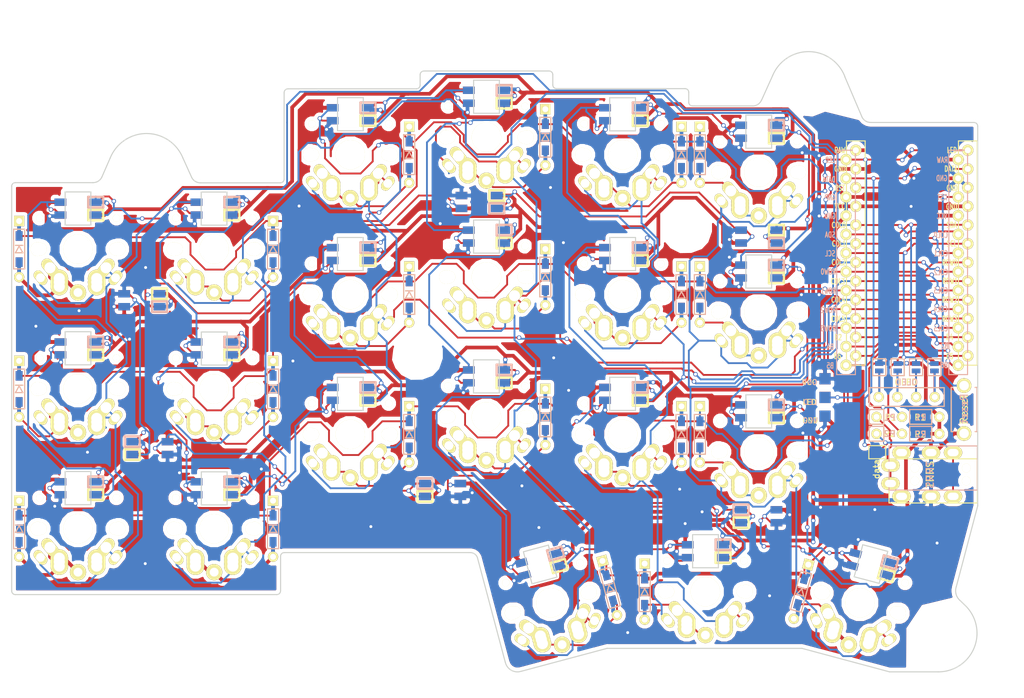
<source format=kicad_pcb>
(kicad_pcb (version 20171130) (host pcbnew "(5.0.0-3-g5ebb6b6)")
  (title_block (title Crkbd) (date 2018/05/15) (rev 1.1) (company foostan))
  (layers (0 F.Cu signal) (31 B.Cu signal) (34 B.Paste user) (35 F.Paste user) (36 B.SilkS user) (37 F.SilkS user) (38 B.Mask user) (39 F.Mask user) (44 Edge.Cuts user))
  (net 0 "")
  (net 1 row0)
  (net 2 "Net-(D1-Pad2)")
  (net 3 row1)
  (net 4 "Net-(D2-Pad2)")
  (net 5 row2)
  (net 6 "Net-(D3-Pad2)")
  (net 7 row3)
  (net 8 "Net-(D4-Pad2)")
  (net 9 "Net-(D5-Pad2)")
  (net 10 "Net-(D6-Pad2)")
  (net 11 "Net-(D7-Pad2)")
  (net 12 "Net-(D8-Pad2)")
  (net 13 "Net-(D9-Pad2)")
  (net 14 "Net-(D10-Pad2)")
  (net 15 "Net-(D11-Pad2)")
  (net 16 "Net-(D12-Pad2)")
  (net 17 "Net-(D13-Pad2)")
  (net 18 "Net-(D14-Pad2)")
  (net 19 "Net-(D15-Pad2)")
  (net 20 "Net-(D16-Pad2)")
  (net 21 "Net-(D17-Pad2)")
  (net 22 "Net-(D18-Pad2)")
  (net 23 "Net-(D19-Pad2)")
  (net 24 "Net-(D20-Pad2)")
  (net 25 "Net-(D21-Pad2)")
  (net 26 GND)
  (net 27 VCC)
  (net 28 col0)
  (net 29 col1)
  (net 30 col2)
  (net 31 col3)
  (net 32 col4)
  (net 33 col5)
  (net 34 LED)
  (net 35 data)
  (net 36 "Net-(L1-Pad3)")
  (net 37 "Net-(L1-Pad1)")
  (net 38 "Net-(L3-Pad3)")
  (net 39 "Net-(L10-Pad1)")
  (net 40 "Net-(L11-Pad1)")
  (net 41 "Net-(L13-Pad1)")
  (net 42 "Net-(L14-Pad3)")
  (net 43 "Net-(L10-Pad3)")
  (net 44 "Net-(L12-Pad1)")
  (net 45 "Net-(L13-Pad3)")
  (net 46 "Net-(L15-Pad3)")
  (net 47 "Net-(L16-Pad3)")
  (net 48 reset)
  (net 49 SCL)
  (net 50 SDA)
  (net 51 "Net-(L5-Pad3)")
  (net 52 "Net-(U1-Pad14)")
  (net 53 "Net-(U1-Pad13)")
  (net 54 "Net-(U1-Pad12)")
  (net 55 "Net-(U1-Pad11)")
  (net 56 "Net-(J2-Pad1)")
  (net 57 "Net-(J2-Pad2)")
  (net 58 "Net-(J2-Pad3)")
  (net 59 "Net-(J2-Pad4)")
  (net 60 "Net-(L2-Pad3)")
  (net 61 "Net-(L3-Pad1)")
  (net 62 "Net-(L11-Pad3)")
  (net 63 "Net-(L14-Pad1)")
  (net 64 "Net-(L12-Pad3)")
  (net 65 "Net-(L17-Pad1)")
  (net 66 "Net-(L18-Pad3)")
  (net 67 "Net-(L19-Pad3)")
  (net 68 "Net-(J1-PadA)")
  (net 69 "Net-(J1-PadB)")
  (net 70 "Net-(U1-Pad24)")
  (net 71 "Net-(L21-Pad3)")
  (net 72 "Net-(L22-Pad3)")
  (net 73 "Net-(L22-Pad1)")
  (net 74 "Net-(L23-Pad3)")
  (net 75 "Net-(L25-Pad1)")
  (net 76 "Net-(L26-Pad1)")
  (module kbd:MX_ALPS_PG1350_noLed (layer F.Cu) (at 91 123.2 180)
    (fp_text reference SW14 hide)
    (fp_text value SW_PUSH hide)
    (pad "" np_thru_hole circle (at -5.22 4.2 180) (size 1 1) (drill 1) (layers *.Cu *.Mask F.SilkS))
    (pad "" np_thru_hole circle (at 5.22 4.2 180) (size 1 1) (drill 1) (layers *.Cu *.Mask F.SilkS))
    (pad "" np_thru_hole circle (at -5.08 0 180) (size 1.7 1.7) (drill 1.7) (layers *.Cu *.Mask F.SilkS))
    (pad "" np_thru_hole circle (at 5.08 0 180) (size 1.7 1.7) (drill 1.7) (layers *.Cu *.Mask F.SilkS))
    (pad 1 thru_hole circle (at -2.54 -4.5 180) (size 2.4 2.4) (drill 1.5) (layers *.Cu *.Mask F.SilkS) (net 29 col1))
    (pad 1 thru_hole circle (at -2.54 -4 180) (size 2.4 2.4) (drill 1.5) (layers *.Cu *.Mask F.SilkS) (net 29 col1))
    (pad 2 thru_hole circle (at 2.54 -4 180) (size 2.4 2.4) (drill 1.5) (layers *.Cu *.Mask F.SilkS) (net 18 "Net-(D14-Pad2)"))
    (pad 2 thru_hole circle (at 2.54 -4.5 180) (size 2.4 2.4) (drill 1.5) (layers *.Cu *.Mask F.SilkS) (net 18 "Net-(D14-Pad2)"))
    (pad 2 thru_hole oval (at 3.81 -2.54 130) (size 2.8 1.55) (drill 1.5) (layers *.Cu *.Mask F.SilkS) (net 18 "Net-(D14-Pad2)"))
    (pad 1 thru_hole circle (at -2.54 -5.08 180) (size 2.4 2.4) (drill 1.5) (layers *.Cu *.Mask F.SilkS) (net 29 col1))
    (pad 1 thru_hole oval (at -3.81 -2.54 230) (size 2.8 1.55) (drill 1.5) (layers *.Cu *.Mask F.SilkS) (net 29 col1))
    (pad 2 thru_hole circle (at 2.54 -5.08 180) (size 2.4 2.4) (drill 1.5) (layers *.Cu *.Mask F.SilkS) (net 18 "Net-(D14-Pad2)"))
    (pad 2 thru_hole circle (at 0 -5.9 270) (size 2.2 2.2) (drill 1.2) (layers *.Cu *.Mask F.SilkS) (net 18 "Net-(D14-Pad2)"))
    (pad 1 thru_hole oval (at -5.1 -3.9 230) (size 2.2 1.25) (drill 1.2) (layers *.Cu *.Mask F.SilkS) (net 29 col1))
    (pad "" np_thru_hole circle (at 5.5 0 270) (size 1.9 1.9) (drill 1.9) (layers *.Cu *.Mask F.SilkS))
    (pad "" np_thru_hole circle (at -5.5 0 270) (size 1.9 1.9) (drill 1.9) (layers *.Cu *.Mask F.SilkS))
    (pad "" np_thru_hole circle (at 0 0 270) (size 4 4) (drill 4) (layers *.Cu *.Mask F.SilkS))
    (pad 1 thru_hole oval (at 5.1 -3.9 130) (size 2.2 1.25) (drill 1.2) (layers *.Cu *.Mask F.SilkS) (net 29 col1))
  )
  (module kbd:MX_ALPS_PG1350_noLed (layer F.Cu) (at 109.5 110.375 180)
    (fp_text reference SW15 hide)
    (fp_text value SW_PUSH hide)
    (pad "" np_thru_hole circle (at -5.22 4.2 180) (size 1 1) (drill 1) (layers *.Cu *.Mask F.SilkS))
    (pad "" np_thru_hole circle (at 5.22 4.2 180) (size 1 1) (drill 1) (layers *.Cu *.Mask F.SilkS))
    (pad "" np_thru_hole circle (at -5.08 0 180) (size 1.7 1.7) (drill 1.7) (layers *.Cu *.Mask F.SilkS))
    (pad "" np_thru_hole circle (at 5.08 0 180) (size 1.7 1.7) (drill 1.7) (layers *.Cu *.Mask F.SilkS))
    (pad 1 thru_hole circle (at -2.54 -4.5 180) (size 2.4 2.4) (drill 1.5) (layers *.Cu *.Mask F.SilkS) (net 30 col2))
    (pad 1 thru_hole circle (at -2.54 -4 180) (size 2.4 2.4) (drill 1.5) (layers *.Cu *.Mask F.SilkS) (net 30 col2))
    (pad 2 thru_hole circle (at 2.54 -4 180) (size 2.4 2.4) (drill 1.5) (layers *.Cu *.Mask F.SilkS) (net 19 "Net-(D15-Pad2)"))
    (pad 2 thru_hole circle (at 2.54 -4.5 180) (size 2.4 2.4) (drill 1.5) (layers *.Cu *.Mask F.SilkS) (net 19 "Net-(D15-Pad2)"))
    (pad 2 thru_hole oval (at 3.81 -2.54 130) (size 2.8 1.55) (drill 1.5) (layers *.Cu *.Mask F.SilkS) (net 19 "Net-(D15-Pad2)"))
    (pad 1 thru_hole circle (at -2.54 -5.08 180) (size 2.4 2.4) (drill 1.5) (layers *.Cu *.Mask F.SilkS) (net 30 col2))
    (pad 1 thru_hole oval (at -3.81 -2.54 230) (size 2.8 1.55) (drill 1.5) (layers *.Cu *.Mask F.SilkS) (net 30 col2))
    (pad 2 thru_hole circle (at 2.54 -5.08 180) (size 2.4 2.4) (drill 1.5) (layers *.Cu *.Mask F.SilkS) (net 19 "Net-(D15-Pad2)"))
    (pad 2 thru_hole circle (at 0 -5.9 270) (size 2.2 2.2) (drill 1.2) (layers *.Cu *.Mask F.SilkS) (net 19 "Net-(D15-Pad2)"))
    (pad 1 thru_hole oval (at -5.1 -3.9 230) (size 2.2 1.25) (drill 1.2) (layers *.Cu *.Mask F.SilkS) (net 30 col2))
    (pad "" np_thru_hole circle (at 5.5 0 270) (size 1.9 1.9) (drill 1.9) (layers *.Cu *.Mask F.SilkS))
    (pad "" np_thru_hole circle (at -5.5 0 270) (size 1.9 1.9) (drill 1.9) (layers *.Cu *.Mask F.SilkS))
    (pad "" np_thru_hole circle (at 0 0 270) (size 4 4) (drill 4) (layers *.Cu *.Mask F.SilkS))
    (pad 1 thru_hole oval (at 5.1 -3.9 130) (size 2.2 1.25) (drill 1.2) (layers *.Cu *.Mask F.SilkS) (net 30 col2))
  )
  (module kbd:MX_ALPS_PG1350_noLed (layer F.Cu) (at 109.5 72.375 180)
    (fp_text reference SW3 hide)
    (fp_text value SW_PUSH hide)
    (pad "" np_thru_hole circle (at -5.22 4.2 180) (size 1 1) (drill 1) (layers *.Cu *.Mask F.SilkS))
    (pad "" np_thru_hole circle (at 5.22 4.2 180) (size 1 1) (drill 1) (layers *.Cu *.Mask F.SilkS))
    (pad "" np_thru_hole circle (at -5.08 0 180) (size 1.7 1.7) (drill 1.7) (layers *.Cu *.Mask F.SilkS))
    (pad "" np_thru_hole circle (at 5.08 0 180) (size 1.7 1.7) (drill 1.7) (layers *.Cu *.Mask F.SilkS))
    (pad 1 thru_hole circle (at -2.54 -4.5 180) (size 2.4 2.4) (drill 1.5) (layers *.Cu *.Mask F.SilkS) (net 30 col2))
    (pad 1 thru_hole circle (at -2.54 -4 180) (size 2.4 2.4) (drill 1.5) (layers *.Cu *.Mask F.SilkS) (net 30 col2))
    (pad 2 thru_hole circle (at 2.54 -4 180) (size 2.4 2.4) (drill 1.5) (layers *.Cu *.Mask F.SilkS) (net 6 "Net-(D3-Pad2)"))
    (pad 2 thru_hole circle (at 2.54 -4.5 180) (size 2.4 2.4) (drill 1.5) (layers *.Cu *.Mask F.SilkS) (net 6 "Net-(D3-Pad2)"))
    (pad 2 thru_hole oval (at 3.81 -2.54 130) (size 2.8 1.55) (drill 1.5) (layers *.Cu *.Mask F.SilkS) (net 6 "Net-(D3-Pad2)"))
    (pad 1 thru_hole circle (at -2.54 -5.08 180) (size 2.4 2.4) (drill 1.5) (layers *.Cu *.Mask F.SilkS) (net 30 col2))
    (pad 1 thru_hole oval (at -3.81 -2.54 230) (size 2.8 1.55) (drill 1.5) (layers *.Cu *.Mask F.SilkS) (net 30 col2))
    (pad 2 thru_hole circle (at 2.54 -5.08 180) (size 2.4 2.4) (drill 1.5) (layers *.Cu *.Mask F.SilkS) (net 6 "Net-(D3-Pad2)"))
    (pad 2 thru_hole circle (at 0 -5.9 270) (size 2.2 2.2) (drill 1.2) (layers *.Cu *.Mask F.SilkS) (net 6 "Net-(D3-Pad2)"))
    (pad 1 thru_hole oval (at -5.1 -3.9 230) (size 2.2 1.25) (drill 1.2) (layers *.Cu *.Mask F.SilkS) (net 30 col2))
    (pad "" np_thru_hole circle (at 5.5 0 270) (size 1.9 1.9) (drill 1.9) (layers *.Cu *.Mask F.SilkS))
    (pad "" np_thru_hole circle (at -5.5 0 270) (size 1.9 1.9) (drill 1.9) (layers *.Cu *.Mask F.SilkS))
    (pad "" np_thru_hole circle (at 0 0 270) (size 4 4) (drill 4) (layers *.Cu *.Mask F.SilkS))
    (pad 1 thru_hole oval (at 5.1 -3.9 130) (size 2.2 1.25) (drill 1.2) (layers *.Cu *.Mask F.SilkS) (net 30 col2))
  )
  (module MountingHole:MountingHole_3.2mm_M3 (layer F.Cu) (at 155.2448 82.3468)
    (fp_text reference REF01 hide)
    (fp_text value MountingHole_3.2mm_M3 hide)
    (pad 1 np_thru_hole circle (at 0 0) (size 3.2 3.2) (drill 3.2) (layers *.Cu *.Mask))
  )
  (module MountingHole:MountingHole_3.2mm_M3 (layer F.Cu) (at 118.6942 99.6188)
    (fp_text reference REF01 hide)
    (fp_text value MountingHole_3.2mm_M3 hide)
    (pad 1 np_thru_hole circle (at 0 0) (size 3.2 3.2) (drill 3.2) (layers *.Cu *.Mask))
  )
  (module footprints:MX_ALPS_PG1350_noLed (layer F.Cu) (at 178.75 133.25 165)
    (fp_text reference SW21 hide)
    (fp_text value SW_PUSH hide)
    (pad 1 thru_hole oval (at 5.1 -3.9 115) (size 2.2 1.25) (drill 1.2) (layers *.Cu *.Mask F.SilkS) (net 33 col5))
    (pad "" np_thru_hole circle (at 0 0 255) (size 4 4) (drill 4) (layers *.Cu *.Mask F.SilkS))
    (pad "" np_thru_hole circle (at -5.5 0 255) (size 1.9 1.9) (drill 1.9) (layers *.Cu *.Mask F.SilkS))
    (pad "" np_thru_hole circle (at 5.5 0 255) (size 1.9 1.9) (drill 1.9) (layers *.Cu *.Mask F.SilkS))
    (pad 1 thru_hole oval (at -5.1 -3.9 215) (size 2.2 1.25) (drill 1.2) (layers *.Cu *.Mask F.SilkS) (net 33 col5))
    (pad 2 thru_hole circle (at 0 -5.9 255) (size 2.2 2.2) (drill 1.2) (layers *.Cu *.Mask F.SilkS) (net 25 "Net-(D21-Pad2)"))
    (pad 2 thru_hole circle (at 2.540001 -5.08 165) (size 2.4 2.4) (drill 1.5) (layers *.Cu *.Mask F.SilkS) (net 25 "Net-(D21-Pad2)"))
    (pad 1 thru_hole oval (at -3.81 -2.54 215) (size 2.8 1.55) (drill 1.5) (layers *.Cu *.Mask F.SilkS) (net 33 col5))
    (pad 1 thru_hole circle (at -2.54 -5.08 165) (size 2.4 2.4) (drill 1.5) (layers *.Cu *.Mask F.SilkS) (net 33 col5))
    (pad 2 thru_hole oval (at 3.81 -2.54 115) (size 2.8 1.55) (drill 1.5) (layers *.Cu *.Mask F.SilkS) (net 25 "Net-(D21-Pad2)"))
    (pad 2 thru_hole circle (at 2.54 -4.5 165) (size 2.4 2.4) (drill 1.5) (layers *.Cu *.Mask F.SilkS) (net 25 "Net-(D21-Pad2)"))
    (pad 2 thru_hole circle (at 2.54 -4 165) (size 2.4 2.4) (drill 1.5) (layers *.Cu *.Mask F.SilkS) (net 25 "Net-(D21-Pad2)"))
    (pad 1 thru_hole circle (at -2.54 -4 165) (size 2.4 2.4) (drill 1.5) (layers *.Cu *.Mask F.SilkS) (net 33 col5))
    (pad 1 thru_hole circle (at -2.54 -4.5 165) (size 2.4 2.4) (drill 1.5) (layers *.Cu *.Mask F.SilkS) (net 33 col5))
    (pad "" np_thru_hole circle (at 5.08 0 165) (size 1.7 1.7) (drill 1.7) (layers *.Cu *.Mask F.SilkS))
    (pad "" np_thru_hole circle (at -5.08 0 165) (size 1.7 1.7) (drill 1.7) (layers *.Cu *.Mask F.SilkS))
    (pad "" np_thru_hole circle (at 5.22 4.2 165) (size 1 1) (drill 1) (layers *.Cu *.Mask F.SilkS))
    (pad "" np_thru_hole circle (at -5.22 4.2 165) (size 1 1) (drill 1) (layers *.Cu *.Mask F.SilkS))
  )
  (module kbd:SK6812MINI_underglow_rev (layer F.Cu) (at 165 121.5 180)
    (fp_text reference L27 hide)
    (fp_text value SK6812MINI hide)
    (pad 2 smd rect (at -2.4 -0.875 180) (size 1.6 1) (layers B.Cu B.Paste B.Mask) (net 26 GND))
    (pad 1 smd rect (at -2.4 0.875 180) (size 1.6 1) (layers B.Cu B.Paste B.Mask) (net 71 "Net-(L21-Pad3)"))
    (pad 4 smd rect (at 2.4 0.875 180) (size 1.6 1) (layers B.Cu B.Paste B.Mask) (net 27 VCC))
    (pad 3 smd rect (at 2.4 -0.875 180) (size 1.6 1) (layers B.Cu B.Paste B.Mask) (net 76 "Net-(L26-Pad1)"))
    (pad 2 smd rect (at -2.4 0.875 180) (size 1.6 1) (layers F.Cu F.Paste F.Mask) (net 26 GND))
    (pad 1 smd rect (at -2.4 -0.875 180) (size 1.6 1) (layers F.Cu F.Paste F.Mask) (net 71 "Net-(L21-Pad3)"))
    (pad 3 smd rect (at 2.4 0.875 180) (size 1.6 1) (layers F.Cu F.Paste F.Mask) (net 76 "Net-(L26-Pad1)"))
    (pad 4 smd rect (at 2.4 -0.875 180) (size 1.6 1) (layers F.Cu F.Paste F.Mask) (net 27 VCC))
  )
  (module kbd:SK6812MINI_underglow_rev (layer F.Cu) (at 165 83.5)
    (fp_text reference L24 hide)
    (fp_text value SK6812MINI hide)
    (pad 2 smd rect (at -2.4 -0.875) (size 1.6 1) (layers B.Cu B.Paste B.Mask) (net 26 GND))
    (pad 1 smd rect (at -2.4 0.875) (size 1.6 1) (layers B.Cu B.Paste B.Mask) (net 74 "Net-(L23-Pad3)"))
    (pad 4 smd rect (at 2.4 0.875) (size 1.6 1) (layers B.Cu B.Paste B.Mask) (net 27 VCC))
    (pad 3 smd rect (at 2.4 -0.875) (size 1.6 1) (layers B.Cu B.Paste B.Mask) (net 34 LED))
    (pad 2 smd rect (at -2.4 0.875) (size 1.6 1) (layers F.Cu F.Paste F.Mask) (net 26 GND))
    (pad 1 smd rect (at -2.4 -0.875) (size 1.6 1) (layers F.Cu F.Paste F.Mask) (net 74 "Net-(L23-Pad3)"))
    (pad 3 smd rect (at 2.4 0.875) (size 1.6 1) (layers F.Cu F.Paste F.Mask) (net 34 LED))
    (pad 4 smd rect (at 2.4 -0.875) (size 1.6 1) (layers F.Cu F.Paste F.Mask) (net 27 VCC))
  )
  (module kbd:SK6812MINI_underglow_rev (layer F.Cu) (at 127 78.8)
    (fp_text reference L23 hide)
    (fp_text value SK6812MINI hide)
    (pad 2 smd rect (at -2.4 -0.875) (size 1.6 1) (layers B.Cu B.Paste B.Mask) (net 26 GND))
    (pad 1 smd rect (at -2.4 0.875) (size 1.6 1) (layers B.Cu B.Paste B.Mask) (net 72 "Net-(L22-Pad3)"))
    (pad 4 smd rect (at 2.4 0.875) (size 1.6 1) (layers B.Cu B.Paste B.Mask) (net 27 VCC))
    (pad 3 smd rect (at 2.4 -0.875) (size 1.6 1) (layers B.Cu B.Paste B.Mask) (net 74 "Net-(L23-Pad3)"))
    (pad 2 smd rect (at -2.4 0.875) (size 1.6 1) (layers F.Cu F.Paste F.Mask) (net 26 GND))
    (pad 1 smd rect (at -2.4 -0.875) (size 1.6 1) (layers F.Cu F.Paste F.Mask) (net 72 "Net-(L22-Pad3)"))
    (pad 3 smd rect (at 2.4 0.875) (size 1.6 1) (layers F.Cu F.Paste F.Mask) (net 74 "Net-(L23-Pad3)"))
    (pad 4 smd rect (at 2.4 -0.875) (size 1.6 1) (layers F.Cu F.Paste F.Mask) (net 27 VCC))
  )
  (module kbd:SK6812MINI_underglow_rev (layer F.Cu) (at 81.1784 92.1512)
    (fp_text reference L22 hide)
    (fp_text value SK6812MINI hide)
    (pad 2 smd rect (at -2.4 -0.875) (size 1.6 1) (layers B.Cu B.Paste B.Mask) (net 26 GND))
    (pad 1 smd rect (at -2.4 0.875) (size 1.6 1) (layers B.Cu B.Paste B.Mask) (net 73 "Net-(L22-Pad1)"))
    (pad 4 smd rect (at 2.4 0.875) (size 1.6 1) (layers B.Cu B.Paste B.Mask) (net 27 VCC))
    (pad 3 smd rect (at 2.4 -0.875) (size 1.6 1) (layers B.Cu B.Paste B.Mask) (net 72 "Net-(L22-Pad3)"))
    (pad 2 smd rect (at -2.4 0.875) (size 1.6 1) (layers F.Cu F.Paste F.Mask) (net 26 GND))
    (pad 1 smd rect (at -2.4 -0.875) (size 1.6 1) (layers F.Cu F.Paste F.Mask) (net 73 "Net-(L22-Pad1)"))
    (pad 3 smd rect (at 2.4 0.875) (size 1.6 1) (layers F.Cu F.Paste F.Mask) (net 72 "Net-(L22-Pad3)"))
    (pad 4 smd rect (at 2.4 -0.875) (size 1.6 1) (layers F.Cu F.Paste F.Mask) (net 27 VCC))
  )
  (module kbd:SK6812MINI_underglow_rev (layer F.Cu) (at 82.2706 112.2426 180)
    (fp_text reference L25 hide)
    (fp_text value SK6812MINI hide)
    (pad 2 smd rect (at -2.4 -0.875 180) (size 1.6 1) (layers B.Cu B.Paste B.Mask) (net 26 GND))
    (pad 1 smd rect (at -2.4 0.875 180) (size 1.6 1) (layers B.Cu B.Paste B.Mask) (net 75 "Net-(L25-Pad1)"))
    (pad 4 smd rect (at 2.4 0.875 180) (size 1.6 1) (layers B.Cu B.Paste B.Mask) (net 27 VCC))
    (pad 3 smd rect (at 2.4 -0.875 180) (size 1.6 1) (layers B.Cu B.Paste B.Mask) (net 73 "Net-(L22-Pad1)"))
    (pad 2 smd rect (at -2.4 0.875 180) (size 1.6 1) (layers F.Cu F.Paste F.Mask) (net 26 GND))
    (pad 1 smd rect (at -2.4 -0.875 180) (size 1.6 1) (layers F.Cu F.Paste F.Mask) (net 75 "Net-(L25-Pad1)"))
    (pad 3 smd rect (at 2.4 0.875 180) (size 1.6 1) (layers F.Cu F.Paste F.Mask) (net 73 "Net-(L22-Pad1)"))
    (pad 4 smd rect (at 2.4 -0.875 180) (size 1.6 1) (layers F.Cu F.Paste F.Mask) (net 27 VCC))
  )
  (module kbd:SK6812MINI_underglow_rev (layer F.Cu) (at 122.047 117.9322 180)
    (fp_text reference L26 hide)
    (fp_text value SK6812MINI hide)
    (pad 2 smd rect (at -2.4 -0.875 180) (size 1.6 1) (layers B.Cu B.Paste B.Mask) (net 26 GND))
    (pad 1 smd rect (at -2.4 0.875 180) (size 1.6 1) (layers B.Cu B.Paste B.Mask) (net 76 "Net-(L26-Pad1)"))
    (pad 4 smd rect (at 2.4 0.875 180) (size 1.6 1) (layers B.Cu B.Paste B.Mask) (net 27 VCC))
    (pad 3 smd rect (at 2.4 -0.875 180) (size 1.6 1) (layers B.Cu B.Paste B.Mask) (net 75 "Net-(L25-Pad1)"))
    (pad 2 smd rect (at -2.4 0.875 180) (size 1.6 1) (layers F.Cu F.Paste F.Mask) (net 26 GND))
    (pad 1 smd rect (at -2.4 -0.875 180) (size 1.6 1) (layers F.Cu F.Paste F.Mask) (net 76 "Net-(L26-Pad1)"))
    (pad 3 smd rect (at 2.4 0.875 180) (size 1.6 1) (layers F.Cu F.Paste F.Mask) (net 75 "Net-(L25-Pad1)"))
    (pad 4 smd rect (at 2.4 -0.875 180) (size 1.6 1) (layers F.Cu F.Paste F.Mask) (net 27 VCC))
  )
  (module kbd:ProMicro_v2 (layer F.Cu) (at 185.75 86.25)
    (fp_text reference U1 hide)
    (fp_text value ProMicro hide)
    (fp_text user "" (at -0.5 -17.25) (layer F.SilkS))
    (fp_text user "" (at -1.2065 -16.256) (layer B.SilkS) (effects (justify mirror)))
    (fp_text user RAW (at -9.7155 -14.478) (layer F.SilkS) (effects (font (size 0.75 0.5) (thickness 0.125))))
    (fp_text user LED (at 5.5 -14.478) (layer F.SilkS) (effects (font (size 0.75 0.5) (thickness 0.125))))
    (fp_text user GND (at -9.7155 -11.938) (layer F.SilkS) (effects (font (size 0.75 0.5) (thickness 0.125))))
    (fp_text user DATA (at 5.35 -11.95) (layer F.SilkS) (effects (font (size 0.75 0.5) (thickness 0.125))))
    (fp_text user RST (at -9.7155 -9.3345) (layer F.SilkS) (effects (font (size 0.75 0.5) (thickness 0.125))))
    (fp_text user GND (at 5.5245 -9.3345) (layer F.SilkS) (effects (font (size 0.75 0.5) (thickness 0.125))))
    (fp_text user VCC (at -9.7155 -6.858) (layer F.SilkS) (effects (font (size 0.75 0.5) (thickness 0.125))))
    (fp_text user GND (at 5.461 -6.7945) (layer F.SilkS) (effects (font (size 0.75 0.5) (thickness 0.125))))
    (fp_text user COL3 (at -10 3.35) (layer F.SilkS) (effects (font (size 0.75 0.5) (thickness 0.125))))
    (fp_text user ROW0 (at 5.2 0.8) (layer F.SilkS) (effects (font (size 0.75 0.5) (thickness 0.125))))
    (fp_text user COL2 (at -9.9 0.762) (layer F.SilkS) (effects (font (size 0.75 0.5) (thickness 0.125))))
    (fp_text user SCL (at 5.461 -1.778) (layer F.SilkS) (effects (font (size 0.75 0.5) (thickness 0.125))))
    (fp_text user COL1 (at -9.85 -1.778) (layer F.SilkS) (effects (font (size 0.75 0.5) (thickness 0.125))))
    (fp_text user SDA (at 5.461 -4.318) (layer F.SilkS) (effects (font (size 0.75 0.5) (thickness 0.125))))
    (fp_text user COL0 (at -9.9 -4.3) (layer F.SilkS) (effects (font (size 0.75 0.5) (thickness 0.125))))
    (fp_text user B6 (at -10.05 13.5) (layer F.SilkS) (effects (font (size 0.75 0.5) (thickness 0.125))))
    (fp_text user B5 (at 5.2 13.5255) (layer F.SilkS) (effects (font (size 0.75 0.5) (thickness 0.125))))
    (fp_text user B4 (at 5.2 10.922) (layer F.SilkS) (effects (font (size 0.75 0.5) (thickness 0.125))))
    (fp_text user B2 (at -9.95 10.95) (layer F.SilkS) (effects (font (size 0.75 0.5) (thickness 0.125))))
    (fp_text user ROW3 (at 5.2 8.4455) (layer F.SilkS) (effects (font (size 0.75 0.5) (thickness 0.125))))
    (fp_text user COL5 (at -9.95 8.4455) (layer F.SilkS) (effects (font (size 0.75 0.5) (thickness 0.125))))
    (fp_text user ROW2 (at 5.2 5.85) (layer F.SilkS) (effects (font (size 0.75 0.5) (thickness 0.125))))
    (fp_text user COL4 (at -9.95 5.85) (layer F.SilkS) (effects (font (size 0.75 0.5) (thickness 0.125))))
    (fp_text user ROW1 (at 5.25 3.302) (layer F.SilkS) (effects (font (size 0.75 0.5) (thickness 0.125))))
    (fp_text user ROW1 (at -11.3 4.6355) (layer B.SilkS) (effects (font (size 0.75 0.5) (thickness 0.125)) (justify mirror)))
    (fp_text user COL4 (at 3.95 7.112) (layer B.SilkS) (effects (font (size 0.75 0.5) (thickness 0.125)) (justify mirror)))
    (fp_text user ROW2 (at -11.3 7.239) (layer B.SilkS) (effects (font (size 0.75 0.5) (thickness 0.125)) (justify mirror)))
    (fp_text user COL5 (at 4 9.75) (layer B.SilkS) (effects (font (size 0.75 0.5) (thickness 0.125)) (justify mirror)))
    (fp_text user ROW3 (at -11.3 9.75) (layer B.SilkS) (effects (font (size 0.75 0.5) (thickness 0.125)) (justify mirror)))
    (fp_text user B2 (at 4.5085 12.1285) (layer B.SilkS) (effects (font (size 0.75 0.5) (thickness 0.125)) (justify mirror)))
    (fp_text user B4 (at -11.049 12.2555) (layer B.SilkS) (effects (font (size 0.75 0.5) (thickness 0.125)) (justify mirror)))
    (fp_text user B5 (at -11.049 14.7955) (layer B.SilkS) (effects (font (size 0.75 0.5) (thickness 0.125)) (justify mirror)))
    (fp_text user B6 (at 4.445 14.732) (layer B.SilkS) (effects (font (size 0.75 0.5) (thickness 0.125)) (justify mirror)))
    (fp_text user COL0 (at 4 -2.95) (layer B.SilkS) (effects (font (size 0.75 0.5) (thickness 0.125)) (justify mirror)))
    (fp_text user SDA (at -11.049 -2.9845) (layer B.SilkS) (effects (font (size 0.75 0.5) (thickness 0.125)) (justify mirror)))
    (fp_text user COL1 (at 4 -0.4445) (layer B.SilkS) (effects (font (size 0.75 0.5) (thickness 0.125)) (justify mirror)))
    (fp_text user SCL (at -11.049 -0.4445) (layer B.SilkS) (effects (font (size 0.75 0.5) (thickness 0.125)) (justify mirror)))
    (fp_text user COL2 (at 4 2.1) (layer B.SilkS) (effects (font (size 0.75 0.5) (thickness 0.125)) (justify mirror)))
    (fp_text user ROW0 (at -11.3 2.032) (layer B.SilkS) (effects (font (size 0.75 0.5) (thickness 0.125)) (justify mirror)))
    (fp_text user COL3 (at 4 4.6) (layer B.SilkS) (effects (font (size 0.75 0.5) (thickness 0.125)) (justify mirror)))
    (fp_text user GND (at -11.049 -5.5245) (layer B.SilkS) (effects (font (size 0.75 0.5) (thickness 0.125)) (justify mirror)))
    (fp_text user VCC (at 4.1275 -5.5245) (layer B.SilkS) (effects (font (size 0.75 0.5) (thickness 0.125)) (justify mirror)))
    (fp_text user GND (at -11.049 -8.0645) (layer B.SilkS) (effects (font (size 0.75 0.5) (thickness 0.125)) (justify mirror)))
    (fp_text user RST (at 4.191 -8.0645) (layer B.SilkS) (effects (font (size 0.75 0.5) (thickness 0.125)) (justify mirror)))
    (fp_text user DATA (at -11.2 -10.5) (layer B.SilkS) (effects (font (size 0.75 0.5) (thickness 0.125)) (justify mirror)))
    (fp_text user GND (at 4.1275 -10.668) (layer B.SilkS) (effects (font (size 0.75 0.5) (thickness 0.125)) (justify mirror)))
    (fp_text user LED (at -11.049 -13.1445) (layer B.SilkS) (effects (font (size 0.75 0.5) (thickness 0.125)) (justify mirror)))
    (fp_text user RAW (at 4.191 -13.1445) (layer B.SilkS) (effects (font (size 0.75 0.5) (thickness 0.125)) (justify mirror)))
    (pad 24 thru_hole circle (at 6.35 -13.208) (size 1.524 1.524) (drill 0.8128) (layers *.Cu *.Mask F.SilkS) (net 70 "Net-(U1-Pad24)"))
    (pad 23 thru_hole circle (at 6.35 -10.668) (size 1.524 1.524) (drill 0.8128) (layers *.Cu *.Mask F.SilkS) (net 26 GND))
    (pad 22 thru_hole circle (at 6.35 -8.128) (size 1.524 1.524) (drill 0.8128) (layers *.Cu *.Mask F.SilkS) (net 48 reset))
    (pad 21 thru_hole circle (at 6.35 -5.588) (size 1.524 1.524) (drill 0.8128) (layers *.Cu *.Mask F.SilkS) (net 27 VCC))
    (pad 20 thru_hole circle (at 6.35 -3.048) (size 1.524 1.524) (drill 0.8128) (layers *.Cu *.Mask F.SilkS) (net 28 col0))
    (pad 19 thru_hole circle (at 6.35 -0.508) (size 1.524 1.524) (drill 0.8128) (layers *.Cu *.Mask F.SilkS) (net 29 col1))
    (pad 18 thru_hole circle (at 6.35 2.032) (size 1.524 1.524) (drill 0.8128) (layers *.Cu *.Mask F.SilkS) (net 30 col2))
    (pad 17 thru_hole circle (at 6.35 4.572) (size 1.524 1.524) (drill 0.8128) (layers *.Cu *.Mask F.SilkS) (net 31 col3))
    (pad 16 thru_hole circle (at 6.35 7.112) (size 1.524 1.524) (drill 0.8128) (layers *.Cu *.Mask F.SilkS) (net 32 col4))
    (pad 15 thru_hole circle (at 6.35 9.652) (size 1.524 1.524) (drill 0.8128) (layers *.Cu *.Mask F.SilkS) (net 33 col5))
    (pad 14 thru_hole circle (at 6.35 12.192) (size 1.524 1.524) (drill 0.8128) (layers *.Cu *.Mask F.SilkS) (net 52 "Net-(U1-Pad14)"))
    (pad 13 thru_hole circle (at 6.35 14.732) (size 1.524 1.524) (drill 0.8128) (layers *.Cu *.Mask F.SilkS) (net 53 "Net-(U1-Pad13)"))
    (pad 12 thru_hole circle (at -8.89 14.732) (size 1.524 1.524) (drill 0.8128) (layers *.Cu *.Mask F.SilkS) (net 54 "Net-(U1-Pad12)"))
    (pad 11 thru_hole circle (at -8.89 12.192) (size 1.524 1.524) (drill 0.8128) (layers *.Cu *.Mask F.SilkS) (net 55 "Net-(U1-Pad11)"))
    (pad 10 thru_hole circle (at -8.89 9.652) (size 1.524 1.524) (drill 0.8128) (layers *.Cu *.Mask F.SilkS) (net 7 row3))
    (pad 9 thru_hole circle (at -8.89 7.112) (size 1.524 1.524) (drill 0.8128) (layers *.Cu *.Mask F.SilkS) (net 5 row2))
    (pad 8 thru_hole circle (at -8.89 4.572) (size 1.524 1.524) (drill 0.8128) (layers *.Cu *.Mask F.SilkS) (net 3 row1))
    (pad 7 thru_hole circle (at -8.89 2.032) (size 1.524 1.524) (drill 0.8128) (layers *.Cu *.Mask F.SilkS) (net 1 row0))
    (pad 6 thru_hole circle (at -8.89 -0.508) (size 1.524 1.524) (drill 0.8128) (layers *.Cu *.Mask F.SilkS) (net 49 SCL))
    (pad 5 thru_hole circle (at -8.89 -3.048) (size 1.524 1.524) (drill 0.8128) (layers *.Cu *.Mask F.SilkS) (net 50 SDA))
    (pad 4 thru_hole circle (at -8.89 -5.588) (size 1.524 1.524) (drill 0.8128) (layers *.Cu *.Mask F.SilkS) (net 26 GND))
    (pad 3 thru_hole circle (at -8.89 -8.128) (size 1.524 1.524) (drill 0.8128) (layers *.Cu *.Mask F.SilkS) (net 26 GND))
    (pad 2 thru_hole circle (at -8.89 -10.668) (size 1.524 1.524) (drill 0.8128) (layers *.Cu *.Mask F.SilkS) (net 35 data))
    (pad 1 thru_hole circle (at -8.89 -13.208) (size 1.524 1.524) (drill 0.8128) (layers *.Cu *.Mask F.SilkS) (net 34 LED))
    (pad 1 thru_hole circle (at 7.6564 -14.478) (size 1.524 1.524) (drill 0.8128) (layers *.Cu *.Mask F.SilkS) (net 34 LED))
    (pad 2 thru_hole circle (at 7.6564 -11.938) (size 1.524 1.524) (drill 0.8128) (layers *.Cu *.Mask F.SilkS) (net 35 data))
    (pad 3 thru_hole circle (at 7.6564 -9.398) (size 1.524 1.524) (drill 0.8128) (layers *.Cu *.Mask F.SilkS) (net 26 GND))
    (pad 4 thru_hole circle (at 7.6564 -6.858) (size 1.524 1.524) (drill 0.8128) (layers *.Cu *.Mask F.SilkS) (net 26 GND))
    (pad 5 thru_hole circle (at 7.6564 -4.318) (size 1.524 1.524) (drill 0.8128) (layers *.Cu *.Mask F.SilkS) (net 50 SDA))
    (pad 6 thru_hole circle (at 7.6564 -1.778) (size 1.524 1.524) (drill 0.8128) (layers *.Cu *.Mask F.SilkS) (net 49 SCL))
    (pad 7 thru_hole circle (at 7.6564 0.762) (size 1.524 1.524) (drill 0.8128) (layers *.Cu *.Mask F.SilkS) (net 1 row0))
    (pad 8 thru_hole circle (at 7.6564 3.302) (size 1.524 1.524) (drill 0.8128) (layers *.Cu *.Mask F.SilkS) (net 3 row1))
    (pad 9 thru_hole circle (at 7.6564 5.842) (size 1.524 1.524) (drill 0.8128) (layers *.Cu *.Mask F.SilkS) (net 5 row2))
    (pad 10 thru_hole circle (at 7.6564 8.382) (size 1.524 1.524) (drill 0.8128) (layers *.Cu *.Mask F.SilkS) (net 7 row3))
    (pad 11 thru_hole circle (at 7.6564 10.922) (size 1.524 1.524) (drill 0.8128) (layers *.Cu *.Mask F.SilkS) (net 55 "Net-(U1-Pad11)"))
    (pad 12 thru_hole circle (at 7.6564 13.462) (size 1.524 1.524) (drill 0.8128) (layers *.Cu *.Mask F.SilkS) (net 54 "Net-(U1-Pad12)"))
    (pad 13 thru_hole circle (at -7.5636 13.462) (size 1.524 1.524) (drill 0.8128) (layers *.Cu *.Mask F.SilkS) (net 53 "Net-(U1-Pad13)"))
    (pad 14 thru_hole circle (at -7.5636 10.922) (size 1.524 1.524) (drill 0.8128) (layers *.Cu *.Mask F.SilkS) (net 52 "Net-(U1-Pad14)"))
    (pad 15 thru_hole circle (at -7.5636 8.382) (size 1.524 1.524) (drill 0.8128) (layers *.Cu *.Mask F.SilkS) (net 33 col5))
    (pad 16 thru_hole circle (at -7.5636 5.842) (size 1.524 1.524) (drill 0.8128) (layers *.Cu *.Mask F.SilkS) (net 32 col4))
    (pad 17 thru_hole circle (at -7.5636 3.302) (size 1.524 1.524) (drill 0.8128) (layers *.Cu *.Mask F.SilkS) (net 31 col3))
    (pad 18 thru_hole circle (at -7.5636 0.762) (size 1.524 1.524) (drill 0.8128) (layers *.Cu *.Mask F.SilkS) (net 30 col2))
    (pad 19 thru_hole circle (at -7.5636 -1.778) (size 1.524 1.524) (drill 0.8128) (layers *.Cu *.Mask F.SilkS) (net 29 col1))
    (pad 20 thru_hole circle (at -7.5636 -4.318) (size 1.524 1.524) (drill 0.8128) (layers *.Cu *.Mask F.SilkS) (net 28 col0))
    (pad 21 thru_hole circle (at -7.5636 -6.858) (size 1.524 1.524) (drill 0.8128) (layers *.Cu *.Mask F.SilkS) (net 27 VCC))
    (pad 22 thru_hole circle (at -7.5636 -9.398) (size 1.524 1.524) (drill 0.8128) (layers *.Cu *.Mask F.SilkS) (net 48 reset))
    (pad 23 thru_hole circle (at -7.5636 -11.938) (size 1.524 1.524) (drill 0.8128) (layers *.Cu *.Mask F.SilkS) (net 26 GND))
    (pad 24 thru_hole circle (at -7.5636 -14.478) (size 1.524 1.524) (drill 0.8128) (layers *.Cu *.Mask F.SilkS) (net 70 "Net-(U1-Pad24)"))
  )
  (module kbd:SK6812MINI_rev (layer F.Cu) (at 72.5 79.7)
    (fp_text reference L1 hide)
    (fp_text value SK6812MINI hide)
    (pad 2 smd rect (at -2.4 0.875) (size 1.6 1) (layers B.Cu B.Paste B.Mask) (net 26 GND))
    (pad 1 smd rect (at -2.4 -0.875) (size 1.6 1) (layers B.Cu B.Paste B.Mask) (net 37 "Net-(L1-Pad1)"))
    (pad 4 smd rect (at 2.4 -0.875) (size 1.6 1) (layers B.Cu B.Paste B.Mask) (net 27 VCC))
    (pad 3 smd rect (at 2.4 0.875) (size 1.6 1) (layers B.Cu B.Paste B.Mask) (net 36 "Net-(L1-Pad3)"))
    (pad 2 smd rect (at -2.4 -0.875) (size 1.6 1) (layers F.Cu F.Paste F.Mask) (net 26 GND))
    (pad 1 smd rect (at -2.4 0.875) (size 1.6 1) (layers F.Cu F.Paste F.Mask) (net 37 "Net-(L1-Pad1)"))
    (pad 3 smd rect (at 2.4 -0.875) (size 1.6 1) (layers F.Cu F.Paste F.Mask) (net 36 "Net-(L1-Pad3)"))
    (pad 4 smd rect (at 2.4 0.875) (size 1.6 1) (layers F.Cu F.Paste F.Mask) (net 27 VCC))
  )
  (module kbd:SK6812MINI_rev (layer F.Cu) (at 91 79.7)
    (fp_text reference L2 hide)
    (fp_text value SK6812MINI hide)
    (pad 2 smd rect (at -2.4 0.875) (size 1.6 1) (layers B.Cu B.Paste B.Mask) (net 26 GND))
    (pad 1 smd rect (at -2.4 -0.875) (size 1.6 1) (layers B.Cu B.Paste B.Mask) (net 36 "Net-(L1-Pad3)"))
    (pad 4 smd rect (at 2.4 -0.875) (size 1.6 1) (layers B.Cu B.Paste B.Mask) (net 27 VCC))
    (pad 3 smd rect (at 2.4 0.875) (size 1.6 1) (layers B.Cu B.Paste B.Mask) (net 60 "Net-(L2-Pad3)"))
    (pad 2 smd rect (at -2.4 -0.875) (size 1.6 1) (layers F.Cu F.Paste F.Mask) (net 26 GND))
    (pad 1 smd rect (at -2.4 0.875) (size 1.6 1) (layers F.Cu F.Paste F.Mask) (net 36 "Net-(L1-Pad3)"))
    (pad 3 smd rect (at 2.4 -0.875) (size 1.6 1) (layers F.Cu F.Paste F.Mask) (net 60 "Net-(L2-Pad3)"))
    (pad 4 smd rect (at 2.4 0.875) (size 1.6 1) (layers F.Cu F.Paste F.Mask) (net 27 VCC))
  )
  (module kbd:SK6812MINI_rev (layer F.Cu) (at 109.5 66.875)
    (fp_text reference L3 hide)
    (fp_text value SK6812MINI hide)
    (pad 2 smd rect (at -2.4 0.875) (size 1.6 1) (layers B.Cu B.Paste B.Mask) (net 26 GND))
    (pad 1 smd rect (at -2.4 -0.875) (size 1.6 1) (layers B.Cu B.Paste B.Mask) (net 61 "Net-(L3-Pad1)"))
    (pad 4 smd rect (at 2.4 -0.875) (size 1.6 1) (layers B.Cu B.Paste B.Mask) (net 27 VCC))
    (pad 3 smd rect (at 2.4 0.875) (size 1.6 1) (layers B.Cu B.Paste B.Mask) (net 38 "Net-(L3-Pad3)"))
    (pad 2 smd rect (at -2.4 -0.875) (size 1.6 1) (layers F.Cu F.Paste F.Mask) (net 26 GND))
    (pad 1 smd rect (at -2.4 0.875) (size 1.6 1) (layers F.Cu F.Paste F.Mask) (net 61 "Net-(L3-Pad1)"))
    (pad 3 smd rect (at 2.4 -0.875) (size 1.6 1) (layers F.Cu F.Paste F.Mask) (net 38 "Net-(L3-Pad3)"))
    (pad 4 smd rect (at 2.4 0.875) (size 1.6 1) (layers F.Cu F.Paste F.Mask) (net 27 VCC))
  )
  (module kbd:SK6812MINI_rev (layer F.Cu) (at 128 64.5)
    (fp_text reference L4 hide)
    (fp_text value SK6812MINI hide)
    (pad 2 smd rect (at -2.4 0.875) (size 1.6 1) (layers B.Cu B.Paste B.Mask) (net 26 GND))
    (pad 1 smd rect (at -2.4 -0.875) (size 1.6 1) (layers B.Cu B.Paste B.Mask) (net 38 "Net-(L3-Pad3)"))
    (pad 4 smd rect (at 2.4 -0.875) (size 1.6 1) (layers B.Cu B.Paste B.Mask) (net 27 VCC))
    (pad 3 smd rect (at 2.4 0.875) (size 1.6 1) (layers B.Cu B.Paste B.Mask) (net 39 "Net-(L10-Pad1)"))
    (pad 2 smd rect (at -2.4 -0.875) (size 1.6 1) (layers F.Cu F.Paste F.Mask) (net 26 GND))
    (pad 1 smd rect (at -2.4 0.875) (size 1.6 1) (layers F.Cu F.Paste F.Mask) (net 38 "Net-(L3-Pad3)"))
    (pad 3 smd rect (at 2.4 -0.875) (size 1.6 1) (layers F.Cu F.Paste F.Mask) (net 39 "Net-(L10-Pad1)"))
    (pad 4 smd rect (at 2.4 0.875) (size 1.6 1) (layers F.Cu F.Paste F.Mask) (net 27 VCC))
  )
  (module kbd:SK6812MINI_rev (layer F.Cu) (at 146.5 66.875)
    (fp_text reference L5 hide)
    (fp_text value SK6812MINI hide)
    (pad 2 smd rect (at -2.4 0.875) (size 1.6 1) (layers B.Cu B.Paste B.Mask) (net 26 GND))
    (pad 1 smd rect (at -2.4 -0.875) (size 1.6 1) (layers B.Cu B.Paste B.Mask) (net 62 "Net-(L11-Pad3)"))
    (pad 4 smd rect (at 2.4 -0.875) (size 1.6 1) (layers B.Cu B.Paste B.Mask) (net 27 VCC))
    (pad 3 smd rect (at 2.4 0.875) (size 1.6 1) (layers B.Cu B.Paste B.Mask) (net 51 "Net-(L5-Pad3)"))
    (pad 2 smd rect (at -2.4 -0.875) (size 1.6 1) (layers F.Cu F.Paste F.Mask) (net 26 GND))
    (pad 1 smd rect (at -2.4 0.875) (size 1.6 1) (layers F.Cu F.Paste F.Mask) (net 62 "Net-(L11-Pad3)"))
    (pad 3 smd rect (at 2.4 -0.875) (size 1.6 1) (layers F.Cu F.Paste F.Mask) (net 51 "Net-(L5-Pad3)"))
    (pad 4 smd rect (at 2.4 0.875) (size 1.6 1) (layers F.Cu F.Paste F.Mask) (net 27 VCC))
  )
  (module kbd:SK6812MINI_rev (layer F.Cu) (at 165 69.25)
    (fp_text reference L6 hide)
    (fp_text value SK6812MINI hide)
    (pad 2 smd rect (at -2.4 0.875) (size 1.6 1) (layers B.Cu B.Paste B.Mask) (net 26 GND))
    (pad 1 smd rect (at -2.4 -0.875) (size 1.6 1) (layers B.Cu B.Paste B.Mask) (net 51 "Net-(L5-Pad3)"))
    (pad 4 smd rect (at 2.4 -0.875) (size 1.6 1) (layers B.Cu B.Paste B.Mask) (net 27 VCC))
    (pad 3 smd rect (at 2.4 0.875) (size 1.6 1) (layers B.Cu B.Paste B.Mask) (net 44 "Net-(L12-Pad1)"))
    (pad 2 smd rect (at -2.4 -0.875) (size 1.6 1) (layers F.Cu F.Paste F.Mask) (net 26 GND))
    (pad 1 smd rect (at -2.4 0.875) (size 1.6 1) (layers F.Cu F.Paste F.Mask) (net 51 "Net-(L5-Pad3)"))
    (pad 3 smd rect (at 2.4 -0.875) (size 1.6 1) (layers F.Cu F.Paste F.Mask) (net 44 "Net-(L12-Pad1)"))
    (pad 4 smd rect (at 2.4 0.875) (size 1.6 1) (layers F.Cu F.Paste F.Mask) (net 27 VCC))
  )
  (module kbd:SK6812MINI_rev (layer F.Cu) (at 72.5 98.7)
    (fp_text reference L7 hide)
    (fp_text value SK6812MINI hide)
    (pad 2 smd rect (at -2.4 0.875) (size 1.6 1) (layers B.Cu B.Paste B.Mask) (net 26 GND))
    (pad 1 smd rect (at -2.4 -0.875) (size 1.6 1) (layers B.Cu B.Paste B.Mask) (net 45 "Net-(L13-Pad3)"))
    (pad 4 smd rect (at 2.4 -0.875) (size 1.6 1) (layers B.Cu B.Paste B.Mask) (net 27 VCC))
    (pad 3 smd rect (at 2.4 0.875) (size 1.6 1) (layers B.Cu B.Paste B.Mask) (net 37 "Net-(L1-Pad1)"))
    (pad 2 smd rect (at -2.4 -0.875) (size 1.6 1) (layers F.Cu F.Paste F.Mask) (net 26 GND))
    (pad 1 smd rect (at -2.4 0.875) (size 1.6 1) (layers F.Cu F.Paste F.Mask) (net 45 "Net-(L13-Pad3)"))
    (pad 3 smd rect (at 2.4 -0.875) (size 1.6 1) (layers F.Cu F.Paste F.Mask) (net 37 "Net-(L1-Pad1)"))
    (pad 4 smd rect (at 2.4 0.875) (size 1.6 1) (layers F.Cu F.Paste F.Mask) (net 27 VCC))
  )
  (module kbd:SK6812MINI_rev (layer F.Cu) (at 91 98.7)
    (fp_text reference L8 hide)
    (fp_text value SK6812MINI hide)
    (pad 2 smd rect (at -2.4 0.875) (size 1.6 1) (layers B.Cu B.Paste B.Mask) (net 26 GND))
    (pad 1 smd rect (at -2.4 -0.875) (size 1.6 1) (layers B.Cu B.Paste B.Mask) (net 60 "Net-(L2-Pad3)"))
    (pad 4 smd rect (at 2.4 -0.875) (size 1.6 1) (layers B.Cu B.Paste B.Mask) (net 27 VCC))
    (pad 3 smd rect (at 2.4 0.875) (size 1.6 1) (layers B.Cu B.Paste B.Mask) (net 63 "Net-(L14-Pad1)"))
    (pad 2 smd rect (at -2.4 -0.875) (size 1.6 1) (layers F.Cu F.Paste F.Mask) (net 26 GND))
    (pad 1 smd rect (at -2.4 0.875) (size 1.6 1) (layers F.Cu F.Paste F.Mask) (net 60 "Net-(L2-Pad3)"))
    (pad 3 smd rect (at 2.4 -0.875) (size 1.6 1) (layers F.Cu F.Paste F.Mask) (net 63 "Net-(L14-Pad1)"))
    (pad 4 smd rect (at 2.4 0.875) (size 1.6 1) (layers F.Cu F.Paste F.Mask) (net 27 VCC))
  )
  (module kbd:SK6812MINI_rev (layer F.Cu) (at 109.5 85.875)
    (fp_text reference L9 hide)
    (fp_text value SK6812MINI hide)
    (pad 2 smd rect (at -2.4 0.875) (size 1.6 1) (layers B.Cu B.Paste B.Mask) (net 26 GND))
    (pad 1 smd rect (at -2.4 -0.875) (size 1.6 1) (layers B.Cu B.Paste B.Mask) (net 46 "Net-(L15-Pad3)"))
    (pad 4 smd rect (at 2.4 -0.875) (size 1.6 1) (layers B.Cu B.Paste B.Mask) (net 27 VCC))
    (pad 3 smd rect (at 2.4 0.875) (size 1.6 1) (layers B.Cu B.Paste B.Mask) (net 61 "Net-(L3-Pad1)"))
    (pad 2 smd rect (at -2.4 -0.875) (size 1.6 1) (layers F.Cu F.Paste F.Mask) (net 26 GND))
    (pad 1 smd rect (at -2.4 0.875) (size 1.6 1) (layers F.Cu F.Paste F.Mask) (net 46 "Net-(L15-Pad3)"))
    (pad 3 smd rect (at 2.4 -0.875) (size 1.6 1) (layers F.Cu F.Paste F.Mask) (net 61 "Net-(L3-Pad1)"))
    (pad 4 smd rect (at 2.4 0.875) (size 1.6 1) (layers F.Cu F.Paste F.Mask) (net 27 VCC))
  )
  (module kbd:SK6812MINI_rev (layer F.Cu) (at 128 83.5)
    (fp_text reference L10 hide)
    (fp_text value SK6812MINI hide)
    (pad 2 smd rect (at -2.4 0.875) (size 1.6 1) (layers B.Cu B.Paste B.Mask) (net 26 GND))
    (pad 1 smd rect (at -2.4 -0.875) (size 1.6 1) (layers B.Cu B.Paste B.Mask) (net 39 "Net-(L10-Pad1)"))
    (pad 4 smd rect (at 2.4 -0.875) (size 1.6 1) (layers B.Cu B.Paste B.Mask) (net 27 VCC))
    (pad 3 smd rect (at 2.4 0.875) (size 1.6 1) (layers B.Cu B.Paste B.Mask) (net 43 "Net-(L10-Pad3)"))
    (pad 2 smd rect (at -2.4 -0.875) (size 1.6 1) (layers F.Cu F.Paste F.Mask) (net 26 GND))
    (pad 1 smd rect (at -2.4 0.875) (size 1.6 1) (layers F.Cu F.Paste F.Mask) (net 39 "Net-(L10-Pad1)"))
    (pad 3 smd rect (at 2.4 -0.875) (size 1.6 1) (layers F.Cu F.Paste F.Mask) (net 43 "Net-(L10-Pad3)"))
    (pad 4 smd rect (at 2.4 0.875) (size 1.6 1) (layers F.Cu F.Paste F.Mask) (net 27 VCC))
  )
  (module kbd:SK6812MINI_rev (layer F.Cu) (at 146.5 85.875)
    (fp_text reference L11 hide)
    (fp_text value SK6812MINI hide)
    (pad 2 smd rect (at -2.4 0.875) (size 1.6 1) (layers B.Cu B.Paste B.Mask) (net 26 GND))
    (pad 1 smd rect (at -2.4 -0.875) (size 1.6 1) (layers B.Cu B.Paste B.Mask) (net 40 "Net-(L11-Pad1)"))
    (pad 4 smd rect (at 2.4 -0.875) (size 1.6 1) (layers B.Cu B.Paste B.Mask) (net 27 VCC))
    (pad 3 smd rect (at 2.4 0.875) (size 1.6 1) (layers B.Cu B.Paste B.Mask) (net 62 "Net-(L11-Pad3)"))
    (pad 2 smd rect (at -2.4 -0.875) (size 1.6 1) (layers F.Cu F.Paste F.Mask) (net 26 GND))
    (pad 1 smd rect (at -2.4 0.875) (size 1.6 1) (layers F.Cu F.Paste F.Mask) (net 40 "Net-(L11-Pad1)"))
    (pad 3 smd rect (at 2.4 -0.875) (size 1.6 1) (layers F.Cu F.Paste F.Mask) (net 62 "Net-(L11-Pad3)"))
    (pad 4 smd rect (at 2.4 0.875) (size 1.6 1) (layers F.Cu F.Paste F.Mask) (net 27 VCC))
  )
  (module kbd:SK6812MINI_rev (layer F.Cu) (at 165 88.25)
    (fp_text reference L12 hide)
    (fp_text value SK6812MINI hide)
    (pad 2 smd rect (at -2.4 0.875) (size 1.6 1) (layers B.Cu B.Paste B.Mask) (net 26 GND))
    (pad 1 smd rect (at -2.4 -0.875) (size 1.6 1) (layers B.Cu B.Paste B.Mask) (net 44 "Net-(L12-Pad1)"))
    (pad 4 smd rect (at 2.4 -0.875) (size 1.6 1) (layers B.Cu B.Paste B.Mask) (net 27 VCC))
    (pad 3 smd rect (at 2.4 0.875) (size 1.6 1) (layers B.Cu B.Paste B.Mask) (net 64 "Net-(L12-Pad3)"))
    (pad 2 smd rect (at -2.4 -0.875) (size 1.6 1) (layers F.Cu F.Paste F.Mask) (net 26 GND))
    (pad 1 smd rect (at -2.4 0.875) (size 1.6 1) (layers F.Cu F.Paste F.Mask) (net 44 "Net-(L12-Pad1)"))
    (pad 3 smd rect (at 2.4 -0.875) (size 1.6 1) (layers F.Cu F.Paste F.Mask) (net 64 "Net-(L12-Pad3)"))
    (pad 4 smd rect (at 2.4 0.875) (size 1.6 1) (layers F.Cu F.Paste F.Mask) (net 27 VCC))
  )
  (module kbd:SK6812MINI_rev (layer F.Cu) (at 72.5 117.7)
    (fp_text reference L13 hide)
    (fp_text value SK6812MINI hide)
    (pad 2 smd rect (at -2.4 0.875) (size 1.6 1) (layers B.Cu B.Paste B.Mask) (net 26 GND))
    (pad 1 smd rect (at -2.4 -0.875) (size 1.6 1) (layers B.Cu B.Paste B.Mask) (net 41 "Net-(L13-Pad1)"))
    (pad 4 smd rect (at 2.4 -0.875) (size 1.6 1) (layers B.Cu B.Paste B.Mask) (net 27 VCC))
    (pad 3 smd rect (at 2.4 0.875) (size 1.6 1) (layers B.Cu B.Paste B.Mask) (net 45 "Net-(L13-Pad3)"))
    (pad 2 smd rect (at -2.4 -0.875) (size 1.6 1) (layers F.Cu F.Paste F.Mask) (net 26 GND))
    (pad 1 smd rect (at -2.4 0.875) (size 1.6 1) (layers F.Cu F.Paste F.Mask) (net 41 "Net-(L13-Pad1)"))
    (pad 3 smd rect (at 2.4 -0.875) (size 1.6 1) (layers F.Cu F.Paste F.Mask) (net 45 "Net-(L13-Pad3)"))
    (pad 4 smd rect (at 2.4 0.875) (size 1.6 1) (layers F.Cu F.Paste F.Mask) (net 27 VCC))
  )
  (module kbd:SK6812MINI_rev (layer F.Cu) (at 91 117.7)
    (fp_text reference L14 hide)
    (fp_text value SK6812MINI hide)
    (pad 2 smd rect (at -2.4 0.875) (size 1.6 1) (layers B.Cu B.Paste B.Mask) (net 26 GND))
    (pad 1 smd rect (at -2.4 -0.875) (size 1.6 1) (layers B.Cu B.Paste B.Mask) (net 63 "Net-(L14-Pad1)"))
    (pad 4 smd rect (at 2.4 -0.875) (size 1.6 1) (layers B.Cu B.Paste B.Mask) (net 27 VCC))
    (pad 3 smd rect (at 2.4 0.875) (size 1.6 1) (layers B.Cu B.Paste B.Mask) (net 42 "Net-(L14-Pad3)"))
    (pad 2 smd rect (at -2.4 -0.875) (size 1.6 1) (layers F.Cu F.Paste F.Mask) (net 26 GND))
    (pad 1 smd rect (at -2.4 0.875) (size 1.6 1) (layers F.Cu F.Paste F.Mask) (net 63 "Net-(L14-Pad1)"))
    (pad 3 smd rect (at 2.4 -0.875) (size 1.6 1) (layers F.Cu F.Paste F.Mask) (net 42 "Net-(L14-Pad3)"))
    (pad 4 smd rect (at 2.4 0.875) (size 1.6 1) (layers F.Cu F.Paste F.Mask) (net 27 VCC))
  )
  (module kbd:SK6812MINI_rev (layer F.Cu) (at 109.5 104.875)
    (fp_text reference L15 hide)
    (fp_text value SK6812MINI hide)
    (pad 2 smd rect (at -2.4 0.875) (size 1.6 1) (layers B.Cu B.Paste B.Mask) (net 26 GND))
    (pad 1 smd rect (at -2.4 -0.875) (size 1.6 1) (layers B.Cu B.Paste B.Mask) (net 42 "Net-(L14-Pad3)"))
    (pad 4 smd rect (at 2.4 -0.875) (size 1.6 1) (layers B.Cu B.Paste B.Mask) (net 27 VCC))
    (pad 3 smd rect (at 2.4 0.875) (size 1.6 1) (layers B.Cu B.Paste B.Mask) (net 46 "Net-(L15-Pad3)"))
    (pad 2 smd rect (at -2.4 -0.875) (size 1.6 1) (layers F.Cu F.Paste F.Mask) (net 26 GND))
    (pad 1 smd rect (at -2.4 0.875) (size 1.6 1) (layers F.Cu F.Paste F.Mask) (net 42 "Net-(L14-Pad3)"))
    (pad 3 smd rect (at 2.4 -0.875) (size 1.6 1) (layers F.Cu F.Paste F.Mask) (net 46 "Net-(L15-Pad3)"))
    (pad 4 smd rect (at 2.4 0.875) (size 1.6 1) (layers F.Cu F.Paste F.Mask) (net 27 VCC))
  )
  (module kbd:SK6812MINI_rev (layer F.Cu) (at 128 102.5)
    (fp_text reference L16 hide)
    (fp_text value SK6812MINI hide)
    (pad 2 smd rect (at -2.4 0.875) (size 1.6 1) (layers B.Cu B.Paste B.Mask) (net 26 GND))
    (pad 1 smd rect (at -2.4 -0.875) (size 1.6 1) (layers B.Cu B.Paste B.Mask) (net 43 "Net-(L10-Pad3)"))
    (pad 4 smd rect (at 2.4 -0.875) (size 1.6 1) (layers B.Cu B.Paste B.Mask) (net 27 VCC))
    (pad 3 smd rect (at 2.4 0.875) (size 1.6 1) (layers B.Cu B.Paste B.Mask) (net 47 "Net-(L16-Pad3)"))
    (pad 2 smd rect (at -2.4 -0.875) (size 1.6 1) (layers F.Cu F.Paste F.Mask) (net 26 GND))
    (pad 1 smd rect (at -2.4 0.875) (size 1.6 1) (layers F.Cu F.Paste F.Mask) (net 43 "Net-(L10-Pad3)"))
    (pad 3 smd rect (at 2.4 -0.875) (size 1.6 1) (layers F.Cu F.Paste F.Mask) (net 47 "Net-(L16-Pad3)"))
    (pad 4 smd rect (at 2.4 0.875) (size 1.6 1) (layers F.Cu F.Paste F.Mask) (net 27 VCC))
  )
  (module kbd:SK6812MINI_rev (layer F.Cu) (at 146.5 104.875)
    (fp_text reference L17 hide)
    (fp_text value SK6812MINI hide)
    (pad 2 smd rect (at -2.4 0.875) (size 1.6 1) (layers B.Cu B.Paste B.Mask) (net 26 GND))
    (pad 1 smd rect (at -2.4 -0.875) (size 1.6 1) (layers B.Cu B.Paste B.Mask) (net 65 "Net-(L17-Pad1)"))
    (pad 4 smd rect (at 2.4 -0.875) (size 1.6 1) (layers B.Cu B.Paste B.Mask) (net 27 VCC))
    (pad 3 smd rect (at 2.4 0.875) (size 1.6 1) (layers B.Cu B.Paste B.Mask) (net 40 "Net-(L11-Pad1)"))
    (pad 2 smd rect (at -2.4 -0.875) (size 1.6 1) (layers F.Cu F.Paste F.Mask) (net 26 GND))
    (pad 1 smd rect (at -2.4 0.875) (size 1.6 1) (layers F.Cu F.Paste F.Mask) (net 65 "Net-(L17-Pad1)"))
    (pad 3 smd rect (at 2.4 -0.875) (size 1.6 1) (layers F.Cu F.Paste F.Mask) (net 40 "Net-(L11-Pad1)"))
    (pad 4 smd rect (at 2.4 0.875) (size 1.6 1) (layers F.Cu F.Paste F.Mask) (net 27 VCC))
  )
  (module kbd:SK6812MINI_rev (layer F.Cu) (at 165 107.25)
    (fp_text reference L18 hide)
    (fp_text value SK6812MINI hide)
    (pad 2 smd rect (at -2.4 0.875) (size 1.6 1) (layers B.Cu B.Paste B.Mask) (net 26 GND))
    (pad 1 smd rect (at -2.4 -0.875) (size 1.6 1) (layers B.Cu B.Paste B.Mask) (net 64 "Net-(L12-Pad3)"))
    (pad 4 smd rect (at 2.4 -0.875) (size 1.6 1) (layers B.Cu B.Paste B.Mask) (net 27 VCC))
    (pad 3 smd rect (at 2.4 0.875) (size 1.6 1) (layers B.Cu B.Paste B.Mask) (net 66 "Net-(L18-Pad3)"))
    (pad 2 smd rect (at -2.4 -0.875) (size 1.6 1) (layers F.Cu F.Paste F.Mask) (net 26 GND))
    (pad 1 smd rect (at -2.4 0.875) (size 1.6 1) (layers F.Cu F.Paste F.Mask) (net 64 "Net-(L12-Pad3)"))
    (pad 3 smd rect (at 2.4 -0.875) (size 1.6 1) (layers F.Cu F.Paste F.Mask) (net 66 "Net-(L18-Pad3)"))
    (pad 4 smd rect (at 2.4 0.875) (size 1.6 1) (layers F.Cu F.Paste F.Mask) (net 27 VCC))
  )
  (module kbd:SK6812MINI_rev (layer F.Cu) (at 135.3 128.05 15)
    (fp_text reference L19 hide)
    (fp_text value SK6812MINI hide)
    (pad 2 smd rect (at -2.4 0.875 15) (size 1.6 1) (layers B.Cu B.Paste B.Mask) (net 26 GND))
    (pad 1 smd rect (at -2.4 -0.875 15) (size 1.6 1) (layers B.Cu B.Paste B.Mask) (net 47 "Net-(L16-Pad3)"))
    (pad 4 smd rect (at 2.4 -0.875 15) (size 1.6 1) (layers B.Cu B.Paste B.Mask) (net 27 VCC))
    (pad 3 smd rect (at 2.4 0.875 15) (size 1.6 1) (layers B.Cu B.Paste B.Mask) (net 67 "Net-(L19-Pad3)"))
    (pad 2 smd rect (at -2.4 -0.875 15) (size 1.6 1) (layers F.Cu F.Paste F.Mask) (net 26 GND))
    (pad 1 smd rect (at -2.4 0.875 15) (size 1.6 1) (layers F.Cu F.Paste F.Mask) (net 47 "Net-(L16-Pad3)"))
    (pad 3 smd rect (at 2.4 -0.875 15) (size 1.6 1) (layers F.Cu F.Paste F.Mask) (net 67 "Net-(L19-Pad3)"))
    (pad 4 smd rect (at 2.4 0.875 15) (size 1.6 1) (layers F.Cu F.Paste F.Mask) (net 27 VCC))
  )
  (module kbd:SK6812MINI_rev (layer F.Cu) (at 157.75 126.25)
    (fp_text reference L20 hide)
    (fp_text value SK6812MINI hide)
    (pad 2 smd rect (at -2.4 0.875) (size 1.6 1) (layers B.Cu B.Paste B.Mask) (net 26 GND))
    (pad 1 smd rect (at -2.399999 -0.875) (size 1.6 1) (layers B.Cu B.Paste B.Mask) (net 67 "Net-(L19-Pad3)"))
    (pad 4 smd rect (at 2.4 -0.875) (size 1.6 1) (layers B.Cu B.Paste B.Mask) (net 27 VCC))
    (pad 3 smd rect (at 2.399999 0.875) (size 1.6 1) (layers B.Cu B.Paste B.Mask) (net 65 "Net-(L17-Pad1)"))
    (pad 2 smd rect (at -2.399999 -0.875) (size 1.6 1) (layers F.Cu F.Paste F.Mask) (net 26 GND))
    (pad 1 smd rect (at -2.4 0.875) (size 1.6 1) (layers F.Cu F.Paste F.Mask) (net 67 "Net-(L19-Pad3)"))
    (pad 3 smd rect (at 2.4 -0.875) (size 1.6 1) (layers F.Cu F.Paste F.Mask) (net 65 "Net-(L17-Pad1)"))
    (pad 4 smd rect (at 2.399999 0.875) (size 1.6 1) (layers F.Cu F.Paste F.Mask) (net 27 VCC))
  )
  (module kbd:SK6812MINI_rev (layer F.Cu) (at 180.25 128 345)
    (fp_text reference L21 hide)
    (fp_text value SK6812MINI hide)
    (pad 2 smd rect (at -2.4 0.875 345) (size 1.6 1) (layers B.Cu B.Paste B.Mask) (net 26 GND))
    (pad 1 smd rect (at -2.4 -0.875 345) (size 1.6 1) (layers B.Cu B.Paste B.Mask) (net 66 "Net-(L18-Pad3)"))
    (pad 4 smd rect (at 2.4 -0.875 345) (size 1.6 1) (layers B.Cu B.Paste B.Mask) (net 27 VCC))
    (pad 3 smd rect (at 2.4 0.875 345) (size 1.6 1) (layers B.Cu B.Paste B.Mask) (net 71 "Net-(L21-Pad3)"))
    (pad 2 smd rect (at -2.4 -0.875 345) (size 1.6 1) (layers F.Cu F.Paste F.Mask) (net 26 GND))
    (pad 1 smd rect (at -2.4 0.875 345) (size 1.6 1) (layers F.Cu F.Paste F.Mask) (net 66 "Net-(L18-Pad3)"))
    (pad 3 smd rect (at 2.4 -0.875 345) (size 1.6 1) (layers F.Cu F.Paste F.Mask) (net 71 "Net-(L21-Pad3)"))
    (pad 4 smd rect (at 2.4 0.875 345) (size 1.6 1) (layers F.Cu F.Paste F.Mask) (net 27 VCC))
  )
  (module kbd:D3_TH_SMD (layer F.Cu) (at 64.5 85.2 270)
    (fp_text reference D1 hide)
    (fp_text value D hide)
    (pad 2 smd rect (at 1.775 0 270) (size 1.3 0.95) (layers F.Cu F.Paste F.Mask) (net 2 "Net-(D1-Pad2)"))
    (pad 2 thru_hole circle (at 3.81 0 270) (size 1.397 1.397) (drill 0.8128) (layers *.Cu *.Mask F.SilkS) (net 2 "Net-(D1-Pad2)"))
    (pad 1 thru_hole rect (at -3.81 0 270) (size 1.397 1.397) (drill 0.8128) (layers *.Cu *.Mask F.SilkS) (net 1 row0))
    (pad 1 smd rect (at -1.775 0 270) (size 1.3 0.95) (layers B.Cu B.Paste B.Mask) (net 1 row0))
    (pad 2 smd rect (at 1.775 0 270) (size 1.3 0.95) (layers B.Cu B.Paste B.Mask) (net 2 "Net-(D1-Pad2)"))
    (pad 1 smd rect (at -1.775 0 270) (size 1.3 0.95) (layers F.Cu F.Paste F.Mask) (net 1 row0))
  )
  (module kbd:D3_TH_SMD (layer F.Cu) (at 99 85.2 270)
    (fp_text reference D2 hide)
    (fp_text value D hide)
    (pad 2 smd rect (at 1.775 0 270) (size 1.3 0.95) (layers F.Cu F.Paste F.Mask) (net 4 "Net-(D2-Pad2)"))
    (pad 2 thru_hole circle (at 3.81 0 270) (size 1.397 1.397) (drill 0.8128) (layers *.Cu *.Mask F.SilkS) (net 4 "Net-(D2-Pad2)"))
    (pad 1 thru_hole rect (at -3.81 0 270) (size 1.397 1.397) (drill 0.8128) (layers *.Cu *.Mask F.SilkS) (net 1 row0))
    (pad 1 smd rect (at -1.775 0 270) (size 1.3 0.95) (layers B.Cu B.Paste B.Mask) (net 1 row0))
    (pad 2 smd rect (at 1.775 0 270) (size 1.3 0.95) (layers B.Cu B.Paste B.Mask) (net 4 "Net-(D2-Pad2)"))
    (pad 1 smd rect (at -1.775 0 270) (size 1.3 0.95) (layers F.Cu F.Paste F.Mask) (net 1 row0))
  )
  (module kbd:D3_TH_SMD (layer F.Cu) (at 117.5 72.375 270)
    (fp_text reference D3 hide)
    (fp_text value D hide)
    (pad 2 smd rect (at 1.775 0 270) (size 1.3 0.95) (layers F.Cu F.Paste F.Mask) (net 6 "Net-(D3-Pad2)"))
    (pad 2 thru_hole circle (at 3.81 0 270) (size 1.397 1.397) (drill 0.8128) (layers *.Cu *.Mask F.SilkS) (net 6 "Net-(D3-Pad2)"))
    (pad 1 thru_hole rect (at -3.81 0 270) (size 1.397 1.397) (drill 0.8128) (layers *.Cu *.Mask F.SilkS) (net 1 row0))
    (pad 1 smd rect (at -1.775 0 270) (size 1.3 0.95) (layers B.Cu B.Paste B.Mask) (net 1 row0))
    (pad 2 smd rect (at 1.775 0 270) (size 1.3 0.95) (layers B.Cu B.Paste B.Mask) (net 6 "Net-(D3-Pad2)"))
    (pad 1 smd rect (at -1.775 0 270) (size 1.3 0.95) (layers F.Cu F.Paste F.Mask) (net 1 row0))
  )
  (module kbd:D3_TH_SMD (layer F.Cu) (at 136 70 270)
    (fp_text reference D4 hide)
    (fp_text value D hide)
    (pad 2 smd rect (at 1.775 0 270) (size 1.3 0.95) (layers F.Cu F.Paste F.Mask) (net 8 "Net-(D4-Pad2)"))
    (pad 2 thru_hole circle (at 3.81 0 270) (size 1.397 1.397) (drill 0.8128) (layers *.Cu *.Mask F.SilkS) (net 8 "Net-(D4-Pad2)"))
    (pad 1 thru_hole rect (at -3.81 0 270) (size 1.397 1.397) (drill 0.8128) (layers *.Cu *.Mask F.SilkS) (net 1 row0))
    (pad 1 smd rect (at -1.775 0 270) (size 1.3 0.95) (layers B.Cu B.Paste B.Mask) (net 1 row0))
    (pad 2 smd rect (at 1.775 0 270) (size 1.3 0.95) (layers B.Cu B.Paste B.Mask) (net 8 "Net-(D4-Pad2)"))
    (pad 1 smd rect (at -1.775 0 270) (size 1.3 0.95) (layers F.Cu F.Paste F.Mask) (net 1 row0))
  )
  (module kbd:D3_TH_SMD (layer F.Cu) (at 154.5 72.375 270)
    (fp_text reference D5 hide)
    (fp_text value D hide)
    (pad 2 smd rect (at 1.775 0 270) (size 1.3 0.95) (layers F.Cu F.Paste F.Mask) (net 9 "Net-(D5-Pad2)"))
    (pad 2 thru_hole circle (at 3.81 0 270) (size 1.397 1.397) (drill 0.8128) (layers *.Cu *.Mask F.SilkS) (net 9 "Net-(D5-Pad2)"))
    (pad 1 thru_hole rect (at -3.81 0 270) (size 1.397 1.397) (drill 0.8128) (layers *.Cu *.Mask F.SilkS) (net 1 row0))
    (pad 1 smd rect (at -1.775 0 270) (size 1.3 0.95) (layers B.Cu B.Paste B.Mask) (net 1 row0))
    (pad 2 smd rect (at 1.775 0 270) (size 1.3 0.95) (layers B.Cu B.Paste B.Mask) (net 9 "Net-(D5-Pad2)"))
    (pad 1 smd rect (at -1.775 0 270) (size 1.3 0.95) (layers F.Cu F.Paste F.Mask) (net 1 row0))
  )
  (module kbd:D3_TH_SMD (layer F.Cu) (at 157 72.375 270)
    (fp_text reference D6 hide)
    (fp_text value D hide)
    (pad 2 smd rect (at 1.775 0 270) (size 1.3 0.95) (layers F.Cu F.Paste F.Mask) (net 10 "Net-(D6-Pad2)"))
    (pad 2 thru_hole circle (at 3.81 0 270) (size 1.397 1.397) (drill 0.8128) (layers *.Cu *.Mask F.SilkS) (net 10 "Net-(D6-Pad2)"))
    (pad 1 thru_hole rect (at -3.81 0 270) (size 1.397 1.397) (drill 0.8128) (layers *.Cu *.Mask F.SilkS) (net 1 row0))
    (pad 1 smd rect (at -1.775 0 270) (size 1.3 0.95) (layers B.Cu B.Paste B.Mask) (net 1 row0))
    (pad 2 smd rect (at 1.775 0 270) (size 1.3 0.95) (layers B.Cu B.Paste B.Mask) (net 10 "Net-(D6-Pad2)"))
    (pad 1 smd rect (at -1.775 0 270) (size 1.3 0.95) (layers F.Cu F.Paste F.Mask) (net 1 row0))
  )
  (module kbd:D3_TH_SMD (layer F.Cu) (at 64.5 104.2 270)
    (fp_text reference D7 hide)
    (fp_text value D hide)
    (pad 2 smd rect (at 1.775 0 270) (size 1.3 0.95) (layers F.Cu F.Paste F.Mask) (net 11 "Net-(D7-Pad2)"))
    (pad 2 thru_hole circle (at 3.81 0 270) (size 1.397 1.397) (drill 0.8128) (layers *.Cu *.Mask F.SilkS) (net 11 "Net-(D7-Pad2)"))
    (pad 1 thru_hole rect (at -3.81 0 270) (size 1.397 1.397) (drill 0.8128) (layers *.Cu *.Mask F.SilkS) (net 3 row1))
    (pad 1 smd rect (at -1.775 0 270) (size 1.3 0.95) (layers B.Cu B.Paste B.Mask) (net 3 row1))
    (pad 2 smd rect (at 1.775 0 270) (size 1.3 0.95) (layers B.Cu B.Paste B.Mask) (net 11 "Net-(D7-Pad2)"))
    (pad 1 smd rect (at -1.775 0 270) (size 1.3 0.95) (layers F.Cu F.Paste F.Mask) (net 3 row1))
  )
  (module kbd:D3_TH_SMD (layer F.Cu) (at 99 104.2 270)
    (fp_text reference D8 hide)
    (fp_text value D hide)
    (pad 2 smd rect (at 1.775 0 270) (size 1.3 0.95) (layers F.Cu F.Paste F.Mask) (net 12 "Net-(D8-Pad2)"))
    (pad 2 thru_hole circle (at 3.81 0 270) (size 1.397 1.397) (drill 0.8128) (layers *.Cu *.Mask F.SilkS) (net 12 "Net-(D8-Pad2)"))
    (pad 1 thru_hole rect (at -3.81 0 270) (size 1.397 1.397) (drill 0.8128) (layers *.Cu *.Mask F.SilkS) (net 3 row1))
    (pad 1 smd rect (at -1.775 0 270) (size 1.3 0.95) (layers B.Cu B.Paste B.Mask) (net 3 row1))
    (pad 2 smd rect (at 1.775 0 270) (size 1.3 0.95) (layers B.Cu B.Paste B.Mask) (net 12 "Net-(D8-Pad2)"))
    (pad 1 smd rect (at -1.775 0 270) (size 1.3 0.95) (layers F.Cu F.Paste F.Mask) (net 3 row1))
  )
  (module kbd:D3_TH_SMD (layer F.Cu) (at 117.5 91.375 270)
    (fp_text reference D9 hide)
    (fp_text value D hide)
    (pad 2 smd rect (at 1.775 0 270) (size 1.3 0.95) (layers F.Cu F.Paste F.Mask) (net 13 "Net-(D9-Pad2)"))
    (pad 2 thru_hole circle (at 3.81 0 270) (size 1.397 1.397) (drill 0.8128) (layers *.Cu *.Mask F.SilkS) (net 13 "Net-(D9-Pad2)"))
    (pad 1 thru_hole rect (at -3.81 0 270) (size 1.397 1.397) (drill 0.8128) (layers *.Cu *.Mask F.SilkS) (net 3 row1))
    (pad 1 smd rect (at -1.775 0 270) (size 1.3 0.95) (layers B.Cu B.Paste B.Mask) (net 3 row1))
    (pad 2 smd rect (at 1.775 0 270) (size 1.3 0.95) (layers B.Cu B.Paste B.Mask) (net 13 "Net-(D9-Pad2)"))
    (pad 1 smd rect (at -1.775 0 270) (size 1.3 0.95) (layers F.Cu F.Paste F.Mask) (net 3 row1))
  )
  (module kbd:D3_TH_SMD (layer F.Cu) (at 136 89 270)
    (fp_text reference D10 hide)
    (fp_text value D hide)
    (pad 2 smd rect (at 1.775 0 270) (size 1.3 0.95) (layers F.Cu F.Paste F.Mask) (net 14 "Net-(D10-Pad2)"))
    (pad 2 thru_hole circle (at 3.81 0 270) (size 1.397 1.397) (drill 0.8128) (layers *.Cu *.Mask F.SilkS) (net 14 "Net-(D10-Pad2)"))
    (pad 1 thru_hole rect (at -3.81 0 270) (size 1.397 1.397) (drill 0.8128) (layers *.Cu *.Mask F.SilkS) (net 3 row1))
    (pad 1 smd rect (at -1.775 0 270) (size 1.3 0.95) (layers B.Cu B.Paste B.Mask) (net 3 row1))
    (pad 2 smd rect (at 1.775 0 270) (size 1.3 0.95) (layers B.Cu B.Paste B.Mask) (net 14 "Net-(D10-Pad2)"))
    (pad 1 smd rect (at -1.775 0 270) (size 1.3 0.95) (layers F.Cu F.Paste F.Mask) (net 3 row1))
  )
  (module kbd:D3_TH_SMD (layer F.Cu) (at 154.5 91.375 270)
    (fp_text reference D11 hide)
    (fp_text value D hide)
    (pad 2 smd rect (at 1.775 0 270) (size 1.3 0.95) (layers F.Cu F.Paste F.Mask) (net 15 "Net-(D11-Pad2)"))
    (pad 2 thru_hole circle (at 3.81 0 270) (size 1.397 1.397) (drill 0.8128) (layers *.Cu *.Mask F.SilkS) (net 15 "Net-(D11-Pad2)"))
    (pad 1 thru_hole rect (at -3.81 0 270) (size 1.397 1.397) (drill 0.8128) (layers *.Cu *.Mask F.SilkS) (net 3 row1))
    (pad 1 smd rect (at -1.775 0 270) (size 1.3 0.95) (layers B.Cu B.Paste B.Mask) (net 3 row1))
    (pad 2 smd rect (at 1.775 0 270) (size 1.3 0.95) (layers B.Cu B.Paste B.Mask) (net 15 "Net-(D11-Pad2)"))
    (pad 1 smd rect (at -1.775 0 270) (size 1.3 0.95) (layers F.Cu F.Paste F.Mask) (net 3 row1))
  )
  (module kbd:D3_TH_SMD (layer F.Cu) (at 157 91.375 270)
    (fp_text reference D12 hide)
    (fp_text value D hide)
    (pad 2 smd rect (at 1.775 0 270) (size 1.3 0.95) (layers F.Cu F.Paste F.Mask) (net 16 "Net-(D12-Pad2)"))
    (pad 2 thru_hole circle (at 3.81 0 270) (size 1.397 1.397) (drill 0.8128) (layers *.Cu *.Mask F.SilkS) (net 16 "Net-(D12-Pad2)"))
    (pad 1 thru_hole rect (at -3.81 0 270) (size 1.397 1.397) (drill 0.8128) (layers *.Cu *.Mask F.SilkS) (net 3 row1))
    (pad 1 smd rect (at -1.775 0 270) (size 1.3 0.95) (layers B.Cu B.Paste B.Mask) (net 3 row1))
    (pad 2 smd rect (at 1.775 0 270) (size 1.3 0.95) (layers B.Cu B.Paste B.Mask) (net 16 "Net-(D12-Pad2)"))
    (pad 1 smd rect (at -1.775 0 270) (size 1.3 0.95) (layers F.Cu F.Paste F.Mask) (net 3 row1))
  )
  (module kbd:D3_TH_SMD (layer F.Cu) (at 64.5 123.2 270)
    (fp_text reference D13 hide)
    (fp_text value D hide)
    (pad 2 smd rect (at 1.775 0 270) (size 1.3 0.95) (layers F.Cu F.Paste F.Mask) (net 17 "Net-(D13-Pad2)"))
    (pad 2 thru_hole circle (at 3.81 0 270) (size 1.397 1.397) (drill 0.8128) (layers *.Cu *.Mask F.SilkS) (net 17 "Net-(D13-Pad2)"))
    (pad 1 thru_hole rect (at -3.81 0 270) (size 1.397 1.397) (drill 0.8128) (layers *.Cu *.Mask F.SilkS) (net 5 row2))
    (pad 1 smd rect (at -1.775 0 270) (size 1.3 0.95) (layers B.Cu B.Paste B.Mask) (net 5 row2))
    (pad 2 smd rect (at 1.775 0 270) (size 1.3 0.95) (layers B.Cu B.Paste B.Mask) (net 17 "Net-(D13-Pad2)"))
    (pad 1 smd rect (at -1.775 0 270) (size 1.3 0.95) (layers F.Cu F.Paste F.Mask) (net 5 row2))
  )
  (module kbd:D3_TH_SMD (layer F.Cu) (at 99 123.2 270)
    (fp_text reference D14 hide)
    (fp_text value D hide)
    (pad 2 smd rect (at 1.775 0 270) (size 1.3 0.95) (layers F.Cu F.Paste F.Mask) (net 18 "Net-(D14-Pad2)"))
    (pad 2 thru_hole circle (at 3.81 0 270) (size 1.397 1.397) (drill 0.8128) (layers *.Cu *.Mask F.SilkS) (net 18 "Net-(D14-Pad2)"))
    (pad 1 thru_hole rect (at -3.81 0 270) (size 1.397 1.397) (drill 0.8128) (layers *.Cu *.Mask F.SilkS) (net 5 row2))
    (pad 1 smd rect (at -1.775 0 270) (size 1.3 0.95) (layers B.Cu B.Paste B.Mask) (net 5 row2))
    (pad 2 smd rect (at 1.775 0 270) (size 1.3 0.95) (layers B.Cu B.Paste B.Mask) (net 18 "Net-(D14-Pad2)"))
    (pad 1 smd rect (at -1.775 0 270) (size 1.3 0.95) (layers F.Cu F.Paste F.Mask) (net 5 row2))
  )
  (module kbd:D3_TH_SMD (layer F.Cu) (at 117.5 110.375 270)
    (fp_text reference D15 hide)
    (fp_text value D hide)
    (pad 2 smd rect (at 1.775 0 270) (size 1.3 0.95) (layers F.Cu F.Paste F.Mask) (net 19 "Net-(D15-Pad2)"))
    (pad 2 thru_hole circle (at 3.81 0 270) (size 1.397 1.397) (drill 0.8128) (layers *.Cu *.Mask F.SilkS) (net 19 "Net-(D15-Pad2)"))
    (pad 1 thru_hole rect (at -3.81 0 270) (size 1.397 1.397) (drill 0.8128) (layers *.Cu *.Mask F.SilkS) (net 5 row2))
    (pad 1 smd rect (at -1.775 0 270) (size 1.3 0.95) (layers B.Cu B.Paste B.Mask) (net 5 row2))
    (pad 2 smd rect (at 1.775 0 270) (size 1.3 0.95) (layers B.Cu B.Paste B.Mask) (net 19 "Net-(D15-Pad2)"))
    (pad 1 smd rect (at -1.775 0 270) (size 1.3 0.95) (layers F.Cu F.Paste F.Mask) (net 5 row2))
  )
  (module kbd:D3_TH_SMD (layer F.Cu) (at 136 108 270)
    (fp_text reference D16 hide)
    (fp_text value D hide)
    (pad 2 smd rect (at 1.775 0 270) (size 1.3 0.95) (layers F.Cu F.Paste F.Mask) (net 20 "Net-(D16-Pad2)"))
    (pad 2 thru_hole circle (at 3.81 0 270) (size 1.397 1.397) (drill 0.8128) (layers *.Cu *.Mask F.SilkS) (net 20 "Net-(D16-Pad2)"))
    (pad 1 thru_hole rect (at -3.81 0 270) (size 1.397 1.397) (drill 0.8128) (layers *.Cu *.Mask F.SilkS) (net 5 row2))
    (pad 1 smd rect (at -1.775 0 270) (size 1.3 0.95) (layers B.Cu B.Paste B.Mask) (net 5 row2))
    (pad 2 smd rect (at 1.775 0 270) (size 1.3 0.95) (layers B.Cu B.Paste B.Mask) (net 20 "Net-(D16-Pad2)"))
    (pad 1 smd rect (at -1.775 0 270) (size 1.3 0.95) (layers F.Cu F.Paste F.Mask) (net 5 row2))
  )
  (module kbd:D3_TH_SMD (layer F.Cu) (at 157 110.375 270)
    (fp_text reference D18 hide)
    (fp_text value D hide)
    (pad 2 smd rect (at 1.775 0 270) (size 1.3 0.95) (layers F.Cu F.Paste F.Mask) (net 22 "Net-(D18-Pad2)"))
    (pad 2 thru_hole circle (at 3.81 0 270) (size 1.397 1.397) (drill 0.8128) (layers *.Cu *.Mask F.SilkS) (net 22 "Net-(D18-Pad2)"))
    (pad 1 thru_hole rect (at -3.81 0 270) (size 1.397 1.397) (drill 0.8128) (layers *.Cu *.Mask F.SilkS) (net 5 row2))
    (pad 1 smd rect (at -1.775 0 270) (size 1.3 0.95) (layers B.Cu B.Paste B.Mask) (net 5 row2))
    (pad 2 smd rect (at 1.775 0 270) (size 1.3 0.95) (layers B.Cu B.Paste B.Mask) (net 22 "Net-(D18-Pad2)"))
    (pad 1 smd rect (at -1.775 0 270) (size 1.3 0.95) (layers F.Cu F.Paste F.Mask) (net 5 row2))
  )
  (module kbd:D3_TH_SMD (layer F.Cu) (at 144.75 131.25 285)
    (fp_text reference D19 hide)
    (fp_text value D hide)
    (pad 2 smd rect (at 1.775 0 285) (size 1.3 0.95) (layers F.Cu F.Paste F.Mask) (net 23 "Net-(D19-Pad2)"))
    (pad 2 thru_hole circle (at 3.81 -0.000001 285) (size 1.397 1.397) (drill 0.8128) (layers *.Cu *.Mask F.SilkS) (net 23 "Net-(D19-Pad2)"))
    (pad 1 thru_hole rect (at -3.81 0.000001 285) (size 1.397 1.397) (drill 0.8128) (layers *.Cu *.Mask F.SilkS) (net 7 row3))
    (pad 1 smd rect (at -1.775 0 285) (size 1.3 0.95) (layers B.Cu B.Paste B.Mask) (net 7 row3))
    (pad 2 smd rect (at 1.775 0 285) (size 1.3 0.95) (layers B.Cu B.Paste B.Mask) (net 23 "Net-(D19-Pad2)"))
    (pad 1 smd rect (at -1.775 0 285) (size 1.3 0.95) (layers F.Cu F.Paste F.Mask) (net 7 row3))
  )
  (module kbd:D3_TH_SMD (layer F.Cu) (at 149.5 131.75 270)
    (fp_text reference D20 hide)
    (fp_text value D hide)
    (pad 2 smd rect (at 1.775 0 270) (size 1.3 0.95) (layers F.Cu F.Paste F.Mask) (net 24 "Net-(D20-Pad2)"))
    (pad 2 thru_hole circle (at 3.810001 0 270) (size 1.397 1.397) (drill 0.8128) (layers *.Cu *.Mask F.SilkS) (net 24 "Net-(D20-Pad2)"))
    (pad 1 thru_hole rect (at -3.810001 0 270) (size 1.397 1.397) (drill 0.8128) (layers *.Cu *.Mask F.SilkS) (net 7 row3))
    (pad 1 smd rect (at -1.775 0 270) (size 1.3 0.95) (layers B.Cu B.Paste B.Mask) (net 7 row3))
    (pad 2 smd rect (at 1.775 0 270) (size 1.3 0.95) (layers B.Cu B.Paste B.Mask) (net 24 "Net-(D20-Pad2)"))
    (pad 1 smd rect (at -1.775 0 270) (size 1.3 0.95) (layers F.Cu F.Paste F.Mask) (net 7 row3))
  )
  (module kbd:D3_TH_SMD (layer F.Cu) (at 170.75 131.75 255)
    (fp_text reference D21 hide)
    (fp_text value D hide)
    (pad 2 smd rect (at 1.775 0 255) (size 1.3 0.95) (layers F.Cu F.Paste F.Mask) (net 25 "Net-(D21-Pad2)"))
    (pad 2 thru_hole circle (at 3.81 0.000001 255) (size 1.397 1.397) (drill 0.8128) (layers *.Cu *.Mask F.SilkS) (net 25 "Net-(D21-Pad2)"))
    (pad 1 thru_hole rect (at -3.81 -0.000001 255) (size 1.397 1.397) (drill 0.8128) (layers *.Cu *.Mask F.SilkS) (net 7 row3))
    (pad 1 smd rect (at -1.775 0 255) (size 1.3 0.95) (layers B.Cu B.Paste B.Mask) (net 7 row3))
    (pad 2 smd rect (at 1.775 0 255) (size 1.3 0.95) (layers B.Cu B.Paste B.Mask) (net 25 "Net-(D21-Pad2)"))
    (pad 1 smd rect (at -1.775 0 255) (size 1.3 0.95) (layers F.Cu F.Paste F.Mask) (net 7 row3))
  )
  (module kbd:D3_TH_SMD (layer F.Cu) (at 154.5 110.375 270)
    (fp_text reference D17 hide)
    (fp_text value D hide)
    (pad 2 smd rect (at 1.775 0 270) (size 1.3 0.95) (layers F.Cu F.Paste F.Mask) (net 21 "Net-(D17-Pad2)"))
    (pad 2 thru_hole circle (at 3.81 0 270) (size 1.397 1.397) (drill 0.8128) (layers *.Cu *.Mask F.SilkS) (net 21 "Net-(D17-Pad2)"))
    (pad 1 thru_hole rect (at -3.81 0 270) (size 1.397 1.397) (drill 0.8128) (layers *.Cu *.Mask F.SilkS) (net 5 row2))
    (pad 1 smd rect (at -1.775 0 270) (size 1.3 0.95) (layers B.Cu B.Paste B.Mask) (net 5 row2))
    (pad 2 smd rect (at 1.775 0 270) (size 1.3 0.95) (layers B.Cu B.Paste B.Mask) (net 21 "Net-(D17-Pad2)"))
    (pad 1 smd rect (at -1.775 0 270) (size 1.3 0.95) (layers F.Cu F.Paste F.Mask) (net 5 row2))
  )
  (module kbd:MX_ALPS_PG1350_noLed (layer F.Cu) (at 72.5 85.2 180)
    (fp_text reference SW1 hide)
    (fp_text value SW_PUSH hide)
    (pad "" np_thru_hole circle (at -5.22 4.2 180) (size 1 1) (drill 1) (layers *.Cu *.Mask F.SilkS))
    (pad "" np_thru_hole circle (at 5.22 4.2 180) (size 1 1) (drill 1) (layers *.Cu *.Mask F.SilkS))
    (pad "" np_thru_hole circle (at -5.08 0 180) (size 1.7 1.7) (drill 1.7) (layers *.Cu *.Mask F.SilkS))
    (pad "" np_thru_hole circle (at 5.08 0 180) (size 1.7 1.7) (drill 1.7) (layers *.Cu *.Mask F.SilkS))
    (pad 1 thru_hole circle (at -2.54 -4.5 180) (size 2.4 2.4) (drill 1.5) (layers *.Cu *.Mask F.SilkS) (net 28 col0))
    (pad 1 thru_hole circle (at -2.54 -4 180) (size 2.4 2.4) (drill 1.5) (layers *.Cu *.Mask F.SilkS) (net 28 col0))
    (pad 2 thru_hole circle (at 2.54 -4 180) (size 2.4 2.4) (drill 1.5) (layers *.Cu *.Mask F.SilkS) (net 2 "Net-(D1-Pad2)"))
    (pad 2 thru_hole circle (at 2.54 -4.5 180) (size 2.4 2.4) (drill 1.5) (layers *.Cu *.Mask F.SilkS) (net 2 "Net-(D1-Pad2)"))
    (pad 2 thru_hole oval (at 3.81 -2.54 130) (size 2.8 1.55) (drill 1.5) (layers *.Cu *.Mask F.SilkS) (net 2 "Net-(D1-Pad2)"))
    (pad 1 thru_hole circle (at -2.54 -5.08 180) (size 2.4 2.4) (drill 1.5) (layers *.Cu *.Mask F.SilkS) (net 28 col0))
    (pad 1 thru_hole oval (at -3.81 -2.54 230) (size 2.8 1.55) (drill 1.5) (layers *.Cu *.Mask F.SilkS) (net 28 col0))
    (pad 2 thru_hole circle (at 2.54 -5.08 180) (size 2.4 2.4) (drill 1.5) (layers *.Cu *.Mask F.SilkS) (net 2 "Net-(D1-Pad2)"))
    (pad 2 thru_hole circle (at 0 -5.9 270) (size 2.2 2.2) (drill 1.2) (layers *.Cu *.Mask F.SilkS) (net 2 "Net-(D1-Pad2)"))
    (pad 1 thru_hole oval (at -5.1 -3.9 230) (size 2.2 1.25) (drill 1.2) (layers *.Cu *.Mask F.SilkS) (net 28 col0))
    (pad "" np_thru_hole circle (at 5.5 0 270) (size 1.9 1.9) (drill 1.9) (layers *.Cu *.Mask F.SilkS))
    (pad "" np_thru_hole circle (at -5.5 0 270) (size 1.9 1.9) (drill 1.9) (layers *.Cu *.Mask F.SilkS))
    (pad "" np_thru_hole circle (at 0 0 270) (size 4 4) (drill 4) (layers *.Cu *.Mask F.SilkS))
    (pad 1 thru_hole oval (at 5.1 -3.9 130) (size 2.2 1.25) (drill 1.2) (layers *.Cu *.Mask F.SilkS) (net 28 col0))
  )
  (module kbd:MX_ALPS_PG1350_noLed (layer F.Cu) (at 91 85.2 180)
    (fp_text reference SW2 hide)
    (fp_text value SW_PUSH hide)
    (pad "" np_thru_hole circle (at -5.22 4.2 180) (size 1 1) (drill 1) (layers *.Cu *.Mask F.SilkS))
    (pad "" np_thru_hole circle (at 5.22 4.2 180) (size 1 1) (drill 1) (layers *.Cu *.Mask F.SilkS))
    (pad "" np_thru_hole circle (at -5.08 0 180) (size 1.7 1.7) (drill 1.7) (layers *.Cu *.Mask F.SilkS))
    (pad "" np_thru_hole circle (at 5.08 0 180) (size 1.7 1.7) (drill 1.7) (layers *.Cu *.Mask F.SilkS))
    (pad 1 thru_hole circle (at -2.54 -4.5 180) (size 2.4 2.4) (drill 1.5) (layers *.Cu *.Mask F.SilkS) (net 29 col1))
    (pad 1 thru_hole circle (at -2.54 -4 180) (size 2.4 2.4) (drill 1.5) (layers *.Cu *.Mask F.SilkS) (net 29 col1))
    (pad 2 thru_hole circle (at 2.54 -4 180) (size 2.4 2.4) (drill 1.5) (layers *.Cu *.Mask F.SilkS) (net 4 "Net-(D2-Pad2)"))
    (pad 2 thru_hole circle (at 2.54 -4.5 180) (size 2.4 2.4) (drill 1.5) (layers *.Cu *.Mask F.SilkS) (net 4 "Net-(D2-Pad2)"))
    (pad 2 thru_hole oval (at 3.81 -2.54 130) (size 2.8 1.55) (drill 1.5) (layers *.Cu *.Mask F.SilkS) (net 4 "Net-(D2-Pad2)"))
    (pad 1 thru_hole circle (at -2.54 -5.08 180) (size 2.4 2.4) (drill 1.5) (layers *.Cu *.Mask F.SilkS) (net 29 col1))
    (pad 1 thru_hole oval (at -3.81 -2.54 230) (size 2.8 1.55) (drill 1.5) (layers *.Cu *.Mask F.SilkS) (net 29 col1))
    (pad 2 thru_hole circle (at 2.54 -5.08 180) (size 2.4 2.4) (drill 1.5) (layers *.Cu *.Mask F.SilkS) (net 4 "Net-(D2-Pad2)"))
    (pad 2 thru_hole circle (at 0 -5.9 270) (size 2.2 2.2) (drill 1.2) (layers *.Cu *.Mask F.SilkS) (net 4 "Net-(D2-Pad2)"))
    (pad 1 thru_hole oval (at -5.1 -3.9 230) (size 2.2 1.25) (drill 1.2) (layers *.Cu *.Mask F.SilkS) (net 29 col1))
    (pad "" np_thru_hole circle (at 5.5 0 270) (size 1.9 1.9) (drill 1.9) (layers *.Cu *.Mask F.SilkS))
    (pad "" np_thru_hole circle (at -5.5 0 270) (size 1.9 1.9) (drill 1.9) (layers *.Cu *.Mask F.SilkS))
    (pad "" np_thru_hole circle (at 0 0 270) (size 4 4) (drill 4) (layers *.Cu *.Mask F.SilkS))
    (pad 1 thru_hole oval (at 5.1 -3.9 130) (size 2.2 1.25) (drill 1.2) (layers *.Cu *.Mask F.SilkS) (net 29 col1))
  )
  (module kbd:MX_ALPS_PG1350_noLed (layer F.Cu) (at 128 70 180)
    (fp_text reference SW4 hide)
    (fp_text value SW_PUSH hide)
    (pad "" np_thru_hole circle (at -5.22 4.2 180) (size 1 1) (drill 1) (layers *.Cu *.Mask F.SilkS))
    (pad "" np_thru_hole circle (at 5.22 4.2 180) (size 1 1) (drill 1) (layers *.Cu *.Mask F.SilkS))
    (pad "" np_thru_hole circle (at -5.08 0 180) (size 1.7 1.7) (drill 1.7) (layers *.Cu *.Mask F.SilkS))
    (pad "" np_thru_hole circle (at 5.08 0 180) (size 1.7 1.7) (drill 1.7) (layers *.Cu *.Mask F.SilkS))
    (pad 1 thru_hole circle (at -2.54 -4.5 180) (size 2.4 2.4) (drill 1.5) (layers *.Cu *.Mask F.SilkS) (net 31 col3))
    (pad 1 thru_hole circle (at -2.54 -4 180) (size 2.4 2.4) (drill 1.5) (layers *.Cu *.Mask F.SilkS) (net 31 col3))
    (pad 2 thru_hole circle (at 2.54 -4 180) (size 2.4 2.4) (drill 1.5) (layers *.Cu *.Mask F.SilkS) (net 8 "Net-(D4-Pad2)"))
    (pad 2 thru_hole circle (at 2.54 -4.5 180) (size 2.4 2.4) (drill 1.5) (layers *.Cu *.Mask F.SilkS) (net 8 "Net-(D4-Pad2)"))
    (pad 2 thru_hole oval (at 3.81 -2.54 130) (size 2.8 1.55) (drill 1.5) (layers *.Cu *.Mask F.SilkS) (net 8 "Net-(D4-Pad2)"))
    (pad 1 thru_hole circle (at -2.54 -5.08 180) (size 2.4 2.4) (drill 1.5) (layers *.Cu *.Mask F.SilkS) (net 31 col3))
    (pad 1 thru_hole oval (at -3.81 -2.54 230) (size 2.8 1.55) (drill 1.5) (layers *.Cu *.Mask F.SilkS) (net 31 col3))
    (pad 2 thru_hole circle (at 2.54 -5.08 180) (size 2.4 2.4) (drill 1.5) (layers *.Cu *.Mask F.SilkS) (net 8 "Net-(D4-Pad2)"))
    (pad 2 thru_hole circle (at 0 -5.9 270) (size 2.2 2.2) (drill 1.2) (layers *.Cu *.Mask F.SilkS) (net 8 "Net-(D4-Pad2)"))
    (pad 1 thru_hole oval (at -5.1 -3.9 230) (size 2.2 1.25) (drill 1.2) (layers *.Cu *.Mask F.SilkS) (net 31 col3))
    (pad "" np_thru_hole circle (at 5.5 0 270) (size 1.9 1.9) (drill 1.9) (layers *.Cu *.Mask F.SilkS))
    (pad "" np_thru_hole circle (at -5.5 0 270) (size 1.9 1.9) (drill 1.9) (layers *.Cu *.Mask F.SilkS))
    (pad "" np_thru_hole circle (at 0 0 270) (size 4 4) (drill 4) (layers *.Cu *.Mask F.SilkS))
    (pad 1 thru_hole oval (at 5.1 -3.9 130) (size 2.2 1.25) (drill 1.2) (layers *.Cu *.Mask F.SilkS) (net 31 col3))
  )
  (module kbd:MX_ALPS_PG1350_noLed (layer F.Cu) (at 146.5 72.375 180)
    (fp_text reference SW5 hide)
    (fp_text value SW_PUSH hide)
    (pad "" np_thru_hole circle (at -5.22 4.2 180) (size 1 1) (drill 1) (layers *.Cu *.Mask F.SilkS))
    (pad "" np_thru_hole circle (at 5.22 4.2 180) (size 1 1) (drill 1) (layers *.Cu *.Mask F.SilkS))
    (pad "" np_thru_hole circle (at -5.08 0 180) (size 1.7 1.7) (drill 1.7) (layers *.Cu *.Mask F.SilkS))
    (pad "" np_thru_hole circle (at 5.08 0 180) (size 1.7 1.7) (drill 1.7) (layers *.Cu *.Mask F.SilkS))
    (pad 1 thru_hole circle (at -2.54 -4.5 180) (size 2.4 2.4) (drill 1.5) (layers *.Cu *.Mask F.SilkS) (net 32 col4))
    (pad 1 thru_hole circle (at -2.54 -4 180) (size 2.4 2.4) (drill 1.5) (layers *.Cu *.Mask F.SilkS) (net 32 col4))
    (pad 2 thru_hole circle (at 2.54 -4 180) (size 2.4 2.4) (drill 1.5) (layers *.Cu *.Mask F.SilkS) (net 9 "Net-(D5-Pad2)"))
    (pad 2 thru_hole circle (at 2.54 -4.5 180) (size 2.4 2.4) (drill 1.5) (layers *.Cu *.Mask F.SilkS) (net 9 "Net-(D5-Pad2)"))
    (pad 2 thru_hole oval (at 3.81 -2.54 130) (size 2.8 1.55) (drill 1.5) (layers *.Cu *.Mask F.SilkS) (net 9 "Net-(D5-Pad2)"))
    (pad 1 thru_hole circle (at -2.54 -5.08 180) (size 2.4 2.4) (drill 1.5) (layers *.Cu *.Mask F.SilkS) (net 32 col4))
    (pad 1 thru_hole oval (at -3.81 -2.54 230) (size 2.8 1.55) (drill 1.5) (layers *.Cu *.Mask F.SilkS) (net 32 col4))
    (pad 2 thru_hole circle (at 2.54 -5.08 180) (size 2.4 2.4) (drill 1.5) (layers *.Cu *.Mask F.SilkS) (net 9 "Net-(D5-Pad2)"))
    (pad 2 thru_hole circle (at 0 -5.9 270) (size 2.2 2.2) (drill 1.2) (layers *.Cu *.Mask F.SilkS) (net 9 "Net-(D5-Pad2)"))
    (pad 1 thru_hole oval (at -5.1 -3.9 230) (size 2.2 1.25) (drill 1.2) (layers *.Cu *.Mask F.SilkS) (net 32 col4))
    (pad "" np_thru_hole circle (at 5.5 0 270) (size 1.9 1.9) (drill 1.9) (layers *.Cu *.Mask F.SilkS))
    (pad "" np_thru_hole circle (at -5.5 0 270) (size 1.9 1.9) (drill 1.9) (layers *.Cu *.Mask F.SilkS))
    (pad "" np_thru_hole circle (at 0 0 270) (size 4 4) (drill 4) (layers *.Cu *.Mask F.SilkS))
    (pad 1 thru_hole oval (at 5.1 -3.9 130) (size 2.2 1.25) (drill 1.2) (layers *.Cu *.Mask F.SilkS) (net 32 col4))
  )
  (module kbd:MX_ALPS_PG1350_noLed (layer F.Cu) (at 165 74.75 180)
    (fp_text reference SW6 hide)
    (fp_text value SW_PUSH hide)
    (pad "" np_thru_hole circle (at -5.22 4.2 180) (size 1 1) (drill 1) (layers *.Cu *.Mask F.SilkS))
    (pad "" np_thru_hole circle (at 5.22 4.2 180) (size 1 1) (drill 1) (layers *.Cu *.Mask F.SilkS))
    (pad "" np_thru_hole circle (at -5.08 0 180) (size 1.7 1.7) (drill 1.7) (layers *.Cu *.Mask F.SilkS))
    (pad "" np_thru_hole circle (at 5.08 0 180) (size 1.7 1.7) (drill 1.7) (layers *.Cu *.Mask F.SilkS))
    (pad 1 thru_hole circle (at -2.54 -4.5 180) (size 2.4 2.4) (drill 1.5) (layers *.Cu *.Mask F.SilkS) (net 33 col5))
    (pad 1 thru_hole circle (at -2.54 -4 180) (size 2.4 2.4) (drill 1.5) (layers *.Cu *.Mask F.SilkS) (net 33 col5))
    (pad 2 thru_hole circle (at 2.54 -4 180) (size 2.4 2.4) (drill 1.5) (layers *.Cu *.Mask F.SilkS) (net 10 "Net-(D6-Pad2)"))
    (pad 2 thru_hole circle (at 2.54 -4.5 180) (size 2.4 2.4) (drill 1.5) (layers *.Cu *.Mask F.SilkS) (net 10 "Net-(D6-Pad2)"))
    (pad 2 thru_hole oval (at 3.81 -2.54 130) (size 2.8 1.55) (drill 1.5) (layers *.Cu *.Mask F.SilkS) (net 10 "Net-(D6-Pad2)"))
    (pad 1 thru_hole circle (at -2.54 -5.08 180) (size 2.4 2.4) (drill 1.5) (layers *.Cu *.Mask F.SilkS) (net 33 col5))
    (pad 1 thru_hole oval (at -3.81 -2.54 230) (size 2.8 1.55) (drill 1.5) (layers *.Cu *.Mask F.SilkS) (net 33 col5))
    (pad 2 thru_hole circle (at 2.54 -5.08 180) (size 2.4 2.4) (drill 1.5) (layers *.Cu *.Mask F.SilkS) (net 10 "Net-(D6-Pad2)"))
    (pad 2 thru_hole circle (at 0 -5.9 270) (size 2.2 2.2) (drill 1.2) (layers *.Cu *.Mask F.SilkS) (net 10 "Net-(D6-Pad2)"))
    (pad 1 thru_hole oval (at -5.1 -3.9 230) (size 2.2 1.25) (drill 1.2) (layers *.Cu *.Mask F.SilkS) (net 33 col5))
    (pad "" np_thru_hole circle (at 5.5 0 270) (size 1.9 1.9) (drill 1.9) (layers *.Cu *.Mask F.SilkS))
    (pad "" np_thru_hole circle (at -5.5 0 270) (size 1.9 1.9) (drill 1.9) (layers *.Cu *.Mask F.SilkS))
    (pad "" np_thru_hole circle (at 0 0 270) (size 4 4) (drill 4) (layers *.Cu *.Mask F.SilkS))
    (pad 1 thru_hole oval (at 5.1 -3.9 130) (size 2.2 1.25) (drill 1.2) (layers *.Cu *.Mask F.SilkS) (net 33 col5))
  )
  (module kbd:MX_ALPS_PG1350_noLed (layer F.Cu) (at 72.5 104.2 180)
    (fp_text reference SW7 hide)
    (fp_text value SW_PUSH hide)
    (pad "" np_thru_hole circle (at -5.22 4.2 180) (size 1 1) (drill 1) (layers *.Cu *.Mask F.SilkS))
    (pad "" np_thru_hole circle (at 5.22 4.2 180) (size 1 1) (drill 1) (layers *.Cu *.Mask F.SilkS))
    (pad "" np_thru_hole circle (at -5.08 0 180) (size 1.7 1.7) (drill 1.7) (layers *.Cu *.Mask F.SilkS))
    (pad "" np_thru_hole circle (at 5.08 0 180) (size 1.7 1.7) (drill 1.7) (layers *.Cu *.Mask F.SilkS))
    (pad 1 thru_hole circle (at -2.54 -4.5 180) (size 2.4 2.4) (drill 1.5) (layers *.Cu *.Mask F.SilkS) (net 28 col0))
    (pad 1 thru_hole circle (at -2.54 -4 180) (size 2.4 2.4) (drill 1.5) (layers *.Cu *.Mask F.SilkS) (net 28 col0))
    (pad 2 thru_hole circle (at 2.54 -4 180) (size 2.4 2.4) (drill 1.5) (layers *.Cu *.Mask F.SilkS) (net 11 "Net-(D7-Pad2)"))
    (pad 2 thru_hole circle (at 2.54 -4.5 180) (size 2.4 2.4) (drill 1.5) (layers *.Cu *.Mask F.SilkS) (net 11 "Net-(D7-Pad2)"))
    (pad 2 thru_hole oval (at 3.81 -2.54 130) (size 2.8 1.55) (drill 1.5) (layers *.Cu *.Mask F.SilkS) (net 11 "Net-(D7-Pad2)"))
    (pad 1 thru_hole circle (at -2.54 -5.08 180) (size 2.4 2.4) (drill 1.5) (layers *.Cu *.Mask F.SilkS) (net 28 col0))
    (pad 1 thru_hole oval (at -3.81 -2.54 230) (size 2.8 1.55) (drill 1.5) (layers *.Cu *.Mask F.SilkS) (net 28 col0))
    (pad 2 thru_hole circle (at 2.54 -5.08 180) (size 2.4 2.4) (drill 1.5) (layers *.Cu *.Mask F.SilkS) (net 11 "Net-(D7-Pad2)"))
    (pad 2 thru_hole circle (at 0 -5.9 270) (size 2.2 2.2) (drill 1.2) (layers *.Cu *.Mask F.SilkS) (net 11 "Net-(D7-Pad2)"))
    (pad 1 thru_hole oval (at -5.1 -3.9 230) (size 2.2 1.25) (drill 1.2) (layers *.Cu *.Mask F.SilkS) (net 28 col0))
    (pad "" np_thru_hole circle (at 5.5 0 270) (size 1.9 1.9) (drill 1.9) (layers *.Cu *.Mask F.SilkS))
    (pad "" np_thru_hole circle (at -5.5 0 270) (size 1.9 1.9) (drill 1.9) (layers *.Cu *.Mask F.SilkS))
    (pad "" np_thru_hole circle (at 0 0 270) (size 4 4) (drill 4) (layers *.Cu *.Mask F.SilkS))
    (pad 1 thru_hole oval (at 5.1 -3.9 130) (size 2.2 1.25) (drill 1.2) (layers *.Cu *.Mask F.SilkS) (net 28 col0))
  )
  (module kbd:MX_ALPS_PG1350_noLed (layer F.Cu) (at 91 104.2 180)
    (fp_text reference SW8 hide)
    (fp_text value SW_PUSH hide)
    (pad "" np_thru_hole circle (at -5.22 4.2 180) (size 1 1) (drill 1) (layers *.Cu *.Mask F.SilkS))
    (pad "" np_thru_hole circle (at 5.22 4.2 180) (size 1 1) (drill 1) (layers *.Cu *.Mask F.SilkS))
    (pad "" np_thru_hole circle (at -5.08 0 180) (size 1.7 1.7) (drill 1.7) (layers *.Cu *.Mask F.SilkS))
    (pad "" np_thru_hole circle (at 5.08 0 180) (size 1.7 1.7) (drill 1.7) (layers *.Cu *.Mask F.SilkS))
    (pad 1 thru_hole circle (at -2.54 -4.5 180) (size 2.4 2.4) (drill 1.5) (layers *.Cu *.Mask F.SilkS) (net 29 col1))
    (pad 1 thru_hole circle (at -2.54 -4 180) (size 2.4 2.4) (drill 1.5) (layers *.Cu *.Mask F.SilkS) (net 29 col1))
    (pad 2 thru_hole circle (at 2.54 -4 180) (size 2.4 2.4) (drill 1.5) (layers *.Cu *.Mask F.SilkS) (net 12 "Net-(D8-Pad2)"))
    (pad 2 thru_hole circle (at 2.54 -4.5 180) (size 2.4 2.4) (drill 1.5) (layers *.Cu *.Mask F.SilkS) (net 12 "Net-(D8-Pad2)"))
    (pad 2 thru_hole oval (at 3.81 -2.54 130) (size 2.8 1.55) (drill 1.5) (layers *.Cu *.Mask F.SilkS) (net 12 "Net-(D8-Pad2)"))
    (pad 1 thru_hole circle (at -2.54 -5.08 180) (size 2.4 2.4) (drill 1.5) (layers *.Cu *.Mask F.SilkS) (net 29 col1))
    (pad 1 thru_hole oval (at -3.81 -2.54 230) (size 2.8 1.55) (drill 1.5) (layers *.Cu *.Mask F.SilkS) (net 29 col1))
    (pad 2 thru_hole circle (at 2.54 -5.08 180) (size 2.4 2.4) (drill 1.5) (layers *.Cu *.Mask F.SilkS) (net 12 "Net-(D8-Pad2)"))
    (pad 2 thru_hole circle (at 0 -5.9 270) (size 2.2 2.2) (drill 1.2) (layers *.Cu *.Mask F.SilkS) (net 12 "Net-(D8-Pad2)"))
    (pad 1 thru_hole oval (at -5.1 -3.9 230) (size 2.2 1.25) (drill 1.2) (layers *.Cu *.Mask F.SilkS) (net 29 col1))
    (pad "" np_thru_hole circle (at 5.5 0 270) (size 1.9 1.9) (drill 1.9) (layers *.Cu *.Mask F.SilkS))
    (pad "" np_thru_hole circle (at -5.5 0 270) (size 1.9 1.9) (drill 1.9) (layers *.Cu *.Mask F.SilkS))
    (pad "" np_thru_hole circle (at 0 0 270) (size 4 4) (drill 4) (layers *.Cu *.Mask F.SilkS))
    (pad 1 thru_hole oval (at 5.1 -3.9 130) (size 2.2 1.25) (drill 1.2) (layers *.Cu *.Mask F.SilkS) (net 29 col1))
  )
  (module kbd:MX_ALPS_PG1350_noLed (layer F.Cu) (at 109.5 91.375 180)
    (fp_text reference SW9 hide)
    (fp_text value SW_PUSH hide)
    (pad "" np_thru_hole circle (at -5.22 4.2 180) (size 1 1) (drill 1) (layers *.Cu *.Mask F.SilkS))
    (pad "" np_thru_hole circle (at 5.22 4.2 180) (size 1 1) (drill 1) (layers *.Cu *.Mask F.SilkS))
    (pad "" np_thru_hole circle (at -5.08 0 180) (size 1.7 1.7) (drill 1.7) (layers *.Cu *.Mask F.SilkS))
    (pad "" np_thru_hole circle (at 5.08 0 180) (size 1.7 1.7) (drill 1.7) (layers *.Cu *.Mask F.SilkS))
    (pad 1 thru_hole circle (at -2.54 -4.5 180) (size 2.4 2.4) (drill 1.5) (layers *.Cu *.Mask F.SilkS) (net 30 col2))
    (pad 1 thru_hole circle (at -2.54 -4 180) (size 2.4 2.4) (drill 1.5) (layers *.Cu *.Mask F.SilkS) (net 30 col2))
    (pad 2 thru_hole circle (at 2.54 -4 180) (size 2.4 2.4) (drill 1.5) (layers *.Cu *.Mask F.SilkS) (net 13 "Net-(D9-Pad2)"))
    (pad 2 thru_hole circle (at 2.54 -4.5 180) (size 2.4 2.4) (drill 1.5) (layers *.Cu *.Mask F.SilkS) (net 13 "Net-(D9-Pad2)"))
    (pad 2 thru_hole oval (at 3.81 -2.54 130) (size 2.8 1.55) (drill 1.5) (layers *.Cu *.Mask F.SilkS) (net 13 "Net-(D9-Pad2)"))
    (pad 1 thru_hole circle (at -2.54 -5.08 180) (size 2.4 2.4) (drill 1.5) (layers *.Cu *.Mask F.SilkS) (net 30 col2))
    (pad 1 thru_hole oval (at -3.81 -2.54 230) (size 2.8 1.55) (drill 1.5) (layers *.Cu *.Mask F.SilkS) (net 30 col2))
    (pad 2 thru_hole circle (at 2.54 -5.08 180) (size 2.4 2.4) (drill 1.5) (layers *.Cu *.Mask F.SilkS) (net 13 "Net-(D9-Pad2)"))
    (pad 2 thru_hole circle (at 0 -5.9 270) (size 2.2 2.2) (drill 1.2) (layers *.Cu *.Mask F.SilkS) (net 13 "Net-(D9-Pad2)"))
    (pad 1 thru_hole oval (at -5.1 -3.9 230) (size 2.2 1.25) (drill 1.2) (layers *.Cu *.Mask F.SilkS) (net 30 col2))
    (pad "" np_thru_hole circle (at 5.5 0 270) (size 1.9 1.9) (drill 1.9) (layers *.Cu *.Mask F.SilkS))
    (pad "" np_thru_hole circle (at -5.5 0 270) (size 1.9 1.9) (drill 1.9) (layers *.Cu *.Mask F.SilkS))
    (pad "" np_thru_hole circle (at 0 0 270) (size 4 4) (drill 4) (layers *.Cu *.Mask F.SilkS))
    (pad 1 thru_hole oval (at 5.1 -3.9 130) (size 2.2 1.25) (drill 1.2) (layers *.Cu *.Mask F.SilkS) (net 30 col2))
  )
  (module kbd:MX_ALPS_PG1350_noLed (layer F.Cu) (at 128 89 180)
    (fp_text reference SW10 hide)
    (fp_text value SW_PUSH hide)
    (pad "" np_thru_hole circle (at -5.22 4.2 180) (size 1 1) (drill 1) (layers *.Cu *.Mask F.SilkS))
    (pad "" np_thru_hole circle (at 5.22 4.2 180) (size 1 1) (drill 1) (layers *.Cu *.Mask F.SilkS))
    (pad "" np_thru_hole circle (at -5.08 0 180) (size 1.7 1.7) (drill 1.7) (layers *.Cu *.Mask F.SilkS))
    (pad "" np_thru_hole circle (at 5.08 0 180) (size 1.7 1.7) (drill 1.7) (layers *.Cu *.Mask F.SilkS))
    (pad 1 thru_hole circle (at -2.54 -4.5 180) (size 2.4 2.4) (drill 1.5) (layers *.Cu *.Mask F.SilkS) (net 31 col3))
    (pad 1 thru_hole circle (at -2.54 -4 180) (size 2.4 2.4) (drill 1.5) (layers *.Cu *.Mask F.SilkS) (net 31 col3))
    (pad 2 thru_hole circle (at 2.54 -4 180) (size 2.4 2.4) (drill 1.5) (layers *.Cu *.Mask F.SilkS) (net 14 "Net-(D10-Pad2)"))
    (pad 2 thru_hole circle (at 2.54 -4.5 180) (size 2.4 2.4) (drill 1.5) (layers *.Cu *.Mask F.SilkS) (net 14 "Net-(D10-Pad2)"))
    (pad 2 thru_hole oval (at 3.81 -2.54 130) (size 2.8 1.55) (drill 1.5) (layers *.Cu *.Mask F.SilkS) (net 14 "Net-(D10-Pad2)"))
    (pad 1 thru_hole circle (at -2.54 -5.08 180) (size 2.4 2.4) (drill 1.5) (layers *.Cu *.Mask F.SilkS) (net 31 col3))
    (pad 1 thru_hole oval (at -3.81 -2.54 230) (size 2.8 1.55) (drill 1.5) (layers *.Cu *.Mask F.SilkS) (net 31 col3))
    (pad 2 thru_hole circle (at 2.54 -5.08 180) (size 2.4 2.4) (drill 1.5) (layers *.Cu *.Mask F.SilkS) (net 14 "Net-(D10-Pad2)"))
    (pad 2 thru_hole circle (at 0 -5.9 270) (size 2.2 2.2) (drill 1.2) (layers *.Cu *.Mask F.SilkS) (net 14 "Net-(D10-Pad2)"))
    (pad 1 thru_hole oval (at -5.1 -3.9 230) (size 2.2 1.25) (drill 1.2) (layers *.Cu *.Mask F.SilkS) (net 31 col3))
    (pad "" np_thru_hole circle (at 5.5 0 270) (size 1.9 1.9) (drill 1.9) (layers *.Cu *.Mask F.SilkS))
    (pad "" np_thru_hole circle (at -5.5 0 270) (size 1.9 1.9) (drill 1.9) (layers *.Cu *.Mask F.SilkS))
    (pad "" np_thru_hole circle (at 0 0 270) (size 4 4) (drill 4) (layers *.Cu *.Mask F.SilkS))
    (pad 1 thru_hole oval (at 5.1 -3.9 130) (size 2.2 1.25) (drill 1.2) (layers *.Cu *.Mask F.SilkS) (net 31 col3))
  )
  (module kbd:MX_ALPS_PG1350_noLed (layer F.Cu) (at 146.5 91.375 180)
    (fp_text reference SW11 hide)
    (fp_text value SW_PUSH hide)
    (pad "" np_thru_hole circle (at -5.22 4.2 180) (size 1 1) (drill 1) (layers *.Cu *.Mask F.SilkS))
    (pad "" np_thru_hole circle (at 5.22 4.2 180) (size 1 1) (drill 1) (layers *.Cu *.Mask F.SilkS))
    (pad "" np_thru_hole circle (at -5.08 0 180) (size 1.7 1.7) (drill 1.7) (layers *.Cu *.Mask F.SilkS))
    (pad "" np_thru_hole circle (at 5.08 0 180) (size 1.7 1.7) (drill 1.7) (layers *.Cu *.Mask F.SilkS))
    (pad 1 thru_hole circle (at -2.54 -4.5 180) (size 2.4 2.4) (drill 1.5) (layers *.Cu *.Mask F.SilkS) (net 32 col4))
    (pad 1 thru_hole circle (at -2.54 -4 180) (size 2.4 2.4) (drill 1.5) (layers *.Cu *.Mask F.SilkS) (net 32 col4))
    (pad 2 thru_hole circle (at 2.54 -4 180) (size 2.4 2.4) (drill 1.5) (layers *.Cu *.Mask F.SilkS) (net 15 "Net-(D11-Pad2)"))
    (pad 2 thru_hole circle (at 2.54 -4.5 180) (size 2.4 2.4) (drill 1.5) (layers *.Cu *.Mask F.SilkS) (net 15 "Net-(D11-Pad2)"))
    (pad 2 thru_hole oval (at 3.81 -2.54 130) (size 2.8 1.55) (drill 1.5) (layers *.Cu *.Mask F.SilkS) (net 15 "Net-(D11-Pad2)"))
    (pad 1 thru_hole circle (at -2.54 -5.08 180) (size 2.4 2.4) (drill 1.5) (layers *.Cu *.Mask F.SilkS) (net 32 col4))
    (pad 1 thru_hole oval (at -3.81 -2.54 230) (size 2.8 1.55) (drill 1.5) (layers *.Cu *.Mask F.SilkS) (net 32 col4))
    (pad 2 thru_hole circle (at 2.54 -5.08 180) (size 2.4 2.4) (drill 1.5) (layers *.Cu *.Mask F.SilkS) (net 15 "Net-(D11-Pad2)"))
    (pad 2 thru_hole circle (at 0 -5.9 270) (size 2.2 2.2) (drill 1.2) (layers *.Cu *.Mask F.SilkS) (net 15 "Net-(D11-Pad2)"))
    (pad 1 thru_hole oval (at -5.1 -3.9 230) (size 2.2 1.25) (drill 1.2) (layers *.Cu *.Mask F.SilkS) (net 32 col4))
    (pad "" np_thru_hole circle (at 5.5 0 270) (size 1.9 1.9) (drill 1.9) (layers *.Cu *.Mask F.SilkS))
    (pad "" np_thru_hole circle (at -5.5 0 270) (size 1.9 1.9) (drill 1.9) (layers *.Cu *.Mask F.SilkS))
    (pad "" np_thru_hole circle (at 0 0 270) (size 4 4) (drill 4) (layers *.Cu *.Mask F.SilkS))
    (pad 1 thru_hole oval (at 5.1 -3.9 130) (size 2.2 1.25) (drill 1.2) (layers *.Cu *.Mask F.SilkS) (net 32 col4))
  )
  (module kbd:MX_ALPS_PG1350_noLed (layer F.Cu) (at 165 93.75 180)
    (fp_text reference SW12 hide)
    (fp_text value SW_PUSH hide)
    (pad "" np_thru_hole circle (at -5.22 4.2 180) (size 1 1) (drill 1) (layers *.Cu *.Mask F.SilkS))
    (pad "" np_thru_hole circle (at 5.22 4.2 180) (size 1 1) (drill 1) (layers *.Cu *.Mask F.SilkS))
    (pad "" np_thru_hole circle (at -5.08 0 180) (size 1.7 1.7) (drill 1.7) (layers *.Cu *.Mask F.SilkS))
    (pad "" np_thru_hole circle (at 5.08 0 180) (size 1.7 1.7) (drill 1.7) (layers *.Cu *.Mask F.SilkS))
    (pad 1 thru_hole circle (at -2.54 -4.5 180) (size 2.4 2.4) (drill 1.5) (layers *.Cu *.Mask F.SilkS) (net 33 col5))
    (pad 1 thru_hole circle (at -2.54 -4 180) (size 2.4 2.4) (drill 1.5) (layers *.Cu *.Mask F.SilkS) (net 33 col5))
    (pad 2 thru_hole circle (at 2.54 -4 180) (size 2.4 2.4) (drill 1.5) (layers *.Cu *.Mask F.SilkS) (net 16 "Net-(D12-Pad2)"))
    (pad 2 thru_hole circle (at 2.54 -4.5 180) (size 2.4 2.4) (drill 1.5) (layers *.Cu *.Mask F.SilkS) (net 16 "Net-(D12-Pad2)"))
    (pad 2 thru_hole oval (at 3.81 -2.54 130) (size 2.8 1.55) (drill 1.5) (layers *.Cu *.Mask F.SilkS) (net 16 "Net-(D12-Pad2)"))
    (pad 1 thru_hole circle (at -2.54 -5.08 180) (size 2.4 2.4) (drill 1.5) (layers *.Cu *.Mask F.SilkS) (net 33 col5))
    (pad 1 thru_hole oval (at -3.81 -2.54 230) (size 2.8 1.55) (drill 1.5) (layers *.Cu *.Mask F.SilkS) (net 33 col5))
    (pad 2 thru_hole circle (at 2.54 -5.08 180) (size 2.4 2.4) (drill 1.5) (layers *.Cu *.Mask F.SilkS) (net 16 "Net-(D12-Pad2)"))
    (pad 2 thru_hole circle (at 0 -5.9 270) (size 2.2 2.2) (drill 1.2) (layers *.Cu *.Mask F.SilkS) (net 16 "Net-(D12-Pad2)"))
    (pad 1 thru_hole oval (at -5.1 -3.9 230) (size 2.2 1.25) (drill 1.2) (layers *.Cu *.Mask F.SilkS) (net 33 col5))
    (pad "" np_thru_hole circle (at 5.5 0 270) (size 1.9 1.9) (drill 1.9) (layers *.Cu *.Mask F.SilkS))
    (pad "" np_thru_hole circle (at -5.5 0 270) (size 1.9 1.9) (drill 1.9) (layers *.Cu *.Mask F.SilkS))
    (pad "" np_thru_hole circle (at 0 0 270) (size 4 4) (drill 4) (layers *.Cu *.Mask F.SilkS))
    (pad 1 thru_hole oval (at 5.1 -3.9 130) (size 2.2 1.25) (drill 1.2) (layers *.Cu *.Mask F.SilkS) (net 33 col5))
  )
  (module kbd:MX_ALPS_PG1350_noLed (layer F.Cu) (at 72.5 123.2 180)
    (fp_text reference SW13 hide)
    (fp_text value SW_PUSH hide)
    (pad "" np_thru_hole circle (at -5.22 4.2 180) (size 1 1) (drill 1) (layers *.Cu *.Mask F.SilkS))
    (pad "" np_thru_hole circle (at 5.22 4.2 180) (size 1 1) (drill 1) (layers *.Cu *.Mask F.SilkS))
    (pad "" np_thru_hole circle (at -5.08 0 180) (size 1.7 1.7) (drill 1.7) (layers *.Cu *.Mask F.SilkS))
    (pad "" np_thru_hole circle (at 5.08 0 180) (size 1.7 1.7) (drill 1.7) (layers *.Cu *.Mask F.SilkS))
    (pad 1 thru_hole circle (at -2.54 -4.5 180) (size 2.4 2.4) (drill 1.5) (layers *.Cu *.Mask F.SilkS) (net 28 col0))
    (pad 1 thru_hole circle (at -2.54 -4 180) (size 2.4 2.4) (drill 1.5) (layers *.Cu *.Mask F.SilkS) (net 28 col0))
    (pad 2 thru_hole circle (at 2.54 -4 180) (size 2.4 2.4) (drill 1.5) (layers *.Cu *.Mask F.SilkS) (net 17 "Net-(D13-Pad2)"))
    (pad 2 thru_hole circle (at 2.54 -4.5 180) (size 2.4 2.4) (drill 1.5) (layers *.Cu *.Mask F.SilkS) (net 17 "Net-(D13-Pad2)"))
    (pad 2 thru_hole oval (at 3.81 -2.54 130) (size 2.8 1.55) (drill 1.5) (layers *.Cu *.Mask F.SilkS) (net 17 "Net-(D13-Pad2)"))
    (pad 1 thru_hole circle (at -2.54 -5.08 180) (size 2.4 2.4) (drill 1.5) (layers *.Cu *.Mask F.SilkS) (net 28 col0))
    (pad 1 thru_hole oval (at -3.81 -2.54 230) (size 2.8 1.55) (drill 1.5) (layers *.Cu *.Mask F.SilkS) (net 28 col0))
    (pad 2 thru_hole circle (at 2.54 -5.08 180) (size 2.4 2.4) (drill 1.5) (layers *.Cu *.Mask F.SilkS) (net 17 "Net-(D13-Pad2)"))
    (pad 2 thru_hole circle (at 0 -5.9 270) (size 2.2 2.2) (drill 1.2) (layers *.Cu *.Mask F.SilkS) (net 17 "Net-(D13-Pad2)"))
    (pad 1 thru_hole oval (at -5.1 -3.9 230) (size 2.2 1.25) (drill 1.2) (layers *.Cu *.Mask F.SilkS) (net 28 col0))
    (pad "" np_thru_hole circle (at 5.5 0 270) (size 1.9 1.9) (drill 1.9) (layers *.Cu *.Mask F.SilkS))
    (pad "" np_thru_hole circle (at -5.5 0 270) (size 1.9 1.9) (drill 1.9) (layers *.Cu *.Mask F.SilkS))
    (pad "" np_thru_hole circle (at 0 0 270) (size 4 4) (drill 4) (layers *.Cu *.Mask F.SilkS))
    (pad 1 thru_hole oval (at 5.1 -3.9 130) (size 2.2 1.25) (drill 1.2) (layers *.Cu *.Mask F.SilkS) (net 28 col0))
  )
  (module kbd:MX_ALPS_PG1350_noLed (layer F.Cu) (at 146.5 110.375 180)
    (fp_text reference SW17 hide)
    (fp_text value SW_PUSH hide)
    (pad "" np_thru_hole circle (at -5.22 4.2 180) (size 1 1) (drill 1) (layers *.Cu *.Mask F.SilkS))
    (pad "" np_thru_hole circle (at 5.22 4.2 180) (size 1 1) (drill 1) (layers *.Cu *.Mask F.SilkS))
    (pad "" np_thru_hole circle (at -5.08 0 180) (size 1.7 1.7) (drill 1.7) (layers *.Cu *.Mask F.SilkS))
    (pad "" np_thru_hole circle (at 5.08 0 180) (size 1.7 1.7) (drill 1.7) (layers *.Cu *.Mask F.SilkS))
    (pad 1 thru_hole circle (at -2.54 -4.5 180) (size 2.4 2.4) (drill 1.5) (layers *.Cu *.Mask F.SilkS) (net 32 col4))
    (pad 1 thru_hole circle (at -2.54 -4 180) (size 2.4 2.4) (drill 1.5) (layers *.Cu *.Mask F.SilkS) (net 32 col4))
    (pad 2 thru_hole circle (at 2.54 -4 180) (size 2.4 2.4) (drill 1.5) (layers *.Cu *.Mask F.SilkS) (net 21 "Net-(D17-Pad2)"))
    (pad 2 thru_hole circle (at 2.54 -4.5 180) (size 2.4 2.4) (drill 1.5) (layers *.Cu *.Mask F.SilkS) (net 21 "Net-(D17-Pad2)"))
    (pad 2 thru_hole oval (at 3.81 -2.54 130) (size 2.8 1.55) (drill 1.5) (layers *.Cu *.Mask F.SilkS) (net 21 "Net-(D17-Pad2)"))
    (pad 1 thru_hole circle (at -2.54 -5.08 180) (size 2.4 2.4) (drill 1.5) (layers *.Cu *.Mask F.SilkS) (net 32 col4))
    (pad 1 thru_hole oval (at -3.81 -2.54 230) (size 2.8 1.55) (drill 1.5) (layers *.Cu *.Mask F.SilkS) (net 32 col4))
    (pad 2 thru_hole circle (at 2.54 -5.08 180) (size 2.4 2.4) (drill 1.5) (layers *.Cu *.Mask F.SilkS) (net 21 "Net-(D17-Pad2)"))
    (pad 2 thru_hole circle (at 0 -5.9 270) (size 2.2 2.2) (drill 1.2) (layers *.Cu *.Mask F.SilkS) (net 21 "Net-(D17-Pad2)"))
    (pad 1 thru_hole oval (at -5.1 -3.9 230) (size 2.2 1.25) (drill 1.2) (layers *.Cu *.Mask F.SilkS) (net 32 col4))
    (pad "" np_thru_hole circle (at 5.5 0 270) (size 1.9 1.9) (drill 1.9) (layers *.Cu *.Mask F.SilkS))
    (pad "" np_thru_hole circle (at -5.5 0 270) (size 1.9 1.9) (drill 1.9) (layers *.Cu *.Mask F.SilkS))
    (pad "" np_thru_hole circle (at 0 0 270) (size 4 4) (drill 4) (layers *.Cu *.Mask F.SilkS))
    (pad 1 thru_hole oval (at 5.1 -3.9 130) (size 2.2 1.25) (drill 1.2) (layers *.Cu *.Mask F.SilkS) (net 32 col4))
  )
  (module kbd:MX_ALPS_PG1350_noLed (layer F.Cu) (at 165 112.75 180)
    (fp_text reference SW18 hide)
    (fp_text value SW_PUSH hide)
    (pad "" np_thru_hole circle (at -5.22 4.2 180) (size 1 1) (drill 1) (layers *.Cu *.Mask F.SilkS))
    (pad "" np_thru_hole circle (at 5.22 4.2 180) (size 1 1) (drill 1) (layers *.Cu *.Mask F.SilkS))
    (pad "" np_thru_hole circle (at -5.08 0 180) (size 1.7 1.7) (drill 1.7) (layers *.Cu *.Mask F.SilkS))
    (pad "" np_thru_hole circle (at 5.08 0 180) (size 1.7 1.7) (drill 1.7) (layers *.Cu *.Mask F.SilkS))
    (pad 1 thru_hole circle (at -2.54 -4.5 180) (size 2.4 2.4) (drill 1.5) (layers *.Cu *.Mask F.SilkS) (net 33 col5))
    (pad 1 thru_hole circle (at -2.54 -4 180) (size 2.4 2.4) (drill 1.5) (layers *.Cu *.Mask F.SilkS) (net 33 col5))
    (pad 2 thru_hole circle (at 2.54 -4 180) (size 2.4 2.4) (drill 1.5) (layers *.Cu *.Mask F.SilkS) (net 22 "Net-(D18-Pad2)"))
    (pad 2 thru_hole circle (at 2.54 -4.5 180) (size 2.4 2.4) (drill 1.5) (layers *.Cu *.Mask F.SilkS) (net 22 "Net-(D18-Pad2)"))
    (pad 2 thru_hole oval (at 3.81 -2.54 130) (size 2.8 1.55) (drill 1.5) (layers *.Cu *.Mask F.SilkS) (net 22 "Net-(D18-Pad2)"))
    (pad 1 thru_hole circle (at -2.54 -5.08 180) (size 2.4 2.4) (drill 1.5) (layers *.Cu *.Mask F.SilkS) (net 33 col5))
    (pad 1 thru_hole oval (at -3.81 -2.54 230) (size 2.8 1.55) (drill 1.5) (layers *.Cu *.Mask F.SilkS) (net 33 col5))
    (pad 2 thru_hole circle (at 2.54 -5.08 180) (size 2.4 2.4) (drill 1.5) (layers *.Cu *.Mask F.SilkS) (net 22 "Net-(D18-Pad2)"))
    (pad 2 thru_hole circle (at 0 -5.9 270) (size 2.2 2.2) (drill 1.2) (layers *.Cu *.Mask F.SilkS) (net 22 "Net-(D18-Pad2)"))
    (pad 1 thru_hole oval (at -5.1 -3.9 230) (size 2.2 1.25) (drill 1.2) (layers *.Cu *.Mask F.SilkS) (net 33 col5))
    (pad "" np_thru_hole circle (at 5.5 0 270) (size 1.9 1.9) (drill 1.9) (layers *.Cu *.Mask F.SilkS))
    (pad "" np_thru_hole circle (at -5.5 0 270) (size 1.9 1.9) (drill 1.9) (layers *.Cu *.Mask F.SilkS))
    (pad "" np_thru_hole circle (at 0 0 270) (size 4 4) (drill 4) (layers *.Cu *.Mask F.SilkS))
    (pad 1 thru_hole oval (at 5.1 -3.9 130) (size 2.2 1.25) (drill 1.2) (layers *.Cu *.Mask F.SilkS) (net 33 col5))
  )
  (module kbd:MX_ALPS_PG1350_noLed (layer F.Cu) (at 136.75 133.25 195)
    (fp_text reference SW19 hide)
    (fp_text value SW_PUSH hide)
    (pad "" np_thru_hole circle (at -5.22 4.2 195) (size 1 1) (drill 1) (layers *.Cu *.Mask F.SilkS))
    (pad "" np_thru_hole circle (at 5.22 4.2 195) (size 1 1) (drill 1) (layers *.Cu *.Mask F.SilkS))
    (pad "" np_thru_hole circle (at -5.08 0 195) (size 1.7 1.7) (drill 1.7) (layers *.Cu *.Mask F.SilkS))
    (pad "" np_thru_hole circle (at 5.08 0 195) (size 1.7 1.7) (drill 1.7) (layers *.Cu *.Mask F.SilkS))
    (pad 1 thru_hole circle (at -2.54 -4.5 195) (size 2.4 2.4) (drill 1.5) (layers *.Cu *.Mask F.SilkS) (net 31 col3))
    (pad 1 thru_hole circle (at -2.540001 -4 195) (size 2.4 2.4) (drill 1.5) (layers *.Cu *.Mask F.SilkS) (net 31 col3))
    (pad 2 thru_hole circle (at 2.54 -4 195) (size 2.4 2.4) (drill 1.5) (layers *.Cu *.Mask F.SilkS) (net 23 "Net-(D19-Pad2)"))
    (pad 2 thru_hole circle (at 2.54 -4.5 195) (size 2.4 2.4) (drill 1.5) (layers *.Cu *.Mask F.SilkS) (net 23 "Net-(D19-Pad2)"))
    (pad 2 thru_hole oval (at 3.81 -2.54 145) (size 2.8 1.55) (drill 1.5) (layers *.Cu *.Mask F.SilkS) (net 23 "Net-(D19-Pad2)"))
    (pad 1 thru_hole circle (at -2.54 -5.08 195) (size 2.4 2.4) (drill 1.5) (layers *.Cu *.Mask F.SilkS) (net 31 col3))
    (pad 1 thru_hole oval (at -3.81 -2.54 245) (size 2.8 1.55) (drill 1.5) (layers *.Cu *.Mask F.SilkS) (net 31 col3))
    (pad 2 thru_hole circle (at 2.54 -5.08 195) (size 2.4 2.4) (drill 1.5) (layers *.Cu *.Mask F.SilkS) (net 23 "Net-(D19-Pad2)"))
    (pad 2 thru_hole circle (at 0 -5.9 285) (size 2.2 2.2) (drill 1.2) (layers *.Cu *.Mask F.SilkS) (net 23 "Net-(D19-Pad2)"))
    (pad 1 thru_hole oval (at -5.1 -3.9 245) (size 2.2 1.25) (drill 1.2) (layers *.Cu *.Mask F.SilkS) (net 31 col3))
    (pad "" np_thru_hole circle (at 5.5 0 285) (size 1.9 1.9) (drill 1.9) (layers *.Cu *.Mask F.SilkS))
    (pad "" np_thru_hole circle (at -5.5 0 285) (size 1.9 1.9) (drill 1.9) (layers *.Cu *.Mask F.SilkS))
    (pad "" np_thru_hole circle (at 0 0 285) (size 4 4) (drill 4) (layers *.Cu *.Mask F.SilkS))
    (pad 1 thru_hole oval (at 5.1 -3.9 145) (size 2.2 1.25) (drill 1.2) (layers *.Cu *.Mask F.SilkS) (net 31 col3))
  )
  (module kbd:MX_ALPS_PG1350_noLed (layer F.Cu) (at 157.75 131.75 180)
    (fp_text reference SW20 hide)
    (fp_text value SW_PUSH hide)
    (pad "" np_thru_hole circle (at -5.22 4.2 180) (size 1 1) (drill 1) (layers *.Cu *.Mask F.SilkS))
    (pad "" np_thru_hole circle (at 5.22 4.2 180) (size 1 1) (drill 1) (layers *.Cu *.Mask F.SilkS))
    (pad "" np_thru_hole circle (at -5.08 0 180) (size 1.7 1.7) (drill 1.7) (layers *.Cu *.Mask F.SilkS))
    (pad "" np_thru_hole circle (at 5.08 0 180) (size 1.7 1.7) (drill 1.7) (layers *.Cu *.Mask F.SilkS))
    (pad 1 thru_hole circle (at -2.54 -4.5 180) (size 2.4 2.4) (drill 1.5) (layers *.Cu *.Mask F.SilkS) (net 32 col4))
    (pad 1 thru_hole circle (at -2.54 -4 180) (size 2.4 2.4) (drill 1.5) (layers *.Cu *.Mask F.SilkS) (net 32 col4))
    (pad 2 thru_hole circle (at 2.54 -4 180) (size 2.4 2.4) (drill 1.5) (layers *.Cu *.Mask F.SilkS) (net 24 "Net-(D20-Pad2)"))
    (pad 2 thru_hole circle (at 2.539999 -4.5 180) (size 2.4 2.4) (drill 1.5) (layers *.Cu *.Mask F.SilkS) (net 24 "Net-(D20-Pad2)"))
    (pad 2 thru_hole oval (at 3.81 -2.54 130) (size 2.8 1.55) (drill 1.5) (layers *.Cu *.Mask F.SilkS) (net 24 "Net-(D20-Pad2)"))
    (pad 1 thru_hole circle (at -2.54 -5.08 180) (size 2.4 2.4) (drill 1.5) (layers *.Cu *.Mask F.SilkS) (net 32 col4))
    (pad 1 thru_hole oval (at -3.81 -2.54 230) (size 2.8 1.55) (drill 1.5) (layers *.Cu *.Mask F.SilkS) (net 32 col4))
    (pad 2 thru_hole circle (at 2.54 -5.08 180) (size 2.4 2.4) (drill 1.5) (layers *.Cu *.Mask F.SilkS) (net 24 "Net-(D20-Pad2)"))
    (pad 2 thru_hole circle (at 0 -5.9 270) (size 2.2 2.2) (drill 1.2) (layers *.Cu *.Mask F.SilkS) (net 24 "Net-(D20-Pad2)"))
    (pad 1 thru_hole oval (at -5.1 -3.9 230) (size 2.2 1.25) (drill 1.2) (layers *.Cu *.Mask F.SilkS) (net 32 col4))
    (pad "" np_thru_hole circle (at 5.5 0 270) (size 1.9 1.9) (drill 1.9) (layers *.Cu *.Mask F.SilkS))
    (pad "" np_thru_hole circle (at -5.5 0 270) (size 1.9 1.9) (drill 1.9) (layers *.Cu *.Mask F.SilkS))
    (pad "" np_thru_hole circle (at 0 0 270) (size 4 4) (drill 4) (layers *.Cu *.Mask F.SilkS))
    (pad 1 thru_hole oval (at 5.099999 -3.9 130) (size 2.2 1.25) (drill 1.2) (layers *.Cu *.Mask F.SilkS) (net 32 col4))
  )
  (module kbd:MX_ALPS_PG1350_noLed (layer F.Cu) (at 128 108 180)
    (fp_text reference SW16 hide)
    (fp_text value SW_PUSH hide)
    (pad "" np_thru_hole circle (at -5.22 4.2 180) (size 1 1) (drill 1) (layers *.Cu *.Mask F.SilkS))
    (pad "" np_thru_hole circle (at 5.22 4.2 180) (size 1 1) (drill 1) (layers *.Cu *.Mask F.SilkS))
    (pad "" np_thru_hole circle (at -5.08 0 180) (size 1.7 1.7) (drill 1.7) (layers *.Cu *.Mask F.SilkS))
    (pad "" np_thru_hole circle (at 5.08 0 180) (size 1.7 1.7) (drill 1.7) (layers *.Cu *.Mask F.SilkS))
    (pad 1 thru_hole circle (at -2.54 -4.5 180) (size 2.4 2.4) (drill 1.5) (layers *.Cu *.Mask F.SilkS) (net 31 col3))
    (pad 1 thru_hole circle (at -2.54 -4 180) (size 2.4 2.4) (drill 1.5) (layers *.Cu *.Mask F.SilkS) (net 31 col3))
    (pad 2 thru_hole circle (at 2.54 -4 180) (size 2.4 2.4) (drill 1.5) (layers *.Cu *.Mask F.SilkS) (net 20 "Net-(D16-Pad2)"))
    (pad 2 thru_hole circle (at 2.54 -4.5 180) (size 2.4 2.4) (drill 1.5) (layers *.Cu *.Mask F.SilkS) (net 20 "Net-(D16-Pad2)"))
    (pad 2 thru_hole oval (at 3.81 -2.54 130) (size 2.8 1.55) (drill 1.5) (layers *.Cu *.Mask F.SilkS) (net 20 "Net-(D16-Pad2)"))
    (pad 1 thru_hole circle (at -2.54 -5.08 180) (size 2.4 2.4) (drill 1.5) (layers *.Cu *.Mask F.SilkS) (net 31 col3))
    (pad 1 thru_hole oval (at -3.81 -2.54 230) (size 2.8 1.55) (drill 1.5) (layers *.Cu *.Mask F.SilkS) (net 31 col3))
    (pad 2 thru_hole circle (at 2.54 -5.08 180) (size 2.4 2.4) (drill 1.5) (layers *.Cu *.Mask F.SilkS) (net 20 "Net-(D16-Pad2)"))
    (pad 2 thru_hole circle (at 0 -5.9 270) (size 2.2 2.2) (drill 1.2) (layers *.Cu *.Mask F.SilkS) (net 20 "Net-(D16-Pad2)"))
    (pad 1 thru_hole oval (at -5.1 -3.9 230) (size 2.2 1.25) (drill 1.2) (layers *.Cu *.Mask F.SilkS) (net 31 col3))
    (pad "" np_thru_hole circle (at 5.5 0 270) (size 1.9 1.9) (drill 1.9) (layers *.Cu *.Mask F.SilkS))
    (pad "" np_thru_hole circle (at -5.5 0 270) (size 1.9 1.9) (drill 1.9) (layers *.Cu *.Mask F.SilkS))
    (pad "" np_thru_hole circle (at 0 0 270) (size 4 4) (drill 4) (layers *.Cu *.Mask F.SilkS))
    (pad 1 thru_hole oval (at 5.1 -3.9 130) (size 2.2 1.25) (drill 1.2) (layers *.Cu *.Mask F.SilkS) (net 31 col3))
  )
  (module kbd:R (layer F.Cu) (at 187 108 180)
    (fp_text reference R1 (at 0.05 -0.08 180) (layer F.SilkS) (effects (font (size 0.8128 0.8128))))
    (fp_text value R hide)
    (fp_text user R1 (at 0 -0.0635 180) (layer B.SilkS) (effects (font (size 0.8128 0.8128)) (justify mirror)))
    (pad 1 thru_hole circle (at -2.54 0 180) (size 1.397 1.397) (drill 0.8128) (layers *.Cu *.Mask F.SilkS) (net 27 VCC))
    (pad 2 thru_hole circle (at 2.54 0 180) (size 1.397 1.397) (drill 0.8128) (layers *.Cu *.Mask F.SilkS) (net 50 SDA))
  )
  (module kbd:R (layer F.Cu) (at 187 110.3 180)
    (fp_text reference R2 (at 0.05 -0.08 180) (layer F.SilkS) (effects (font (size 0.8128 0.8128))))
    (fp_text value R hide)
    (fp_text user R2 (at 0 -0.0635 180) (layer B.SilkS) (effects (font (size 0.8128 0.8128)) (justify mirror)))
    (pad 1 thru_hole circle (at -2.54 0 180) (size 1.397 1.397) (drill 0.8128) (layers *.Cu *.Mask F.SilkS) (net 27 VCC))
    (pad 2 thru_hole circle (at 2.54 0 180) (size 1.397 1.397) (drill 0.8128) (layers *.Cu *.Mask F.SilkS) (net 49 SCL))
  )
  (module kbd:Jumper (layer F.Cu) (at 188.875 101.25 270)
    (fp_text reference JP2 hide)
    (fp_text value " " (at -2.25 -0.125 270) (layer F.SilkS) (effects (font (size 0.8128 0.8128))))
    (pad 1 smd rect (at -0.50038 0 270) (size 0.635 1.143) (layers F.Cu F.Paste F.Mask) (net 26 GND) (clearance 0.1905))
    (pad 2 smd rect (at 0.50038 0 270) (size 0.635 1.143) (layers F.Cu F.Paste F.Mask) (net 59 "Net-(J2-Pad4)") (clearance 0.1905))
  )
  (module kbd:Jumper (layer F.Cu) (at 186.375 101.25 270)
    (fp_text reference JP3 hide)
    (fp_text value " " (at -2.25 0.125 270) (layer F.SilkS) (effects (font (size 0.8128 0.8128))))
    (pad 1 smd rect (at -0.50038 0 270) (size 0.635 1.143) (layers F.Cu F.Paste F.Mask) (net 27 VCC) (clearance 0.1905))
    (pad 2 smd rect (at 0.50038 0 270) (size 0.635 1.143) (layers F.Cu F.Paste F.Mask) (net 58 "Net-(J2-Pad3)") (clearance 0.1905))
  )
  (module kbd:Jumper (layer F.Cu) (at 183.875 101.25 270)
    (fp_text reference JP4 hide)
    (fp_text value " " (at -2.5 -0.125 270) (layer F.SilkS) (effects (font (size 0.8128 0.8128))))
    (pad 1 smd rect (at -0.50038 0 270) (size 0.635 1.143) (layers F.Cu F.Paste F.Mask) (net 49 SCL) (clearance 0.1905))
    (pad 2 smd rect (at 0.50038 0 270) (size 0.635 1.143) (layers F.Cu F.Paste F.Mask) (net 57 "Net-(J2-Pad2)") (clearance 0.1905))
  )
  (module kbd:Jumper (layer F.Cu) (at 181.375 101.25 270)
    (fp_text reference JP5 hide)
    (fp_text value " " (at -2.25 -0.125 270) (layer F.SilkS) (effects (font (size 0.8128 0.8128))))
    (pad 1 smd rect (at -0.50038 0 270) (size 0.635 1.143) (layers F.Cu F.Paste F.Mask) (net 50 SDA) (clearance 0.1905))
    (pad 2 smd rect (at 0.50038 0 270) (size 0.635 1.143) (layers F.Cu F.Paste F.Mask) (net 56 "Net-(J2-Pad1)") (clearance 0.1905))
  )
  (module kbd:Jumper (layer B.Cu) (at 188.875 101.25 270)
    (fp_text reference JP6 hide)
    (fp_text value " " (at -2.794 0 270) (layer B.SilkS) (effects (font (size 0.8128 0.8128)) (justify mirror)))
    (pad 1 smd rect (at -0.50038 0 270) (size 0.635 1.143) (layers B.Cu B.Paste B.Mask) (net 50 SDA) (clearance 0.1905))
    (pad 2 smd rect (at 0.50038 0 270) (size 0.635 1.143) (layers B.Cu B.Paste B.Mask) (net 59 "Net-(J2-Pad4)") (clearance 0.1905))
  )
  (module kbd:Jumper (layer B.Cu) (at 186.375 101.25 270)
    (fp_text reference JP7 hide)
    (fp_text value " " (at -2.794 0 270) (layer B.SilkS) (effects (font (size 0.8128 0.8128)) (justify mirror)))
    (pad 1 smd rect (at -0.50038 0 270) (size 0.635 1.143) (layers B.Cu B.Paste B.Mask) (net 49 SCL) (clearance 0.1905))
    (pad 2 smd rect (at 0.50038 0 270) (size 0.635 1.143) (layers B.Cu B.Paste B.Mask) (net 58 "Net-(J2-Pad3)") (clearance 0.1905))
  )
  (module kbd:Jumper (layer B.Cu) (at 183.875 101.25 270)
    (fp_text reference JP8 hide)
    (fp_text value " " (at -2.794 0 270) (layer B.SilkS) (effects (font (size 0.8128 0.8128)) (justify mirror)))
    (pad 1 smd rect (at -0.50038 0 270) (size 0.635 1.143) (layers B.Cu B.Paste B.Mask) (net 27 VCC) (clearance 0.1905))
    (pad 2 smd rect (at 0.50038 0 270) (size 0.635 1.143) (layers B.Cu B.Paste B.Mask) (net 57 "Net-(J2-Pad2)") (clearance 0.1905))
  )
  (module kbd:Jumper (layer B.Cu) (at 181.375 101.25 270)
    (fp_text reference JP9 hide)
    (fp_text value " " (at -2.794 0 270) (layer B.SilkS) (effects (font (size 0.8128 0.8128)) (justify mirror)))
    (pad 1 smd rect (at -0.50038 0 270) (size 0.635 1.143) (layers B.Cu B.Paste B.Mask) (net 26 GND) (clearance 0.1905))
    (pad 2 smd rect (at 0.50038 0 270) (size 0.635 1.143) (layers B.Cu B.Paste B.Mask) (net 56 "Net-(J2-Pad1)") (clearance 0.1905))
  )
  (module kbd:StripLED_rev (layer F.Cu) (at 174 107.9 180)
    (fp_text reference J3 hide)
    (fp_text value LED hide)
    (pad 3 smd rect (at 0 5.08 180) (size 1.524 1.524) (layers F.Cu F.Paste F.Mask) (net 27 VCC))
    (pad 2 smd rect (at 0 2.54 180) (size 1.524 1.524) (layers F.Cu F.Paste F.Mask) (net 34 LED))
    (pad 1 smd rect (at 0 0 180) (size 1.524 1.524) (layers F.Cu F.Paste F.Mask) (net 26 GND))
    (pad 1 smd rect (at 0 5.08 180) (size 1.524 1.524) (layers B.Cu B.Paste B.Mask) (net 26 GND))
    (pad 2 smd rect (at 0 2.54 180) (size 1.524 1.524) (layers B.Cu B.Paste B.Mask) (net 34 LED))
    (pad 3 smd rect (at 0 0 180) (size 1.524 1.524) (layers B.Cu B.Paste B.Mask) (net 27 VCC))
  )
  (module kbd:JPC2 (layer F.Cu) (at 181.1 112.8)
    (fp_text reference data (at -0.1 2.3 270) (layer F.SilkS) (effects (font (size 0.8128 0.8128) (thickness 0.1524))))
    (fp_text value " " hide)
    (pad 1 smd rect (at -0.50038 0) (size 0.635 1.143) (layers F.Cu F.Paste F.Mask) (net 35 data) (clearance 0.1905))
    (pad 2 smd rect (at 0.50038 0) (size 0.635 1.143) (layers F.Cu F.Paste F.Mask) (net 69 "Net-(J1-PadB)") (clearance 0.1905))
    (pad "" smd rect (at 0 0 90) (size 0.381 0.381) (layers F.Cu F.Paste F.Mask) (clearance 0.00254))
  )
  (module kbd:OLED (layer F.Cu) (at 181.3 105.3)
    (fp_text reference OLED (at 3.7 -2 180) (layer F.SilkS) (effects (font (size 0.8128 0.8128))))
    (fp_text value OLED hide)
    (pad 1 thru_hole circle (at 0 0) (size 1.397 1.397) (drill 0.8128) (layers *.Cu *.Mask F.SilkS) (net 56 "Net-(J2-Pad1)"))
    (pad 2 thru_hole circle (at 2.54 0) (size 1.397 1.397) (drill 0.8128) (layers *.Cu *.Mask F.SilkS) (net 57 "Net-(J2-Pad2)"))
    (pad 3 thru_hole circle (at 5.08 0) (size 1.397 1.397) (drill 0.8128) (layers *.Cu *.Mask F.SilkS) (net 58 "Net-(J2-Pad3)"))
    (pad 4 thru_hole circle (at 7.62 0) (size 1.397 1.397) (drill 0.8128) (layers *.Cu *.Mask F.SilkS) (net 59 "Net-(J2-Pad4)"))
  )
  (module kbd:1pin_conn (layer F.Cu) (at 181 108)
    (fp_text reference P1 (at 1.9 0.1) (layer F.SilkS) (effects (font (size 0.8128 0.8128))))
    (fp_text value i2c-pin hide)
    (fp_text user P1 (at 1.8 0.1) (layer B.SilkS) (effects (font (size 0.8128 0.8128)) (justify mirror)))
    (pad 1 thru_hole circle (at 0 0) (size 1.397 1.397) (drill 0.8128) (layers *.Cu *.Mask F.SilkS) (net 68 "Net-(J1-PadA)"))
  )
  (module kbd:1pin_conn (layer F.Cu) (at 181 110.3)
    (fp_text reference P2 (at 1.8 0) (layer F.SilkS) (effects (font (size 0.8128 0.8128))))
    (fp_text value i2c-pin hide)
    (fp_text user P2 (at 1.8 0) (layer B.SilkS) (effects (font (size 0.8128 0.8128)) (justify mirror)))
    (pad 1 thru_hole circle (at 0 0) (size 1.397 1.397) (drill 0.8128) (layers *.Cu *.Mask F.SilkS) (net 69 "Net-(J1-PadB)"))
  )
  (module kbd:ResetSW (layer F.Cu) (at 192.9 107 90)
    (fp_text reference RSW1 hide)
    (fp_text value Reset (at 0 0 270) (layer F.SilkS))
    (fp_text user Reset (at 0.127 0 90) (layer B.SilkS) (effects (justify mirror)))
    (pad 1 thru_hole circle (at 3.25 0 90) (size 2 2) (drill 1.3) (layers *.Cu *.Mask F.SilkS) (net 48 reset))
    (pad 2 thru_hole circle (at -3.25 0 90) (size 2 2) (drill 1.3) (layers *.Cu *.Mask F.SilkS) (net 26 GND))
  )
  (module kbd:MJ-4PP-9 (layer F.Cu) (at 194.7 116.7 270)
    (fp_text reference TRRS (at -0.889 6.4135 270) (layer F.SilkS))
    (fp_text value MJ-4PP-9 hide)
    (fp_text user TRRS (at -0.8255 6.4135 270) (layer B.SilkS) (effects (justify mirror)))
    (pad "" np_thru_hole circle (at -1.75 8.5 270) (size 1.2 1.2) (drill 1.2) (layers *.Cu *.Mask F.SilkS))
    (pad "" np_thru_hole circle (at -1.75 1.5 270) (size 1.2 1.2) (drill 1.2) (layers *.Cu *.Mask F.SilkS))
    (pad D thru_hole oval (at -3.85 10.3 270) (size 1.7 2.5) (drill oval 1 1.5) (layers *.Cu *.Mask F.SilkS) (net 27 VCC) (clearance 0.15))
    (pad A thru_hole oval (at 0.35 11.8 270) (size 1.7 2.5) (drill oval 1 1.5) (layers *.Cu *.Mask F.SilkS) (net 68 "Net-(J1-PadA)") (clearance 0.15))
    (pad B thru_hole oval (at -3.85 3.3 270) (size 1.7 2.5) (drill oval 1 1.5) (layers *.Cu *.Mask F.SilkS) (net 69 "Net-(J1-PadB)"))
    (pad C thru_hole oval (at -3.85 6.3 270) (size 1.7 2.5) (drill oval 1 1.5) (layers *.Cu *.Mask F.SilkS) (net 26 GND))
    (pad "" np_thru_hole circle (at 0 1.5 270) (size 1.2 1.2) (drill 1.2) (layers *.Cu *.Mask F.SilkS))
    (pad "" np_thru_hole circle (at 0 8.5 270) (size 1.2 1.2) (drill 1.2) (layers *.Cu *.Mask F.SilkS))
    (pad B thru_hole oval (at 2.1 3.3 270) (size 1.7 2.5) (drill oval 1 1.5) (layers *.Cu *.Mask F.SilkS) (net 69 "Net-(J1-PadB)"))
    (pad C thru_hole oval (at 2.1 6.3 270) (size 1.7 2.5) (drill oval 1 1.5) (layers *.Cu *.Mask F.SilkS) (net 26 GND))
    (pad D thru_hole oval (at 2.1 10.3 270) (size 1.7 2.5) (drill oval 1 1.5) (layers *.Cu *.Mask F.SilkS) (net 27 VCC) (clearance 0.15))
    (pad A thru_hole oval (at -2.1 11.8 270) (size 1.7 2.5) (drill oval 1 1.5) (layers *.Cu *.Mask F.SilkS) (net 68 "Net-(J1-PadA)") (clearance 0.15))
  )
  (module MountingHole:MountingHole_3.2mm_M3 (layer F.Cu) (at 171.704 63.627)
    (fp_text reference REF01 hide)
    (fp_text value MountingHole_3.2mm_M3 hide)
    (pad 1 np_thru_hole circle (at 0 0) (size 3.2 3.2) (drill 3.2) (layers *.Cu *.Mask))
  )
  (module MountingHole:MountingHole_3.2mm_M3 (layer F.Cu) (at 81.7626 74.8538)
    (fp_text reference REF02 hide)
    (fp_text value MountingHole_3.2mm_M3 hide)
    (pad 1 np_thru_hole circle (at 0 0) (size 3.2 3.2) (drill 3.2) (layers *.Cu *.Mask))
  )
  (module MountingHole:MountingHole_3.2mm_M3 (layer F.Cu) (at 189.4078 137.4648)
    (fp_text reference REF03 hide)
    (fp_text value "")
    (pad 1 np_thru_hole circle (at 0 0) (size 3.2 3.2) (drill 3.2) (layers *.Cu *.Mask))
  )
  (gr_arc (start 89.130658 74.876679) (end 89.156058 76.197479) (angle 65.95690606) (layer Edge.Cuts) (width 0.15))
  (gr_arc (start 74.546942 74.851279) (end 74.521542 76.172079) (angle -65.95690606) (layer Edge.Cuts) (width 0.15))
  (gr_line (start 87.9348 75.438) (end 86.743088 72.801471) (angle 90) (layer Edge.Cuts) (width 0.15))
  (gr_line (start 75.7428 75.4126) (end 76.8858 72.7964) (angle 90) (layer Edge.Cuts) (width 0.15))
  (gr_arc (start 164.158142 64.437279) (end 164.132742 65.758079) (angle -65.95690606) (layer Edge.Cuts) (width 0.15))
  (gr_line (start 165.354 65.024) (end 166.878 61.6458) (angle 90) (layer Edge.Cuts) (width 0.15))
  (gr_line (start 179.0192 67.2338) (end 176.692253 61.778721) (angle 90) (layer Edge.Cuts) (width 0.15))
  (gr_arc (start 180.213 66.675) (end 180.2384 67.9958) (angle 65.95690606) (layer Edge.Cuts) (width 0.15))
  (gr_arc (start 171.765834 63.654793) (end 166.878 61.6458) (angle 136.8086076) (layer Edge.Cuts) (width 0.15))
  (gr_line (start 156.0098 124.0518) (end 156.0098 128.498601) (angle 90) (layer Edge.Cuts) (width 0.15))
  (gr_line (start 159.5098 124.0018) (end 156.0098 124.0018) (angle 90) (layer Edge.Cuts) (width 0.15))
  (gr_line (start 192.3796 132.969) (end 192.9384 133.51764) (angle 90) (layer Edge.Cuts) (width 0.15))
  (gr_arc (start 193.492174 131.630677) (end 191.852553 131.039311) (angle -69.73198907) (layer Edge.Cuts) (width 0.15))
  (gr_line (start 191.85128 131.04368) (end 194.75 120.091202) (angle 90) (layer Edge.Cuts) (width 0.15))
  (gr_line (start 136.4107 125.4379) (end 137.5791 129.7686) (angle 90) (layer Edge.Cuts) (width 0.15))
  (gr_line (start 133.0198 126.3396) (end 134.1882 130.6703) (angle 90) (layer Edge.Cuts) (width 0.15))
  (gr_line (start 134.1882 130.683) (end 137.5791 129.7813) (angle 90) (layer Edge.Cuts) (width 0.15))
  (gr_line (start 133.0325 126.3269) (end 136.4107 125.4252) (angle 90) (layer Edge.Cuts) (width 0.15))
  (gr_line (start 181.356 130.6195) (end 182.5244 126.2888) (angle 90) (layer Edge.Cuts) (width 0.15))
  (gr_line (start 177.9651 129.7178) (end 179.1335 125.3871) (angle 90) (layer Edge.Cuts) (width 0.15))
  (gr_line (start 177.9778 129.7305) (end 181.356 130.6195) (angle 90) (layer Edge.Cuts) (width 0.15))
  (gr_arc (start 81.8134 74.8284) (end 76.8858 72.7964) (angle 135.2392756) (layer Edge.Cuts) (width 0.15))
  (gr_line (start 182.76824 142.6464) (end 189.402727 142.6464) (angle 90) (layer Edge.Cuts) (width 0.15))
  (gr_arc (start 189.410061 137.399788) (end 192.94075 133.518896) (angle 137.840902) (layer Edge.Cuts) (width 0.15))
  (gr_line (start 144.39392 139.45108) (end 132.6642 142.58544) (angle 90) (layer Edge.Cuts) (width 0.15))
  (gr_arc (start 99.517204 131.648213) (end 100.017204 131.648213) (angle 90) (layer Edge.Cuts) (width 0.15))
  (gr_arc (start 100.5252 126.9412) (end 100.0252 126.9412) (angle 90) (layer Edge.Cuts) (width 0.15))
  (gr_line (start 100.0252 126.9492) (end 100.0252 131.6482) (angle 90) (layer Edge.Cuts) (width 0.15))
  (gr_line (start 125.811322 126.4412) (end 100.5332 126.4412) (angle 90) (layer Edge.Cuts) (width 0.15))
  (gr_line (start 74.5236 76.1746) (end 63.9826 76.1746) (angle 90) (layer Edge.Cuts) (width 0.15))
  (gr_text OLED (at 185.1 103.3) (layer B.SilkS) (effects (font (size 0.8128 0.8128)) (justify mirror)))
  (gr_text LED (at 171.9 106) (layer F.SilkS) (effects (font (size 0.7 0.7) (thickness 0.125))))
  (gr_text LED (at 172 106) (layer B.SilkS) (effects (font (size 0.7 0.7) (thickness 0.125)) (justify mirror)))
  (gr_text GND (at 172 108.5) (layer F.SilkS) (effects (font (size 0.7 0.7) (thickness 0.125))))
  (gr_text VCC (at 172 108.5) (layer B.SilkS) (effects (font (size 0.7 0.7) (thickness 0.125)) (justify mirror)))
  (gr_text GND (at 171.9 103.3) (layer B.SilkS) (effects (font (size 0.7 0.7) (thickness 0.125)) (justify mirror)))
  (gr_text VCC (at 171.9 103.3) (layer F.SilkS) (effects (font (size 0.7 0.7) (thickness 0.125))))
  (gr_line (start 194.25 68) (end 180.213 68) (angle 90) (layer Edge.Cuts) (width 0.15))
  (gr_arc (start 132.207 140.95984) (end 132.6642 142.58544) (angle 92.94177375) (layer Edge.Cuts) (width 0.15))
  (gr_arc (start 125.809352 127.460039) (end 125.8062 126.4412) (angle 73.79876013) (layer Edge.Cuts) (width 0.15))
  (gr_line (start 126.77648 127.14224) (end 130.556 141.33576) (angle 90) (layer Edge.Cuts) (width 0.15))
  (gr_arc (start 63.9873 131.648213) (end 63.9873 132.148213) (angle 90) (layer Edge.Cuts) (width 0.15))
  (gr_arc (start 63.9826 76.6746) (end 63.4826 76.6746) (angle 90) (layer Edge.Cuts) (width 0.15))
  (gr_arc (start 100.0078 75.692) (end 100.5078 75.692) (angle 90) (layer Edge.Cuts) (width 0.15))
  (gr_arc (start 101.0332 63.949814) (end 100.5078 63.975214) (angle 92.76775909) (layer Edge.Cuts) (width 0.15))
  (gr_arc (start 118.48592 62.9238) (end 118.98592 62.9238) (angle 90) (layer Edge.Cuts) (width 0.15))
  (gr_arc (start 119.499022 61.518746) (end 118.98592 61.518746) (angle 90) (layer Edge.Cuts) (width 0.15))
  (gr_arc (start 136.51268 61.50102) (end 136.51268 61.00102) (angle 90) (layer Edge.Cuts) (width 0.15))
  (gr_arc (start 137.5156 62.8984) (end 137.5156 63.3984) (angle 90) (layer Edge.Cuts) (width 0.15))
  (gr_arc (start 154.9908 63.89078) (end 154.9908 63.3984) (angle 90) (layer Edge.Cuts) (width 0.15))
  (gr_arc (start 155.98539 65.243497) (end 155.97523 65.746037) (angle 86.46340276) (layer Edge.Cuts) (width 0.15))
  (gr_arc (start 194.25 68.5) (end 194.25 68) (angle 90) (layer Edge.Cuts) (width 0.15))
  (gr_line (start 170.87088 139.45616) (end 182.76316 142.6464) (angle 90) (layer Edge.Cuts) (width 0.15))
  (gr_line (start 144.3736 139.45616) (end 170.876042 139.45616) (angle 90) (layer Edge.Cuts) (width 0.15))
  (gr_line (start 194.75 68.5) (end 194.75 120.091202) (angle 90) (layer Edge.Cuts) (width 0.15))
  (gr_line (start 99.517204 132.148213) (end 63.9873 132.148213) (angle 90) (layer Edge.Cuts) (width 0.15))
  (gr_line (start 179.1335 125.3744) (end 182.5244 126.2761) (angle 90) (layer Edge.Cuts) (width 0.15))
  (gr_line (start 159.5098 128.498624) (end 159.5098 124.0018) (angle 90) (layer Edge.Cuts) (width 0.15))
  (gr_line (start 156.0068 128.4986) (end 159.5068 128.4986) (angle 90) (layer Edge.Cuts) (width 0.15))
  (gr_line (start 166.75 105) (end 163.25 105) (angle 90) (layer Edge.Cuts) (width 0.15))
  (gr_line (start 166.75 109.5) (end 166.75 105) (angle 90) (layer Edge.Cuts) (width 0.15))
  (gr_line (start 163.25 109.5) (end 166.75 109.5) (angle 90) (layer Edge.Cuts) (width 0.15))
  (gr_line (start 163.25 105) (end 163.25 109.5) (angle 90) (layer Edge.Cuts) (width 0.15))
  (gr_line (start 148.2453 102.6246) (end 144.7453 102.6246) (angle 90) (layer Edge.Cuts) (width 0.15))
  (gr_line (start 148.2453 107.1246) (end 148.2453 102.6246) (angle 90) (layer Edge.Cuts) (width 0.15))
  (gr_line (start 144.7453 107.1246) (end 148.2453 107.1246) (angle 90) (layer Edge.Cuts) (width 0.15))
  (gr_line (start 144.7453 102.6246) (end 144.7453 107.0746) (angle 90) (layer Edge.Cuts) (width 0.15))
  (gr_line (start 129.7406 100.25) (end 126.2406 100.25) (angle 90) (layer Edge.Cuts) (width 0.15))
  (gr_line (start 129.7406 104.75) (end 129.7406 100.3) (angle 90) (layer Edge.Cuts) (width 0.15))
  (gr_line (start 126.2406 104.75) (end 129.7406 104.75) (angle 90) (layer Edge.Cuts) (width 0.15))
  (gr_line (start 126.2406 100.3) (end 126.2406 104.75) (angle 90) (layer Edge.Cuts) (width 0.15))
  (gr_line (start 111.2486 102.6246) (end 107.7486 102.6246) (angle 90) (layer Edge.Cuts) (width 0.15))
  (gr_line (start 111.2486 107.1246) (end 111.2486 102.6246) (angle 90) (layer Edge.Cuts) (width 0.15))
  (gr_line (start 107.7486 107.1246) (end 111.2486 107.1246) (angle 90) (layer Edge.Cuts) (width 0.15))
  (gr_line (start 107.7486 102.6246) (end 107.7486 107.0746) (angle 90) (layer Edge.Cuts) (width 0.15))
  (gr_line (start 166.75 86) (end 163.25 86) (angle 90) (layer Edge.Cuts) (width 0.15))
  (gr_line (start 166.75 90.5) (end 166.75 86) (angle 90) (layer Edge.Cuts) (width 0.15))
  (gr_line (start 163.25 90.5) (end 166.75 90.5) (angle 90) (layer Edge.Cuts) (width 0.15))
  (gr_line (start 163.25 86) (end 163.25 90.5) (angle 90) (layer Edge.Cuts) (width 0.15))
  (gr_line (start 148.258 83.6246) (end 144.758 83.6246) (angle 90) (layer Edge.Cuts) (width 0.15))
  (gr_line (start 148.258 88.1246) (end 148.258 83.6246) (angle 90) (layer Edge.Cuts) (width 0.15))
  (gr_line (start 144.758 88.1246) (end 148.258 88.1246) (angle 90) (layer Edge.Cuts) (width 0.15))
  (gr_line (start 144.758 83.6246) (end 144.758 88.0746) (angle 90) (layer Edge.Cuts) (width 0.15))
  (gr_line (start 129.7533 81.25) (end 126.2533 81.25) (angle 90) (layer Edge.Cuts) (width 0.15))
  (gr_line (start 129.7533 85.75) (end 129.7533 81.3) (angle 90) (layer Edge.Cuts) (width 0.15))
  (gr_line (start 126.2533 85.75) (end 129.7533 85.75) (angle 90) (layer Edge.Cuts) (width 0.15))
  (gr_line (start 126.2533 81.3) (end 126.2533 85.75) (angle 90) (layer Edge.Cuts) (width 0.15))
  (gr_line (start 111.2486 83.6246) (end 107.7486 83.6246) (angle 90) (layer Edge.Cuts) (width 0.15))
  (gr_line (start 111.2486 88.1246) (end 111.2486 83.6246) (angle 90) (layer Edge.Cuts) (width 0.15))
  (gr_line (start 107.7486 88.1246) (end 111.2486 88.1246) (angle 90) (layer Edge.Cuts) (width 0.15))
  (gr_line (start 107.7486 83.6246) (end 107.7486 88.0746) (angle 90) (layer Edge.Cuts) (width 0.15))
  (gr_line (start 166.75 67) (end 163.25 67) (angle 90) (layer Edge.Cuts) (width 0.15))
  (gr_line (start 166.75 71.5) (end 166.75 67) (angle 90) (layer Edge.Cuts) (width 0.15))
  (gr_line (start 163.25 71.5) (end 166.75 71.5) (angle 90) (layer Edge.Cuts) (width 0.15))
  (gr_line (start 163.25 67) (end 163.25 71.5) (angle 90) (layer Edge.Cuts) (width 0.15))
  (gr_line (start 148.2453 64.6373) (end 144.7453 64.6373) (angle 90) (layer Edge.Cuts) (width 0.15))
  (gr_line (start 148.2453 69.1373) (end 148.2453 64.6373) (angle 90) (layer Edge.Cuts) (width 0.15))
  (gr_line (start 144.7453 69.1373) (end 148.2453 69.1373) (angle 90) (layer Edge.Cuts) (width 0.15))
  (gr_line (start 144.7453 64.6373) (end 144.7453 69.0873) (angle 90) (layer Edge.Cuts) (width 0.15))
  (gr_line (start 129.7533 62.25) (end 126.2533 62.25) (angle 90) (layer Edge.Cuts) (width 0.15))
  (gr_line (start 129.7533 66.75) (end 129.7533 62.25) (angle 90) (layer Edge.Cuts) (width 0.15))
  (gr_line (start 126.2533 66.75) (end 129.7533 66.75) (angle 90) (layer Edge.Cuts) (width 0.15))
  (gr_line (start 126.2533 62.25) (end 126.2533 66.7) (angle 90) (layer Edge.Cuts) (width 0.15))
  (gr_line (start 111.2613 64.6246) (end 107.7613 64.6246) (angle 90) (layer Edge.Cuts) (width 0.15))
  (gr_line (start 111.2613 69.1246) (end 111.2613 64.6246) (angle 90) (layer Edge.Cuts) (width 0.15))
  (gr_line (start 107.7613 69.1246) (end 111.2613 69.1246) (angle 90) (layer Edge.Cuts) (width 0.15))
  (gr_line (start 107.7613 64.6246) (end 107.7613 69.0746) (angle 90) (layer Edge.Cuts) (width 0.15))
  (gr_line (start 92.7566 115.4645) (end 89.2566 115.4645) (angle 90) (layer Edge.Cuts) (width 0.15))
  (gr_line (start 92.7566 119.9645) (end 92.7566 115.4645) (angle 90) (layer Edge.Cuts) (width 0.15))
  (gr_line (start 89.2566 119.9645) (end 92.7566 119.9645) (angle 90) (layer Edge.Cuts) (width 0.15))
  (gr_line (start 89.2566 115.4645) (end 89.2566 119.9645) (angle 90) (layer Edge.Cuts) (width 0.15))
  (gr_line (start 74.2519 115.4264) (end 70.7519 115.4264) (angle 90) (layer Edge.Cuts) (width 0.15))
  (gr_line (start 74.2519 119.9264) (end 74.2519 115.4264) (angle 90) (layer Edge.Cuts) (width 0.15))
  (gr_line (start 70.7519 119.9264) (end 74.2519 119.9264) (angle 90) (layer Edge.Cuts) (width 0.15))
  (gr_line (start 70.7519 115.4264) (end 70.7519 119.9264) (angle 90) (layer Edge.Cuts) (width 0.15))
  (gr_line (start 92.7566 96.4645) (end 89.2566 96.4645) (angle 90) (layer Edge.Cuts) (width 0.15))
  (gr_line (start 92.7566 100.9645) (end 92.7566 96.4645) (angle 90) (layer Edge.Cuts) (width 0.15))
  (gr_line (start 89.2566 100.9645) (end 92.7566 100.9645) (angle 90) (layer Edge.Cuts) (width 0.15))
  (gr_line (start 89.2566 96.4645) (end 89.2566 100.9645) (angle 90) (layer Edge.Cuts) (width 0.15))
  (gr_line (start 74.2519 96.4264) (end 70.7519 96.4264) (angle 90) (layer Edge.Cuts) (width 0.15))
  (gr_line (start 74.2519 100.9264) (end 74.2519 96.4264) (angle 90) (layer Edge.Cuts) (width 0.15))
  (gr_line (start 70.7519 100.9264) (end 74.2519 100.9264) (angle 90) (layer Edge.Cuts) (width 0.15))
  (gr_line (start 70.7519 96.4264) (end 70.7519 100.9264) (angle 90) (layer Edge.Cuts) (width 0.15))
  (gr_line (start 92.7354 77.4446) (end 89.2354 77.4446) (angle 90) (layer Edge.Cuts) (width 0.15))
  (gr_line (start 92.7354 81.9446) (end 92.7354 77.4446) (angle 90) (layer Edge.Cuts) (width 0.15))
  (gr_line (start 89.2481 81.9531) (end 92.7481 81.9531) (angle 90) (layer Edge.Cuts) (width 0.15))
  (gr_line (start 89.2429 77.4573) (end 89.2429 81.9573) (angle 90) (layer Edge.Cuts) (width 0.15))
  (gr_line (start 74.2442 77.4319) (end 70.7442 77.4319) (angle 90) (layer Edge.Cuts) (width 0.15))
  (gr_line (start 74.2442 81.9277) (end 74.2442 77.4277) (angle 90) (layer Edge.Cuts) (width 0.15))
  (gr_line (start 70.7442 81.9404) (end 74.2442 81.9404) (angle 90) (layer Edge.Cuts) (width 0.15))
  (gr_line (start 70.7517 77.4319) (end 70.7517 81.9319) (angle 90) (layer Edge.Cuts) (width 0.15))
  (gr_line (start 63.4873 76.657186) (end 63.4873 131.648213) (angle 90) (layer Edge.Cuts) (width 0.15))
  (gr_line (start 99.9998 76.19834) (end 89.154 76.19834) (angle 90) (layer Edge.Cuts) (width 0.15))
  (gr_line (start 100.5078 63.9572) (end 100.5078 75.6827) (angle 90) (layer Edge.Cuts) (width 0.15))
  (gr_line (start 118.50881 63.4238) (end 101.058958 63.4238) (angle 90) (layer Edge.Cuts) (width 0.15))
  (gr_line (start 118.98592 61.518746) (end 118.98592 62.9238) (angle 90) (layer Edge.Cuts) (width 0.15))
  (gr_line (start 136.499603 61) (end 119.4816 61) (angle 90) (layer Edge.Cuts) (width 0.15))
  (gr_line (start 137.01268 62.890409) (end 137.01268 61.5134) (angle 90) (layer Edge.Cuts) (width 0.15))
  (gr_line (start 154.973074 63.3984) (end 137.541 63.3984) (angle 90) (layer Edge.Cuts) (width 0.15))
  (gr_line (start 155.48318 65.264356) (end 155.48318 63.89078) (angle 90) (layer Edge.Cuts) (width 0.15))
  (gr_line (start 164.160213 65.75) (end 155.9814 65.75) (angle 90) (layer Edge.Cuts) (width 0.15))
  (segment (start 176.86 88.282) (end 187.518 88.282) (width 0.25) (layer F.Cu) (net 1))
  (segment (start 188.788 87.012) (end 193.4064 87.012) (width 0.25) (layer F.Cu) (net 1))
  (segment (start 187.518 88.282) (end 188.788 87.012) (width 0.25) (layer F.Cu) (net 1))
  (segment (start 173.5 76.2) (end 174.4 76.2) (width 0.25) (layer B.Cu) (net 1))
  (segment (start 174.1 80.775002) (end 173.775002 81.1) (width 0.25) (layer F.Cu) (net 1))
  (segment (start 173.775002 81.1) (end 173.775002 87.875002) (width 0.25) (layer F.Cu) (net 1))
  (segment (start 173.775002 87.875002) (end 174.182 88.282) (width 0.25) (layer F.Cu) (net 1))
  (segment (start 176.86 88.282) (end 174.182 88.282) (width 0.25) (layer F.Cu) (net 1))
  (segment (start 158.2 70.6) (end 157 70.6) (width 0.25) (layer B.Cu) (net 1))
  (via (at 174.1 80.2) (size 0.6) (drill 0.4) (layers F.Cu B.Cu) (net 1))
  (segment (start 174.1 78.5) (end 174.1 80.2) (width 0.25) (layer B.Cu) (net 1))
  (via (at 174.1 78.5) (size 0.6) (drill 0.4) (layers F.Cu B.Cu) (net 1))
  (segment (start 174.3 78.3) (end 174.1 78.5) (width 0.25) (layer F.Cu) (net 1))
  (segment (start 174.3 78.1) (end 174.3 78.3) (width 0.25) (layer F.Cu) (net 1))
  (segment (start 174.8 77.6) (end 174.3 78.1) (width 0.25) (layer F.Cu) (net 1))
  (segment (start 174.8 77) (end 174.8 77.6) (width 0.25) (layer F.Cu) (net 1))
  (via (at 174.8 77) (size 0.6) (drill 0.4) (layers F.Cu B.Cu) (net 1))
  (segment (start 173.1 75.8) (end 173.5 76.2) (width 0.25) (layer B.Cu) (net 1))
  (segment (start 173.1 74.2) (end 173.1 75.8) (width 0.25) (layer B.Cu) (net 1))
  (segment (start 171.9 73) (end 173.1 74.2) (width 0.25) (layer B.Cu) (net 1))
  (segment (start 169.1 73) (end 171.9 73) (width 0.25) (layer B.Cu) (net 1))
  (segment (start 168.1 74) (end 169.1 73) (width 0.25) (layer B.Cu) (net 1))
  (segment (start 168.1 75.5) (end 168.1 74) (width 0.25) (layer B.Cu) (net 1))
  (segment (start 166.3 77.3) (end 168.1 75.5) (width 0.25) (layer B.Cu) (net 1))
  (segment (start 163.8 77.3) (end 166.3 77.3) (width 0.25) (layer B.Cu) (net 1))
  (segment (start 161.9 75.4) (end 163.8 77.3) (width 0.25) (layer B.Cu) (net 1))
  (segment (start 161.9 74.3) (end 161.9 75.4) (width 0.25) (layer B.Cu) (net 1))
  (segment (start 158.2 70.6) (end 161.9 74.3) (width 0.25) (layer B.Cu) (net 1))
  (segment (start 174.1 80.2) (end 174.1 80.775002) (width 0.25) (layer F.Cu) (net 1))
  (segment (start 174.8 76.6) (end 174.8 77) (width 0.25) (layer B.Cu) (net 1))
  (segment (start 174.4 76.2) (end 174.8 76.6) (width 0.25) (layer B.Cu) (net 1))
  (segment (start 154 70.6) (end 157 70.6) (width 0.25) (layer B.Cu) (net 1))
  (segment (start 157 70.6) (end 157 68.565) (width 0.25) (layer F.Cu) (net 1))
  (segment (start 157 68.565) (end 157 70.6) (width 0.25) (layer B.Cu) (net 1))
  (segment (start 154.5 68.565) (end 154.5 70.6) (width 0.25) (layer F.Cu) (net 1))
  (segment (start 136 66.19) (end 136 68.225) (width 0.25) (layer F.Cu) (net 1))
  (segment (start 117.5 68.565) (end 117.5 70.6) (width 0.25) (layer F.Cu) (net 1))
  (segment (start 117.5 70.425) (end 116.775 69.7) (width 0.25) (layer F.Cu) (net 1))
  (segment (start 117.5 70.6) (end 117.5 70.425) (width 0.25) (layer F.Cu) (net 1))
  (segment (start 147.828 75.057) (end 149.733 73.152) (width 0.25) (layer F.Cu) (net 1))
  (segment (start 143.3322 73.2282) (end 145.161 75.057) (width 0.25) (layer F.Cu) (net 1))
  (segment (start 145.161 75.057) (end 147.828 75.057) (width 0.25) (layer F.Cu) (net 1))
  (segment (start 139.8016 70.0786) (end 141.7066 70.0786) (width 0.25) (layer F.Cu) (net 1))
  (segment (start 143.3322 71.7042) (end 143.3322 73.2282) (width 0.25) (layer F.Cu) (net 1))
  (segment (start 149.733 73.152) (end 149.733 71.6788) (width 0.25) (layer F.Cu) (net 1))
  (segment (start 141.7066 70.0786) (end 143.3322 71.7042) (width 0.25) (layer F.Cu) (net 1))
  (segment (start 137.948 68.225) (end 139.8016 70.0786) (width 0.25) (layer F.Cu) (net 1))
  (segment (start 150.8118 70.6) (end 154.5 70.6) (width 0.25) (layer F.Cu) (net 1))
  (segment (start 149.733 71.6788) (end 150.8118 70.6) (width 0.25) (layer F.Cu) (net 1))
  (segment (start 136 68.225) (end 137.948 68.225) (width 0.25) (layer F.Cu) (net 1))
  (segment (start 64.5 81.39) (end 64.5 83.425) (width 0.5) (layer B.Cu) (net 1))
  (segment (start 99 81.39) (end 99 83.425) (width 0.5) (layer B.Cu) (net 1))
  (segment (start 117.5 70.6) (end 117.5 68.565) (width 0.5) (layer B.Cu) (net 1))
  (segment (start 136 66.19) (end 136 68.225) (width 0.5) (layer B.Cu) (net 1))
  (segment (start 154.5 68.565) (end 154.5 70.6) (width 0.5) (layer B.Cu) (net 1))
  (segment (start 64.5 81.39) (end 64.5 83.425) (width 0.5) (layer F.Cu) (net 1))
  (segment (start 99 81.39) (end 99 83.425) (width 0.5) (layer F.Cu) (net 1))
  (segment (start 69.723 84.4296) (end 68.7184 83.425) (width 0.25) (layer F.Cu) (net 1))
  (segment (start 69.723 86.5124) (end 69.723 84.4296) (width 0.25) (layer F.Cu) (net 1))
  (segment (start 71.1962 87.9856) (end 69.723 86.5124) (width 0.25) (layer F.Cu) (net 1))
  (segment (start 73.787 87.9856) (end 71.1962 87.9856) (width 0.25) (layer F.Cu) (net 1))
  (segment (start 75.2856 86.487) (end 73.787 87.9856) (width 0.25) (layer F.Cu) (net 1))
  (segment (start 87.051402 83.5914) (end 76.7842 83.5914) (width 0.25) (layer F.Cu) (net 1))
  (segment (start 87.7824 85.9536) (end 87.7824 84.322398) (width 0.25) (layer F.Cu) (net 1))
  (segment (start 75.2856 85.09) (end 75.2856 86.487) (width 0.25) (layer F.Cu) (net 1))
  (segment (start 89.8144 87.9856) (end 87.7824 85.9536) (width 0.25) (layer F.Cu) (net 1))
  (segment (start 93.98 86.3092) (end 92.3036 87.9856) (width 0.25) (layer F.Cu) (net 1))
  (segment (start 98.0515 81.39) (end 93.98 85.4615) (width 0.25) (layer F.Cu) (net 1))
  (segment (start 92.3036 87.9856) (end 89.8144 87.9856) (width 0.25) (layer F.Cu) (net 1))
  (segment (start 68.7184 83.425) (end 64.5 83.425) (width 0.25) (layer F.Cu) (net 1))
  (segment (start 76.7842 83.5914) (end 75.2856 85.09) (width 0.25) (layer F.Cu) (net 1))
  (segment (start 99 81.39) (end 98.0515 81.39) (width 0.25) (layer F.Cu) (net 1))
  (segment (start 87.7824 84.322398) (end 87.051402 83.5914) (width 0.25) (layer F.Cu) (net 1))
  (segment (start 93.98 85.4615) (end 93.98 86.3092) (width 0.25) (layer F.Cu) (net 1))
  (segment (start 99.9485 81.39) (end 99 81.39) (width 0.25) (layer F.Cu) (net 1))
  (segment (start 118.523501 76.676281) (end 113.809782 81.39) (width 0.25) (layer F.Cu) (net 1))
  (segment (start 118.523501 71.798501) (end 118.523501 76.676281) (width 0.25) (layer F.Cu) (net 1))
  (segment (start 117.5 70.775) (end 118.523501 71.798501) (width 0.25) (layer F.Cu) (net 1))
  (segment (start 113.809782 81.39) (end 99.9485 81.39) (width 0.25) (layer F.Cu) (net 1))
  (segment (start 117.5 70.6) (end 117.5 70.775) (width 0.25) (layer F.Cu) (net 1))
  (segment (start 129.223999 72.325001) (end 130.9116 70.6374) (width 0.25) (layer F.Cu) (net 1))
  (segment (start 123.204795 67.9704) (end 124.9172 69.682805) (width 0.25) (layer F.Cu) (net 1))
  (segment (start 120.8546 67.9704) (end 123.204795 67.9704) (width 0.25) (layer F.Cu) (net 1))
  (segment (start 124.9172 70.5866) (end 126.655601 72.325001) (width 0.25) (layer F.Cu) (net 1))
  (segment (start 130.9116 69.85) (end 132.5366 68.225) (width 0.25) (layer F.Cu) (net 1))
  (segment (start 135.275 68.225) (end 136 68.225) (width 0.25) (layer F.Cu) (net 1))
  (segment (start 118.225 70.6) (end 120.8546 67.9704) (width 0.25) (layer F.Cu) (net 1))
  (segment (start 126.655601 72.325001) (end 129.223999 72.325001) (width 0.25) (layer F.Cu) (net 1))
  (segment (start 117.5 70.6) (end 118.225 70.6) (width 0.25) (layer F.Cu) (net 1))
  (segment (start 132.5366 68.225) (end 135.275 68.225) (width 0.25) (layer F.Cu) (net 1))
  (segment (start 124.9172 69.682805) (end 124.9172 70.5866) (width 0.25) (layer F.Cu) (net 1))
  (segment (start 130.9116 70.6374) (end 130.9116 69.85) (width 0.25) (layer F.Cu) (net 1))
  (segment (start 64.5 86.975) (end 64.5 89.01) (width 0.5) (layer B.Cu) (net 2))
  (segment (start 64.5 86.975) (end 64.5 89.01) (width 0.5) (layer F.Cu) (net 2))
  (segment (start 68.760001 91.479999) (end 69.96 90.28) (width 0.5) (layer F.Cu) (net 2))
  (segment (start 66.969999 91.479999) (end 68.760001 91.479999) (width 0.5) (layer F.Cu) (net 2))
  (segment (start 64.5 89.01) (end 66.969999 91.479999) (width 0.5) (layer F.Cu) (net 2))
  (segment (start 68.69 89.01) (end 69.96 90.28) (width 0.5) (layer F.Cu) (net 2))
  (segment (start 68.69 87.74) (end 68.69 89.01) (width 0.5) (layer F.Cu) (net 2))
  (segment (start 70.6 89.2) (end 72.5 91.1) (width 0.5) (layer F.Cu) (net 2))
  (segment (start 69.96 89.2) (end 70.6 89.2) (width 0.5) (layer F.Cu) (net 2))
  (segment (start 176.86 90.822) (end 182.478 90.822) (width 0.25) (layer F.Cu) (net 3))
  (segment (start 183.748 89.552) (end 193.4064 89.552) (width 0.25) (layer F.Cu) (net 3))
  (segment (start 182.478 90.822) (end 183.748 89.552) (width 0.25) (layer F.Cu) (net 3))
  (segment (start 157 89.6) (end 157.7 89.6) (width 0.25) (layer B.Cu) (net 3))
  (segment (start 174.222 90.822) (end 176.86 90.822) (width 0.25) (layer F.Cu) (net 3))
  (segment (start 174 90.6) (end 174.222 90.822) (width 0.25) (layer F.Cu) (net 3))
  (via (at 174 90.6) (size 0.6) (drill 0.4) (layers F.Cu B.Cu) (net 3))
  (segment (start 170.6 90.6) (end 174 90.6) (width 0.25) (layer B.Cu) (net 3))
  (segment (start 170.1 91.1) (end 170.6 90.6) (width 0.25) (layer B.Cu) (net 3))
  (segment (start 159.2 91.1) (end 170.1 91.1) (width 0.25) (layer B.Cu) (net 3))
  (segment (start 157.7 89.6) (end 159.2 91.1) (width 0.25) (layer B.Cu) (net 3))
  (segment (start 154 89.6) (end 157 89.6) (width 0.25) (layer F.Cu) (net 3))
  (segment (start 157 89.6) (end 157 87.565) (width 0.25) (layer F.Cu) (net 3))
  (segment (start 157 87.565) (end 157 89.6) (width 0.25) (layer B.Cu) (net 3))
  (segment (start 154.5 89.6) (end 154.5 87.565) (width 0.25) (layer F.Cu) (net 3))
  (segment (start 136 85.19) (end 136 87.225) (width 0.25) (layer F.Cu) (net 3))
  (segment (start 117.5 87.565) (end 117.5 89.6) (width 0.25) (layer F.Cu) (net 3))
  (segment (start 136 87.225) (end 137.5932 87.225) (width 0.25) (layer F.Cu) (net 3))
  (segment (start 137.5932 87.225) (end 140.1826 89.8144) (width 0.25) (layer F.Cu) (net 3))
  (segment (start 140.1826 89.8144) (end 142.5448 89.8144) (width 0.25) (layer F.Cu) (net 3))
  (segment (start 142.5448 89.8144) (end 143.51 90.7796) (width 0.25) (layer F.Cu) (net 3))
  (segment (start 143.51 90.7796) (end 143.51 92.4814) (width 0.25) (layer F.Cu) (net 3))
  (segment (start 143.51 92.4814) (end 145.0848 94.0562) (width 0.25) (layer F.Cu) (net 3))
  (segment (start 145.0848 94.0562) (end 147.7264 94.0562) (width 0.25) (layer F.Cu) (net 3))
  (segment (start 147.7264 94.0562) (end 149.6822 92.1004) (width 0.25) (layer F.Cu) (net 3))
  (segment (start 149.6822 92.1004) (end 149.6822 90.3732) (width 0.25) (layer F.Cu) (net 3))
  (segment (start 149.6822 90.3732) (end 150.4554 89.6) (width 0.25) (layer F.Cu) (net 3))
  (segment (start 123.9288 87.2004) (end 120.6246 87.2004) (width 0.25) (layer F.Cu) (net 3))
  (segment (start 120.6246 87.2004) (end 118.225 89.6) (width 0.25) (layer F.Cu) (net 3))
  (segment (start 124.9172 88.1888) (end 123.9288 87.2004) (width 0.25) (layer F.Cu) (net 3))
  (segment (start 124.9172 89.8652) (end 124.9172 88.1888) (width 0.25) (layer F.Cu) (net 3))
  (segment (start 126.8476 91.7956) (end 124.9172 89.8652) (width 0.25) (layer F.Cu) (net 3))
  (segment (start 129.032 91.7956) (end 126.8476 91.7956) (width 0.25) (layer F.Cu) (net 3))
  (segment (start 130.81 88.8492) (end 130.81 90.0176) (width 0.25) (layer F.Cu) (net 3))
  (segment (start 130.81 90.0176) (end 129.032 91.7956) (width 0.25) (layer F.Cu) (net 3))
  (segment (start 132.4342 87.225) (end 130.81 88.8492) (width 0.25) (layer F.Cu) (net 3))
  (segment (start 118.225 89.6) (end 117.5 89.6) (width 0.25) (layer F.Cu) (net 3))
  (segment (start 136 87.225) (end 132.4342 87.225) (width 0.25) (layer F.Cu) (net 3))
  (segment (start 114.615998 89.6) (end 116.775 89.6) (width 0.25) (layer F.Cu) (net 3))
  (segment (start 112.2934 92.864598) (end 112.2934 91.922598) (width 0.25) (layer F.Cu) (net 3))
  (segment (start 99 102.425) (end 99 93.7415) (width 0.25) (layer F.Cu) (net 3))
  (segment (start 111.177998 93.98) (end 112.2934 92.864598) (width 0.25) (layer F.Cu) (net 3))
  (segment (start 116.775 89.6) (end 117.5 89.6) (width 0.25) (layer F.Cu) (net 3))
  (segment (start 102.8954 89.8461) (end 105.0607 89.8461) (width 0.25) (layer F.Cu) (net 3))
  (segment (start 105.0607 89.8461) (end 106.6038 91.3892) (width 0.25) (layer F.Cu) (net 3))
  (segment (start 106.6038 91.3892) (end 106.6038 92.6338) (width 0.25) (layer F.Cu) (net 3))
  (segment (start 99 93.7415) (end 102.8954 89.8461) (width 0.25) (layer F.Cu) (net 3))
  (segment (start 107.95 93.98) (end 111.177998 93.98) (width 0.25) (layer F.Cu) (net 3))
  (segment (start 106.6038 92.6338) (end 107.95 93.98) (width 0.25) (layer F.Cu) (net 3))
  (segment (start 112.2934 91.922598) (end 114.615998 89.6) (width 0.25) (layer F.Cu) (net 3))
  (segment (start 64.5 100.39) (end 64.5 102.425) (width 0.5) (layer B.Cu) (net 3))
  (segment (start 117.5 87.565) (end 117.5 89.6) (width 0.5) (layer B.Cu) (net 3))
  (segment (start 154.5 87.565) (end 154.5 89.6) (width 0.5) (layer B.Cu) (net 3))
  (segment (start 136 85.19) (end 136 87.225) (width 0.5) (layer B.Cu) (net 3))
  (segment (start 99 100.39) (end 99 102.425) (width 0.5) (layer B.Cu) (net 3))
  (segment (start 64.5 100.39) (end 64.5 102.425) (width 0.5) (layer F.Cu) (net 3))
  (segment (start 150.4554 89.6) (end 154.5 89.6) (width 0.25) (layer F.Cu) (net 3))
  (segment (start 71.2724 107.1626) (end 69.5198 105.41) (width 0.25) (layer F.Cu) (net 3))
  (segment (start 65.225 102.425) (end 64.5 102.425) (width 0.25) (layer F.Cu) (net 3))
  (segment (start 67.76121 102.425) (end 65.225 102.425) (width 0.25) (layer F.Cu) (net 3))
  (segment (start 86.335001 101.874999) (end 77.169601 101.874999) (width 0.25) (layer F.Cu) (net 3))
  (segment (start 93.6498 103.9622) (end 93.6498 105.410202) (width 0.25) (layer F.Cu) (net 3))
  (segment (start 93.6498 105.410202) (end 91.948202 107.1118) (width 0.25) (layer F.Cu) (net 3))
  (segment (start 88.2142 103.754198) (end 86.335001 101.874999) (width 0.25) (layer F.Cu) (net 3))
  (segment (start 77.169601 101.874999) (end 75.311 103.7336) (width 0.25) (layer F.Cu) (net 3))
  (segment (start 95.1484 102.4636) (end 93.6498 103.9622) (width 0.25) (layer F.Cu) (net 3))
  (segment (start 90.0176 107.1118) (end 88.2142 105.3084) (width 0.25) (layer F.Cu) (net 3))
  (segment (start 99 101.3385) (end 97.8749 102.4636) (width 0.25) (layer F.Cu) (net 3))
  (segment (start 75.311 103.7336) (end 75.311 105.5116) (width 0.25) (layer F.Cu) (net 3))
  (segment (start 97.8749 102.4636) (end 95.1484 102.4636) (width 0.25) (layer F.Cu) (net 3))
  (segment (start 69.5198 105.41) (end 69.5198 104.18359) (width 0.25) (layer F.Cu) (net 3))
  (segment (start 73.66 107.1626) (end 71.2724 107.1626) (width 0.25) (layer F.Cu) (net 3))
  (segment (start 91.948202 107.1118) (end 90.0176 107.1118) (width 0.25) (layer F.Cu) (net 3))
  (segment (start 69.5198 104.18359) (end 67.76121 102.425) (width 0.25) (layer F.Cu) (net 3))
  (segment (start 88.2142 105.3084) (end 88.2142 103.754198) (width 0.25) (layer F.Cu) (net 3))
  (segment (start 99 100.39) (end 99 101.3385) (width 0.25) (layer F.Cu) (net 3))
  (segment (start 75.311 105.5116) (end 73.66 107.1626) (width 0.25) (layer F.Cu) (net 3))
  (segment (start 99 86.975) (end 99 89.01) (width 0.5) (layer B.Cu) (net 4))
  (segment (start 99 86.975) (end 99 89.01) (width 0.5) (layer F.Cu) (net 4))
  (segment (start 98.301501 89.708499) (end 99 89.01) (width 0.25) (layer F.Cu) (net 4))
  (segment (start 95.810001 92.199999) (end 98.301501 89.708499) (width 0.25) (layer F.Cu) (net 4))
  (segment (start 92.099999 92.199999) (end 95.810001 92.199999) (width 0.25) (layer F.Cu) (net 4))
  (segment (start 91 91.1) (end 92.099999 92.199999) (width 0.25) (layer F.Cu) (net 4))
  (segment (start 87.88 89.7) (end 88.46 89.7) (width 0.25) (layer F.Cu) (net 4))
  (segment (start 87.19 89.01) (end 87.88 89.7) (width 0.25) (layer F.Cu) (net 4))
  (segment (start 87.19 87.74) (end 87.19 89.01) (width 0.25) (layer F.Cu) (net 4))
  (segment (start 90.18 90.28) (end 91 91.1) (width 0.25) (layer F.Cu) (net 4))
  (segment (start 88.46 90.28) (end 90.18 90.28) (width 0.25) (layer F.Cu) (net 4))
  (segment (start 176.86 93.362) (end 181.938 93.362) (width 0.25) (layer F.Cu) (net 5))
  (segment (start 183.208 92.092) (end 193.4064 92.092) (width 0.25) (layer F.Cu) (net 5))
  (segment (start 181.938 93.362) (end 183.208 92.092) (width 0.25) (layer F.Cu) (net 5))
  (segment (start 173.9 100.6) (end 173.9 93.6) (width 0.25) (layer F.Cu) (net 5))
  (segment (start 157.6 108.6) (end 159.3 110.3) (width 0.25) (layer B.Cu) (net 5))
  (segment (start 159.3 110.3) (end 160 110.3) (width 0.25) (layer B.Cu) (net 5))
  (segment (start 160 110.3) (end 162.1 112.4) (width 0.25) (layer B.Cu) (net 5))
  (segment (start 162.1 112.4) (end 162.1 113.6) (width 0.25) (layer B.Cu) (net 5))
  (segment (start 162.1 113.6) (end 163.9 115.4) (width 0.25) (layer B.Cu) (net 5))
  (segment (start 163.9 115.4) (end 166.3 115.4) (width 0.25) (layer B.Cu) (net 5))
  (segment (start 166.3 115.4) (end 168.1 113.6) (width 0.25) (layer B.Cu) (net 5))
  (segment (start 168.1 113.6) (end 168.1 112.2) (width 0.25) (layer B.Cu) (net 5))
  (segment (start 168.1 112.2) (end 169.1 111.2) (width 0.25) (layer B.Cu) (net 5))
  (segment (start 169.1 111.2) (end 172.2 111.2) (width 0.25) (layer B.Cu) (net 5))
  (segment (start 172.2 111.2) (end 172.9 111.9) (width 0.25) (layer B.Cu) (net 5))
  (segment (start 172.9 111.9) (end 174.3 111.9) (width 0.25) (layer B.Cu) (net 5))
  (via (at 174.3 111.9) (size 0.6) (drill 0.4) (layers F.Cu B.Cu) (net 5))
  (segment (start 174.3 111.9) (end 175.7 110.5) (width 0.25) (layer F.Cu) (net 5))
  (segment (start 175.7 110.5) (end 175.7 108.4) (width 0.25) (layer F.Cu) (net 5))
  (segment (start 175.7 108.4) (end 176.6 107.5) (width 0.25) (layer F.Cu) (net 5))
  (segment (start 176.6 107.5) (end 176.6 103.9) (width 0.25) (layer F.Cu) (net 5))
  (segment (start 176.6 103.9) (end 175.3 102.6) (width 0.25) (layer F.Cu) (net 5))
  (segment (start 175.3 102.6) (end 175.3 102) (width 0.25) (layer F.Cu) (net 5))
  (segment (start 175.3 102) (end 173.9 100.6) (width 0.25) (layer F.Cu) (net 5))
  (segment (start 157 108.6) (end 157.6 108.6) (width 0.25) (layer B.Cu) (net 5))
  (segment (start 174.138 93.362) (end 176.86 93.362) (width 0.25) (layer F.Cu) (net 5))
  (segment (start 173.9 93.6) (end 174.138 93.362) (width 0.25) (layer F.Cu) (net 5))
  (segment (start 154 108.6) (end 157 108.6) (width 0.25) (layer F.Cu) (net 5))
  (segment (start 157 106.565) (end 157 108.6) (width 0.25) (layer F.Cu) (net 5))
  (segment (start 157 108.6) (end 157 106.565) (width 0.25) (layer B.Cu) (net 5))
  (segment (start 154.5 106.565) (end 154.5 108.6) (width 0.25) (layer F.Cu) (net 5))
  (segment (start 136 104.19) (end 136 106.225) (width 0.25) (layer F.Cu) (net 5))
  (segment (start 117.5 108.6) (end 117.5 106.565) (width 0.25) (layer F.Cu) (net 5))
  (segment (start 88.0872 121.9454) (end 87.5284 121.3866) (width 0.25) (layer F.Cu) (net 5))
  (segment (start 75.6158 124.1552) (end 73.7108 126.0602) (width 0.25) (layer F.Cu) (net 5))
  (segment (start 94.0816 122.7328) (end 94.0816 124.2822) (width 0.25) (layer F.Cu) (net 5))
  (segment (start 95.4024 121.412) (end 94.0816 122.7328) (width 0.25) (layer F.Cu) (net 5))
  (segment (start 73.7108 126.0602) (end 71.2724 126.0602) (width 0.25) (layer F.Cu) (net 5))
  (segment (start 89.662 125.8824) (end 88.0872 124.3076) (width 0.25) (layer F.Cu) (net 5))
  (segment (start 99 121.425) (end 98.275 121.425) (width 0.25) (layer F.Cu) (net 5))
  (segment (start 98.275 121.425) (end 98.262 121.412) (width 0.25) (layer F.Cu) (net 5))
  (segment (start 68.5422 121.425) (end 64.5 121.425) (width 0.25) (layer F.Cu) (net 5))
  (segment (start 69.4944 124.2822) (end 69.4944 122.3772) (width 0.25) (layer F.Cu) (net 5))
  (segment (start 94.0816 124.2822) (end 92.4814 125.8824) (width 0.25) (layer F.Cu) (net 5))
  (segment (start 76.9366 121.3866) (end 75.6158 122.7074) (width 0.25) (layer F.Cu) (net 5))
  (segment (start 92.4814 125.8824) (end 89.662 125.8824) (width 0.25) (layer F.Cu) (net 5))
  (segment (start 88.0872 124.3076) (end 88.0872 121.9454) (width 0.25) (layer F.Cu) (net 5))
  (segment (start 75.6158 122.7074) (end 75.6158 124.1552) (width 0.25) (layer F.Cu) (net 5))
  (segment (start 87.5284 121.3866) (end 76.9366 121.3866) (width 0.25) (layer F.Cu) (net 5))
  (segment (start 71.2724 126.0602) (end 69.4944 124.2822) (width 0.25) (layer F.Cu) (net 5))
  (segment (start 69.4944 122.3772) (end 68.5422 121.425) (width 0.25) (layer F.Cu) (net 5))
  (segment (start 98.262 121.412) (end 95.4024 121.412) (width 0.25) (layer F.Cu) (net 5))
  (segment (start 154.5 106.565) (end 154.5 108.6) (width 0.5) (layer B.Cu) (net 5))
  (segment (start 136 104.19) (end 136 106.225) (width 0.5) (layer B.Cu) (net 5))
  (segment (start 117.5 106.565) (end 117.5 108.6) (width 0.5) (layer B.Cu) (net 5))
  (segment (start 64.5 119.39) (end 64.5 121.425) (width 0.5) (layer B.Cu) (net 5))
  (segment (start 99 119.39) (end 99 121.425) (width 0.5) (layer B.Cu) (net 5))
  (segment (start 64.5 119.39) (end 64.5 121.425) (width 0.5) (layer F.Cu) (net 5))
  (segment (start 99 119.39) (end 99 121.425) (width 0.5) (layer F.Cu) (net 5))
  (segment (start 130.9624 109.1946) (end 129.3622 110.7948) (width 0.25) (layer F.Cu) (net 5))
  (segment (start 136 106.225) (end 131.8746 106.225) (width 0.25) (layer F.Cu) (net 5))
  (segment (start 131.8746 106.225) (end 130.9624 107.1372) (width 0.25) (layer F.Cu) (net 5))
  (segment (start 130.9624 107.1372) (end 130.9624 109.1946) (width 0.25) (layer F.Cu) (net 5))
  (segment (start 129.3622 110.7948) (end 126.7968 110.7948) (width 0.25) (layer F.Cu) (net 5))
  (segment (start 126.7968 110.7948) (end 125.095 109.093) (width 0.25) (layer F.Cu) (net 5))
  (segment (start 118.4485 106.565) (end 117.5 106.565) (width 0.25) (layer F.Cu) (net 5))
  (segment (start 125.095 107.554599) (end 124.105401 106.565) (width 0.25) (layer F.Cu) (net 5))
  (segment (start 124.105401 106.565) (end 118.4485 106.565) (width 0.25) (layer F.Cu) (net 5))
  (segment (start 125.095 109.093) (end 125.095 107.554599) (width 0.25) (layer F.Cu) (net 5))
  (segment (start 142.641232 108.27542) (end 141.890422 107.52461) (width 0.25) (layer F.Cu) (net 5))
  (segment (start 145.4404 113.2332) (end 142.641232 110.434032) (width 0.25) (layer F.Cu) (net 5))
  (segment (start 154.5 108.6) (end 153.775 108.6) (width 0.25) (layer F.Cu) (net 5))
  (segment (start 141.890422 107.52461) (end 138.02461 107.52461) (width 0.25) (layer F.Cu) (net 5))
  (segment (start 150.4696 108.5088) (end 149.2758 109.7026) (width 0.25) (layer F.Cu) (net 5))
  (segment (start 149.2758 109.7026) (end 149.2758 111.8108) (width 0.25) (layer F.Cu) (net 5))
  (segment (start 153.6838 108.5088) (end 150.4696 108.5088) (width 0.25) (layer F.Cu) (net 5))
  (segment (start 147.8534 113.2332) (end 145.4404 113.2332) (width 0.25) (layer F.Cu) (net 5))
  (segment (start 149.2758 111.8108) (end 147.8534 113.2332) (width 0.25) (layer F.Cu) (net 5))
  (segment (start 136.725 106.225) (end 136 106.225) (width 0.25) (layer F.Cu) (net 5))
  (segment (start 142.641232 110.434032) (end 142.641232 108.27542) (width 0.25) (layer F.Cu) (net 5))
  (segment (start 153.775 108.6) (end 153.6838 108.5088) (width 0.25) (layer F.Cu) (net 5))
  (segment (start 138.02461 107.52461) (end 136.725 106.225) (width 0.25) (layer F.Cu) (net 5))
  (segment (start 116.775 108.6) (end 117.5 108.6) (width 0.25) (layer F.Cu) (net 5))
  (segment (start 113.8532 108.6) (end 116.775 108.6) (width 0.25) (layer F.Cu) (net 5))
  (segment (start 106.6038 109.8296) (end 106.6038 111.3028) (width 0.25) (layer F.Cu) (net 5))
  (segment (start 112.522 109.9312) (end 113.8532 108.6) (width 0.25) (layer F.Cu) (net 5))
  (segment (start 103.759 108.728998) (end 105.503198 108.728998) (width 0.25) (layer F.Cu) (net 5))
  (segment (start 110.617 113.1824) (end 112.522 111.2774) (width 0.25) (layer F.Cu) (net 5))
  (segment (start 108.4834 113.1824) (end 110.617 113.1824) (width 0.25) (layer F.Cu) (net 5))
  (segment (start 106.6038 111.3028) (end 108.4834 113.1824) (width 0.25) (layer F.Cu) (net 5))
  (segment (start 98.552 118.942) (end 98.552 113.935998) (width 0.25) (layer F.Cu) (net 5))
  (segment (start 112.522 111.2774) (end 112.522 109.9312) (width 0.25) (layer F.Cu) (net 5))
  (segment (start 105.503198 108.728998) (end 106.6038 109.8296) (width 0.25) (layer F.Cu) (net 5))
  (segment (start 98.552 113.935998) (end 103.759 108.728998) (width 0.25) (layer F.Cu) (net 5))
  (segment (start 99 119.39) (end 98.552 118.942) (width 0.25) (layer F.Cu) (net 5))
  (segment (start 105.69 75.105) (end 106.96 76.375) (width 0.25) (layer F.Cu) (net 6))
  (segment (start 105.69 74.915) (end 105.69 75.105) (width 0.25) (layer F.Cu) (net 6))
  (segment (start 108.36 78.275) (end 109.5 78.275) (width 0.25) (layer F.Cu) (net 6))
  (segment (start 106.96 76.875) (end 108.36 78.275) (width 0.25) (layer F.Cu) (net 6))
  (segment (start 114.310001 79.374999) (end 116.801501 76.883499) (width 0.25) (layer F.Cu) (net 6))
  (segment (start 116.801501 76.883499) (end 117.5 76.185) (width 0.25) (layer F.Cu) (net 6))
  (segment (start 110.599999 79.374999) (end 114.310001 79.374999) (width 0.25) (layer F.Cu) (net 6))
  (segment (start 109.5 78.275) (end 110.599999 79.374999) (width 0.25) (layer F.Cu) (net 6))
  (segment (start 117.5 74.15) (end 117.5 76.185) (width 0.5) (layer B.Cu) (net 6))
  (segment (start 117.5 74.15) (end 117.5 76.185) (width 0.5) (layer F.Cu) (net 6))
  (segment (start 176.86 95.902) (end 181.398 95.902) (width 0.25) (layer F.Cu) (net 7))
  (segment (start 182.668 94.632) (end 193.4064 94.632) (width 0.25) (layer F.Cu) (net 7))
  (segment (start 181.398 95.902) (end 182.668 94.632) (width 0.25) (layer F.Cu) (net 7))
  (segment (start 144.290596 128.096521) (end 143.763898 127.569823) (width 0.25) (layer F.Cu) (net 7))
  (segment (start 144.290596 129.535482) (end 144.290596 128.096521) (width 0.25) (layer F.Cu) (net 7))
  (segment (start 149.5 129.975) (end 149.5 127.939999) (width 0.25) (layer F.Cu) (net 7))
  (segment (start 171.209404 128.596521) (end 171.736102 128.069823) (width 0.25) (layer F.Cu) (net 7))
  (segment (start 171.209404 130.035482) (end 171.209404 128.596521) (width 0.25) (layer F.Cu) (net 7))
  (segment (start 170.750859 129.576937) (end 171.209404 130.035482) (width 0.5) (layer F.Cu) (net 7))
  (segment (start 170.473921 129.299999) (end 170.750859 129.576937) (width 0.5) (layer F.Cu) (net 7))
  (segment (start 151.150001 129.299999) (end 170.473921 129.299999) (width 0.5) (layer F.Cu) (net 7))
  (segment (start 150.475 129.975) (end 151.150001 129.299999) (width 0.5) (layer F.Cu) (net 7))
  (segment (start 149.5 129.975) (end 150.475 129.975) (width 0.5) (layer F.Cu) (net 7))
  (segment (start 149.060482 129.535482) (end 149.5 129.975) (width 0.25) (layer F.Cu) (net 7))
  (segment (start 144.290596 129.535482) (end 149.060482 129.535482) (width 0.25) (layer F.Cu) (net 7))
  (segment (start 171.736102 129.508784) (end 171.209404 130.035482) (width 0.5) (layer B.Cu) (net 7))
  (segment (start 171.736102 128.069823) (end 171.736102 129.508784) (width 0.5) (layer B.Cu) (net 7))
  (segment (start 149.5 127.939999) (end 149.5 129.975) (width 0.5) (layer B.Cu) (net 7))
  (segment (start 143.763898 129.008784) (end 144.290596 129.535482) (width 0.5) (layer B.Cu) (net 7))
  (segment (start 143.763898 127.569823) (end 143.763898 129.008784) (width 0.5) (layer B.Cu) (net 7))
  (segment (start 176.478151 111.708151) (end 176.478151 123.327774) (width 0.25) (layer F.Cu) (net 7))
  (segment (start 174.4 96.3) (end 174.4 100.449998) (width 0.25) (layer F.Cu) (net 7))
  (segment (start 175.9 102.563602) (end 177.1 103.763602) (width 0.25) (layer F.Cu) (net 7))
  (segment (start 176.4792 111.7092) (end 176.478151 111.708151) (width 0.25) (layer F.Cu) (net 7))
  (segment (start 177.1 111.0884) (end 176.4792 111.7092) (width 0.25) (layer F.Cu) (net 7))
  (segment (start 176.478151 123.327774) (end 172.377134 127.428791) (width 0.25) (layer F.Cu) (net 7))
  (segment (start 177.1 103.763602) (end 177.1 111.0884) (width 0.25) (layer F.Cu) (net 7))
  (segment (start 172.377134 127.428791) (end 171.736102 128.069823) (width 0.25) (layer F.Cu) (net 7))
  (segment (start 175.9 101.949998) (end 175.9 102.563602) (width 0.25) (layer F.Cu) (net 7))
  (segment (start 174.4 100.449998) (end 175.9 101.949998) (width 0.25) (layer F.Cu) (net 7))
  (segment (start 174.798 95.902) (end 174.4 96.3) (width 0.25) (layer F.Cu) (net 7))
  (segment (start 176.86 95.902) (end 174.798 95.902) (width 0.25) (layer F.Cu) (net 7))
  (segment (start 124.19 73.23) (end 125.46 74.5) (width 0.25) (layer F.Cu) (net 8))
  (segment (start 124.19 72.54) (end 124.19 73.23) (width 0.25) (layer F.Cu) (net 8))
  (segment (start 127.36 75.9) (end 128 75.9) (width 0.25) (layer F.Cu) (net 8))
  (segment (start 125.46 74) (end 127.36 75.9) (width 0.25) (layer F.Cu) (net 8))
  (segment (start 136 71.775) (end 136 73.81) (width 0.5) (layer B.Cu) (net 8))
  (segment (start 136 71.775) (end 136 73.81) (width 0.5) (layer F.Cu) (net 8))
  (segment (start 135.301501 74.508499) (end 136 73.81) (width 0.25) (layer F.Cu) (net 8))
  (segment (start 128.886121 76.786121) (end 133.023879 76.786121) (width 0.25) (layer F.Cu) (net 8))
  (segment (start 128 75.9) (end 128.886121 76.786121) (width 0.25) (layer F.Cu) (net 8))
  (segment (start 133.023879 76.786121) (end 135.301501 74.508499) (width 0.25) (layer F.Cu) (net 8))
  (segment (start 154.5 74.15) (end 154.5 76.185) (width 0.25) (layer F.Cu) (net 9))
  (segment (start 145.1 76.875) (end 143.96 76.875) (width 0.25) (layer F.Cu) (net 9))
  (segment (start 146.5 78.275) (end 145.1 76.875) (width 0.25) (layer F.Cu) (net 9))
  (segment (start 143.96 76.185) (end 142.69 74.915) (width 0.25) (layer F.Cu) (net 9))
  (segment (start 143.96 76.875) (end 143.96 76.185) (width 0.25) (layer F.Cu) (net 9))
  (segment (start 154.5 74.15) (end 154.5 76.185) (width 0.5) (layer B.Cu) (net 9))
  (segment (start 153.512172 76.185) (end 154.5 76.185) (width 0.25) (layer F.Cu) (net 9))
  (segment (start 147.599999 79.374999) (end 150.063201 79.374999) (width 0.25) (layer F.Cu) (net 9))
  (segment (start 146.5 78.275) (end 147.599999 79.374999) (width 0.25) (layer F.Cu) (net 9))
  (segment (start 153.2532 76.185) (end 153.512172 76.185) (width 0.25) (layer F.Cu) (net 9))
  (segment (start 150.063201 79.374999) (end 153.2532 76.185) (width 0.25) (layer F.Cu) (net 9))
  (segment (start 157 76.185) (end 160.085 76.185) (width 0.25) (layer F.Cu) (net 10))
  (segment (start 160.085 76.185) (end 161.19 77.29) (width 0.25) (layer F.Cu) (net 10))
  (segment (start 165 80.65) (end 163.28 80.65) (width 0.25) (layer B.Cu) (net 10))
  (segment (start 163.28 80.65) (end 162.46 79.83) (width 0.25) (layer B.Cu) (net 10))
  (segment (start 162.46 79.83) (end 162.46 78.56) (width 0.25) (layer B.Cu) (net 10))
  (segment (start 162.46 78.56) (end 161.19 77.29) (width 0.25) (layer B.Cu) (net 10))
  (segment (start 157 76.185) (end 157 74.15) (width 0.25) (layer F.Cu) (net 10))
  (segment (start 157 74.15) (end 157 76.185) (width 0.25) (layer B.Cu) (net 10))
  (segment (start 64.5 105.975) (end 64.5 108.01) (width 0.5) (layer B.Cu) (net 11))
  (segment (start 64.5 105.975) (end 64.5 108.01) (width 0.5) (layer F.Cu) (net 11))
  (segment (start 68.760001 110.479999) (end 69.96 109.28) (width 0.25) (layer F.Cu) (net 11))
  (segment (start 68.5976 110.6424) (end 68.760001 110.479999) (width 0.25) (layer F.Cu) (net 11))
  (segment (start 67.1324 110.6424) (end 68.5976 110.6424) (width 0.25) (layer F.Cu) (net 11))
  (segment (start 64.5 108.01) (end 67.1324 110.6424) (width 0.25) (layer F.Cu) (net 11))
  (segment (start 68.69 108.01) (end 69.96 109.28) (width 0.25) (layer F.Cu) (net 11))
  (segment (start 68.69 106.74) (end 68.69 108.01) (width 0.25) (layer F.Cu) (net 11))
  (segment (start 71.86 110.1) (end 72.5 110.1) (width 0.25) (layer F.Cu) (net 11))
  (segment (start 69.96 108.2) (end 71.86 110.1) (width 0.25) (layer F.Cu) (net 11))
  (segment (start 99 105.975) (end 99 108.01) (width 0.5) (layer B.Cu) (net 12))
  (segment (start 99 105.975) (end 99 108.01) (width 0.5) (layer F.Cu) (net 12))
  (segment (start 87.19 108.01) (end 88.46 109.28) (width 0.25) (layer F.Cu) (net 12))
  (segment (start 87.19 106.74) (end 87.19 108.01) (width 0.25) (layer F.Cu) (net 12))
  (segment (start 90.18 109.28) (end 91 110.1) (width 0.25) (layer F.Cu) (net 12))
  (segment (start 88.46 109.28) (end 90.18 109.28) (width 0.25) (layer F.Cu) (net 12))
  (segment (start 98.301501 108.708499) (end 99 108.01) (width 0.25) (layer F.Cu) (net 12))
  (segment (start 95.3516 111.6584) (end 98.301501 108.708499) (width 0.25) (layer F.Cu) (net 12))
  (segment (start 92.5584 111.6584) (end 95.3516 111.6584) (width 0.25) (layer F.Cu) (net 12))
  (segment (start 91 110.1) (end 92.5584 111.6584) (width 0.25) (layer F.Cu) (net 12))
  (segment (start 117.5 93.15) (end 117.5 95.185) (width 0.25) (layer F.Cu) (net 13))
  (segment (start 105.69 94.605) (end 106.96 95.875) (width 0.25) (layer F.Cu) (net 13))
  (segment (start 105.69 93.915) (end 105.69 94.605) (width 0.25) (layer F.Cu) (net 13))
  (segment (start 108.36 97.275) (end 109.5 97.275) (width 0.25) (layer F.Cu) (net 13))
  (segment (start 106.96 95.875) (end 108.36 97.275) (width 0.25) (layer F.Cu) (net 13))
  (segment (start 116.801501 95.883499) (end 117.5 95.185) (width 0.25) (layer F.Cu) (net 13))
  (segment (start 114.310001 98.374999) (end 116.801501 95.883499) (width 0.25) (layer F.Cu) (net 13))
  (segment (start 110.599999 98.374999) (end 114.310001 98.374999) (width 0.25) (layer F.Cu) (net 13))
  (segment (start 109.5 97.275) (end 110.599999 98.374999) (width 0.25) (layer F.Cu) (net 13))
  (segment (start 117.5 93.15) (end 117.5 95.185) (width 0.5) (layer B.Cu) (net 13))
  (segment (start 136 90.775) (end 136 92.81) (width 0.25) (layer F.Cu) (net 14))
  (segment (start 124.19 91.73) (end 125.46 93) (width 0.25) (layer F.Cu) (net 14))
  (segment (start 124.19 91.54) (end 124.19 91.73) (width 0.25) (layer F.Cu) (net 14))
  (segment (start 126.86 94.9) (end 128 94.9) (width 0.25) (layer F.Cu) (net 14))
  (segment (start 125.46 93.5) (end 126.86 94.9) (width 0.25) (layer F.Cu) (net 14))
  (segment (start 135.301501 93.508499) (end 136 92.81) (width 0.25) (layer F.Cu) (net 14))
  (segment (start 132.810001 95.999999) (end 135.301501 93.508499) (width 0.25) (layer F.Cu) (net 14))
  (segment (start 129.099999 95.999999) (end 132.810001 95.999999) (width 0.25) (layer F.Cu) (net 14))
  (segment (start 128 94.9) (end 129.099999 95.999999) (width 0.25) (layer F.Cu) (net 14))
  (segment (start 136 90.775) (end 136 92.81) (width 0.5) (layer B.Cu) (net 14))
  (segment (start 143.38 95.875) (end 143.96 95.875) (width 0.25) (layer F.Cu) (net 15))
  (segment (start 142.69 95.185) (end 143.38 95.875) (width 0.25) (layer F.Cu) (net 15))
  (segment (start 142.69 93.915) (end 142.69 95.185) (width 0.25) (layer F.Cu) (net 15))
  (segment (start 145.36 97.275) (end 146.5 97.275) (width 0.25) (layer F.Cu) (net 15))
  (segment (start 143.96 95.875) (end 145.36 97.275) (width 0.25) (layer F.Cu) (net 15))
  (segment (start 153.801501 95.883499) (end 154.5 95.185) (width 0.25) (layer F.Cu) (net 15))
  (segment (start 151.704999 97.980001) (end 153.801501 95.883499) (width 0.25) (layer F.Cu) (net 15))
  (segment (start 147.205001 97.980001) (end 151.704999 97.980001) (width 0.25) (layer F.Cu) (net 15))
  (segment (start 146.5 97.275) (end 147.205001 97.980001) (width 0.25) (layer F.Cu) (net 15))
  (segment (start 154.5 93.15) (end 154.5 95.185) (width 0.25) (layer F.Cu) (net 15))
  (segment (start 154.5 93.15) (end 154.5 95.185) (width 0.5) (layer B.Cu) (net 15))
  (segment (start 157 95.185) (end 160.085 95.185) (width 0.25) (layer F.Cu) (net 16))
  (segment (start 160.085 95.185) (end 161.19 96.29) (width 0.25) (layer F.Cu) (net 16))
  (segment (start 165 99.65) (end 163.28 99.65) (width 0.25) (layer B.Cu) (net 16))
  (segment (start 163.28 99.65) (end 162.46 98.83) (width 0.25) (layer B.Cu) (net 16))
  (segment (start 162.46 98.83) (end 162.46 97.56) (width 0.25) (layer B.Cu) (net 16))
  (segment (start 162.46 97.56) (end 161.19 96.29) (width 0.25) (layer B.Cu) (net 16))
  (segment (start 157 93.15) (end 157 95.185) (width 0.25) (layer F.Cu) (net 16))
  (segment (start 157 93.15) (end 157 95.185) (width 0.25) (layer B.Cu) (net 16))
  (segment (start 64.5 124.975) (end 64.5 127.01) (width 0.5) (layer B.Cu) (net 17))
  (segment (start 64.5 124.975) (end 64.5 126.15671) (width 0.5) (layer F.Cu) (net 17))
  (segment (start 64.5 124.975) (end 64.5 127.01) (width 0.5) (layer F.Cu) (net 17))
  (segment (start 68.760001 129.479999) (end 69.96 128.28) (width 0.5) (layer F.Cu) (net 17))
  (segment (start 66.969999 129.479999) (end 68.760001 129.479999) (width 0.5) (layer F.Cu) (net 17))
  (segment (start 64.5 127.01) (end 66.969999 129.479999) (width 0.5) (layer F.Cu) (net 17))
  (segment (start 68.69 127.01) (end 69.96 128.28) (width 0.5) (layer F.Cu) (net 17))
  (segment (start 68.69 125.74) (end 68.69 127.01) (width 0.5) (layer F.Cu) (net 17))
  (segment (start 70.6 127.2) (end 72.5 129.1) (width 0.5) (layer F.Cu) (net 17))
  (segment (start 69.96 127.2) (end 70.6 127.2) (width 0.5) (layer F.Cu) (net 17))
  (segment (start 99 124.975) (end 99 127.01) (width 0.5) (layer B.Cu) (net 18))
  (segment (start 99 124.975) (end 99 127.01) (width 0.5) (layer F.Cu) (net 18))
  (segment (start 92.099999 130.199999) (end 91 129.1) (width 0.5) (layer F.Cu) (net 18))
  (segment (start 95.810001 130.199999) (end 92.099999 130.199999) (width 0.5) (layer F.Cu) (net 18))
  (segment (start 99 127.01) (end 95.810001 130.199999) (width 0.5) (layer F.Cu) (net 18))
  (segment (start 90.36 129.1) (end 88.46 127.2) (width 0.5) (layer F.Cu) (net 18))
  (segment (start 91 129.1) (end 90.36 129.1) (width 0.5) (layer F.Cu) (net 18))
  (segment (start 88.46 127.01) (end 87.19 125.74) (width 0.5) (layer F.Cu) (net 18))
  (segment (start 88.46 127.7) (end 88.46 127.01) (width 0.5) (layer F.Cu) (net 18))
  (segment (start 105.69 113.105) (end 106.96 114.375) (width 0.25) (layer F.Cu) (net 19))
  (segment (start 105.69 112.915) (end 105.69 113.105) (width 0.25) (layer F.Cu) (net 19))
  (segment (start 108.68 115.455) (end 109.5 116.275) (width 0.25) (layer F.Cu) (net 19))
  (segment (start 106.96 115.455) (end 108.68 115.455) (width 0.25) (layer F.Cu) (net 19))
  (segment (start 116.801501 114.883499) (end 117.5 114.185) (width 0.25) (layer F.Cu) (net 19))
  (segment (start 114.310001 117.374999) (end 116.801501 114.883499) (width 0.25) (layer F.Cu) (net 19))
  (segment (start 110.599999 117.374999) (end 114.310001 117.374999) (width 0.25) (layer F.Cu) (net 19))
  (segment (start 109.5 116.275) (end 110.599999 117.374999) (width 0.25) (layer F.Cu) (net 19))
  (segment (start 117.5 112.15) (end 117.5 114.185) (width 0.5) (layer B.Cu) (net 19))
  (segment (start 117.5 112.15) (end 117.5 114.185) (width 0.5) (layer F.Cu) (net 19))
  (segment (start 136 109.775) (end 136 111.81) (width 0.25) (layer F.Cu) (net 20))
  (segment (start 124.19 110.73) (end 125.46 112) (width 0.25) (layer F.Cu) (net 20))
  (segment (start 124.19 110.54) (end 124.19 110.73) (width 0.25) (layer F.Cu) (net 20))
  (segment (start 135.301501 112.508499) (end 136 111.81) (width 0.25) (layer F.Cu) (net 20))
  (segment (start 132.810001 114.999999) (end 135.301501 112.508499) (width 0.25) (layer F.Cu) (net 20))
  (segment (start 129.099999 114.999999) (end 132.810001 114.999999) (width 0.25) (layer F.Cu) (net 20))
  (segment (start 128 113.9) (end 129.099999 114.999999) (width 0.25) (layer F.Cu) (net 20))
  (segment (start 127.36 113.9) (end 128 113.9) (width 0.25) (layer F.Cu) (net 20))
  (segment (start 125.46 112) (end 127.36 113.9) (width 0.25) (layer F.Cu) (net 20))
  (segment (start 136 109.775) (end 136 111.81) (width 0.5) (layer B.Cu) (net 20))
  (segment (start 154.5 112.15) (end 154.5 114.185) (width 0.25) (layer F.Cu) (net 21))
  (segment (start 142.69 113.605) (end 143.96 114.875) (width 0.25) (layer F.Cu) (net 21))
  (segment (start 142.69 112.915) (end 142.69 113.605) (width 0.25) (layer F.Cu) (net 21))
  (segment (start 145.68 115.455) (end 146.5 116.275) (width 0.25) (layer F.Cu) (net 21))
  (segment (start 143.96 115.455) (end 145.68 115.455) (width 0.25) (layer F.Cu) (net 21))
  (segment (start 153.801501 114.883499) (end 154.5 114.185) (width 0.25) (layer F.Cu) (net 21))
  (segment (start 147.599999 117.374999) (end 151.310001 117.374999) (width 0.25) (layer F.Cu) (net 21))
  (segment (start 151.310001 117.374999) (end 153.801501 114.883499) (width 0.25) (layer F.Cu) (net 21))
  (segment (start 146.5 116.275) (end 147.599999 117.374999) (width 0.25) (layer F.Cu) (net 21))
  (segment (start 154.5 112.15) (end 154.5 114.185) (width 0.5) (layer B.Cu) (net 21))
  (segment (start 157 114.185) (end 160.085 114.185) (width 0.25) (layer F.Cu) (net 22))
  (segment (start 160.085 114.185) (end 161.19 115.29) (width 0.25) (layer F.Cu) (net 22))
  (segment (start 165 118.65) (end 163.28 118.65) (width 0.25) (layer B.Cu) (net 22))
  (segment (start 163.28 118.65) (end 162.46 117.83) (width 0.25) (layer B.Cu) (net 22))
  (segment (start 162.46 117.83) (end 162.46 116.56) (width 0.25) (layer B.Cu) (net 22))
  (segment (start 162.46 116.56) (end 161.19 115.29) (width 0.25) (layer B.Cu) (net 22))
  (segment (start 157 112.15) (end 157 114.185) (width 0.25) (layer F.Cu) (net 22))
  (segment (start 157 114.185) (end 157 112.15) (width 0.25) (layer B.Cu) (net 22))
  (segment (start 139.832666 138.948962) (end 138.277032 138.948962) (width 0.25) (layer F.Cu) (net 23))
  (segment (start 139.908208 139.024504) (end 139.832666 138.948962) (width 0.25) (layer F.Cu) (net 23))
  (segment (start 141.641775 139.024504) (end 139.908208 139.024504) (width 0.25) (layer F.Cu) (net 23))
  (segment (start 145.736102 134.930177) (end 141.641775 139.024504) (width 0.25) (layer F.Cu) (net 23))
  (segment (start 145.736102 133.491216) (end 145.209404 132.964518) (width 0.25) (layer F.Cu) (net 23))
  (segment (start 145.736102 134.930177) (end 145.736102 133.491216) (width 0.25) (layer F.Cu) (net 23))
  (segment (start 135.746007 138.948962) (end 135.611349 138.814304) (width 0.25) (layer F.Cu) (net 23))
  (segment (start 138.277032 138.948962) (end 135.746007 138.948962) (width 0.25) (layer F.Cu) (net 23))
  (segment (start 135.291738 138.254067) (end 133.727223 136.689552) (width 0.25) (layer F.Cu) (net 23))
  (segment (start 135.461234 138.254067) (end 135.291738 138.254067) (width 0.25) (layer F.Cu) (net 23))
  (segment (start 145.209404 134.403479) (end 145.736102 134.930177) (width 0.5) (layer B.Cu) (net 23))
  (segment (start 145.209404 132.964518) (end 145.209404 134.403479) (width 0.5) (layer B.Cu) (net 23))
  (segment (start 153.175 133.525) (end 153.94 134.29) (width 0.25) (layer F.Cu) (net 24))
  (segment (start 149.5 133.525) (end 153.175 133.525) (width 0.25) (layer F.Cu) (net 24))
  (segment (start 149.5 135.560001) (end 149.5 133.525) (width 0.25) (layer F.Cu) (net 24))
  (segment (start 157.11 137.65) (end 157.75 137.65) (width 0.25) (layer F.Cu) (net 24))
  (segment (start 155.21 135.75) (end 157.11 137.65) (width 0.25) (layer F.Cu) (net 24))
  (segment (start 153.94 134.979999) (end 155.210001 136.25) (width 0.25) (layer F.Cu) (net 24))
  (segment (start 153.94 134.29) (end 153.94 134.979999) (width 0.25) (layer F.Cu) (net 24))
  (segment (start 149.5 133.525) (end 149.5 135.560001) (width 0.5) (layer B.Cu) (net 24))
  (segment (start 173.159589 133.464518) (end 174.412422 134.717351) (width 0.25) (layer F.Cu) (net 25))
  (segment (start 170.290596 133.464518) (end 173.159589 133.464518) (width 0.25) (layer F.Cu) (net 25))
  (segment (start 170.290596 134.903479) (end 169.763898 135.430177) (width 0.25) (layer F.Cu) (net 25))
  (segment (start 170.290596 133.464518) (end 170.290596 134.903479) (width 0.25) (layer F.Cu) (net 25))
  (segment (start 174.412422 135.607453) (end 175.261272 136.456303) (width 0.5) (layer F.Cu) (net 25))
  (segment (start 174.412422 134.717351) (end 174.412422 135.607453) (width 0.5) (layer F.Cu) (net 25))
  (segment (start 175.213272 136.939266) (end 177.222968 138.948962) (width 0.5) (layer F.Cu) (net 25))
  (segment (start 175.131863 136.939266) (end 175.213272 136.939266) (width 0.5) (layer F.Cu) (net 25))
  (segment (start 174.412422 136.930178) (end 174.981747 137.499503) (width 0.25) (layer F.Cu) (net 25))
  (segment (start 174.412422 134.717351) (end 174.412422 136.930178) (width 0.25) (layer F.Cu) (net 25))
  (segment (start 170.290596 134.903479) (end 169.763898 135.430177) (width 0.5) (layer B.Cu) (net 25))
  (segment (start 170.290596 133.464518) (end 170.290596 134.903479) (width 0.5) (layer B.Cu) (net 25))
  (segment (start 167.4 122.375) (end 168.125 122.375) (width 0.5) (layer B.Cu) (net 26))
  (segment (start 168.125 122.375) (end 169.2 121.3) (width 0.5) (layer B.Cu) (net 26))
  (via (at 169.2 121.3) (size 0.6) (drill 0.4) (layers F.Cu B.Cu) (net 26))
  (segment (start 169.2 123.9) (end 169.2 121.3) (width 0.5) (layer F.Cu) (net 26))
  (segment (start 168.525 120.625) (end 167.4 120.625) (width 0.5) (layer F.Cu) (net 26))
  (segment (start 169.2 121.3) (end 168.525 120.625) (width 0.5) (layer F.Cu) (net 26))
  (via (at 161 83.9) (size 0.6) (drill 0.4) (layers F.Cu B.Cu) (net 26))
  (segment (start 162.6 84.375) (end 161.475 84.375) (width 0.5) (layer F.Cu) (net 26))
  (segment (start 161.475 84.375) (end 161 83.9) (width 0.5) (layer F.Cu) (net 26))
  (segment (start 161 83.9) (end 161 83.2) (width 0.5) (layer B.Cu) (net 26))
  (segment (start 161 86.3) (end 161 83.9) (width 0.5) (layer B.Cu) (net 26))
  (via (at 161 86.3) (size 0.6) (drill 0.4) (layers F.Cu B.Cu) (net 26))
  (segment (start 161 86.9) (end 161 86.3) (width 0.5) (layer F.Cu) (net 26))
  (segment (start 161.575 82.625) (end 162.6 82.625) (width 0.5) (layer B.Cu) (net 26))
  (segment (start 161 83.2) (end 161.575 82.625) (width 0.5) (layer B.Cu) (net 26))
  (segment (start 176.86 80.662) (end 176.86 78.122) (width 0.5) (layer B.Cu) (net 26))
  (segment (start 186.1 75.582) (end 186.082 75.582) (width 0.5) (layer F.Cu) (net 26))
  (via (at 186.082 75.582) (size 0.6) (drill 0.4) (layers F.Cu B.Cu) (net 26))
  (segment (start 185.7 79.392) (end 185.692 79.392) (width 0.5) (layer F.Cu) (net 26))
  (segment (start 185.7 79.4) (end 185.7 79.392) (width 0.5) (layer F.Cu) (net 26))
  (via (at 185.7 79.4) (size 0.6) (drill 0.4) (layers F.Cu B.Cu) (net 26))
  (segment (start 185.7 75.964) (end 185.7 79.4) (width 0.5) (layer B.Cu) (net 26))
  (segment (start 186.082 75.582) (end 185.7 75.964) (width 0.5) (layer B.Cu) (net 26))
  (segment (start 178.1864 74.312) (end 184.812 74.312) (width 0.5) (layer F.Cu) (net 26))
  (segment (start 186.1 75.582) (end 192.1 75.582) (width 0.5) (layer F.Cu) (net 26))
  (segment (start 184.812 74.312) (end 186.082 75.582) (width 0.5) (layer F.Cu) (net 26))
  (segment (start 176.86 78.122) (end 184.422 78.122) (width 0.5) (layer F.Cu) (net 26))
  (segment (start 185.692 79.392) (end 193.4064 79.392) (width 0.5) (layer F.Cu) (net 26))
  (segment (start 184.422 78.122) (end 185.692 79.392) (width 0.5) (layer F.Cu) (net 26))
  (segment (start 188.875 100.74962) (end 189.74962 100.74962) (width 0.5) (layer F.Cu) (net 26))
  (segment (start 191.1 108.45) (end 192.9 110.25) (width 0.5) (layer F.Cu) (net 26))
  (segment (start 191.1 102.1) (end 191.1 108.45) (width 0.5) (layer F.Cu) (net 26))
  (segment (start 189.74962 100.74962) (end 191.1 102.1) (width 0.5) (layer F.Cu) (net 26))
  (segment (start 181.375 100.74962) (end 181.375 100.425) (width 0.5) (layer B.Cu) (net 26))
  (segment (start 186.4 98.2) (end 188.875 100.675) (width 0.5) (layer F.Cu) (net 26))
  (segment (start 183.6 98.2) (end 186.4 98.2) (width 0.5) (layer F.Cu) (net 26))
  (via (at 183.6 98.2) (size 0.6) (drill 0.4) (layers F.Cu B.Cu) (net 26))
  (segment (start 183.6 98.2) (end 183.6 98.2) (width 0.5) (layer B.Cu) (net 26))
  (segment (start 181.375 100.425) (end 183.6 98.2) (width 0.5) (layer B.Cu) (net 26))
  (segment (start 188.875 100.675) (end 188.875 100.74962) (width 0.5) (layer F.Cu) (net 26))
  (via (at 173.4 120.3) (size 0.6) (drill 0.4) (layers F.Cu B.Cu) (net 26))
  (segment (start 188.4 118.8) (end 186.6 120.6) (width 0.5) (layer B.Cu) (net 26))
  (segment (start 173.7 120.6) (end 173.4 120.3) (width 0.5) (layer B.Cu) (net 26))
  (segment (start 188.4 112.85) (end 188.95 112.85) (width 0.5) (layer F.Cu) (net 26))
  (segment (start 188.95 112.85) (end 191.55 110.25) (width 0.5) (layer F.Cu) (net 26))
  (segment (start 191.55 110.25) (end 192.9 110.25) (width 0.5) (layer F.Cu) (net 26))
  (segment (start 188.4 112.85) (end 188.4 118.8) (width 0.5) (layer F.Cu) (net 26))
  (segment (start 162.6 68.375) (end 162.6 68.1) (width 0.25) (layer F.Cu) (net 26))
  (segment (start 162.6 68.375) (end 161.325 68.375) (width 0.5) (layer F.Cu) (net 26))
  (segment (start 161.325 68.375) (end 160.2 69.5) (width 0.5) (layer F.Cu) (net 26))
  (segment (start 170.9 72.1) (end 172.8 72.1) (width 0.5) (layer B.Cu) (net 26))
  (segment (start 163 72.1) (end 170.9 72.1) (width 0.5) (layer F.Cu) (net 26))
  (via (at 170.9 72.1) (size 0.6) (drill 0.4) (layers F.Cu B.Cu) (net 26))
  (segment (start 173.812 74.312) (end 173.788 74.312) (width 0.5) (layer F.Cu) (net 26))
  (segment (start 173.2 73.7) (end 173.812 74.312) (width 0.5) (layer F.Cu) (net 26))
  (segment (start 173.2 72.5) (end 173.2 73.7) (width 0.5) (layer F.Cu) (net 26))
  (via (at 173.2 72.5) (size 0.6) (drill 0.4) (layers F.Cu B.Cu) (net 26))
  (segment (start 172.8 72.1) (end 173.2 72.5) (width 0.5) (layer B.Cu) (net 26))
  (segment (start 178.1864 74.312) (end 173.788 74.312) (width 0.5) (layer F.Cu) (net 26))
  (segment (start 173.2 80.7) (end 173.2 91.4) (width 0.5) (layer F.Cu) (net 26))
  (segment (start 173.788 74.312) (end 173.2 74.9) (width 0.5) (layer F.Cu) (net 26))
  (segment (start 173.2 74.9) (end 173.2 78.1) (width 0.5) (layer F.Cu) (net 26))
  (via (at 173.2 78.1) (size 0.6) (drill 0.4) (layers F.Cu B.Cu) (net 26))
  (segment (start 173.2 78.1) (end 173.2 80.7) (width 0.5) (layer B.Cu) (net 26))
  (via (at 173.2 80.7) (size 0.6) (drill 0.4) (layers F.Cu B.Cu) (net 26))
  (segment (start 160.05 87.25) (end 160.65 87.25) (width 0.5) (layer F.Cu) (net 26))
  (segment (start 160.65 87.25) (end 161 86.9) (width 0.5) (layer F.Cu) (net 26))
  (segment (start 161.3 90.6) (end 161.3 89.5) (width 0.5) (layer F.Cu) (net 26))
  (segment (start 161.8 91.1) (end 161.3 90.6) (width 0.5) (layer F.Cu) (net 26))
  (segment (start 161.8 91.1) (end 162.9 91.1) (width 0.5) (layer F.Cu) (net 26))
  (segment (start 160.1 87.3) (end 160.05 87.25) (width 0.5) (layer F.Cu) (net 26))
  (segment (start 160.1 88.3) (end 160.1 87.3) (width 0.5) (layer F.Cu) (net 26))
  (segment (start 161.3 89.5) (end 160.1 88.3) (width 0.5) (layer F.Cu) (net 26))
  (segment (start 161.7 106.375) (end 159.875 106.375) (width 0.5) (layer F.Cu) (net 26))
  (segment (start 159.875 106.375) (end 159.45 105.95) (width 0.5) (layer F.Cu) (net 26))
  (segment (start 161.3 109.2) (end 161.3 108.4) (width 0.5) (layer F.Cu) (net 26))
  (segment (start 161.3 108.4) (end 159.45 106.55) (width 0.5) (layer F.Cu) (net 26))
  (segment (start 159.45 106.55) (end 159.45 105.95) (width 0.5) (layer F.Cu) (net 26))
  (segment (start 162.2 110.1) (end 162.3 110.1) (width 0.5) (layer F.Cu) (net 26))
  (segment (start 162.2 110.1) (end 161.3 109.2) (width 0.5) (layer F.Cu) (net 26))
  (via (at 157.3 120.9) (size 0.6) (drill 0.4) (layers F.Cu B.Cu) (net 26))
  (via (at 155 122.5) (size 0.6) (drill 0.4) (layers F.Cu B.Cu) (net 26))
  (segment (start 155.7 122.5) (end 155 122.5) (width 0.5) (layer B.Cu) (net 26))
  (segment (start 155.7 122.5) (end 157.3 120.9) (width 0.5) (layer B.Cu) (net 26))
  (segment (start 173.4 122.9) (end 172.4 123.9) (width 0.5) (layer F.Cu) (net 26))
  (segment (start 157.3 120.9) (end 132.8 120.9) (width 0.5) (layer F.Cu) (net 26))
  (segment (start 172.4 123.9) (end 169.2 123.9) (width 0.5) (layer F.Cu) (net 26))
  (segment (start 161.7 106.375) (end 162.6 106.375) (width 0.5) (layer F.Cu) (net 26))
  (segment (start 162.3 109.6) (end 162.3 110.1) (width 0.5) (layer F.Cu) (net 26))
  (segment (start 162.6 108.125) (end 162.6 109.3) (width 0.5) (layer B.Cu) (net 26))
  (via (at 162.6 109.3) (size 0.6) (drill 0.4) (layers F.Cu B.Cu) (net 26))
  (segment (start 162.6 109.3) (end 162.3 109.6) (width 0.5) (layer F.Cu) (net 26))
  (segment (start 172.4 110.2) (end 171 110.2) (width 0.5) (layer B.Cu) (net 26))
  (segment (start 170.9 110.1) (end 162.3 110.1) (width 0.5) (layer F.Cu) (net 26))
  (segment (start 171 110.2) (end 170.9 110.1) (width 0.5) (layer F.Cu) (net 26))
  (via (at 171 110.2) (size 0.6) (drill 0.4) (layers F.Cu B.Cu) (net 26))
  (segment (start 161.5 87.375) (end 161.475 87.375) (width 0.5) (layer F.Cu) (net 26))
  (segment (start 161.475 87.375) (end 161 86.9) (width 0.5) (layer F.Cu) (net 26))
  (segment (start 170.4 91.1) (end 162.9 91.1) (width 0.5) (layer F.Cu) (net 26))
  (via (at 170.8 91.4) (size 0.6) (drill 0.4) (layers F.Cu B.Cu) (net 26))
  (segment (start 170.8 91.4) (end 173.2 91.4) (width 0.5) (layer B.Cu) (net 26))
  (via (at 173.2 91.4) (size 0.6) (drill 0.4) (layers F.Cu B.Cu) (net 26))
  (segment (start 170.8 91.4) (end 170.4 91.1) (width 0.5) (layer F.Cu) (net 26))
  (segment (start 161.425 87.375) (end 161.5 87.375) (width 0.5) (layer F.Cu) (net 26))
  (segment (start 161.5 87.375) (end 162.6 87.375) (width 0.5) (layer F.Cu) (net 26))
  (segment (start 162.6 89.125) (end 162.6 90) (width 0.5) (layer B.Cu) (net 26))
  (segment (start 162.6 90) (end 162.3 90.3) (width 0.5) (layer B.Cu) (net 26))
  (via (at 162.3 90.3) (size 0.6) (drill 0.4) (layers F.Cu B.Cu) (net 26))
  (segment (start 162.3 90.3) (end 162.9 90.9) (width 0.5) (layer F.Cu) (net 26))
  (segment (start 162.9 90.9) (end 162.9 91.1) (width 0.5) (layer F.Cu) (net 26))
  (segment (start 173.3 111.1) (end 175 109.4) (width 0.5) (layer F.Cu) (net 26))
  (segment (start 175 108.9) (end 174 107.9) (width 0.5) (layer F.Cu) (net 26))
  (segment (start 175 109.4) (end 175 108.9) (width 0.5) (layer F.Cu) (net 26))
  (segment (start 172.4 102.3) (end 172.4 102.4) (width 0.5) (layer B.Cu) (net 26))
  (segment (start 172.82 102.82) (end 174 102.82) (width 0.5) (layer B.Cu) (net 26))
  (segment (start 172.4 102.4) (end 172.82 102.82) (width 0.5) (layer B.Cu) (net 26))
  (segment (start 173.4 111.2) (end 173.4 120.3) (width 0.5) (layer F.Cu) (net 26))
  (segment (start 173.3 111.1) (end 173.4 111.2) (width 0.5) (layer F.Cu) (net 26))
  (segment (start 173.4 120.3) (end 173.4 122.9) (width 0.5) (layer F.Cu) (net 26))
  (via (at 173.3 111.1) (size 0.6) (drill 0.4) (layers F.Cu B.Cu) (net 26))
  (segment (start 172.4 110.2) (end 173.3 111.1) (width 0.5) (layer B.Cu) (net 26))
  (segment (start 172.4 101) (end 172.4 102.3) (width 0.5) (layer B.Cu) (net 26))
  (segment (start 173.2 91.4) (end 173.2 100.2) (width 0.5) (layer F.Cu) (net 26))
  (via (at 173.2 100.2) (size 0.6) (drill 0.4) (layers F.Cu B.Cu) (net 26))
  (segment (start 173.2 100.2) (end 172.4 101) (width 0.5) (layer B.Cu) (net 26))
  (segment (start 172.4 102.3) (end 172.4 110.2) (width 0.5) (layer B.Cu) (net 26))
  (segment (start 162.6 70.125) (end 162.6 71.1) (width 0.5) (layer B.Cu) (net 26))
  (segment (start 162.3 71.4) (end 163 72.1) (width 0.5) (layer F.Cu) (net 26))
  (via (at 162.3 71.4) (size 0.6) (drill 0.4) (layers F.Cu B.Cu) (net 26))
  (segment (start 162.6 71.1) (end 162.3 71.4) (width 0.5) (layer B.Cu) (net 26))
  (segment (start 161.7 72.1) (end 163 72.1) (width 0.5) (layer F.Cu) (net 26))
  (segment (start 160.2 69.5) (end 161.2 70.5) (width 0.5) (layer F.Cu) (net 26))
  (segment (start 161.2 70.5) (end 161.2 71.6) (width 0.5) (layer F.Cu) (net 26))
  (segment (start 161.2 71.6) (end 161.7 72.1) (width 0.5) (layer F.Cu) (net 26))
  (segment (start 161.925 106.375) (end 161.7 106.375) (width 0.5) (layer F.Cu) (net 26))
  (segment (start 162.6 87.375) (end 162.025 87.375) (width 0.5) (layer F.Cu) (net 26))
  (segment (start 162.6 68.375) (end 161.925 68.375) (width 0.5) (layer F.Cu) (net 26))
  (segment (start 162.025 70.125) (end 162.6 70.125) (width 0.5) (layer B.Cu) (net 26))
  (segment (start 173.7 120.6) (end 180.1495 120.6) (width 0.5) (layer B.Cu) (net 26))
  (segment (start 180.1495 120.6) (end 180.7718 120.6) (width 0.5) (layer B.Cu) (net 26))
  (segment (start 155 125.024999) (end 155.350001 125.375) (width 0.5) (layer F.Cu) (net 26))
  (segment (start 155 122.5) (end 155 125.024999) (width 0.5) (layer F.Cu) (net 26))
  (segment (start 141.841499 65.041499) (end 134.754901 65.041499) (width 0.5) (layer F.Cu) (net 26))
  (segment (start 134.170001 65.626399) (end 134.170001 66.256001) (width 0.5) (layer F.Cu) (net 26))
  (segment (start 134.754901 65.041499) (end 134.170001 65.626399) (width 0.5) (layer F.Cu) (net 26))
  (segment (start 142.8 66) (end 141.841499 65.041499) (width 0.5) (layer F.Cu) (net 26))
  (segment (start 134.170001 66.256001) (end 133.150992 67.27501) (width 0.5) (layer F.Cu) (net 26))
  (segment (start 144.1 66) (end 142.8 66) (width 0.5) (layer F.Cu) (net 26))
  (segment (start 179.0446 121.7049) (end 179.0446 124.1806) (width 0.5) (layer B.Cu) (net 26))
  (segment (start 179.0446 121.7049) (end 180.1495 120.6) (width 0.5) (layer B.Cu) (net 26))
  (via (at 178.5112 124.6632) (size 0.6) (drill 0.4) (layers F.Cu B.Cu) (net 26))
  (segment (start 178.562 124.6632) (end 178.5112 124.6632) (width 0.5) (layer B.Cu) (net 26))
  (segment (start 179.0446 124.1806) (end 178.562 124.6632) (width 0.5) (layer B.Cu) (net 26))
  (segment (start 178.158245 125.016155) (end 178.158245 126.533649) (width 0.5) (layer F.Cu) (net 26))
  (segment (start 178.5112 124.6632) (end 178.158245 125.016155) (width 0.5) (layer F.Cu) (net 26))
  (segment (start 125.3 82.625) (end 125.6 82.625) (width 0.5) (layer F.Cu) (net 26))
  (segment (start 144.3736 88.64961) (end 144.018 88.29401) (width 0.5) (layer F.Cu) (net 26))
  (via (at 144.018 88.29401) (size 0.6) (drill 0.4) (layers F.Cu B.Cu) (net 26))
  (segment (start 144.018 86.832) (end 144.1 86.75) (width 0.5) (layer B.Cu) (net 26))
  (segment (start 144.018 88.29401) (end 144.018 86.832) (width 0.5) (layer B.Cu) (net 26))
  (segment (start 102.599999 75.961363) (end 98.424362 80.137) (width 0.5) (layer F.Cu) (net 26))
  (segment (start 102.599999 71.702999) (end 102.599999 75.961363) (width 0.5) (layer F.Cu) (net 26))
  (segment (start 106.04781 69.64961) (end 104.653388 69.64961) (width 0.5) (layer F.Cu) (net 26))
  (segment (start 98.045998 80.137) (end 97.536 80.646998) (width 0.5) (layer F.Cu) (net 26))
  (segment (start 98.424362 80.137) (end 98.045998 80.137) (width 0.5) (layer F.Cu) (net 26))
  (segment (start 97.536 81.090002) (end 96.143692 82.48231) (width 0.5) (layer F.Cu) (net 26))
  (segment (start 96.143692 82.48231) (end 88.397308 82.48231) (width 0.5) (layer F.Cu) (net 26))
  (segment (start 97.536 80.646998) (end 97.536 81.090002) (width 0.5) (layer F.Cu) (net 26))
  (segment (start 176.661819 128.224019) (end 177.705311 128.224019) (width 0.5) (layer B.Cu) (net 26))
  (segment (start 175.5648 127.127) (end 176.661819 128.224019) (width 0.5) (layer B.Cu) (net 26))
  (segment (start 175.5648 125.1847) (end 175.5648 127.127) (width 0.5) (layer B.Cu) (net 26))
  (segment (start 179.0446 121.7049) (end 175.5648 125.1847) (width 0.5) (layer B.Cu) (net 26))
  (segment (start 158.407389 122.007389) (end 157.599999 121.199999) (width 0.5) (layer F.Cu) (net 26))
  (segment (start 160.855945 122.387645) (end 160.465945 121.997645) (width 0.5) (layer F.Cu) (net 26))
  (segment (start 160.855945 122.590844) (end 160.855945 122.387645) (width 0.5) (layer F.Cu) (net 26))
  (segment (start 159.745943 121.997645) (end 159.736199 122.007389) (width 0.5) (layer F.Cu) (net 26))
  (segment (start 161.714966 123.325001) (end 161.590102 123.325001) (width 0.5) (layer F.Cu) (net 26))
  (segment (start 161.590102 123.325001) (end 160.855945 122.590844) (width 0.5) (layer F.Cu) (net 26))
  (segment (start 159.736199 122.007389) (end 158.407389 122.007389) (width 0.5) (layer F.Cu) (net 26))
  (segment (start 162.289965 123.9) (end 161.714966 123.325001) (width 0.5) (layer F.Cu) (net 26))
  (segment (start 169.2 123.9) (end 162.289965 123.9) (width 0.5) (layer F.Cu) (net 26))
  (segment (start 160.465945 121.997645) (end 159.745943 121.997645) (width 0.5) (layer F.Cu) (net 26))
  (segment (start 157.599999 121.199999) (end 157.3 120.9) (width 0.5) (layer F.Cu) (net 26))
  (segment (start 125.3 101.625) (end 125.6 101.625) (width 0.5) (layer F.Cu) (net 26))
  (segment (start 115.670001 87.631001) (end 114.651392 88.64961) (width 0.5) (layer F.Cu) (net 26))
  (segment (start 120.1686 82.625) (end 115.670001 87.123599) (width 0.5) (layer F.Cu) (net 26))
  (segment (start 114.651392 88.64961) (end 106.889608 88.64961) (width 0.5) (layer F.Cu) (net 26))
  (segment (start 115.670001 87.123599) (end 115.670001 87.631001) (width 0.5) (layer F.Cu) (net 26))
  (segment (start 125.4252 67.27501) (end 125.4252 66.6242) (width 0.5) (layer F.Cu) (net 26))
  (via (at 125.4252 66.6242) (size 0.6) (drill 0.4) (layers F.Cu B.Cu) (net 26))
  (segment (start 133.150992 67.27501) (end 125.4252 67.27501) (width 0.5) (layer F.Cu) (net 26))
  (segment (start 125.4252 67.27501) (end 124.74901 67.27501) (width 0.5) (layer F.Cu) (net 26))
  (segment (start 125.4252 65.5498) (end 125.6 65.375) (width 0.5) (layer B.Cu) (net 26))
  (segment (start 125.4252 66.6242) (end 125.4252 65.5498) (width 0.5) (layer B.Cu) (net 26))
  (via (at 125.5014 85.6488) (size 0.6) (drill 0.4) (layers F.Cu B.Cu) (net 26))
  (segment (start 125.5014 84.4736) (end 125.6 84.375) (width 0.5) (layer B.Cu) (net 26))
  (segment (start 125.5014 85.6488) (end 125.5014 84.4736) (width 0.5) (layer B.Cu) (net 26))
  (via (at 121.7168 81.7372) (size 0.6) (drill 0.4) (layers F.Cu B.Cu) (net 26))
  (segment (start 120.829 82.625) (end 121.7168 81.7372) (width 0.5) (layer F.Cu) (net 26))
  (segment (start 120.1686 82.625) (end 120.829 82.625) (width 0.5) (layer F.Cu) (net 26))
  (segment (start 122.016799 81.437201) (end 122.016799 78.643201) (width 0.5) (layer B.Cu) (net 26))
  (segment (start 121.7168 81.7372) (end 122.016799 81.437201) (width 0.5) (layer B.Cu) (net 26))
  (segment (start 122.735 77.925) (end 124.6 77.925) (width 0.5) (layer B.Cu) (net 26))
  (segment (start 122.016799 78.643201) (end 122.735 77.925) (width 0.5) (layer B.Cu) (net 26))
  (via (at 122.7836 79.4004) (size 0.6) (drill 0.4) (layers F.Cu B.Cu) (net 26))
  (segment (start 122.026401 78.643201) (end 122.7836 79.4004) (width 0.5) (layer B.Cu) (net 26))
  (segment (start 122.016799 78.643201) (end 122.026401 78.643201) (width 0.5) (layer B.Cu) (net 26))
  (segment (start 124.079 79.883) (end 124.287 79.675) (width 0.5) (layer F.Cu) (net 26))
  (segment (start 123.2662 79.883) (end 124.079 79.883) (width 0.5) (layer F.Cu) (net 26))
  (segment (start 124.287 79.675) (end 124.6 79.675) (width 0.5) (layer F.Cu) (net 26))
  (segment (start 122.7836 79.4004) (end 123.2662 79.883) (width 0.5) (layer F.Cu) (net 26))
  (segment (start 134.170001 103.343999) (end 134.81399 102.70001) (width 0.5) (layer F.Cu) (net 26))
  (segment (start 141.50001 102.70001) (end 142.8 104) (width 0.5) (layer F.Cu) (net 26))
  (segment (start 134.170001 104.256001) (end 134.170001 103.343999) (width 0.5) (layer F.Cu) (net 26))
  (segment (start 133.150992 105.27501) (end 134.170001 104.256001) (width 0.5) (layer F.Cu) (net 26))
  (segment (start 115.97649 105.56231) (end 116.788799 104.750001) (width 0.5) (layer F.Cu) (net 26))
  (segment (start 115.97649 106.67991) (end 115.97649 105.56231) (width 0.5) (layer F.Cu) (net 26))
  (segment (start 115.00679 107.64961) (end 115.97649 106.67991) (width 0.5) (layer F.Cu) (net 26))
  (segment (start 142.8 104) (end 144.1 104) (width 0.5) (layer F.Cu) (net 26))
  (segment (start 116.788799 104.750001) (end 119.990001 104.750001) (width 0.5) (layer F.Cu) (net 26))
  (segment (start 134.81399 102.70001) (end 141.50001 102.70001) (width 0.5) (layer F.Cu) (net 26))
  (segment (start 119.990001 104.750001) (end 120.51501 105.27501) (width 0.5) (layer F.Cu) (net 26))
  (segment (start 122.710992 105.27501) (end 122.3772 105.27501) (width 0.5) (layer F.Cu) (net 26))
  (segment (start 120.51501 105.27501) (end 122.3772 105.27501) (width 0.5) (layer F.Cu) (net 26))
  (segment (start 124.29019 105.27501) (end 124.8664 104.6988) (width 0.5) (layer F.Cu) (net 26))
  (segment (start 124.0028 105.27501) (end 124.29019 105.27501) (width 0.5) (layer F.Cu) (net 26))
  (segment (start 122.3772 105.27501) (end 124.0028 105.27501) (width 0.5) (layer F.Cu) (net 26))
  (via (at 124.8664 104.6988) (size 0.6) (drill 0.4) (layers F.Cu B.Cu) (net 26))
  (segment (start 124.0028 105.27501) (end 133.150992 105.27501) (width 0.5) (layer F.Cu) (net 26))
  (segment (start 124.8664 104.1086) (end 125.6 103.375) (width 0.5) (layer B.Cu) (net 26))
  (segment (start 124.8664 104.6988) (end 124.8664 104.1086) (width 0.5) (layer B.Cu) (net 26))
  (segment (start 130.3488 120.9) (end 126.506 117.0572) (width 0.5) (layer F.Cu) (net 26))
  (segment (start 126.506 117.0572) (end 124.447 117.0572) (width 0.5) (layer F.Cu) (net 26))
  (segment (start 132.8 120.9) (end 130.3488 120.9) (width 0.5) (layer F.Cu) (net 26))
  (segment (start 131.2926 126.36327) (end 132.755311 127.825981) (width 0.5) (layer F.Cu) (net 26))
  (segment (start 131.2926 122.4074) (end 131.2926 126.36327) (width 0.5) (layer F.Cu) (net 26))
  (segment (start 132.8 120.9) (end 131.2926 122.4074) (width 0.5) (layer F.Cu) (net 26))
  (via (at 126.0602 118.3132) (size 0.6) (drill 0.4) (layers F.Cu B.Cu) (net 26))
  (segment (start 126.506 117.8674) (end 126.0602 118.3132) (width 0.5) (layer F.Cu) (net 26))
  (segment (start 126.506 117.0572) (end 126.506 117.8674) (width 0.5) (layer F.Cu) (net 26))
  (segment (start 124.941 118.3132) (end 124.447 118.8072) (width 0.5) (layer B.Cu) (net 26))
  (segment (start 126.0602 118.3132) (end 124.941 118.3132) (width 0.5) (layer B.Cu) (net 26))
  (via (at 106.2736 68.9356) (size 0.6) (drill 0.4) (layers F.Cu B.Cu) (net 26))
  (segment (start 106.2736 68.5764) (end 107.1 67.75) (width 0.5) (layer B.Cu) (net 26))
  (segment (start 106.2736 68.9356) (end 106.2736 68.5764) (width 0.5) (layer B.Cu) (net 26))
  (via (at 106.934 87.884) (size 0.6) (drill 0.4) (layers F.Cu B.Cu) (net 26))
  (segment (start 106.889608 87.928392) (end 106.934 87.884) (width 0.5) (layer F.Cu) (net 26))
  (segment (start 106.889608 88.64961) (end 106.889608 87.928392) (width 0.5) (layer F.Cu) (net 26))
  (segment (start 106.934 86.916) (end 107.1 86.75) (width 0.5) (layer B.Cu) (net 26))
  (segment (start 106.934 87.884) (end 106.934 86.916) (width 0.5) (layer B.Cu) (net 26))
  (via (at 107.1736 106.9848) (size 0.6) (drill 0.4) (layers F.Cu B.Cu) (net 26))
  (segment (start 107.2134 107.0246) (end 107.1736 106.9848) (width 0.5) (layer F.Cu) (net 26))
  (segment (start 107.2134 107.64961) (end 107.2134 107.0246) (width 0.5) (layer F.Cu) (net 26))
  (segment (start 107.2134 107.64961) (end 115.00679 107.64961) (width 0.5) (layer F.Cu) (net 26))
  (segment (start 107.1736 105.8236) (end 107.1 105.75) (width 0.5) (layer B.Cu) (net 26))
  (segment (start 107.1736 106.9848) (end 107.1736 105.8236) (width 0.5) (layer B.Cu) (net 26))
  (segment (start 88.397308 82.48231) (end 88.01951 82.48231) (width 0.5) (layer F.Cu) (net 26))
  (segment (start 88.2142 81.8896) (end 88.3412 81.7626) (width 0.5) (layer F.Cu) (net 26))
  (via (at 88.3412 81.7626) (size 0.6) (drill 0.4) (layers F.Cu B.Cu) (net 26))
  (segment (start 87.4268 81.8896) (end 88.2142 81.8896) (width 0.5) (layer F.Cu) (net 26))
  (segment (start 88.01951 82.48231) (end 87.4268 81.8896) (width 0.5) (layer F.Cu) (net 26))
  (segment (start 88.3412 80.8338) (end 88.6 80.575) (width 0.5) (layer B.Cu) (net 26))
  (segment (start 88.3412 81.7626) (end 88.3412 80.8338) (width 0.5) (layer B.Cu) (net 26))
  (segment (start 88.138 101.092) (end 88.519 100.711) (width 0.25) (layer F.Cu) (net 26))
  (segment (start 88.006998 101.092) (end 88.138 101.092) (width 0.25) (layer F.Cu) (net 26))
  (via (at 88.519 100.711) (size 0.6) (drill 0.4) (layers F.Cu B.Cu) (net 26))
  (segment (start 88.519 99.656) (end 88.6 99.575) (width 0.25) (layer B.Cu) (net 26))
  (segment (start 88.519 100.711) (end 88.519 99.656) (width 0.25) (layer B.Cu) (net 26))
  (segment (start 96.62969 120.48951) (end 88.43471 120.48951) (width 0.5) (layer F.Cu) (net 26))
  (segment (start 97.409 119.7102) (end 96.62969 120.48951) (width 0.5) (layer F.Cu) (net 26))
  (segment (start 97.409 114.2492) (end 97.409 115.0874) (width 0.5) (layer F.Cu) (net 26))
  (segment (start 102.35081 105.54819) (end 102.35081 109.324002) (width 0.5) (layer F.Cu) (net 26))
  (segment (start 98.0694 113.5888) (end 97.409 114.2492) (width 0.5) (layer F.Cu) (net 26))
  (segment (start 103.899 104) (end 102.35081 105.54819) (width 0.5) (layer F.Cu) (net 26))
  (segment (start 98.086012 113.5888) (end 98.0694 113.5888) (width 0.5) (layer F.Cu) (net 26))
  (segment (start 102.35081 109.324002) (end 98.086012 113.5888) (width 0.5) (layer F.Cu) (net 26))
  (segment (start 107.1 104) (end 103.899 104) (width 0.5) (layer F.Cu) (net 26))
  (via (at 88.4428 119.761) (size 0.6) (drill 0.4) (layers F.Cu B.Cu) (net 26))
  (segment (start 88.1126 120.0912) (end 88.4428 119.761) (width 0.5) (layer F.Cu) (net 26))
  (segment (start 88.0364 120.0912) (end 88.1126 120.0912) (width 0.5) (layer F.Cu) (net 26))
  (segment (start 88.43471 120.48951) (end 88.0364 120.0912) (width 0.5) (layer F.Cu) (net 26))
  (segment (start 88.4428 118.7322) (end 88.6 118.575) (width 0.5) (layer B.Cu) (net 26))
  (segment (start 88.4428 119.761) (end 88.4428 118.7322) (width 0.5) (layer B.Cu) (net 26))
  (segment (start 88.3 116.825) (end 88.6 116.825) (width 0.5) (layer F.Cu) (net 26))
  (via (at 68.6562 80.7212) (size 0.6) (drill 0.4) (layers F.Cu B.Cu) (net 26))
  (segment (start 68.329999 80.394999) (end 68.6562 80.7212) (width 0.5) (layer F.Cu) (net 26))
  (segment (start 68.230001 80.394999) (end 68.329999 80.394999) (width 0.5) (layer F.Cu) (net 26))
  (segment (start 69.9538 80.7212) (end 70.1 80.575) (width 0.5) (layer B.Cu) (net 26))
  (segment (start 68.6562 80.7212) (end 69.9538 80.7212) (width 0.5) (layer B.Cu) (net 26))
  (via (at 79.502 97.4344) (size 0.6) (drill 0.4) (layers F.Cu B.Cu) (net 26))
  (segment (start 79.8926 97.825) (end 79.502 97.4344) (width 0.5) (layer F.Cu) (net 26))
  (segment (start 81.301002 97.825) (end 79.8926 97.825) (width 0.5) (layer F.Cu) (net 26))
  (segment (start 77.4784 91.2762) (end 78.7784 91.2762) (width 0.5) (layer B.Cu) (net 26))
  (segment (start 77.0382 91.7164) (end 77.4784 91.2762) (width 0.5) (layer B.Cu) (net 26))
  (segment (start 79.502 97.4344) (end 77.0382 94.9706) (width 0.5) (layer B.Cu) (net 26))
  (via (at 77.3938 93.0148) (size 0.6) (drill 0.4) (layers F.Cu B.Cu) (net 26))
  (segment (start 77.0382 92.6592) (end 77.3938 93.0148) (width 0.5) (layer B.Cu) (net 26))
  (segment (start 77.0382 92.6338) (end 77.0382 92.6592) (width 0.5) (layer B.Cu) (net 26))
  (segment (start 77.0382 94.9706) (end 77.0382 92.6338) (width 0.5) (layer B.Cu) (net 26))
  (segment (start 77.0382 92.6338) (end 77.0382 91.7164) (width 0.5) (layer B.Cu) (net 26))
  (segment (start 78.767 93.0148) (end 78.7784 93.0262) (width 0.5) (layer F.Cu) (net 26))
  (segment (start 77.3938 93.0148) (end 78.767 93.0148) (width 0.5) (layer F.Cu) (net 26))
  (via (at 86.2838 115.5954) (size 0.6) (drill 0.4) (layers F.Cu B.Cu) (net 26))
  (segment (start 85.9706 113.1176) (end 84.6706 113.1176) (width 0.5) (layer B.Cu) (net 26))
  (segment (start 86.2838 113.4308) (end 85.9706 113.1176) (width 0.5) (layer B.Cu) (net 26))
  (segment (start 86.2838 115.5954) (end 86.2838 113.4308) (width 0.5) (layer B.Cu) (net 26))
  (segment (start 86.2838 111.9124) (end 86.2076 111.8362) (width 0.5) (layer B.Cu) (net 26))
  (via (at 86.2076 111.8362) (size 0.6) (drill 0.4) (layers F.Cu B.Cu) (net 26))
  (segment (start 86.2838 113.4308) (end 86.2838 111.9124) (width 0.5) (layer B.Cu) (net 26))
  (segment (start 85.907601 111.536201) (end 85.856801 111.536201) (width 0.5) (layer F.Cu) (net 26))
  (segment (start 86.2076 111.8362) (end 85.907601 111.536201) (width 0.5) (layer F.Cu) (net 26))
  (segment (start 85.6882 111.3676) (end 84.6706 111.3676) (width 0.5) (layer F.Cu) (net 26))
  (segment (start 85.856801 111.536201) (end 85.6882 111.3676) (width 0.5) (layer F.Cu) (net 26))
  (segment (start 144.1196 107.64961) (end 144.1196 107.0864) (width 0.5) (layer F.Cu) (net 26))
  (via (at 144.1196 107.0864) (size 0.6) (drill 0.4) (layers F.Cu B.Cu) (net 26))
  (segment (start 144.1196 105.7696) (end 144.1 105.75) (width 0.5) (layer B.Cu) (net 26))
  (segment (start 144.1196 107.0864) (end 144.1196 105.7696) (width 0.5) (layer B.Cu) (net 26))
  (via (at 153.8478 126.288802) (size 0.6) (drill 0.4) (layers F.Cu B.Cu) (net 26))
  (segment (start 153.8478 125.577201) (end 153.8478 125.864538) (width 0.5) (layer F.Cu) (net 26))
  (segment (start 155.35 127.125) (end 154.05 127.125) (width 0.5) (layer B.Cu) (net 26))
  (segment (start 154.05 127.125) (end 153.8478 126.9228) (width 0.5) (layer B.Cu) (net 26))
  (segment (start 153.8478 126.713066) (end 153.8478 126.288802) (width 0.5) (layer B.Cu) (net 26))
  (segment (start 153.8478 126.9228) (end 153.8478 126.713066) (width 0.5) (layer B.Cu) (net 26))
  (segment (start 154.050001 125.375) (end 153.8478 125.577201) (width 0.5) (layer F.Cu) (net 26))
  (segment (start 155.350001 125.375) (end 154.050001 125.375) (width 0.5) (layer F.Cu) (net 26))
  (segment (start 153.8478 125.864538) (end 153.8478 126.288802) (width 0.5) (layer F.Cu) (net 26))
  (segment (start 149.85639 88.64961) (end 144.3736 88.64961) (width 0.5) (layer F.Cu) (net 26))
  (segment (start 160.05 87.25) (end 159 86.2) (width 0.5) (layer F.Cu) (net 26))
  (segment (start 150.495 88.011) (end 149.85639 88.64961) (width 0.5) (layer F.Cu) (net 26))
  (segment (start 159 86.2) (end 151.1376 86.2) (width 0.5) (layer F.Cu) (net 26))
  (segment (start 150.495 86.8426) (end 150.495 88.011) (width 0.5) (layer F.Cu) (net 26))
  (segment (start 151.1376 86.2) (end 150.495 86.8426) (width 0.5) (layer F.Cu) (net 26))
  (segment (start 149.62699 107.64961) (end 144.1196 107.64961) (width 0.5) (layer F.Cu) (net 26))
  (segment (start 149.6314 107.6452) (end 149.62699 107.64961) (width 0.5) (layer F.Cu) (net 26))
  (segment (start 152.670001 106.631001) (end 151.655802 107.6452) (width 0.5) (layer F.Cu) (net 26))
  (segment (start 159.45 105.95) (end 158.6 105.1) (width 0.5) (layer F.Cu) (net 26))
  (segment (start 153.0858 105.7148) (end 153.0858 106.1974) (width 0.5) (layer F.Cu) (net 26))
  (segment (start 151.655802 107.6452) (end 149.6314 107.6452) (width 0.5) (layer F.Cu) (net 26))
  (segment (start 158.6 105.1) (end 153.7006 105.1) (width 0.5) (layer F.Cu) (net 26))
  (segment (start 153.0858 106.1974) (end 152.670001 106.613199) (width 0.5) (layer F.Cu) (net 26))
  (segment (start 152.670001 106.613199) (end 152.670001 106.631001) (width 0.5) (layer F.Cu) (net 26))
  (segment (start 153.7006 105.1) (end 153.0858 105.7148) (width 0.5) (layer F.Cu) (net 26))
  (via (at 144.170276 68.961) (size 0.6) (drill 0.4) (layers F.Cu B.Cu) (net 26))
  (segment (start 144.22029 68.910986) (end 144.170276 68.961) (width 0.5) (layer B.Cu) (net 26))
  (segment (start 144.22029 67.87029) (end 144.22029 68.910986) (width 0.5) (layer B.Cu) (net 26))
  (segment (start 144.1 67.75) (end 144.22029 67.87029) (width 0.5) (layer B.Cu) (net 26))
  (segment (start 151.400202 69.9008) (end 143.2814 69.9008) (width 0.5) (layer F.Cu) (net 26))
  (segment (start 153 68.301002) (end 151.400202 69.9008) (width 0.5) (layer F.Cu) (net 26))
  (segment (start 153 67.4) (end 153 68.301002) (width 0.5) (layer F.Cu) (net 26))
  (segment (start 158 67.4) (end 153 67.4) (width 0.5) (layer F.Cu) (net 26))
  (segment (start 160.2 69.5) (end 159.1 69.5) (width 0.5) (layer F.Cu) (net 26))
  (segment (start 158.4 68.8) (end 158.4 67.8) (width 0.5) (layer F.Cu) (net 26))
  (segment (start 158.4 67.8) (end 158 67.4) (width 0.5) (layer F.Cu) (net 26))
  (segment (start 159.1 69.5) (end 158.4 68.8) (width 0.5) (layer F.Cu) (net 26))
  (segment (start 143.1944 66) (end 144.1 66) (width 0.5) (layer F.Cu) (net 26))
  (segment (start 142.2654 66.929) (end 143.1944 66) (width 0.5) (layer F.Cu) (net 26))
  (segment (start 142.2654 69.342) (end 142.2654 66.929) (width 0.5) (layer F.Cu) (net 26))
  (segment (start 142.8242 69.9008) (end 142.2654 69.342) (width 0.5) (layer F.Cu) (net 26))
  (segment (start 143.230476 69.9008) (end 142.8242 69.9008) (width 0.5) (layer F.Cu) (net 26))
  (segment (start 144.170276 68.961) (end 143.230476 69.9008) (width 0.5) (layer F.Cu) (net 26))
  (segment (start 144.3736 88.64961) (end 140.92281 88.64961) (width 0.5) (layer F.Cu) (net 26))
  (segment (start 138.168899 84.041499) (end 138.4554 84.328) (width 0.5) (layer F.Cu) (net 26))
  (segment (start 139.2428 85.1154) (end 138.168899 84.041499) (width 0.5) (layer F.Cu) (net 26))
  (segment (start 140.92281 88.64961) (end 139.2428 86.9696) (width 0.5) (layer F.Cu) (net 26))
  (segment (start 139.2428 86.9696) (end 139.2428 85.1154) (width 0.5) (layer F.Cu) (net 26))
  (segment (start 143.9338 85.1662) (end 144.1 85) (width 0.5) (layer F.Cu) (net 26))
  (segment (start 139.2682 85.1408) (end 139.2682 85.1662) (width 0.5) (layer F.Cu) (net 26))
  (segment (start 139.2682 85.1662) (end 143.9338 85.1662) (width 0.5) (layer F.Cu) (net 26))
  (segment (start 139.2428 85.1154) (end 139.2682 85.1408) (width 0.5) (layer F.Cu) (net 26))
  (segment (start 142.8372 104) (end 144.1 104) (width 0.5) (layer F.Cu) (net 26))
  (segment (start 142.2654 104.5718) (end 142.8372 104) (width 0.5) (layer F.Cu) (net 26))
  (segment (start 142.82861 107.64961) (end 142.2654 107.0864) (width 0.5) (layer F.Cu) (net 26))
  (segment (start 144.1196 107.64961) (end 142.82861 107.64961) (width 0.5) (layer F.Cu) (net 26))
  (segment (start 142.2654 107.0864) (end 142.2654 104.5718) (width 0.5) (layer F.Cu) (net 26))
  (segment (start 123.7254 63.625) (end 125.6 63.625) (width 0.5) (layer F.Cu) (net 26))
  (segment (start 123.730001 65.343999) (end 123.3424 64.956398) (width 0.5) (layer F.Cu) (net 26))
  (segment (start 124.74901 67.27501) (end 123.730001 66.256001) (width 0.5) (layer F.Cu) (net 26))
  (segment (start 123.730001 66.256001) (end 123.730001 65.343999) (width 0.5) (layer F.Cu) (net 26))
  (segment (start 123.3424 64.008) (end 123.7254 63.625) (width 0.5) (layer F.Cu) (net 26))
  (segment (start 123.3424 64.956398) (end 123.3424 64.008) (width 0.5) (layer F.Cu) (net 26))
  (via (at 131.7498 130.2512) (size 0.6) (drill 0.4) (layers F.Cu B.Cu) (net 26))
  (segment (start 133.208245 129.516351) (end 132.473396 130.2512) (width 0.5) (layer B.Cu) (net 26))
  (segment (start 132.473396 130.2512) (end 132.174064 130.2512) (width 0.5) (layer B.Cu) (net 26))
  (segment (start 132.174064 130.2512) (end 131.7498 130.2512) (width 0.5) (layer B.Cu) (net 26))
  (segment (start 131.449801 129.951201) (end 131.7498 130.2512) (width 0.5) (layer F.Cu) (net 26))
  (segment (start 130.4036 128.905) (end 131.449801 129.951201) (width 0.5) (layer F.Cu) (net 26))
  (segment (start 130.4036 127.25227) (end 130.4036 128.905) (width 0.5) (layer F.Cu) (net 26))
  (segment (start 131.2926 126.36327) (end 130.4036 127.25227) (width 0.5) (layer F.Cu) (net 26))
  (segment (start 124.3 101.625) (end 125.6 101.625) (width 0.5) (layer F.Cu) (net 26))
  (segment (start 123.240563 101.625) (end 124.3 101.625) (width 0.5) (layer F.Cu) (net 26))
  (segment (start 120.115562 104.750001) (end 123.240563 101.625) (width 0.5) (layer F.Cu) (net 26))
  (segment (start 119.990001 104.750001) (end 120.115562 104.750001) (width 0.5) (layer F.Cu) (net 26))
  (segment (start 121.829999 83.731001) (end 122.936 82.625) (width 0.5) (layer F.Cu) (net 26))
  (segment (start 121.829999 85.256001) (end 121.829999 83.731001) (width 0.5) (layer F.Cu) (net 26))
  (segment (start 125.390008 86.27501) (end 122.849008 86.27501) (width 0.5) (layer F.Cu) (net 26))
  (segment (start 122.936 82.625) (end 120.1686 82.625) (width 0.5) (layer F.Cu) (net 26))
  (segment (start 122.849008 86.27501) (end 121.829999 85.256001) (width 0.5) (layer F.Cu) (net 26))
  (segment (start 125.6 82.625) (end 122.936 82.625) (width 0.5) (layer F.Cu) (net 26))
  (segment (start 125.5014 86.163618) (end 125.390008 86.27501) (width 0.5) (layer F.Cu) (net 26))
  (segment (start 125.5014 85.6488) (end 125.5014 86.163618) (width 0.5) (layer F.Cu) (net 26))
  (segment (start 106.0342 66) (end 107.1 66) (width 0.5) (layer F.Cu) (net 26))
  (segment (start 104.653388 69.64961) (end 103.995798 70.3072) (width 0.5) (layer F.Cu) (net 26))
  (segment (start 103.995798 70.3072) (end 102.599999 71.702999) (width 0.5) (layer F.Cu) (net 26))
  (segment (start 106.2736 69.42382) (end 106.04781 69.64961) (width 0.5) (layer F.Cu) (net 26))
  (segment (start 106.2736 68.9356) (end 106.2736 69.42382) (width 0.5) (layer F.Cu) (net 26))
  (segment (start 106.2736 69.359864) (end 106.563346 69.64961) (width 0.5) (layer F.Cu) (net 26))
  (segment (start 106.2736 68.9356) (end 106.2736 69.359864) (width 0.5) (layer F.Cu) (net 26))
  (segment (start 106.7054 69.64961) (end 106.04781 69.64961) (width 0.5) (layer F.Cu) (net 26))
  (segment (start 106.563346 69.64961) (end 106.7054 69.64961) (width 0.5) (layer F.Cu) (net 26))
  (segment (start 105.8 66) (end 107.1 66) (width 0.5) (layer F.Cu) (net 26))
  (segment (start 103.9006 66) (end 105.8 66) (width 0.5) (layer F.Cu) (net 26))
  (segment (start 102.8446 69.156002) (end 102.8446 67.056) (width 0.5) (layer F.Cu) (net 26))
  (segment (start 102.8446 67.056) (end 103.9006 66) (width 0.5) (layer F.Cu) (net 26))
  (segment (start 103.995798 70.3072) (end 102.8446 69.156002) (width 0.5) (layer F.Cu) (net 26))
  (segment (start 96.45269 101.48951) (end 88.404508 101.48951) (width 0.5) (layer F.Cu) (net 26))
  (segment (start 97.409 100.5332) (end 96.45269 101.48951) (width 0.5) (layer F.Cu) (net 26))
  (segment (start 97.409 94.519314) (end 97.409 96.4438) (width 0.5) (layer F.Cu) (net 26))
  (segment (start 103.282314 88.646) (end 97.409 94.519314) (width 0.5) (layer F.Cu) (net 26))
  (segment (start 88.404508 101.48951) (end 88.006998 101.092) (width 0.5) (layer F.Cu) (net 26))
  (segment (start 106.885998 88.646) (end 103.282314 88.646) (width 0.5) (layer F.Cu) (net 26))
  (segment (start 106.889608 88.64961) (end 106.885998 88.646) (width 0.5) (layer F.Cu) (net 26))
  (segment (start 106.135 85) (end 107.1 85) (width 0.5) (layer F.Cu) (net 26))
  (segment (start 105.2322 88.1126) (end 105.2322 85.9028) (width 0.5) (layer F.Cu) (net 26))
  (segment (start 105.2322 85.9028) (end 106.135 85) (width 0.5) (layer F.Cu) (net 26))
  (segment (start 105.7656 88.646) (end 105.2322 88.1126) (width 0.5) (layer F.Cu) (net 26))
  (segment (start 105.7656 88.6714) (end 105.7656 88.646) (width 0.5) (layer F.Cu) (net 26))
  (segment (start 107.2134 108.077) (end 107.2134 107.64961) (width 0.5) (layer F.Cu) (net 26))
  (segment (start 106.8324 108.458) (end 107.2134 108.077) (width 0.5) (layer F.Cu) (net 26))
  (segment (start 106.1212 108.458) (end 106.8324 108.458) (width 0.5) (layer F.Cu) (net 26))
  (segment (start 105.3846 107.7214) (end 106.1212 108.458) (width 0.5) (layer F.Cu) (net 26))
  (segment (start 105.3846 104.775) (end 105.3846 107.7214) (width 0.5) (layer F.Cu) (net 26))
  (segment (start 106.1596 104) (end 105.3846 104.775) (width 0.5) (layer F.Cu) (net 26))
  (segment (start 107.1 104) (end 106.1596 104) (width 0.5) (layer F.Cu) (net 26))
  (segment (start 85.7504 115.5954) (end 86.2838 115.5954) (width 0.5) (layer F.Cu) (net 26))
  (segment (start 85.0542 116.2916) (end 85.7504 115.5954) (width 0.5) (layer F.Cu) (net 26))
  (segment (start 84.9988 116.3574) (end 84.5312 116.825) (width 0.5) (layer F.Cu) (net 26))
  (segment (start 88.1324 116.3574) (end 84.9988 116.3574) (width 0.5) (layer F.Cu) (net 26))
  (segment (start 88.6 116.825) (end 88.1324 116.3574) (width 0.5) (layer F.Cu) (net 26))
  (segment (start 82.479002 96.647) (end 81.301002 97.825) (width 0.5) (layer F.Cu) (net 26))
  (segment (start 88.6 97.825) (end 87.422 96.647) (width 0.5) (layer F.Cu) (net 26))
  (segment (start 87.4625 96.6875) (end 88.6 97.825) (width 0.5) (layer F.Cu) (net 26))
  (segment (start 87.422 96.647) (end 84.9884 96.647) (width 0.5) (layer F.Cu) (net 26))
  (segment (start 84.9884 96.647) (end 82.479002 96.647) (width 0.5) (layer F.Cu) (net 26))
  (segment (start 87.4776 101.092) (end 88.006998 101.092) (width 0.5) (layer F.Cu) (net 26))
  (segment (start 86.995 99.3648) (end 86.995 100.6094) (width 0.5) (layer F.Cu) (net 26))
  (segment (start 84.9884 97.3582) (end 86.995 99.3648) (width 0.5) (layer F.Cu) (net 26))
  (segment (start 86.995 100.6094) (end 87.4776 101.092) (width 0.5) (layer F.Cu) (net 26))
  (segment (start 84.9884 96.647) (end 84.9884 97.3582) (width 0.5) (layer F.Cu) (net 26))
  (segment (start 74.77691 101.143866) (end 74.219176 101.7016) (width 0.5) (layer F.Cu) (net 26))
  (segment (start 77.982136 101.143866) (end 74.77691 101.143866) (width 0.5) (layer F.Cu) (net 26))
  (segment (start 81.301002 97.825) (end 77.982136 101.143866) (width 0.5) (layer F.Cu) (net 26))
  (via (at 70.1769 100.575002) (size 0.6) (drill 0.4) (layers F.Cu B.Cu) (net 26))
  (segment (start 70.1802 100.578302) (end 70.1769 100.575002) (width 0.5) (layer F.Cu) (net 26))
  (segment (start 70.1802 101.7016) (end 70.1802 100.578302) (width 0.5) (layer F.Cu) (net 26))
  (segment (start 74.219176 101.7016) (end 70.1802 101.7016) (width 0.5) (layer F.Cu) (net 26))
  (segment (start 70.1769 99.6519) (end 70.1 99.575) (width 0.5) (layer B.Cu) (net 26))
  (segment (start 70.1769 100.575002) (end 70.1769 99.6519) (width 0.5) (layer B.Cu) (net 26))
  (via (at 69.342 120.142) (size 0.6) (drill 0.4) (layers F.Cu B.Cu) (net 26))
  (segment (start 70.1 118.575) (end 70.1 119.575) (width 0.5) (layer B.Cu) (net 26))
  (segment (start 70.1 119.575) (end 69.533 120.142) (width 0.5) (layer B.Cu) (net 26))
  (segment (start 69.641999 120.441999) (end 69.342 120.142) (width 0.5) (layer F.Cu) (net 26))
  (segment (start 69.533 120.142) (end 69.342 120.142) (width 0.5) (layer B.Cu) (net 26))
  (segment (start 84.5312 116.825) (end 80.787201 120.568999) (width 0.5) (layer F.Cu) (net 26))
  (segment (start 80.787201 120.568999) (end 69.768999 120.568999) (width 0.5) (layer F.Cu) (net 26))
  (segment (start 69.768999 120.568999) (end 69.641999 120.441999) (width 0.5) (layer F.Cu) (net 26))
  (via (at 135.128 123.0376) (size 0.6) (drill 0.4) (layers F.Cu B.Cu) (net 26))
  (via (at 139.1666 104.394) (size 0.6) (drill 0.4) (layers F.Cu B.Cu) (net 26))
  (via (at 138.4554 84.328) (size 0.6) (drill 0.4) (layers F.Cu B.Cu) (net 26))
  (segment (start 97.409 96.4438) (end 97.409 100.5332) (width 0.5) (layer F.Cu) (net 26))
  (via (at 66.7766 95.6818) (size 0.6) (drill 0.4) (layers F.Cu B.Cu) (net 26))
  (via (at 102.5398 79.3496) (size 0.6) (drill 0.4) (layers F.Cu B.Cu) (net 26))
  (segment (start 97.409 115.0874) (end 97.409 119.7102) (width 0.5) (layer F.Cu) (net 26))
  (via (at 97.409 115.0874) (size 0.6) (drill 0.4) (layers F.Cu B.Cu) (net 26))
  (via (at 73.787 112.8014) (size 0.6) (drill 0.4) (layers F.Cu B.Cu) (net 26))
  (via (at 72.644 93.5736) (size 0.6) (drill 0.4) (layers F.Cu B.Cu) (net 26))
  (via (at 112.2934 122.9106) (size 0.6) (drill 0.4) (layers F.Cu B.Cu) (net 26))
  (via (at 132.8166 117.3734) (size 0.6) (drill 0.4) (layers F.Cu B.Cu) (net 26))
  (via (at 81.6356 127.9398) (size 0.6) (drill 0.4) (layers F.Cu B.Cu) (net 26))
  (via (at 136.7028 76.835) (size 0.6) (drill 0.4) (layers F.Cu B.Cu) (net 26))
  (via (at 137.1346 99.9744) (size 0.6) (drill 0.4) (layers F.Cu B.Cu) (net 26))
  (via (at 189.23 125.1458) (size 0.6) (drill 0.4) (layers F.Cu B.Cu) (net 26))
  (segment (start 180.7718 120.6) (end 186.6 120.6) (width 0.5) (layer B.Cu) (net 26))
  (via (at 180.7718 120.6) (size 0.6) (drill 0.4) (layers F.Cu B.Cu) (net 26))
  (via (at 166.4716 132.3086) (size 0.6) (drill 0.4) (layers F.Cu B.Cu) (net 26))
  (via (at 147.193 137.3124) (size 0.6) (drill 0.4) (layers F.Cu B.Cu) (net 26))
  (via (at 101.7016 100.4062) (size 0.6) (drill 0.4) (layers F.Cu B.Cu) (net 26))
  (via (at 81.6864 87.7062) (size 0.6) (drill 0.4) (layers F.Cu B.Cu) (net 26))
  (via (at 154.2542 117.8306) (size 0.6) (drill 0.4) (layers F.Cu B.Cu) (net 26))
  (segment (start 138.4554 84.328) (end 137.541 83.4136) (width 0.5) (layer F.Cu) (net 26))
  (segment (start 134.3914 85.2932) (end 133.40959 86.27501) (width 0.5) (layer F.Cu) (net 26))
  (segment (start 133.40959 86.27501) (end 125.390008 86.27501) (width 0.5) (layer F.Cu) (net 26))
  (segment (start 135.128 83.4136) (end 134.3914 84.1502) (width 0.5) (layer F.Cu) (net 26))
  (segment (start 134.3914 84.1502) (end 134.3914 85.2932) (width 0.5) (layer F.Cu) (net 26))
  (segment (start 137.541 83.4136) (end 135.128 83.4136) (width 0.5) (layer F.Cu) (net 26))
  (segment (start 123.664386 67.27501) (end 116.57641 67.27501) (width 0.5) (layer F.Cu) (net 26))
  (segment (start 116.57641 67.27501) (end 115.951 67.90042) (width 0.5) (layer F.Cu) (net 26))
  (segment (start 114.95759 69.64961) (end 106.7054 69.64961) (width 0.5) (layer F.Cu) (net 26))
  (segment (start 115.951 68.6562) (end 114.95759 69.64961) (width 0.5) (layer F.Cu) (net 26))
  (segment (start 124.74901 67.27501) (end 124.567398 67.093398) (width 0.5) (layer F.Cu) (net 26))
  (segment (start 115.951 67.90042) (end 115.951 68.6562) (width 0.5) (layer F.Cu) (net 26))
  (segment (start 124.567398 67.093398) (end 123.845998 67.093398) (width 0.5) (layer F.Cu) (net 26))
  (segment (start 123.845998 67.093398) (end 123.664386 67.27501) (width 0.5) (layer F.Cu) (net 26))
  (segment (start 66.329999 100.456001) (end 66.329999 99.543999) (width 0.5) (layer F.Cu) (net 26))
  (segment (start 70.1802 101.7016) (end 67.575598 101.7016) (width 0.5) (layer F.Cu) (net 26))
  (segment (start 68.8 97.825) (end 70.1 97.825) (width 0.5) (layer F.Cu) (net 26))
  (segment (start 67.575598 101.7016) (end 66.329999 100.456001) (width 0.5) (layer F.Cu) (net 26))
  (segment (start 66.329999 99.543999) (end 68.048998 97.825) (width 0.5) (layer F.Cu) (net 26))
  (segment (start 68.048998 97.825) (end 68.8 97.825) (width 0.5) (layer F.Cu) (net 26))
  (segment (start 87.4522 120.0912) (end 86.8172 119.4562) (width 0.5) (layer F.Cu) (net 26))
  (segment (start 86.8172 119.4562) (end 86.8172 118.2878) (width 0.5) (layer F.Cu) (net 26))
  (segment (start 86.8172 118.2878) (end 85.1662 116.6368) (width 0.5) (layer F.Cu) (net 26))
  (segment (start 88.0364 120.0912) (end 87.4522 120.0912) (width 0.5) (layer F.Cu) (net 26))
  (segment (start 86.8592 78.825) (end 88.6 78.825) (width 0.5) (layer F.Cu) (net 26))
  (segment (start 86.2838 79.4004) (end 86.8592 78.825) (width 0.5) (layer F.Cu) (net 26))
  (segment (start 86.730001 80.456201) (end 86.2838 80.01) (width 0.5) (layer F.Cu) (net 26))
  (segment (start 86.2838 80.01) (end 86.2838 79.4004) (width 0.5) (layer F.Cu) (net 26))
  (segment (start 86.730001 81.192801) (end 86.730001 80.456201) (width 0.5) (layer F.Cu) (net 26))
  (segment (start 87.4268 81.8896) (end 86.730001 81.192801) (width 0.5) (layer F.Cu) (net 26))
  (segment (start 67.9704 80.135398) (end 68.230001 80.394999) (width 0.5) (layer F.Cu) (net 26))
  (segment (start 68.7744 78.825) (end 67.9704 79.629) (width 0.5) (layer F.Cu) (net 26))
  (segment (start 67.9704 79.629) (end 67.9704 80.135398) (width 0.5) (layer F.Cu) (net 26))
  (segment (start 70.1 78.825) (end 68.7744 78.825) (width 0.5) (layer F.Cu) (net 26))
  (segment (start 88.388798 82.4738) (end 88.397308 82.48231) (width 0.5) (layer F.Cu) (net 26))
  (segment (start 68.9864 82.4738) (end 88.388798 82.4738) (width 0.5) (layer F.Cu) (net 26))
  (segment (start 68.230001 81.717401) (end 68.9864 82.4738) (width 0.5) (layer F.Cu) (net 26))
  (segment (start 68.230001 80.394999) (end 68.230001 81.717401) (width 0.5) (layer F.Cu) (net 26))
  (segment (start 68.230001 80.394999) (end 68.230001 80.334599) (width 0.25) (layer F.Cu) (net 26))
  (segment (start 69.8754 116.5098) (end 70.1 116.7344) (width 0.5) (layer F.Cu) (net 26))
  (segment (start 70.1 116.7344) (end 70.1 116.825) (width 0.5) (layer F.Cu) (net 26))
  (segment (start 68.4276 116.5098) (end 69.8754 116.5098) (width 0.5) (layer F.Cu) (net 26))
  (segment (start 68.4276 118.6942) (end 67.8688 118.1354) (width 0.5) (layer F.Cu) (net 26))
  (segment (start 67.8688 117.0686) (end 68.4276 116.5098) (width 0.5) (layer F.Cu) (net 26))
  (segment (start 67.8688 118.1354) (end 67.8688 117.0686) (width 0.5) (layer F.Cu) (net 26))
  (segment (start 68.4276 119.2276) (end 68.4276 118.6942) (width 0.5) (layer F.Cu) (net 26))
  (segment (start 69.342 120.142) (end 68.4276 119.2276) (width 0.5) (layer F.Cu) (net 26))
  (segment (start 161.1 121.5) (end 161.1 121.2) (width 0.5) (layer B.Cu) (net 27))
  (segment (start 161.675 120.625) (end 162.6 120.625) (width 0.5) (layer B.Cu) (net 27))
  (segment (start 161.1 121.2) (end 161.675 120.625) (width 0.5) (layer B.Cu) (net 27))
  (segment (start 161.975 122.375) (end 161.1 121.5) (width 0.5) (layer F.Cu) (net 27))
  (via (at 161.1 121.5) (size 0.6) (drill 0.4) (layers F.Cu B.Cu) (net 27))
  (segment (start 161.975 122.375) (end 162.6 122.375) (width 0.5) (layer F.Cu) (net 27))
  (segment (start 169 82.4) (end 169 83.7) (width 0.5) (layer B.Cu) (net 27))
  (via (at 169 82.4) (size 0.6) (drill 0.4) (layers F.Cu B.Cu) (net 27))
  (segment (start 168.325 84.375) (end 167.4 84.375) (width 0.5) (layer B.Cu) (net 27))
  (segment (start 169 83.7) (end 168.325 84.375) (width 0.5) (layer B.Cu) (net 27))
  (segment (start 167.625 82.4) (end 169 82.4) (width 0.5) (layer F.Cu) (net 27))
  (segment (start 171.6 82.4) (end 169 82.4) (width 0.5) (layer F.Cu) (net 27))
  (segment (start 172.4 81.6) (end 171.6 82.4) (width 0.5) (layer F.Cu) (net 27))
  (segment (start 172.4 81.6) (end 172.4 81.5) (width 0.5) (layer F.Cu) (net 27))
  (segment (start 167.625 82.4) (end 167.4 82.625) (width 0.5) (layer F.Cu) (net 27))
  (segment (start 186.375 100.74962) (end 187.04962 100.74962) (width 0.5) (layer F.Cu) (net 27))
  (segment (start 187.7 106.16) (end 189.54 108) (width 0.5) (layer F.Cu) (net 27))
  (segment (start 187.7 101.4) (end 187.7 106.16) (width 0.5) (layer F.Cu) (net 27))
  (segment (start 187.04962 100.74962) (end 187.7 101.4) (width 0.5) (layer F.Cu) (net 27))
  (segment (start 183.875 100.74962) (end 185.05038 100.74962) (width 0.5) (layer B.Cu) (net 27))
  (segment (start 185.14962 100.74962) (end 186.375 100.74962) (width 0.5) (layer F.Cu) (net 27))
  (segment (start 185.1 100.7) (end 185.14962 100.74962) (width 0.5) (layer F.Cu) (net 27))
  (via (at 185.1 100.7) (size 0.6) (drill 0.4) (layers F.Cu B.Cu) (net 27))
  (segment (start 185.05038 100.74962) (end 185.1 100.7) (width 0.5) (layer B.Cu) (net 27))
  (via (at 172.4 118.9) (size 0.6) (drill 0.4) (layers F.Cu B.Cu) (net 27))
  (segment (start 183.9 119.3) (end 172.8 119.3) (width 0.5) (layer B.Cu) (net 27))
  (segment (start 172.8 119.3) (end 172.4 118.9) (width 0.5) (layer B.Cu) (net 27))
  (segment (start 183.9 119.3) (end 184.4 118.8) (width 0.5) (layer B.Cu) (net 27))
  (segment (start 178.1864 79.392) (end 184.192 79.392) (width 0.5) (layer F.Cu) (net 27))
  (segment (start 185.462 80.662) (end 192.1 80.662) (width 0.5) (layer F.Cu) (net 27))
  (segment (start 184.192 79.392) (end 185.462 80.662) (width 0.5) (layer F.Cu) (net 27))
  (segment (start 189.54 110.3) (end 189.54 108) (width 0.5) (layer F.Cu) (net 27))
  (segment (start 184.4 112.85) (end 185.15 112.85) (width 0.5) (layer F.Cu) (net 27))
  (segment (start 185.15 112.85) (end 187.7 110.3) (width 0.5) (layer F.Cu) (net 27))
  (segment (start 187.7 110.3) (end 189.54 110.3) (width 0.5) (layer F.Cu) (net 27))
  (segment (start 184.4 112.85) (end 184.4 113.1) (width 0.5) (layer F.Cu) (net 27))
  (segment (start 184.4 113.1) (end 185 113.7) (width 0.5) (layer F.Cu) (net 27))
  (segment (start 185 113.7) (end 185 118.2) (width 0.5) (layer F.Cu) (net 27))
  (segment (start 185 118.2) (end 184.4 118.8) (width 0.5) (layer F.Cu) (net 27))
  (segment (start 167.4 67.5) (end 168.8 67.5) (width 0.5) (layer B.Cu) (net 27))
  (via (at 168.8 67.5) (size 0.6) (drill 0.4) (layers F.Cu B.Cu) (net 27))
  (segment (start 167.4 68.375) (end 167.4 67.5) (width 0.5) (layer B.Cu) (net 27))
  (segment (start 155 66.2) (end 154.3 65.5) (width 0.5) (layer F.Cu) (net 27))
  (segment (start 168.9 66.2) (end 166.9 66.2) (width 0.5) (layer F.Cu) (net 27))
  (segment (start 166.9 66.2) (end 155 66.2) (width 0.5) (layer F.Cu) (net 27))
  (segment (start 172.2 124.8) (end 172.4 125) (width 0.5) (layer F.Cu) (net 27))
  (via (at 172.4 122.1) (size 0.6) (drill 0.4) (layers F.Cu B.Cu) (net 27))
  (segment (start 172.4 118.9) (end 172.4 122.1) (width 0.5) (layer F.Cu) (net 27))
  (via (at 172.4 125) (size 0.6) (drill 0.4) (layers F.Cu B.Cu) (net 27))
  (segment (start 172.4 122.1) (end 172.4 125) (width 0.5) (layer B.Cu) (net 27))
  (segment (start 172.4 110.1) (end 172.4 118.9) (width 0.5) (layer F.Cu) (net 27))
  (segment (start 168.8 85.5) (end 168.8 86) (width 0.5) (layer F.Cu) (net 27))
  (segment (start 168.4 86.4) (end 167.425 87.375) (width 0.5) (layer B.Cu) (net 27))
  (via (at 168.4 86.4) (size 0.6) (drill 0.4) (layers F.Cu B.Cu) (net 27))
  (segment (start 168.8 86) (end 168.4 86.4) (width 0.5) (layer F.Cu) (net 27))
  (segment (start 167.425 87.375) (end 167.4 87.375) (width 0.5) (layer B.Cu) (net 27))
  (segment (start 169.7 86.3) (end 169.7 88.1) (width 0.5) (layer F.Cu) (net 27))
  (segment (start 168.675 89.125) (end 167.4 89.125) (width 0.5) (layer F.Cu) (net 27))
  (segment (start 169.7 88.1) (end 168.675 89.125) (width 0.5) (layer F.Cu) (net 27))
  (segment (start 168.9 85.5) (end 168.8 85.5) (width 0.5) (layer F.Cu) (net 27))
  (segment (start 167.4 108.125) (end 168.675 108.125) (width 0.5) (layer F.Cu) (net 27))
  (segment (start 169.8 104.9) (end 170.4 104.3) (width 0.5) (layer F.Cu) (net 27))
  (segment (start 169.8 107) (end 169.8 104.9) (width 0.5) (layer F.Cu) (net 27))
  (segment (start 168.675 108.125) (end 169.8 107) (width 0.5) (layer F.Cu) (net 27))
  (segment (start 167.4 106.375) (end 167.4 105.3) (width 0.5) (layer B.Cu) (net 27))
  (segment (start 167.6 105.1) (end 168.4 104.3) (width 0.5) (layer F.Cu) (net 27))
  (via (at 167.6 105.1) (size 0.6) (drill 0.4) (layers F.Cu B.Cu) (net 27))
  (segment (start 167.4 105.3) (end 167.6 105.1) (width 0.5) (layer B.Cu) (net 27))
  (segment (start 172.4 103.9) (end 172.3 103.9) (width 0.5) (layer F.Cu) (net 27))
  (segment (start 155.4 104.3) (end 153.1 102) (width 0.5) (layer F.Cu) (net 27))
  (segment (start 171.9 104.3) (end 170.4 104.3) (width 0.5) (layer F.Cu) (net 27))
  (segment (start 170.4 104.3) (end 168.4 104.3) (width 0.5) (layer F.Cu) (net 27))
  (segment (start 168.4 104.3) (end 155.4 104.3) (width 0.5) (layer F.Cu) (net 27))
  (segment (start 172.3 103.9) (end 171.9 104.3) (width 0.5) (layer F.Cu) (net 27))
  (segment (start 172.4 101) (end 173.4 101) (width 0.5) (layer F.Cu) (net 27))
  (segment (start 174 101.6) (end 174 102.82) (width 0.5) (layer F.Cu) (net 27))
  (segment (start 173.4 101) (end 174 101.6) (width 0.5) (layer F.Cu) (net 27))
  (segment (start 174 107.9) (end 174 109.2) (width 0.5) (layer B.Cu) (net 27))
  (segment (start 173.1 110.1) (end 172.4 110.1) (width 0.5) (layer F.Cu) (net 27))
  (segment (start 173.5 109.7) (end 173.1 110.1) (width 0.5) (layer F.Cu) (net 27))
  (via (at 173.5 109.7) (size 0.6) (drill 0.4) (layers F.Cu B.Cu) (net 27))
  (segment (start 174 109.2) (end 173.5 109.7) (width 0.5) (layer B.Cu) (net 27))
  (segment (start 173.392 79.392) (end 173.392 79.4) (width 0.5) (layer F.Cu) (net 27))
  (segment (start 173.392 79.4) (end 173.392 79.408) (width 0.5) (layer F.Cu) (net 27))
  (segment (start 172.4 80.4) (end 172.4 81.5) (width 0.5) (layer F.Cu) (net 27))
  (segment (start 173.392 79.408) (end 172.4 80.4) (width 0.5) (layer F.Cu) (net 27))
  (segment (start 172.4 101) (end 172.4 103.9) (width 0.5) (layer F.Cu) (net 27))
  (segment (start 172.4 103.9) (end 172.4 110.1) (width 0.5) (layer F.Cu) (net 27))
  (segment (start 178.1864 79.392) (end 173.392 79.392) (width 0.5) (layer F.Cu) (net 27))
  (segment (start 167.4 82.625) (end 167.4 82.5) (width 0.25) (layer F.Cu) (net 27))
  (segment (start 172.4 86.3) (end 169.7 86.3) (width 0.5) (layer F.Cu) (net 27))
  (segment (start 169.7 86.3) (end 168.9 85.5) (width 0.5) (layer F.Cu) (net 27))
  (segment (start 172.4 81.5) (end 172.4 86.3) (width 0.5) (layer F.Cu) (net 27))
  (segment (start 172.4 86.3) (end 172.4 101) (width 0.5) (layer F.Cu) (net 27))
  (segment (start 130.7 84.375) (end 130.4 84.375) (width 0.5) (layer F.Cu) (net 27))
  (segment (start 132.600001 82.474999) (end 130.7 84.375) (width 0.5) (layer F.Cu) (net 27))
  (segment (start 149.2 67.75) (end 148.9 67.75) (width 0.5) (layer F.Cu) (net 27))
  (segment (start 151.45 65.5) (end 149.2 67.75) (width 0.5) (layer F.Cu) (net 27))
  (segment (start 154.3 65.5) (end 151.45 65.5) (width 0.5) (layer F.Cu) (net 27))
  (segment (start 113.2 86.75) (end 111.9 86.75) (width 0.5) (layer F.Cu) (net 27))
  (segment (start 132.600001 81.01584) (end 132.309151 80.72499) (width 0.5) (layer F.Cu) (net 27))
  (segment (start 132.600001 79.825001) (end 132.600001 81.01584) (width 0.5) (layer F.Cu) (net 27))
  (segment (start 132.600001 81.01584) (end 132.600001 82.474999) (width 0.5) (layer F.Cu) (net 27))
  (segment (start 119.22501 80.72499) (end 117.24252 82.70748) (width 0.5) (layer F.Cu) (net 27))
  (segment (start 131.7 103.375) (end 130.4 103.375) (width 0.5) (layer F.Cu) (net 27))
  (segment (start 132.238998 103.375) (end 131.7 103.375) (width 0.5) (layer F.Cu) (net 27))
  (segment (start 153.1 102) (end 133.92912 102) (width 0.5) (layer F.Cu) (net 27))
  (segment (start 133.92912 102) (end 133.613998 102) (width 0.5) (layer F.Cu) (net 27))
  (segment (start 149.2 86.75) (end 148.9 86.75) (width 0.5) (layer F.Cu) (net 27))
  (segment (start 76.0668 80.575) (end 76.8604 79.7814) (width 0.5) (layer F.Cu) (net 27))
  (segment (start 74.9 80.575) (end 76.0668 80.575) (width 0.5) (layer F.Cu) (net 27))
  (segment (start 94.5072 80.575) (end 93.4 80.575) (width 0.5) (layer F.Cu) (net 27))
  (segment (start 98.298 76.8858) (end 98.1964 76.8858) (width 0.5) (layer F.Cu) (net 27))
  (segment (start 76.2 99.575) (end 74.9 99.575) (width 0.5) (layer F.Cu) (net 27))
  (segment (start 116.90081 64.09959) (end 117.3988 64.09959) (width 0.5) (layer F.Cu) (net 27))
  (segment (start 111.9 67.75) (end 113.2504 67.75) (width 0.5) (layer F.Cu) (net 27))
  (segment (start 184.4 118.8) (end 185.1914 119.5914) (width 0.5) (layer F.Cu) (net 27))
  (segment (start 134.493 63.9318) (end 132.715 63.9318) (width 0.5) (layer F.Cu) (net 27))
  (segment (start 149.8818 63.9318) (end 134.493 63.9318) (width 0.5) (layer F.Cu) (net 27))
  (segment (start 134.493 63.9318) (end 133.47969 63.9318) (width 0.5) (layer F.Cu) (net 27))
  (segment (start 185.1914 119.5914) (end 185.1914 125.0188) (width 0.5) (layer F.Cu) (net 27))
  (segment (start 150.29402 64.4434) (end 150.0124 64.72502) (width 0.5) (layer F.Cu) (net 27))
  (segment (start 151.45 65.5) (end 150.3934 64.4434) (width 0.5) (layer F.Cu) (net 27))
  (via (at 150.0124 64.72502) (size 0.6) (drill 0.4) (layers F.Cu B.Cu) (net 27))
  (segment (start 150.3934 64.4434) (end 150.29402 64.4434) (width 0.5) (layer F.Cu) (net 27))
  (segment (start 150.3934 64.4434) (end 149.8818 63.9318) (width 0.5) (layer F.Cu) (net 27))
  (segment (start 148.9 65.83742) (end 148.9 66) (width 0.5) (layer B.Cu) (net 27))
  (segment (start 150.0124 64.72502) (end 148.9 65.83742) (width 0.5) (layer B.Cu) (net 27))
  (segment (start 161.425012 124.025012) (end 161.150045 124.025012) (width 0.5) (layer F.Cu) (net 27))
  (segment (start 160.149999 127.125) (end 160.449999 127.125) (width 0.5) (layer F.Cu) (net 27))
  (via (at 185.1914 126.7206) (size 0.6) (drill 0.4) (layers F.Cu B.Cu) (net 27))
  (segment (start 185.1914 125.0188) (end 185.1914 126.296336) (width 0.5) (layer F.Cu) (net 27))
  (segment (start 185.1914 126.296336) (end 185.1914 126.7206) (width 0.5) (layer F.Cu) (net 27))
  (segment (start 182.794689 127.775981) (end 184.136019 127.775981) (width 0.5) (layer B.Cu) (net 27))
  (segment (start 184.136019 127.775981) (end 184.891401 127.020599) (width 0.5) (layer B.Cu) (net 27))
  (segment (start 184.891401 127.020599) (end 185.1914 126.7206) (width 0.5) (layer B.Cu) (net 27))
  (segment (start 161.425015 124.025012) (end 162.200003 124.8) (width 0.5) (layer F.Cu) (net 27))
  (segment (start 161.150045 124.025012) (end 161.425015 124.025012) (width 0.5) (layer F.Cu) (net 27))
  (segment (start 164.7698 124.8) (end 172.2 124.8) (width 0.5) (layer F.Cu) (net 27))
  (segment (start 164.5 124.8) (end 164.7698 124.8) (width 0.5) (layer F.Cu) (net 27))
  (segment (start 162.941 124.8) (end 162.941 125.7046) (width 0.5) (layer F.Cu) (net 27))
  (segment (start 162.200003 124.8) (end 162.941 124.8) (width 0.5) (layer F.Cu) (net 27))
  (segment (start 162.941 124.8) (end 164.7698 124.8) (width 0.5) (layer F.Cu) (net 27))
  (segment (start 161.5206 127.125) (end 160.149999 127.125) (width 0.5) (layer F.Cu) (net 27))
  (segment (start 162.941 125.7046) (end 162.2552 126.3904) (width 0.5) (layer F.Cu) (net 27))
  (via (at 161.925 125.984) (size 0.6) (drill 0.4) (layers F.Cu B.Cu) (net 27))
  (segment (start 162.2552 126.3142) (end 161.925 125.984) (width 0.5) (layer F.Cu) (net 27))
  (segment (start 162.2552 126.3904) (end 162.2552 126.3142) (width 0.5) (layer F.Cu) (net 27))
  (segment (start 162.2552 126.3904) (end 161.5206 127.125) (width 0.5) (layer F.Cu) (net 27))
  (segment (start 160.274 125.251) (end 160.15 125.375) (width 0.5) (layer B.Cu) (net 27))
  (segment (start 160.274 125.095) (end 160.274 125.251) (width 0.5) (layer B.Cu) (net 27))
  (segment (start 161.036 125.095) (end 160.274 125.095) (width 0.5) (layer B.Cu) (net 27))
  (segment (start 161.925 125.984) (end 161.036 125.095) (width 0.5) (layer B.Cu) (net 27))
  (segment (start 184.3024 129.5908) (end 182.466204 129.5908) (width 0.5) (layer F.Cu) (net 27))
  (segment (start 182.466204 129.5908) (end 182.341755 129.466351) (width 0.5) (layer F.Cu) (net 27))
  (segment (start 185.1914 128.7018) (end 184.3024 129.5908) (width 0.5) (layer F.Cu) (net 27))
  (segment (start 185.1914 125.0188) (end 185.1914 128.7018) (width 0.5) (layer F.Cu) (net 27))
  (segment (start 159.337473 122.7074) (end 158.957876 122.7074) (width 0.5) (layer F.Cu) (net 27))
  (segment (start 159.832433 122.7074) (end 158.957876 122.7074) (width 0.5) (layer F.Cu) (net 27))
  (segment (start 161.150045 124.025012) (end 159.832433 122.7074) (width 0.5) (layer F.Cu) (net 27))
  (segment (start 161.1 121.5) (end 160.092737 122.507263) (width 0.5) (layer B.Cu) (net 27))
  (segment (start 160.092737 122.507263) (end 160.092737 122.810639) (width 0.5) (layer B.Cu) (net 27))
  (via (at 160.092737 122.810639) (size 0.6) (drill 0.4) (layers F.Cu B.Cu) (net 27))
  (segment (start 96.5962 112.4712) (end 94.234 114.8334) (width 0.5) (layer F.Cu) (net 27))
  (via (at 132.2832 63.5) (size 0.6) (drill 0.4) (layers F.Cu B.Cu) (net 27))
  (segment (start 132.715 63.9318) (end 132.2832 63.5) (width 0.5) (layer F.Cu) (net 27))
  (segment (start 130.525 63.5) (end 130.4 63.625) (width 0.5) (layer B.Cu) (net 27))
  (segment (start 132.2832 63.5) (end 130.525 63.5) (width 0.5) (layer B.Cu) (net 27))
  (segment (start 130.637 79.675) (end 129.4 79.675) (width 0.5) (layer B.Cu) (net 27))
  (via (at 130.7338 81.2546) (size 0.6) (drill 0.4) (layers F.Cu B.Cu) (net 27))
  (segment (start 132.309151 80.72499) (end 130.3528 80.72499) (width 0.5) (layer F.Cu) (net 27))
  (segment (start 130.3528 80.8736) (end 130.7338 81.2546) (width 0.5) (layer F.Cu) (net 27))
  (segment (start 130.3528 80.72499) (end 130.3528 80.8736) (width 0.5) (layer F.Cu) (net 27))
  (segment (start 130.3528 80.72499) (end 119.22501 80.72499) (width 0.5) (layer F.Cu) (net 27))
  (segment (start 130.7338 82.2912) (end 130.4 82.625) (width 0.5) (layer B.Cu) (net 27))
  (segment (start 130.7338 81.2546) (end 130.7338 82.2912) (width 0.5) (layer B.Cu) (net 27))
  (segment (start 133.92912 102) (end 131.62412 99.695) (width 0.5) (layer F.Cu) (net 27))
  (segment (start 133.613998 102) (end 132.238998 103.375) (width 0.5) (layer F.Cu) (net 27))
  (via (at 130.556 100.2284) (size 0.6) (drill 0.4) (layers F.Cu B.Cu) (net 27))
  (segment (start 130.556 99.695) (end 130.556 100.2284) (width 0.5) (layer F.Cu) (net 27))
  (segment (start 131.62412 99.695) (end 130.556 99.695) (width 0.5) (layer F.Cu) (net 27))
  (segment (start 130.556 101.469) (end 130.4 101.625) (width 0.5) (layer B.Cu) (net 27))
  (segment (start 130.556 100.2284) (end 130.556 101.469) (width 0.5) (layer B.Cu) (net 27))
  (segment (start 122.65361 61.72499) (end 120.27901 64.09959) (width 0.5) (layer F.Cu) (net 27))
  (segment (start 132.28619 61.72499) (end 122.65361 61.72499) (width 0.5) (layer F.Cu) (net 27))
  (segment (start 120.27901 64.09959) (end 117.3988 64.09959) (width 0.5) (layer F.Cu) (net 27))
  (segment (start 134.493 63.9318) (end 132.28619 61.72499) (width 0.5) (layer F.Cu) (net 27))
  (segment (start 139.245708 126.873) (end 137.844689 128.274019) (width 0.5) (layer F.Cu) (net 27))
  (via (at 113.5888 66.294) (size 0.6) (drill 0.4) (layers F.Cu B.Cu) (net 27))
  (segment (start 114.046 66.9544) (end 114.046 66.7512) (width 0.5) (layer F.Cu) (net 27))
  (segment (start 114.046 66.7512) (end 113.5888 66.294) (width 0.5) (layer F.Cu) (net 27))
  (segment (start 113.2504 67.75) (end 114.046 66.9544) (width 0.5) (layer F.Cu) (net 27))
  (segment (start 114.046 66.9544) (end 116.90081 64.09959) (width 0.5) (layer F.Cu) (net 27))
  (segment (start 112.194 66.294) (end 111.9 66) (width 0.5) (layer B.Cu) (net 27))
  (segment (start 113.5888 66.294) (end 112.194 66.294) (width 0.5) (layer B.Cu) (net 27))
  (via (at 113.6142 85.3186) (size 0.6) (drill 0.4) (layers F.Cu B.Cu) (net 27))
  (segment (start 113.9456 86.0044) (end 113.9456 85.65) (width 0.5) (layer F.Cu) (net 27))
  (segment (start 117.24252 82.70748) (end 113.9456 86.0044) (width 0.5) (layer F.Cu) (net 27))
  (segment (start 113.9456 85.65) (end 113.6142 85.3186) (width 0.5) (layer F.Cu) (net 27))
  (segment (start 113.9456 86.0044) (end 113.2 86.75) (width 0.5) (layer F.Cu) (net 27))
  (segment (start 112.2186 85.3186) (end 111.9 85) (width 0.5) (layer B.Cu) (net 27))
  (segment (start 113.6142 85.3186) (end 112.2186 85.3186) (width 0.5) (layer B.Cu) (net 27))
  (segment (start 113.1218 105.75) (end 112.2 105.75) (width 0.5) (layer F.Cu) (net 27))
  (segment (start 112.2 105.75) (end 111.9 105.75) (width 0.5) (layer F.Cu) (net 27))
  (segment (start 117.9068 103.7082) (end 115.1636 103.7082) (width 0.5) (layer F.Cu) (net 27))
  (via (at 113.4618 104.521) (size 0.6) (drill 0.4) (layers F.Cu B.Cu) (net 27))
  (segment (start 113.8682 104.9274) (end 113.4618 104.521) (width 0.5) (layer F.Cu) (net 27))
  (segment (start 113.8682 105.0036) (end 113.8682 104.9274) (width 0.5) (layer F.Cu) (net 27))
  (segment (start 115.1636 103.7082) (end 113.8682 105.0036) (width 0.5) (layer F.Cu) (net 27))
  (segment (start 113.8682 105.0036) (end 113.1218 105.75) (width 0.5) (layer F.Cu) (net 27))
  (segment (start 113.161801 104.221001) (end 113.111001 104.221001) (width 0.5) (layer B.Cu) (net 27))
  (segment (start 113.4618 104.521) (end 113.161801 104.221001) (width 0.5) (layer B.Cu) (net 27))
  (segment (start 112.89 104) (end 111.9 104) (width 0.5) (layer B.Cu) (net 27))
  (segment (start 113.111001 104.221001) (end 112.89 104) (width 0.5) (layer B.Cu) (net 27))
  (segment (start 98.1964 76.8858) (end 95.2246 79.8576) (width 0.5) (layer F.Cu) (net 27))
  (segment (start 95.2246 79.8576) (end 94.5072 80.575) (width 0.5) (layer F.Cu) (net 27))
  (segment (start 94.4048 99.575) (end 93.4 99.575) (width 0.5) (layer F.Cu) (net 27))
  (segment (start 95.4532 98.5266) (end 94.4048 99.575) (width 0.5) (layer F.Cu) (net 27))
  (segment (start 95.4532 95.86298) (end 95.4532 98.5266) (width 0.5) (layer F.Cu) (net 27))
  (segment (start 94.650001 95.059781) (end 95.4532 95.86298) (width 0.5) (layer F.Cu) (net 27))
  (segment (start 95.4532 98.5266) (end 95.3516 98.5266) (width 0.25) (layer F.Cu) (net 27))
  (segment (start 93.6444 98.0694) (end 93.4 97.825) (width 0.25) (layer B.Cu) (net 27))
  (segment (start 94.7342 118.575) (end 93.4 118.575) (width 0.5) (layer F.Cu) (net 27))
  (via (at 95.0468 117.2972) (size 0.6) (drill 0.4) (layers F.Cu B.Cu) (net 27))
  (segment (start 95.377 117.6274) (end 95.0468 117.2972) (width 0.5) (layer F.Cu) (net 27))
  (segment (start 95.377 117.9322) (end 95.377 117.6274) (width 0.5) (layer F.Cu) (net 27))
  (segment (start 95.377 117.9322) (end 94.7342 118.575) (width 0.5) (layer F.Cu) (net 27))
  (segment (start 94.5746 116.825) (end 93.4 116.825) (width 0.5) (layer B.Cu) (net 27))
  (segment (start 95.0468 117.2972) (end 94.5746 116.825) (width 0.5) (layer B.Cu) (net 27))
  (via (at 76.327 116.8654) (size 0.6) (drill 0.4) (layers F.Cu B.Cu) (net 27))
  (segment (start 76.5048 117.0432) (end 76.327 116.8654) (width 0.5) (layer F.Cu) (net 27))
  (segment (start 76.5048 117.2702) (end 76.5048 117.0432) (width 0.5) (layer F.Cu) (net 27))
  (segment (start 74.9404 116.8654) (end 74.9 116.825) (width 0.5) (layer B.Cu) (net 27))
  (segment (start 76.327 116.8654) (end 74.9404 116.8654) (width 0.5) (layer B.Cu) (net 27))
  (via (at 121.539 117.983) (size 0.6) (drill 0.4) (layers F.Cu B.Cu) (net 27))
  (segment (start 120.7148 118.8072) (end 121.539 117.983) (width 0.5) (layer F.Cu) (net 27))
  (segment (start 119.647 118.8072) (end 120.7148 118.8072) (width 0.5) (layer F.Cu) (net 27))
  (segment (start 120.6132 117.0572) (end 119.647 117.0572) (width 0.5) (layer B.Cu) (net 27))
  (segment (start 121.539 117.983) (end 120.6132 117.0572) (width 0.5) (layer B.Cu) (net 27))
  (segment (start 128.9304 123.7742) (end 126.8222 121.666) (width 0.5) (layer F.Cu) (net 27))
  (segment (start 130.0988 132.1054) (end 128.9304 130.937) (width 0.5) (layer F.Cu) (net 27))
  (segment (start 128.9304 130.937) (end 128.9304 123.7742) (width 0.5) (layer F.Cu) (net 27))
  (segment (start 126.8222 121.666) (end 123.8058 121.666) (width 0.5) (layer F.Cu) (net 27))
  (segment (start 123.8058 121.666) (end 120.947 118.8072) (width 0.5) (layer F.Cu) (net 27))
  (segment (start 138.137198 129.865448) (end 137.924182 130.232792) (width 0.5) (layer F.Cu) (net 27))
  (segment (start 133.25382 132.1054) (end 130.0988 132.1054) (width 0.5) (layer F.Cu) (net 27))
  (segment (start 137.924182 130.232792) (end 134.112958 131.246262) (width 0.5) (layer F.Cu) (net 27))
  (segment (start 138.137198 128.566528) (end 138.137198 129.865448) (width 0.5) (layer F.Cu) (net 27))
  (segment (start 137.844689 128.274019) (end 138.137198 128.566528) (width 0.5) (layer F.Cu) (net 27))
  (segment (start 120.947 118.8072) (end 119.647 118.8072) (width 0.5) (layer F.Cu) (net 27))
  (segment (start 134.112958 131.246262) (end 133.25382 132.1054) (width 0.5) (layer F.Cu) (net 27))
  (segment (start 139.110999 126.817399) (end 138.811 126.5174) (width 0.5) (layer F.Cu) (net 27))
  (via (at 138.811 126.5174) (size 0.6) (drill 0.4) (layers F.Cu B.Cu) (net 27))
  (segment (start 139.1666 126.873) (end 139.110999 126.817399) (width 0.5) (layer F.Cu) (net 27))
  (segment (start 139.245708 126.873) (end 139.1666 126.873) (width 0.5) (layer F.Cu) (net 27))
  (segment (start 137.391755 126.583649) (end 138.744751 126.583649) (width 0.5) (layer B.Cu) (net 27))
  (segment (start 138.744751 126.583649) (end 138.811 126.5174) (width 0.5) (layer B.Cu) (net 27))
  (segment (start 139.7254 126.393308) (end 139.245708 126.873) (width 0.5) (layer F.Cu) (net 27))
  (segment (start 139.7254 124.5108) (end 139.7254 126.393308) (width 0.5) (layer F.Cu) (net 27))
  (segment (start 142.5362 121.7) (end 139.7254 124.5108) (width 0.5) (layer F.Cu) (net 27))
  (segment (start 156.5 121.7) (end 142.5362 121.7) (width 0.5) (layer F.Cu) (net 27))
  (segment (start 157.5074 122.7074) (end 156.5 121.7) (width 0.5) (layer F.Cu) (net 27))
  (segment (start 158.957876 122.7074) (end 157.5074 122.7074) (width 0.5) (layer F.Cu) (net 27))
  (segment (start 94.650001 95.059781) (end 86.7918 95.059781) (width 0.5) (layer F.Cu) (net 27))
  (segment (start 86.7918 95.059781) (end 80.715219 95.059781) (width 0.5) (layer F.Cu) (net 27))
  (segment (start 85.8774 94.145381) (end 85.8774 92.4814) (width 0.5) (layer F.Cu) (net 27))
  (segment (start 84.6722 91.2762) (end 83.5784 91.2762) (width 0.5) (layer F.Cu) (net 27))
  (segment (start 86.7918 95.059781) (end 85.8774 94.145381) (width 0.5) (layer F.Cu) (net 27))
  (segment (start 85.4456 92.0496) (end 85.3694 92.0496) (width 0.5) (layer F.Cu) (net 27))
  (segment (start 85.3694 92.0496) (end 85.1154 92.3036) (width 0.5) (layer F.Cu) (net 27))
  (segment (start 85.8774 92.4814) (end 85.4456 92.0496) (width 0.5) (layer F.Cu) (net 27))
  (via (at 85.1154 92.3036) (size 0.6) (drill 0.4) (layers F.Cu B.Cu) (net 27))
  (segment (start 85.4456 92.0496) (end 84.6722 91.2762) (width 0.5) (layer F.Cu) (net 27))
  (segment (start 85.1154 92.727864) (end 85.09 92.753264) (width 0.5) (layer B.Cu) (net 27))
  (segment (start 85.1154 92.3036) (end 85.1154 92.727864) (width 0.5) (layer B.Cu) (net 27))
  (segment (start 84.8784 93.0262) (end 83.5784 93.0262) (width 0.5) (layer B.Cu) (net 27))
  (segment (start 85.09 92.8146) (end 84.8784 93.0262) (width 0.5) (layer B.Cu) (net 27))
  (segment (start 85.09 92.753264) (end 85.09 92.8146) (width 0.5) (layer B.Cu) (net 27))
  (segment (start 95.4532 98.5266) (end 95.1738 98.5266) (width 0.5) (layer F.Cu) (net 27))
  (via (at 94.8944 98.2472) (size 0.6) (drill 0.4) (layers F.Cu B.Cu) (net 27))
  (segment (start 95.1738 98.5266) (end 94.8944 98.2472) (width 0.5) (layer F.Cu) (net 27))
  (segment (start 94.594401 97.947201) (end 94.492801 97.947201) (width 0.5) (layer B.Cu) (net 27))
  (segment (start 94.8944 98.2472) (end 94.594401 97.947201) (width 0.5) (layer B.Cu) (net 27))
  (segment (start 94.3706 97.825) (end 93.4 97.825) (width 0.5) (layer B.Cu) (net 27))
  (segment (start 94.492801 97.947201) (end 94.3706 97.825) (width 0.5) (layer B.Cu) (net 27))
  (segment (start 94.234 114.8334) (end 81.8388 114.8334) (width 0.5) (layer F.Cu) (net 27))
  (segment (start 81.2914 113.1176) (end 79.8706 113.1176) (width 0.5) (layer F.Cu) (net 27))
  (segment (start 81.8388 113.665) (end 81.2914 113.1176) (width 0.5) (layer F.Cu) (net 27))
  (segment (start 81.8388 114.8334) (end 81.8388 113.665) (width 0.5) (layer F.Cu) (net 27))
  (via (at 81.3816 112.1156) (size 0.6) (drill 0.4) (layers F.Cu B.Cu) (net 27))
  (segment (start 81.8388 112.5728) (end 81.3816 112.1156) (width 0.5) (layer F.Cu) (net 27))
  (segment (start 81.8388 113.665) (end 81.8388 112.5728) (width 0.5) (layer F.Cu) (net 27))
  (segment (start 131.2904 77.925) (end 129.4 77.925) (width 0.5) (layer F.Cu) (net 27))
  (segment (start 131.826 78.4606) (end 131.2904 77.925) (width 0.5) (layer F.Cu) (net 27))
  (segment (start 131.826 79.051) (end 131.826 78.4606) (width 0.5) (layer F.Cu) (net 27))
  (segment (start 132.600001 79.825001) (end 131.826 79.051) (width 0.5) (layer F.Cu) (net 27))
  (via (at 131.2164 79.6544) (size 0.6) (drill 0.4) (layers F.Cu B.Cu) (net 27))
  (segment (start 131.1958 79.675) (end 131.2164 79.6544) (width 0.5) (layer B.Cu) (net 27))
  (segment (start 130.637 79.675) (end 131.1958 79.675) (width 0.5) (layer B.Cu) (net 27))
  (segment (start 131.516399 79.354401) (end 131.522599 79.354401) (width 0.5) (layer F.Cu) (net 27))
  (segment (start 131.522599 79.354401) (end 131.826 79.051) (width 0.5) (layer F.Cu) (net 27))
  (segment (start 131.2164 79.6544) (end 131.516399 79.354401) (width 0.5) (layer F.Cu) (net 27))
  (segment (start 150.5712 85.3788) (end 149.2 86.75) (width 0.5) (layer F.Cu) (net 27))
  (segment (start 153.1 103.2876) (end 152.1206 104.267) (width 0.5) (layer F.Cu) (net 27))
  (segment (start 153.1 102) (end 153.1 103.2876) (width 0.5) (layer F.Cu) (net 27))
  (segment (start 150.6376 105.75) (end 148.9 105.75) (width 0.5) (layer F.Cu) (net 27))
  (segment (start 152.1206 104.267) (end 150.6376 105.75) (width 0.5) (layer F.Cu) (net 27))
  (via (at 150.6474 103.3018) (size 0.6) (drill 0.4) (layers F.Cu B.Cu) (net 27))
  (segment (start 151.071664 103.3018) (end 150.6474 103.3018) (width 0.5) (layer F.Cu) (net 27))
  (segment (start 152.1206 104.267) (end 151.1554 103.3018) (width 0.5) (layer F.Cu) (net 27))
  (segment (start 151.1554 103.3018) (end 151.071664 103.3018) (width 0.5) (layer F.Cu) (net 27))
  (segment (start 149.987 103.3018) (end 150.6474 103.3018) (width 0.5) (layer B.Cu) (net 27))
  (segment (start 149.2888 104) (end 149.987 103.3018) (width 0.5) (layer B.Cu) (net 27))
  (segment (start 148.9 104) (end 149.2888 104) (width 0.5) (layer B.Cu) (net 27))
  (segment (start 95.9612 113.1062) (end 95.9612 117.348) (width 0.5) (layer F.Cu) (net 27))
  (segment (start 101.6508 107.4166) (end 95.9612 113.1062) (width 0.5) (layer F.Cu) (net 27))
  (segment (start 101.6508 104.9242) (end 101.6508 107.4166) (width 0.5) (layer F.Cu) (net 27))
  (segment (start 116.0018 103.7082) (end 114.13236 101.83876) (width 0.5) (layer F.Cu) (net 27))
  (segment (start 120.1674 103.7082) (end 116.0018 103.7082) (width 0.5) (layer F.Cu) (net 27))
  (segment (start 125.2982 98.5774) (end 120.1674 103.7082) (width 0.5) (layer F.Cu) (net 27))
  (segment (start 95.9612 117.348) (end 95.377 117.9322) (width 0.5) (layer F.Cu) (net 27))
  (segment (start 114.13236 101.83876) (end 104.73624 101.83876) (width 0.5) (layer F.Cu) (net 27))
  (segment (start 129.4384 98.5774) (end 125.2982 98.5774) (width 0.5) (layer F.Cu) (net 27))
  (segment (start 104.73624 101.83876) (end 101.6508 104.9242) (width 0.5) (layer F.Cu) (net 27))
  (segment (start 130.556 99.695) (end 129.4384 98.5774) (width 0.5) (layer F.Cu) (net 27))
  (segment (start 131.2718 65.375) (end 130.4 65.375) (width 0.5) (layer F.Cu) (net 27))
  (segment (start 133.4008 63.9318) (end 131.9576 65.375) (width 0.5) (layer F.Cu) (net 27))
  (segment (start 131.9576 65.375) (end 131.2718 65.375) (width 0.5) (layer F.Cu) (net 27))
  (segment (start 133.6548 63.9318) (end 133.4008 63.9318) (width 0.5) (layer F.Cu) (net 27))
  (segment (start 100.6856 76.8858) (end 98.298 76.8858) (width 0.5) (layer F.Cu) (net 27))
  (segment (start 101.6 65.9384) (end 101.6 75.9714) (width 0.5) (layer F.Cu) (net 27))
  (segment (start 101.6 75.9714) (end 100.6856 76.8858) (width 0.5) (layer F.Cu) (net 27))
  (segment (start 103.43881 64.09959) (end 101.6 65.9384) (width 0.5) (layer F.Cu) (net 27))
  (segment (start 117.3988 64.09959) (end 103.43881 64.09959) (width 0.5) (layer F.Cu) (net 27))
  (segment (start 102.3112 85.2678) (end 102.3112 88.5952) (width 0.5) (layer F.Cu) (net 27))
  (segment (start 95.846619 95.059781) (end 94.650001 95.059781) (width 0.5) (layer F.Cu) (net 27))
  (segment (start 104.87152 82.70748) (end 102.3112 85.2678) (width 0.5) (layer F.Cu) (net 27))
  (segment (start 102.3112 88.5952) (end 95.846619 95.059781) (width 0.5) (layer F.Cu) (net 27))
  (segment (start 117.24252 82.70748) (end 104.87152 82.70748) (width 0.5) (layer F.Cu) (net 27))
  (via (at 95.377004 78.5368) (size 0.6) (drill 0.4) (layers F.Cu B.Cu) (net 27))
  (segment (start 94.970604 78.1304) (end 95.377004 78.5368) (width 0.5) (layer B.Cu) (net 27))
  (segment (start 94.0946 78.1304) (end 94.970604 78.1304) (width 0.5) (layer B.Cu) (net 27))
  (segment (start 93.4 78.825) (end 94.0946 78.1304) (width 0.5) (layer B.Cu) (net 27))
  (segment (start 95.4024 78.5368) (end 95.377004 78.5368) (width 0.5) (layer F.Cu) (net 27))
  (segment (start 95.9358 79.0702) (end 95.4024 78.5368) (width 0.5) (layer F.Cu) (net 27))
  (segment (start 95.9358 79.1464) (end 95.9358 79.0702) (width 0.5) (layer F.Cu) (net 27))
  (segment (start 95.2246 79.8576) (end 95.9358 79.1464) (width 0.5) (layer F.Cu) (net 27))
  (segment (start 74.9 78.075) (end 74.9 78.825) (width 0.25) (layer B.Cu) (net 27))
  (via (at 76.464 97.2566) (size 0.6) (drill 0.4) (layers F.Cu B.Cu) (net 27))
  (segment (start 76.6896 97.2566) (end 76.464 97.2566) (width 0.5) (layer F.Cu) (net 27))
  (segment (start 77.604 98.171) (end 76.6896 97.2566) (width 0.5) (layer F.Cu) (net 27))
  (segment (start 80.715219 95.059781) (end 77.604 98.171) (width 0.5) (layer F.Cu) (net 27))
  (segment (start 77.604 98.171) (end 76.2 99.575) (width 0.5) (layer F.Cu) (net 27))
  (segment (start 75.4684 97.2566) (end 74.9 97.825) (width 0.5) (layer B.Cu) (net 27))
  (segment (start 76.464 97.2566) (end 75.4684 97.2566) (width 0.5) (layer B.Cu) (net 27))
  (segment (start 75.6334 118.575) (end 74.9 118.575) (width 0.5) (layer F.Cu) (net 27))
  (segment (start 76.5048 117.7036) (end 75.6334 118.575) (width 0.5) (layer F.Cu) (net 27))
  (segment (start 76.5048 117.2702) (end 76.5048 117.7036) (width 0.5) (layer F.Cu) (net 27))
  (segment (start 76.5048 117.1702) (end 76.5048 117.2702) (width 0.5) (layer F.Cu) (net 27))
  (segment (start 78.8416 114.8334) (end 76.5048 117.1702) (width 0.5) (layer F.Cu) (net 27))
  (segment (start 81.8388 114.8334) (end 78.8416 114.8334) (width 0.5) (layer F.Cu) (net 27))
  (segment (start 150.5712 85.3788) (end 150.5712 85.123621) (width 0.5) (layer F.Cu) (net 27))
  (segment (start 150.207379 84.992621) (end 150.207379 84.7598) (width 0.5) (layer B.Cu) (net 27))
  (segment (start 150.2 85) (end 150.207379 84.992621) (width 0.5) (layer B.Cu) (net 27))
  (via (at 150.207379 84.7598) (size 0.6) (drill 0.4) (layers F.Cu B.Cu) (net 27))
  (segment (start 150.5712 85.123621) (end 150.507378 85.059799) (width 0.5) (layer F.Cu) (net 27))
  (segment (start 150.507378 85.059799) (end 150.207379 84.7598) (width 0.5) (layer F.Cu) (net 27))
  (segment (start 148.9 85) (end 150.2 85) (width 0.5) (layer B.Cu) (net 27))
  (segment (start 134.9948 82.2198) (end 132.600001 79.825001) (width 0.5) (layer F.Cu) (net 27))
  (segment (start 149.3774 82.2198) (end 134.9948 82.2198) (width 0.5) (layer F.Cu) (net 27))
  (segment (start 151.772199 79.825001) (end 149.3774 82.2198) (width 0.5) (layer F.Cu) (net 27))
  (segment (start 151.3586 84.5914) (end 150.5712 85.3788) (width 0.5) (layer F.Cu) (net 27))
  (segment (start 151.3586 80.2386) (end 151.3586 84.5914) (width 0.5) (layer F.Cu) (net 27))
  (segment (start 151.772199 79.825001) (end 151.3586 80.2386) (width 0.5) (layer F.Cu) (net 27))
  (segment (start 151.797599 79.825001) (end 151.772199 79.825001) (width 0.5) (layer F.Cu) (net 27))
  (segment (start 156.4894 78.232) (end 153.3906 78.232) (width 0.5) (layer F.Cu) (net 27))
  (segment (start 160.147 81.8896) (end 156.4894 78.232) (width 0.5) (layer F.Cu) (net 27))
  (segment (start 160.147 84.2772) (end 160.147 81.8896) (width 0.5) (layer F.Cu) (net 27))
  (segment (start 163.007524 85.5) (end 161.3698 85.5) (width 0.5) (layer F.Cu) (net 27))
  (segment (start 153.3906 78.232) (end 151.797599 79.825001) (width 0.5) (layer F.Cu) (net 27))
  (segment (start 161.3698 85.5) (end 160.147 84.2772) (width 0.5) (layer F.Cu) (net 27))
  (segment (start 163.032534 85.47499) (end 163.007524 85.5) (width 0.5) (layer F.Cu) (net 27))
  (segment (start 168.8 85.5) (end 166.992476 85.5) (width 0.5) (layer F.Cu) (net 27))
  (segment (start 166.967466 85.47499) (end 163.032534 85.47499) (width 0.5) (layer F.Cu) (net 27))
  (segment (start 166.992476 85.5) (end 166.967466 85.47499) (width 0.5) (layer F.Cu) (net 27))
  (segment (start 81.1706 111.3676) (end 79.8706 111.3676) (width 0.5) (layer B.Cu) (net 27))
  (segment (start 81.3816 111.5786) (end 81.1706 111.3676) (width 0.5) (layer B.Cu) (net 27))
  (segment (start 81.3816 112.1156) (end 81.3816 111.5786) (width 0.5) (layer B.Cu) (net 27))
  (segment (start 83.878396 79.7814) (end 86.773996 76.8858) (width 0.5) (layer F.Cu) (net 27))
  (segment (start 86.773996 76.8858) (end 98.298 76.8858) (width 0.5) (layer F.Cu) (net 27))
  (segment (start 76.8604 79.7814) (end 83.878396 79.7814) (width 0.5) (layer F.Cu) (net 27))
  (via (at 76.418873 78.955973) (size 0.6) (drill 0.4) (layers F.Cu B.Cu) (net 27))
  (segment (start 76.8604 79.7814) (end 76.8604 79.3975) (width 0.5) (layer F.Cu) (net 27))
  (segment (start 74.9 78.825) (end 76.2879 78.825) (width 0.5) (layer B.Cu) (net 27))
  (segment (start 76.8604 79.3975) (end 76.718872 79.255972) (width 0.5) (layer F.Cu) (net 27))
  (segment (start 76.718872 79.255972) (end 76.418873 78.955973) (width 0.5) (layer F.Cu) (net 27))
  (segment (start 76.2879 78.825) (end 76.418873 78.955973) (width 0.5) (layer B.Cu) (net 27))
  (segment (start 168.9 66.2078) (end 168.9 66.2) (width 0.5) (layer F.Cu) (net 27))
  (segment (start 169.6 69.3) (end 169.6 66.9078) (width 0.5) (layer F.Cu) (net 27))
  (segment (start 168.775 70.125) (end 169.6 69.3) (width 0.5) (layer F.Cu) (net 27))
  (segment (start 169.6 66.9078) (end 168.9 66.2078) (width 0.5) (layer F.Cu) (net 27))
  (segment (start 167.4 70.125) (end 168.775 70.125) (width 0.5) (layer F.Cu) (net 27))
  (segment (start 168.1302 66.2) (end 166.9 66.2) (width 0.5) (layer F.Cu) (net 27))
  (segment (start 168.8 66.8698) (end 168.1302 66.2) (width 0.5) (layer F.Cu) (net 27))
  (segment (start 168.8 67.5) (end 168.8 66.8698) (width 0.5) (layer F.Cu) (net 27))
  (segment (start 172.4 78.6) (end 172.4 69.7078) (width 0.5) (layer F.Cu) (net 27))
  (segment (start 173.2 79.4) (end 172.4 78.6) (width 0.5) (layer F.Cu) (net 27))
  (segment (start 172.4 69.7078) (end 168.9 66.2078) (width 0.5) (layer F.Cu) (net 27))
  (segment (start 173.392 79.4) (end 173.2 79.4) (width 0.5) (layer F.Cu) (net 27))
  (via (at 185 83.3) (size 0.6) (drill 0.4) (layers F.Cu B.Cu) (net 28))
  (segment (start 184.032 81.932) (end 184.2 82.1) (width 0.25) (layer F.Cu) (net 28))
  (via (at 184.2 82.1) (size 0.6) (drill 0.4) (layers F.Cu B.Cu) (net 28))
  (segment (start 184.2 82.1) (end 185 82.9) (width 0.25) (layer B.Cu) (net 28))
  (segment (start 185 82.9) (end 185 83.3) (width 0.25) (layer B.Cu) (net 28))
  (segment (start 178.1864 81.932) (end 184.032 81.932) (width 0.25) (layer F.Cu) (net 28))
  (segment (start 185.5 82.8) (end 191.698 82.8) (width 0.25) (layer F.Cu) (net 28))
  (segment (start 185 83.3) (end 185.5 82.8) (width 0.25) (layer F.Cu) (net 28))
  (segment (start 191.698 82.8) (end 192.1 83.202) (width 0.25) (layer F.Cu) (net 28))
  (segment (start 75.04 90.897056) (end 73.412055 92.525001) (width 0.25) (layer B.Cu) (net 28))
  (segment (start 67.4 90.108483) (end 67.4 89.1) (width 0.25) (layer B.Cu) (net 28))
  (segment (start 69.816518 92.525001) (end 67.4 90.108483) (width 0.25) (layer B.Cu) (net 28))
  (segment (start 73.412055 92.525001) (end 69.816518 92.525001) (width 0.25) (layer B.Cu) (net 28))
  (segment (start 75.04 89.2) (end 75.04 90.897056) (width 0.25) (layer B.Cu) (net 28))
  (segment (start 67.4 109.108483) (end 67.4 108.1) (width 0.25) (layer B.Cu) (net 28))
  (segment (start 69.816518 111.525001) (end 67.4 109.108483) (width 0.25) (layer B.Cu) (net 28))
  (segment (start 73.412055 111.525001) (end 69.816518 111.525001) (width 0.25) (layer B.Cu) (net 28))
  (segment (start 75.04 109.897056) (end 73.412055 111.525001) (width 0.25) (layer B.Cu) (net 28))
  (segment (start 75.04 108.2) (end 75.04 109.897056) (width 0.25) (layer B.Cu) (net 28))
  (segment (start 75.04 108.2) (end 76.31 109.47) (width 0.25) (layer B.Cu) (net 28))
  (segment (start 67.4 128.108483) (end 67.4 127.1) (width 0.25) (layer B.Cu) (net 28))
  (segment (start 69.816518 130.525001) (end 67.4 128.108483) (width 0.25) (layer B.Cu) (net 28))
  (segment (start 73.912055 130.525001) (end 69.816518 130.525001) (width 0.25) (layer B.Cu) (net 28))
  (segment (start 75.04 129.397056) (end 73.912055 130.525001) (width 0.25) (layer B.Cu) (net 28))
  (segment (start 75.04 127.7) (end 75.04 129.397056) (width 0.25) (layer B.Cu) (net 28))
  (segment (start 76.31 106.81) (end 77.6 108.1) (width 0.25) (layer B.Cu) (net 28))
  (segment (start 76.31 106.74) (end 76.31 106.81) (width 0.25) (layer B.Cu) (net 28))
  (segment (start 76.22 108.1) (end 75.04 109.28) (width 0.25) (layer B.Cu) (net 28))
  (segment (start 77.6 108.1) (end 76.22 108.1) (width 0.25) (layer B.Cu) (net 28))
  (segment (start 75.04 127.01) (end 76.31 125.74) (width 0.25) (layer B.Cu) (net 28))
  (segment (start 75.04 127.7) (end 75.04 127.01) (width 0.25) (layer B.Cu) (net 28))
  (segment (start 76.31 125.81) (end 77.6 127.1) (width 0.25) (layer B.Cu) (net 28))
  (segment (start 76.31 125.74) (end 76.31 125.81) (width 0.25) (layer B.Cu) (net 28))
  (segment (start 76.31 87.81) (end 77.6 89.1) (width 0.25) (layer B.Cu) (net 28))
  (segment (start 76.31 87.74) (end 76.31 87.81) (width 0.25) (layer B.Cu) (net 28))
  (segment (start 75.64 89.1) (end 75.04 89.7) (width 0.25) (layer B.Cu) (net 28))
  (segment (start 77.6 89.1) (end 75.64 89.1) (width 0.25) (layer B.Cu) (net 28))
  (segment (start 78.445567 126.254433) (end 77.6 127.1) (width 0.25) (layer B.Cu) (net 28))
  (segment (start 80.645 124.055) (end 78.445567 126.254433) (width 0.25) (layer B.Cu) (net 28))
  (segment (start 77.597 109.111483) (end 77.597 115.4684) (width 0.25) (layer B.Cu) (net 28))
  (segment (start 77.597 115.4684) (end 80.645 118.5164) (width 0.25) (layer B.Cu) (net 28))
  (segment (start 80.645 118.5164) (end 80.645 124.055) (width 0.25) (layer B.Cu) (net 28))
  (segment (start 77.6 109.108483) (end 77.597 109.111483) (width 0.25) (layer B.Cu) (net 28))
  (segment (start 77.6 108.1) (end 77.6 109.108483) (width 0.25) (layer B.Cu) (net 28))
  (segment (start 80.4672 83.312) (end 86.73461 77.04459) (width 0.25) (layer B.Cu) (net 28))
  (segment (start 77.6 89.1) (end 80.4672 86.2328) (width 0.25) (layer B.Cu) (net 28))
  (segment (start 100.90781 76.35879) (end 100.90781 68.00219) (width 0.25) (layer B.Cu) (net 28))
  (segment (start 100.22201 77.04459) (end 100.90781 76.35879) (width 0.25) (layer B.Cu) (net 28))
  (segment (start 86.73461 77.04459) (end 100.22201 77.04459) (width 0.25) (layer B.Cu) (net 28))
  (segment (start 80.4672 86.2328) (end 80.4672 83.312) (width 0.25) (layer B.Cu) (net 28))
  (segment (start 100.90781 65.58919) (end 102.67319 63.82381) (width 0.25) (layer B.Cu) (net 28))
  (segment (start 100.90781 68.00219) (end 100.90781 65.58919) (width 0.25) (layer B.Cu) (net 28))
  (segment (start 102.67319 63.82381) (end 105.283 63.82381) (width 0.25) (layer B.Cu) (net 28))
  (segment (start 76.3524 106.6976) (end 76.31 106.74) (width 0.25) (layer B.Cu) (net 28))
  (segment (start 76.3524 103.4542) (end 76.3524 106.6976) (width 0.25) (layer B.Cu) (net 28))
  (segment (start 79.0956 100.711) (end 76.3524 103.4542) (width 0.25) (layer B.Cu) (net 28))
  (segment (start 79.0956 97.9424) (end 79.0956 100.711) (width 0.25) (layer B.Cu) (net 28))
  (segment (start 76.3524 95.1992) (end 79.0956 97.9424) (width 0.25) (layer B.Cu) (net 28))
  (segment (start 76.3524 90.3476) (end 76.3524 95.1992) (width 0.25) (layer B.Cu) (net 28))
  (segment (start 77.6 89.1) (end 76.3524 90.3476) (width 0.25) (layer B.Cu) (net 28))
  (segment (start 176 77.4) (end 175.7 77.7) (width 0.25) (layer B.Cu) (net 28))
  (segment (start 176 76.3) (end 176 77.4) (width 0.25) (layer B.Cu) (net 28))
  (segment (start 175.7 77.7) (end 175.7 81.5) (width 0.25) (layer B.Cu) (net 28))
  (segment (start 175.7 72.3) (end 175.7 76) (width 0.25) (layer B.Cu) (net 28))
  (segment (start 176.132 81.932) (end 178.1864 81.932) (width 0.25) (layer B.Cu) (net 28))
  (segment (start 174.349998 70.949998) (end 175.7 72.3) (width 0.25) (layer B.Cu) (net 28))
  (segment (start 172.4 70.549998) (end 172.8 70.949998) (width 0.25) (layer B.Cu) (net 28))
  (segment (start 170.068798 67.188598) (end 172.4 69.5198) (width 0.25) (layer B.Cu) (net 28))
  (segment (start 169.061412 66.2) (end 170.05001 67.188598) (width 0.25) (layer B.Cu) (net 28))
  (segment (start 154.9 66.2) (end 169.061412 66.2) (width 0.25) (layer B.Cu) (net 28))
  (segment (start 121.25842 61.40001) (end 134.33865 61.40001) (width 0.25) (layer B.Cu) (net 28))
  (segment (start 170.05001 67.188598) (end 170.068798 67.188598) (width 0.25) (layer B.Cu) (net 28))
  (segment (start 134.33865 61.40001) (end 136.58865 63.65001) (width 0.25) (layer B.Cu) (net 28))
  (segment (start 152.35001 63.65001) (end 154.9 66.2) (width 0.25) (layer B.Cu) (net 28))
  (segment (start 172.8 70.949998) (end 174.349998 70.949998) (width 0.25) (layer B.Cu) (net 28))
  (segment (start 172.4 69.5198) (end 172.4 70.549998) (width 0.25) (layer B.Cu) (net 28))
  (segment (start 136.58865 63.65001) (end 152.35001 63.65001) (width 0.25) (layer B.Cu) (net 28))
  (segment (start 175.7 76) (end 176 76.3) (width 0.25) (layer B.Cu) (net 28))
  (segment (start 118.83462 63.82381) (end 121.25842 61.40001) (width 0.25) (layer B.Cu) (net 28))
  (segment (start 175.7 81.5) (end 176.132 81.932) (width 0.25) (layer B.Cu) (net 28))
  (segment (start 105.08619 63.82381) (end 118.83462 63.82381) (width 0.25) (layer B.Cu) (net 28))
  (segment (start 178.1864 84.472) (end 185.028 84.472) (width 0.25) (layer F.Cu) (net 29))
  (segment (start 189.742 85.742) (end 192.1 85.742) (width 0.25) (layer F.Cu) (net 29))
  (segment (start 189.3 85.3) (end 189.742 85.742) (width 0.25) (layer F.Cu) (net 29))
  (via (at 189.3 85.3) (size 0.6) (drill 0.4) (layers F.Cu B.Cu) (net 29))
  (segment (start 189.3 84.1) (end 189.3 85.3) (width 0.25) (layer B.Cu) (net 29))
  (segment (start 188.9 83.7) (end 189.3 84.1) (width 0.25) (layer B.Cu) (net 29))
  (via (at 188.9 83.7) (size 0.6) (drill 0.4) (layers F.Cu B.Cu) (net 29))
  (segment (start 185.8 83.7) (end 188.9 83.7) (width 0.25) (layer F.Cu) (net 29))
  (segment (start 185.028 84.472) (end 185.8 83.7) (width 0.25) (layer F.Cu) (net 29))
  (segment (start 167 66.7) (end 167 66.7) (width 0.25) (layer B.Cu) (net 29))
  (segment (start 85.9 109.108483) (end 85.9 108.1) (width 0.25) (layer B.Cu) (net 29))
  (segment (start 88.316518 111.525001) (end 85.9 109.108483) (width 0.25) (layer B.Cu) (net 29))
  (segment (start 91.912055 111.525001) (end 88.316518 111.525001) (width 0.25) (layer B.Cu) (net 29))
  (segment (start 93.54 109.897056) (end 91.912055 111.525001) (width 0.25) (layer B.Cu) (net 29))
  (segment (start 93.54 108.2) (end 93.54 109.897056) (width 0.25) (layer B.Cu) (net 29))
  (segment (start 85.9 128.108483) (end 85.9 127.1) (width 0.25) (layer B.Cu) (net 29))
  (segment (start 88.316518 130.525001) (end 85.9 128.108483) (width 0.25) (layer B.Cu) (net 29))
  (segment (start 91.912055 130.525001) (end 88.316518 130.525001) (width 0.25) (layer B.Cu) (net 29))
  (segment (start 93.54 128.897056) (end 91.912055 130.525001) (width 0.25) (layer B.Cu) (net 29))
  (segment (start 93.54 127.2) (end 93.54 128.897056) (width 0.25) (layer B.Cu) (net 29))
  (segment (start 93.54 91.397056) (end 93.54 89.7) (width 0.25) (layer B.Cu) (net 29))
  (segment (start 93.54 91.977056) (end 93.54 91.397056) (width 0.25) (layer B.Cu) (net 29))
  (segment (start 92.992055 92.525001) (end 93.54 91.977056) (width 0.25) (layer B.Cu) (net 29))
  (segment (start 88.316518 92.525001) (end 92.992055 92.525001) (width 0.25) (layer B.Cu) (net 29))
  (segment (start 85.9 90.108483) (end 88.316518 92.525001) (width 0.25) (layer B.Cu) (net 29))
  (segment (start 85.9 89.1) (end 85.9 90.108483) (width 0.25) (layer B.Cu) (net 29))
  (segment (start 94.81 87.93) (end 93.54 89.2) (width 0.25) (layer B.Cu) (net 29))
  (segment (start 94.81 87.74) (end 94.81 87.93) (width 0.25) (layer B.Cu) (net 29))
  (segment (start 94.81 87.81) (end 96.1 89.1) (width 0.25) (layer B.Cu) (net 29))
  (segment (start 94.81 87.74) (end 94.81 87.81) (width 0.25) (layer B.Cu) (net 29))
  (segment (start 94.81 127.01) (end 94.81 125.74) (width 0.25) (layer B.Cu) (net 29))
  (segment (start 93.54 128.28) (end 94.81 127.01) (width 0.25) (layer B.Cu) (net 29))
  (segment (start 96.1 127.03) (end 94.81 125.74) (width 0.25) (layer B.Cu) (net 29))
  (segment (start 96.1 127.1) (end 96.1 127.03) (width 0.25) (layer B.Cu) (net 29))
  (segment (start 93.54 108.01) (end 94.81 106.74) (width 0.25) (layer B.Cu) (net 29))
  (segment (start 93.54 108.7) (end 93.54 108.01) (width 0.25) (layer B.Cu) (net 29))
  (segment (start 94.81 106.81) (end 96.1 108.1) (width 0.25) (layer B.Cu) (net 29))
  (segment (start 94.81 106.74) (end 94.81 106.81) (width 0.25) (layer B.Cu) (net 29))
  (segment (start 94.81 106.93) (end 94.81 106.74) (width 0.25) (layer B.Cu) (net 29))
  (segment (start 96.945567 107.254433) (end 96.1 108.1) (width 0.25) (layer B.Cu) (net 29))
  (segment (start 97.976499 106.223501) (end 96.945567 107.254433) (width 0.25) (layer B.Cu) (net 29))
  (segment (start 97.976499 90.976499) (end 97.976499 106.223501) (width 0.25) (layer B.Cu) (net 29))
  (segment (start 96.1 89.1) (end 97.976499 90.976499) (width 0.25) (layer B.Cu) (net 29))
  (segment (start 93.54 108.7) (end 93.6632 108.7) (width 0.25) (layer B.Cu) (net 29))
  (segment (start 95.582 124.968) (end 94.81 125.74) (width 0.25) (layer B.Cu) (net 29))
  (segment (start 96.7486 124.968) (end 95.582 124.968) (width 0.25) (layer B.Cu) (net 29))
  (segment (start 97.79 123.9266) (end 96.7486 124.968) (width 0.25) (layer B.Cu) (net 29))
  (segment (start 100.6856 115.6208) (end 97.79 118.5164) (width 0.25) (layer B.Cu) (net 29))
  (segment (start 100.6856 113.3856) (end 100.6856 115.6208) (width 0.25) (layer B.Cu) (net 29))
  (segment (start 97.79 110.49) (end 100.6856 113.3856) (width 0.25) (layer B.Cu) (net 29))
  (segment (start 97.79 118.5164) (end 97.79 123.9266) (width 0.25) (layer B.Cu) (net 29))
  (segment (start 97.79 106.41) (end 97.79 110.49) (width 0.25) (layer B.Cu) (net 29))
  (segment (start 97.976499 106.223501) (end 97.79 106.41) (width 0.25) (layer B.Cu) (net 29))
  (segment (start 175.249998 83.549998) (end 176.172 84.472) (width 0.25) (layer B.Cu) (net 29))
  (segment (start 171.9 70.8) (end 172.5 71.4) (width 0.25) (layer B.Cu) (net 29))
  (segment (start 175.549998 77.213604) (end 175.249998 77.513604) (width 0.25) (layer B.Cu) (net 29))
  (segment (start 169.4942 67.269198) (end 169.4942 67.4878) (width 0.25) (layer B.Cu) (net 29))
  (segment (start 175.249998 77.513604) (end 175.249998 83.549998) (width 0.25) (layer B.Cu) (net 29))
  (segment (start 152.10002 64.10002) (end 154.7 66.7) (width 0.25) (layer B.Cu) (net 29))
  (segment (start 136.1186 64.10002) (end 152.10002 64.10002) (width 0.25) (layer B.Cu) (net 29))
  (segment (start 129.6924 72.6694) (end 131.389398 70.972402) (width 0.25) (layer B.Cu) (net 29))
  (segment (start 131.389398 68.829222) (end 136.1186 64.10002) (width 0.25) (layer B.Cu) (net 29))
  (segment (start 126.8222 72.6694) (end 129.6924 72.6694) (width 0.25) (layer B.Cu) (net 29))
  (segment (start 174.1 71.4) (end 175.2 72.5) (width 0.25) (layer B.Cu) (net 29))
  (segment (start 125.1966 67.3608) (end 125.1966 71.0438) (width 0.25) (layer B.Cu) (net 29))
  (segment (start 169.4942 67.4878) (end 171.9 69.8936) (width 0.25) (layer B.Cu) (net 29))
  (segment (start 94.904999 87.904999) (end 94.904999 83.606201) (width 0.25) (layer B.Cu) (net 29))
  (segment (start 124.800199 66.964399) (end 125.1966 67.3608) (width 0.25) (layer B.Cu) (net 29))
  (segment (start 131.389398 70.972402) (end 131.389398 68.829222) (width 0.25) (layer B.Cu) (net 29))
  (segment (start 124.800199 66.460201) (end 124.800199 66.964399) (width 0.25) (layer B.Cu) (net 29))
  (segment (start 175.549998 76.549998) (end 175.549998 77.213604) (width 0.25) (layer B.Cu) (net 29))
  (segment (start 105.5116 71.4248) (end 106.720801 71.4248) (width 0.25) (layer B.Cu) (net 29))
  (segment (start 123.186198 64.8462) (end 124.800199 66.460201) (width 0.25) (layer B.Cu) (net 29))
  (segment (start 122.55641 64.8462) (end 123.186198 64.8462) (width 0.25) (layer B.Cu) (net 29))
  (segment (start 122.278001 65.124609) (end 122.55641 64.8462) (width 0.25) (layer B.Cu) (net 29))
  (segment (start 102.4636 72.024398) (end 103.7336 70.754398) (width 0.25) (layer B.Cu) (net 29))
  (segment (start 102.4636 76.0476) (end 102.4636 72.024398) (width 0.25) (layer B.Cu) (net 29))
  (segment (start 106.720801 71.4248) (end 108.585 69.560601) (width 0.25) (layer B.Cu) (net 29))
  (segment (start 168.925002 66.7) (end 169.4942 67.269198) (width 0.25) (layer B.Cu) (net 29))
  (segment (start 125.1966 71.0438) (end 126.8222 72.6694) (width 0.25) (layer B.Cu) (net 29))
  (segment (start 175.2 76.2) (end 175.549998 76.549998) (width 0.25) (layer B.Cu) (net 29))
  (segment (start 104.841198 70.754398) (end 105.5116 71.4248) (width 0.25) (layer B.Cu) (net 29))
  (segment (start 176.172 84.472) (end 178.1864 84.472) (width 0.25) (layer B.Cu) (net 29))
  (segment (start 175.2 72.5) (end 175.2 76.2) (width 0.25) (layer B.Cu) (net 29))
  (segment (start 116.51079 65.12461) (end 122.278001 65.124609) (width 0.25) (layer B.Cu) (net 29))
  (segment (start 103.7336 70.754398) (end 104.841198 70.754398) (width 0.25) (layer B.Cu) (net 29))
  (segment (start 172.5 71.4) (end 174.1 71.4) (width 0.25) (layer B.Cu) (net 29))
  (segment (start 154.7 66.7) (end 168.925002 66.7) (width 0.25) (layer B.Cu) (net 29))
  (segment (start 108.585 69.560601) (end 112.074799 69.560601) (width 0.25) (layer B.Cu) (net 29))
  (segment (start 171.9 69.8936) (end 171.9 70.8) (width 0.25) (layer B.Cu) (net 29))
  (segment (start 112.074799 69.560601) (end 116.51079 65.12461) (width 0.25) (layer B.Cu) (net 29))
  (segment (start 94.904999 83.606201) (end 102.4636 76.0476) (width 0.25) (layer B.Cu) (net 29))
  (segment (start 96.1 89.1) (end 94.904999 87.904999) (width 0.25) (layer B.Cu) (net 29))
  (segment (start 178.1864 87.012) (end 187.388 87.012) (width 0.25) (layer F.Cu) (net 30))
  (segment (start 189.682 88.282) (end 192.1 88.282) (width 0.25) (layer F.Cu) (net 30))
  (segment (start 189.3 87.9) (end 189.682 88.282) (width 0.25) (layer F.Cu) (net 30))
  (via (at 189.3 87.9) (size 0.6) (drill 0.4) (layers F.Cu B.Cu) (net 30))
  (segment (start 188.3 87.9) (end 189.3 87.9) (width 0.25) (layer B.Cu) (net 30))
  (segment (start 187.4 87) (end 188.3 87.9) (width 0.25) (layer B.Cu) (net 30))
  (via (at 187.4 87) (size 0.6) (drill 0.4) (layers F.Cu B.Cu) (net 30))
  (segment (start 187.388 87.012) (end 187.4 87) (width 0.25) (layer F.Cu) (net 30))
  (via (at 170.9 98.8) (size 0.6) (drill 0.4) (layers F.Cu B.Cu) (net 30))
  (segment (start 170.9 98.8) (end 171.7 98) (width 0.25) (layer B.Cu) (net 30))
  (segment (start 171.7 98) (end 172.1 98) (width 0.25) (layer B.Cu) (net 30))
  (segment (start 178.1864 87.012) (end 175.988 87.012) (width 0.25) (layer B.Cu) (net 30))
  (segment (start 175.988 87.012) (end 175.1 87.9) (width 0.25) (layer B.Cu) (net 30))
  (segment (start 175.1 87.9) (end 175.1 91.5) (width 0.25) (layer B.Cu) (net 30))
  (segment (start 175.1 91.5) (end 174 92.6) (width 0.25) (layer B.Cu) (net 30))
  (segment (start 174 92.6) (end 174 97.7) (width 0.25) (layer B.Cu) (net 30))
  (segment (start 174 97.7) (end 173.7 98) (width 0.25) (layer B.Cu) (net 30))
  (segment (start 173.7 98) (end 172.1 98) (width 0.25) (layer B.Cu) (net 30))
  (segment (start 114.6 114.205) (end 113.31 112.915) (width 0.25) (layer F.Cu) (net 30))
  (segment (start 114.6 114.275) (end 114.6 114.205) (width 0.25) (layer F.Cu) (net 30))
  (segment (start 113.31 113.105) (end 112.04 114.375) (width 0.25) (layer F.Cu) (net 30))
  (segment (start 113.31 112.915) (end 113.31 113.105) (width 0.25) (layer F.Cu) (net 30))
  (segment (start 113.31 74.985) (end 114.6 76.275) (width 0.25) (layer F.Cu) (net 30))
  (segment (start 113.31 74.915) (end 113.31 74.985) (width 0.25) (layer F.Cu) (net 30))
  (segment (start 113.12 76.375) (end 112.04 76.375) (width 0.25) (layer F.Cu) (net 30))
  (segment (start 113.31 76.185) (end 113.12 76.375) (width 0.25) (layer F.Cu) (net 30))
  (segment (start 113.31 74.915) (end 113.31 76.185) (width 0.25) (layer F.Cu) (net 30))
  (segment (start 169.9 99.8) (end 170.9 98.8) (width 0.25) (layer F.Cu) (net 30))
  (segment (start 169.4 102.3) (end 169.9 101.8) (width 0.25) (layer F.Cu) (net 30))
  (segment (start 157.5 102.3) (end 169.4 102.3) (width 0.25) (layer F.Cu) (net 30))
  (segment (start 169.9 101.8) (end 169.9 99.8) (width 0.25) (layer F.Cu) (net 30))
  (segment (start 155.82972 100.62972) (end 157.5 102.3) (width 0.25) (layer F.Cu) (net 30))
  (segment (start 151.95296 100.62972) (end 155.82972 100.62972) (width 0.25) (layer F.Cu) (net 30))
  (segment (start 151.95296 100.62972) (end 151.11476 100.62972) (width 0.25) (layer F.Cu) (net 30))
  (segment (start 151.11476 100.62972) (end 142.31112 100.62972) (width 0.25) (layer F.Cu) (net 30))
  (via (at 138.9126 97.3836) (size 0.6) (drill 0.4) (layers F.Cu B.Cu) (net 30))
  (segment (start 139.065 97.3836) (end 138.9126 97.3836) (width 0.25) (layer F.Cu) (net 30))
  (segment (start 142.31112 100.62972) (end 139.065 97.3836) (width 0.25) (layer F.Cu) (net 30))
  (via (at 132.435 97.2312) (size 0.6) (drill 0.4) (layers F.Cu B.Cu) (net 30))
  (segment (start 132.5874 97.3836) (end 132.435 97.2312) (width 0.25) (layer B.Cu) (net 30))
  (segment (start 138.9126 97.3836) (end 132.5874 97.3836) (width 0.25) (layer B.Cu) (net 30))
  (segment (start 112.04 116.072056) (end 112.04 114.375) (width 0.25) (layer B.Cu) (net 30))
  (segment (start 112.04 117.152056) (end 112.04 116.072056) (width 0.25) (layer B.Cu) (net 30))
  (segment (start 111.492055 117.700001) (end 112.04 117.152056) (width 0.25) (layer B.Cu) (net 30))
  (segment (start 106.816518 117.700001) (end 111.492055 117.700001) (width 0.25) (layer B.Cu) (net 30))
  (segment (start 104.4 115.283483) (end 106.816518 117.700001) (width 0.25) (layer B.Cu) (net 30))
  (segment (start 104.4 114.275) (end 104.4 115.283483) (width 0.25) (layer B.Cu) (net 30))
  (segment (start 112.04 78.572056) (end 112.04 76.875) (width 0.5) (layer B.Cu) (net 30))
  (segment (start 112.04 97.572056) (end 112.04 95.875) (width 0.25) (layer B.Cu) (net 30))
  (segment (start 112.04 98.152056) (end 112.04 97.572056) (width 0.25) (layer B.Cu) (net 30))
  (segment (start 111.492055 98.700001) (end 112.04 98.152056) (width 0.25) (layer B.Cu) (net 30))
  (segment (start 106.816518 98.700001) (end 111.492055 98.700001) (width 0.25) (layer B.Cu) (net 30))
  (segment (start 104.4 96.283483) (end 106.816518 98.700001) (width 0.25) (layer B.Cu) (net 30))
  (segment (start 104.4 95.275) (end 104.4 96.283483) (width 0.25) (layer B.Cu) (net 30))
  (segment (start 106.816518 79.700001) (end 110.912055 79.700001) (width 0.25) (layer B.Cu) (net 30))
  (segment (start 110.912055 79.700001) (end 111.846656 78.7654) (width 0.25) (layer B.Cu) (net 30))
  (segment (start 104.4 77.283483) (end 106.816518 79.700001) (width 0.25) (layer B.Cu) (net 30))
  (segment (start 104.4 76.275) (end 104.4 77.283483) (width 0.25) (layer B.Cu) (net 30))
  (segment (start 111.846656 78.7654) (end 112.04 78.572056) (width 0.5) (layer B.Cu) (net 30))
  (segment (start 115.445567 94.429433) (end 114.6 95.275) (width 0.25) (layer F.Cu) (net 30))
  (segment (start 115.445567 93.494431) (end 115.445567 94.429433) (width 0.25) (layer F.Cu) (net 30))
  (segment (start 116.864998 92.075) (end 115.445567 93.494431) (width 0.25) (layer F.Cu) (net 30))
  (segment (start 118.9482 92.075) (end 116.864998 92.075) (width 0.25) (layer F.Cu) (net 30))
  (segment (start 124.1044 97.2312) (end 118.9482 92.075) (width 0.25) (layer F.Cu) (net 30))
  (segment (start 132.435 97.2312) (end 124.1044 97.2312) (width 0.25) (layer F.Cu) (net 30))
  (segment (start 115.7732 88.0364) (end 113.0554 90.7542) (width 0.25) (layer B.Cu) (net 30))
  (segment (start 113.31 93.879) (end 113.31 93.915) (width 0.25) (layer B.Cu) (net 30))
  (segment (start 115.7732 83.7184) (end 115.7732 88.0364) (width 0.25) (layer B.Cu) (net 30))
  (segment (start 112.04 79.9852) (end 115.7732 83.7184) (width 0.25) (layer B.Cu) (net 30))
  (segment (start 113.0554 93.6244) (end 113.31 93.879) (width 0.25) (layer B.Cu) (net 30))
  (segment (start 113.0554 90.7542) (end 113.0554 93.6244) (width 0.25) (layer B.Cu) (net 30))
  (segment (start 112.04 76.375) (end 112.04 79.9852) (width 0.25) (layer B.Cu) (net 30))
  (segment (start 114.084 112.141) (end 113.31 112.915) (width 0.25) (layer B.Cu) (net 30))
  (segment (start 115.6462 112.141) (end 114.084 112.141) (width 0.25) (layer B.Cu) (net 30))
  (segment (start 116.4082 111.379) (end 115.6462 112.141) (width 0.25) (layer B.Cu) (net 30))
  (segment (start 114.4524 101.219) (end 116.4082 103.1748) (width 0.25) (layer B.Cu) (net 30))
  (segment (start 116.4082 103.1748) (end 116.4082 111.379) (width 0.25) (layer B.Cu) (net 30))
  (segment (start 114.4524 97.7874) (end 114.4524 101.219) (width 0.25) (layer B.Cu) (net 30))
  (segment (start 112.04 95.375) (end 114.4524 97.7874) (width 0.25) (layer B.Cu) (net 30))
  (segment (start 113.31 95.185) (end 112.04 96.455) (width 0.25) (layer B.Cu) (net 30))
  (segment (start 113.31 93.915) (end 113.31 95.185) (width 0.25) (layer B.Cu) (net 30))
  (segment (start 114.6 95.205) (end 113.31 93.915) (width 0.25) (layer B.Cu) (net 30))
  (segment (start 114.6 95.275) (end 114.6 95.205) (width 0.25) (layer B.Cu) (net 30))
  (segment (start 113.31 94.105) (end 112.04 95.375) (width 0.25) (layer B.Cu) (net 30))
  (segment (start 113.31 93.915) (end 113.31 94.105) (width 0.25) (layer B.Cu) (net 30))
  (segment (start 178.1864 89.552) (end 182.848 89.552) (width 0.25) (layer F.Cu) (net 31))
  (segment (start 189.622 90.822) (end 192.1 90.822) (width 0.25) (layer F.Cu) (net 31))
  (segment (start 189.3 90.5) (end 189.622 90.822) (width 0.25) (layer F.Cu) (net 31))
  (via (at 189.3 90.5) (size 0.6) (drill 0.4) (layers F.Cu B.Cu) (net 31))
  (segment (start 189.3 89.7) (end 189.3 90.5) (width 0.25) (layer B.Cu) (net 31))
  (segment (start 188.4 88.8) (end 189.3 89.7) (width 0.25) (layer B.Cu) (net 31))
  (via (at 188.5 88.7) (size 0.6) (drill 0.4) (layers F.Cu B.Cu) (net 31))
  (segment (start 183.6 88.8) (end 188.5 88.8) (width 0.25) (layer F.Cu) (net 31))
  (segment (start 182.848 89.552) (end 183.6 88.8) (width 0.25) (layer F.Cu) (net 31))
  (segment (start 170.6 100.3) (end 170.6 101.849998) (width 0.25) (layer B.Cu) (net 31))
  (segment (start 176.248 89.552) (end 175.6 90.2) (width 0.25) (layer B.Cu) (net 31))
  (segment (start 175.6 90.2) (end 175.6 92) (width 0.25) (layer B.Cu) (net 31))
  (segment (start 175.6 92) (end 174.5 93.1) (width 0.25) (layer B.Cu) (net 31))
  (segment (start 174.5 93.1) (end 174.5 98.2) (width 0.25) (layer B.Cu) (net 31))
  (segment (start 174.5 98.2) (end 174.100004 98.599996) (width 0.25) (layer B.Cu) (net 31))
  (segment (start 174.100004 98.599996) (end 172.300004 98.599996) (width 0.25) (layer B.Cu) (net 31))
  (segment (start 172.300004 98.599996) (end 170.6 100.3) (width 0.25) (layer B.Cu) (net 31))
  (segment (start 178.1864 89.552) (end 176.248 89.552) (width 0.25) (layer B.Cu) (net 31))
  (via (at 156.4 102.2) (size 0.6) (drill 0.4) (layers F.Cu B.Cu) (net 31))
  (segment (start 157.1 102.9) (end 156.4 102.2) (width 0.25) (layer B.Cu) (net 31))
  (segment (start 161.6 102.9) (end 157.1 102.9) (width 0.25) (layer B.Cu) (net 31))
  (segment (start 162.7 101.8) (end 161.6 102.9) (width 0.25) (layer B.Cu) (net 31))
  (segment (start 164.1 101.8) (end 162.7 101.8) (width 0.25) (layer B.Cu) (net 31))
  (segment (start 164.549998 102.249998) (end 164.1 101.8) (width 0.25) (layer B.Cu) (net 31))
  (segment (start 170.2 102.249998) (end 164.549998 102.249998) (width 0.25) (layer B.Cu) (net 31))
  (segment (start 170.6 101.849998) (end 170.2 102.249998) (width 0.25) (layer B.Cu) (net 31))
  (segment (start 142.067361 135.697134) (end 141.087578 134.717351) (width 0.25) (layer F.Cu) (net 31))
  (segment (start 142.685616 135.697134) (end 142.067361 135.697134) (width 0.25) (layer F.Cu) (net 31))
  (segment (start 141.568136 135.197909) (end 141.087578 134.717351) (width 0.25) (layer F.Cu) (net 31))
  (segment (start 141.568136 135.739267) (end 141.568136 135.197909) (width 0.25) (layer F.Cu) (net 31))
  (segment (start 140.368137 136.939266) (end 141.568136 135.739267) (width 0.25) (layer F.Cu) (net 31))
  (segment (start 131.81 72.61) (end 133.1 73.9) (width 0.25) (layer F.Cu) (net 31))
  (segment (start 131.81 72.54) (end 131.81 72.61) (width 0.25) (layer F.Cu) (net 31))
  (segment (start 131.81 72.73) (end 130.54 74) (width 0.25) (layer F.Cu) (net 31))
  (segment (start 131.81 72.54) (end 131.81 72.73) (width 0.25) (layer F.Cu) (net 31))
  (segment (start 131.81 92.81) (end 131.81 91.54) (width 0.25) (layer F.Cu) (net 31))
  (segment (start 130.54 94.08) (end 131.81 92.81) (width 0.25) (layer F.Cu) (net 31))
  (segment (start 131.81 91.61) (end 133.1 92.9) (width 0.25) (layer F.Cu) (net 31))
  (segment (start 131.81 91.54) (end 131.81 91.61) (width 0.25) (layer F.Cu) (net 31))
  (segment (start 131.81 111.23) (end 130.54 112.5) (width 0.25) (layer F.Cu) (net 31))
  (segment (start 131.81 110.54) (end 131.81 111.23) (width 0.25) (layer F.Cu) (net 31))
  (segment (start 131.81 110.61) (end 133.1 111.9) (width 0.25) (layer F.Cu) (net 31))
  (segment (start 131.81 110.54) (end 131.81 110.61) (width 0.25) (layer F.Cu) (net 31))
  (segment (start 133.671494 139.175409) (end 132.833173 138.337088) (width 0.25) (layer B.Cu) (net 31))
  (segment (start 134.870048 140.373963) (end 133.671494 139.175409) (width 0.25) (layer B.Cu) (net 31))
  (segment (start 138.961033 140.373963) (end 134.870048 140.373963) (width 0.25) (layer B.Cu) (net 31))
  (segment (start 139.702033 139.632963) (end 138.961033 140.373963) (width 0.25) (layer B.Cu) (net 31))
  (segment (start 139.702033 137.60537) (end 139.702033 139.632963) (width 0.25) (layer B.Cu) (net 31))
  (segment (start 140.368137 136.939266) (end 139.702033 137.60537) (width 0.25) (layer B.Cu) (net 31))
  (segment (start 130.54 94.697056) (end 130.54 93) (width 0.25) (layer B.Cu) (net 31))
  (segment (start 130.54 95.777056) (end 130.54 94.697056) (width 0.25) (layer B.Cu) (net 31))
  (segment (start 129.992055 96.325001) (end 130.54 95.777056) (width 0.25) (layer B.Cu) (net 31))
  (segment (start 125.316518 96.325001) (end 129.992055 96.325001) (width 0.25) (layer B.Cu) (net 31))
  (segment (start 122.9 93.908483) (end 125.316518 96.325001) (width 0.25) (layer B.Cu) (net 31))
  (segment (start 122.9 92.9) (end 122.9 93.908483) (width 0.25) (layer B.Cu) (net 31))
  (segment (start 130.54 75.697056) (end 130.54 74) (width 0.25) (layer B.Cu) (net 31))
  (segment (start 122.9 73.9) (end 122.9 74.908483) (width 0.25) (layer B.Cu) (net 31))
  (segment (start 130.9624 114.119456) (end 130.54 113.697056) (width 0.25) (layer B.Cu) (net 31))
  (segment (start 130.54 113.697056) (end 130.54 112) (width 0.25) (layer B.Cu) (net 31))
  (segment (start 130.54 114.777056) (end 130.54 113.08) (width 0.25) (layer B.Cu) (net 31))
  (segment (start 129.493056 115.824) (end 130.54 114.777056) (width 0.25) (layer B.Cu) (net 31))
  (segment (start 127.413998 115.824) (end 129.493056 115.824) (width 0.25) (layer B.Cu) (net 31))
  (segment (start 126.448798 114.8588) (end 127.413998 115.824) (width 0.25) (layer B.Cu) (net 31))
  (segment (start 124.850317 114.8588) (end 126.448798 114.8588) (width 0.25) (layer B.Cu) (net 31))
  (segment (start 122.9 112.908483) (end 124.850317 114.8588) (width 0.25) (layer B.Cu) (net 31))
  (segment (start 122.9 111.9) (end 122.9 112.908483) (width 0.25) (layer B.Cu) (net 31))
  (segment (start 142.001401 126.639601) (end 141.980105 126.660897) (width 0.25) (layer B.Cu) (net 31))
  (segment (start 141.980105 129.698295) (end 140.43369 131.24471) (width 0.25) (layer B.Cu) (net 31))
  (segment (start 130.54 112) (end 142.001401 123.461401) (width 0.25) (layer B.Cu) (net 31))
  (segment (start 142.001401 123.461401) (end 142.001401 126.639601) (width 0.25) (layer B.Cu) (net 31))
  (segment (start 141.980105 126.660897) (end 141.980105 129.698295) (width 0.25) (layer B.Cu) (net 31))
  (segment (start 140.43369 131.24471) (end 140.43369 134.063463) (width 0.25) (layer B.Cu) (net 31))
  (segment (start 140.43369 134.063463) (end 141.087578 134.717351) (width 0.25) (layer B.Cu) (net 31))
  (segment (start 133.4024 91.54) (end 131.81 91.54) (width 0.25) (layer F.Cu) (net 31))
  (segment (start 135.66648 89.27592) (end 133.4024 91.54) (width 0.25) (layer F.Cu) (net 31))
  (segment (start 138.01852 90.59164) (end 136.7028 89.27592) (width 0.25) (layer F.Cu) (net 31))
  (segment (start 138.01852 97.4598) (end 138.01852 90.59164) (width 0.25) (layer F.Cu) (net 31))
  (segment (start 141.98371 101.42499) (end 138.01852 97.4598) (width 0.25) (layer F.Cu) (net 31))
  (segment (start 154.52499 101.42499) (end 141.98371 101.42499) (width 0.25) (layer F.Cu) (net 31))
  (segment (start 136.7028 89.27592) (end 135.66648 89.27592) (width 0.25) (layer F.Cu) (net 31))
  (segment (start 154.8 101.7) (end 154.52499 101.42499) (width 0.25) (layer F.Cu) (net 31))
  (segment (start 155.9 101.7) (end 154.8 101.7) (width 0.25) (layer F.Cu) (net 31))
  (segment (start 156.4 102.2) (end 155.9 101.7) (width 0.25) (layer F.Cu) (net 31))
  (segment (start 131.12 75.08) (end 130.54 75.08) (width 0.25) (layer B.Cu) (net 31))
  (segment (start 134.7978 78.7578) (end 131.12 75.08) (width 0.25) (layer B.Cu) (net 31))
  (segment (start 134.7978 89.8652) (end 134.7978 78.7578) (width 0.25) (layer B.Cu) (net 31))
  (segment (start 133.731 90.932) (end 134.7978 89.8652) (width 0.25) (layer B.Cu) (net 31))
  (segment (start 132.418 90.932) (end 133.731 90.932) (width 0.25) (layer B.Cu) (net 31))
  (segment (start 131.81 91.54) (end 132.418 90.932) (width 0.25) (layer B.Cu) (net 31))
  (segment (start 131.81 97.531202) (end 131.81 94.27) (width 0.25) (layer B.Cu) (net 31))
  (segment (start 131.81 94.27) (end 131.62 94.08) (width 0.25) (layer B.Cu) (net 31))
  (segment (start 134.6962 104.5464) (end 134.6962 100.417402) (width 0.25) (layer B.Cu) (net 31))
  (segment (start 132.1054 107.1372) (end 134.6962 104.5464) (width 0.25) (layer B.Cu) (net 31))
  (segment (start 131.81 107.1372) (end 132.1054 107.1372) (width 0.25) (layer B.Cu) (net 31))
  (segment (start 134.6962 100.417402) (end 131.81 97.531202) (width 0.25) (layer B.Cu) (net 31))
  (segment (start 131.62 94.08) (end 130.54 94.08) (width 0.25) (layer B.Cu) (net 31))
  (segment (start 131.81 110.54) (end 131.81 107.1372) (width 0.25) (layer B.Cu) (net 31))
  (segment (start 124.40779 69.809804) (end 124.40779 70.7136) (width 0.25) (layer F.Cu) (net 31))
  (segment (start 121.763799 68.558401) (end 123.156387 68.558401) (width 0.25) (layer F.Cu) (net 31))
  (segment (start 124.40779 70.7136) (end 126.994191 73.300001) (width 0.25) (layer F.Cu) (net 31))
  (segment (start 126.994191 73.300001) (end 129.340001 73.300001) (width 0.25) (layer F.Cu) (net 31))
  (segment (start 121.1326 72.1326) (end 121.1326 69.1896) (width 0.25) (layer F.Cu) (net 31))
  (segment (start 121.1326 69.1896) (end 121.763799 68.558401) (width 0.25) (layer F.Cu) (net 31))
  (segment (start 122.9 73.9) (end 121.1326 72.1326) (width 0.25) (layer F.Cu) (net 31))
  (segment (start 129.340001 73.300001) (end 130.54 74.5) (width 0.25) (layer F.Cu) (net 31))
  (segment (start 123.156387 68.558401) (end 124.40779 69.809804) (width 0.25) (layer F.Cu) (net 31))
  (segment (start 178.1864 92.092) (end 182.308 92.092) (width 0.25) (layer F.Cu) (net 32))
  (segment (start 189.662 93.362) (end 192.1 93.362) (width 0.25) (layer F.Cu) (net 32))
  (segment (start 189.2 92.9) (end 189.662 93.362) (width 0.25) (layer F.Cu) (net 32))
  (via (at 189.2 92.9) (size 0.6) (drill 0.4) (layers F.Cu B.Cu) (net 32))
  (segment (start 189.2 92.1) (end 189.2 92.9) (width 0.25) (layer B.Cu) (net 32))
  (segment (start 188.5 91.4) (end 189.2 92.1) (width 0.25) (layer B.Cu) (net 32))
  (via (at 188.5 91.4) (size 0.6) (drill 0.4) (layers F.Cu B.Cu) (net 32))
  (segment (start 183 91.4) (end 188.5 91.4) (width 0.25) (layer F.Cu) (net 32))
  (segment (start 182.308 92.092) (end 183 91.4) (width 0.25) (layer F.Cu) (net 32))
  (segment (start 171.1 100.5) (end 171.1 102.2) (width 0.25) (layer B.Cu) (net 32))
  (segment (start 176.308 92.092) (end 175.181801 93.218199) (width 0.25) (layer B.Cu) (net 32))
  (segment (start 175.181801 93.218199) (end 175.181801 95.118199) (width 0.25) (layer B.Cu) (net 32))
  (segment (start 175.181801 95.118199) (end 175 95.3) (width 0.25) (layer B.Cu) (net 32))
  (segment (start 175 95.3) (end 175 98.649998) (width 0.25) (layer B.Cu) (net 32))
  (segment (start 175 98.649998) (end 174.6 99.049998) (width 0.25) (layer B.Cu) (net 32))
  (segment (start 174.6 99.049998) (end 172.550002 99.049998) (width 0.25) (layer B.Cu) (net 32))
  (segment (start 172.550002 99.049998) (end 171.1 100.5) (width 0.25) (layer B.Cu) (net 32))
  (segment (start 178.1864 92.092) (end 176.308 92.092) (width 0.25) (layer B.Cu) (net 32))
  (via (at 154.8 102.6) (size 0.6) (drill 0.4) (layers F.Cu B.Cu) (net 32))
  (segment (start 155.6 102.6) (end 154.8 102.6) (width 0.25) (layer F.Cu) (net 32))
  (segment (start 156.2 103.2) (end 155.6 102.6) (width 0.25) (layer F.Cu) (net 32))
  (via (at 156.2 103.2) (size 0.6) (drill 0.4) (layers F.Cu B.Cu) (net 32))
  (segment (start 156.449998 103.449998) (end 156.2 103.2) (width 0.25) (layer B.Cu) (net 32))
  (segment (start 161.750002 103.449998) (end 156.449998 103.449998) (width 0.25) (layer B.Cu) (net 32))
  (segment (start 162.9 102.3) (end 161.750002 103.449998) (width 0.25) (layer B.Cu) (net 32))
  (segment (start 163.7 102.3) (end 162.9 102.3) (width 0.25) (layer B.Cu) (net 32))
  (segment (start 164.1 102.7) (end 163.7 102.3) (width 0.25) (layer B.Cu) (net 32))
  (segment (start 170.6 102.7) (end 164.1 102.7) (width 0.25) (layer B.Cu) (net 32))
  (segment (start 171.1 102.2) (end 170.6 102.7) (width 0.25) (layer B.Cu) (net 32))
  (segment (start 150.31 74.985) (end 151.6 76.275) (width 0.25) (layer F.Cu) (net 32))
  (segment (start 150.31 74.915) (end 150.31 74.985) (width 0.25) (layer F.Cu) (net 32))
  (segment (start 150.31 76.185) (end 149.04 77.455) (width 0.25) (layer F.Cu) (net 32))
  (segment (start 150.31 74.915) (end 150.31 76.185) (width 0.25) (layer F.Cu) (net 32))
  (segment (start 150.31 94.105) (end 149.04 95.375) (width 0.25) (layer F.Cu) (net 32))
  (segment (start 150.31 93.915) (end 150.31 94.105) (width 0.25) (layer F.Cu) (net 32))
  (segment (start 150.31 93.985) (end 151.6 95.275) (width 0.25) (layer F.Cu) (net 32))
  (segment (start 150.31 93.915) (end 150.31 93.985) (width 0.25) (layer F.Cu) (net 32))
  (segment (start 161.56 134.36) (end 162.85 135.65) (width 0.25) (layer F.Cu) (net 32))
  (segment (start 161.56 134.29) (end 161.56 134.36) (width 0.25) (layer F.Cu) (net 32))
  (segment (start 160.29 135.56) (end 161.56 134.29) (width 0.25) (layer F.Cu) (net 32))
  (segment (start 160.29 136.25) (end 160.29 135.56) (width 0.25) (layer F.Cu) (net 32))
  (segment (start 149.04 114.185) (end 150.31 112.915) (width 0.25) (layer F.Cu) (net 32))
  (segment (start 149.04 114.875) (end 149.04 114.185) (width 0.25) (layer F.Cu) (net 32))
  (segment (start 150.31 112.985) (end 151.6 114.275) (width 0.25) (layer F.Cu) (net 32))
  (segment (start 150.31 112.915) (end 150.31 112.985) (width 0.25) (layer F.Cu) (net 32))
  (segment (start 149.04 95.375) (end 149.04 96.455) (width 0.25) (layer B.Cu) (net 32))
  (segment (start 150.31 111.675025) (end 150.31 112.915) (width 0.25) (layer B.Cu) (net 32))
  (segment (start 150.31 109.905998) (end 150.31 111.675025) (width 0.25) (layer B.Cu) (net 32))
  (segment (start 152.545001 107.670997) (end 150.31 109.905998) (width 0.25) (layer B.Cu) (net 32))
  (segment (start 152.545001 104.854999) (end 152.545001 107.670997) (width 0.25) (layer B.Cu) (net 32))
  (segment (start 154.8 102.6) (end 152.545001 104.854999) (width 0.25) (layer B.Cu) (net 32))
  (segment (start 154.8 98.158) (end 154.8 102.6) (width 0.25) (layer B.Cu) (net 32))
  (segment (start 151.917 95.275) (end 154.8 98.158) (width 0.25) (layer B.Cu) (net 32))
  (segment (start 151.6 95.275) (end 151.917 95.275) (width 0.25) (layer B.Cu) (net 32))
  (segment (start 141.4 77.283483) (end 141.4 76.275) (width 0.25) (layer B.Cu) (net 32))
  (segment (start 143.816518 79.700001) (end 141.4 77.283483) (width 0.25) (layer B.Cu) (net 32))
  (segment (start 147.412055 79.700001) (end 143.816518 79.700001) (width 0.25) (layer B.Cu) (net 32))
  (segment (start 149.04 78.072056) (end 147.412055 79.700001) (width 0.25) (layer B.Cu) (net 32))
  (segment (start 149.04 76.375) (end 149.04 78.072056) (width 0.25) (layer B.Cu) (net 32))
  (segment (start 141.4 96.283483) (end 141.4 95.275) (width 0.25) (layer B.Cu) (net 32))
  (segment (start 143.816518 98.700001) (end 141.4 96.283483) (width 0.25) (layer B.Cu) (net 32))
  (segment (start 147.412055 98.700001) (end 143.816518 98.700001) (width 0.25) (layer B.Cu) (net 32))
  (segment (start 149.04 97.072056) (end 147.412055 98.700001) (width 0.25) (layer B.Cu) (net 32))
  (segment (start 149.04 95.375) (end 149.04 97.072056) (width 0.25) (layer B.Cu) (net 32))
  (segment (start 141.4 115.283483) (end 141.4 114.275) (width 0.25) (layer B.Cu) (net 32))
  (segment (start 143.816518 117.700001) (end 141.4 115.283483) (width 0.25) (layer B.Cu) (net 32))
  (segment (start 147.912055 117.700001) (end 143.816518 117.700001) (width 0.25) (layer B.Cu) (net 32))
  (segment (start 149.04 116.572056) (end 147.912055 117.700001) (width 0.25) (layer B.Cu) (net 32))
  (segment (start 149.04 114.875) (end 149.04 116.572056) (width 0.25) (layer B.Cu) (net 32))
  (segment (start 157.7464 135.75) (end 158.592944 135.75) (width 0.25) (layer B.Cu) (net 32))
  (segment (start 158.592944 135.75) (end 160.29 135.75) (width 0.25) (layer B.Cu) (net 32))
  (segment (start 154.813 131.318) (end 154.813 132.8166) (width 0.25) (layer B.Cu) (net 32))
  (segment (start 153.969999 130.474999) (end 154.813 131.318) (width 0.25) (layer B.Cu) (net 32))
  (segment (start 154.813 132.8166) (end 157.7464 135.75) (width 0.25) (layer B.Cu) (net 32))
  (segment (start 151.637999 130.474999) (end 153.969999 130.474999) (width 0.25) (layer B.Cu) (net 32))
  (segment (start 151.257 118.789056) (end 151.257 130.474999) (width 0.25) (layer B.Cu) (net 32))
  (segment (start 151.257 130.474999) (end 151.637999 130.474999) (width 0.25) (layer B.Cu) (net 32))
  (segment (start 149.04 116.572056) (end 151.257 118.789056) (width 0.25) (layer B.Cu) (net 32))
  (segment (start 150.6982 132.458332) (end 150.6982 130.9878) (width 0.25) (layer B.Cu) (net 32))
  (segment (start 151.804434 134.804433) (end 151.804434 133.564566) (width 0.25) (layer B.Cu) (net 32))
  (segment (start 151.804434 133.564566) (end 150.6982 132.458332) (width 0.25) (layer B.Cu) (net 32))
  (segment (start 151.211001 130.474999) (end 151.637999 130.474999) (width 0.25) (layer B.Cu) (net 32))
  (segment (start 150.6982 130.9878) (end 151.211001 130.474999) (width 0.25) (layer B.Cu) (net 32))
  (segment (start 152.650001 135.65) (end 151.804434 134.804433) (width 0.25) (layer B.Cu) (net 32))
  (segment (start 153.3652 93.5098) (end 151.6 95.275) (width 0.25) (layer B.Cu) (net 32))
  (segment (start 150.5204 87.6554) (end 153.3652 90.5002) (width 0.25) (layer B.Cu) (net 32))
  (segment (start 151.2824 86.1314) (end 150.5204 86.8934) (width 0.25) (layer B.Cu) (net 32))
  (segment (start 150.5204 86.8934) (end 150.5204 87.6554) (width 0.25) (layer B.Cu) (net 32))
  (segment (start 151.2824 83.8708) (end 151.2824 86.1314) (width 0.25) (layer B.Cu) (net 32))
  (segment (start 153.3652 90.5002) (end 153.3652 93.5098) (width 0.25) (layer B.Cu) (net 32))
  (segment (start 149.04 78.072056) (end 149.0726 78.104656) (width 0.25) (layer B.Cu) (net 32))
  (segment (start 149.0726 81.661) (end 151.2824 83.8708) (width 0.25) (layer B.Cu) (net 32))
  (segment (start 149.0726 78.104656) (end 149.0726 81.661) (width 0.25) (layer B.Cu) (net 32))
  (segment (start 178.1864 94.632) (end 181.768 94.632) (width 0.25) (layer F.Cu) (net 33))
  (segment (start 189.502 95.902) (end 192.1 95.902) (width 0.25) (layer F.Cu) (net 33))
  (segment (start 189.2 95.6) (end 189.502 95.902) (width 0.25) (layer F.Cu) (net 33))
  (via (at 189.2 95.6) (size 0.6) (drill 0.4) (layers F.Cu B.Cu) (net 33))
  (segment (start 189.2 94.3) (end 189.2 95.6) (width 0.25) (layer B.Cu) (net 33))
  (segment (start 188.7 93.8) (end 189.2 94.3) (width 0.25) (layer B.Cu) (net 33))
  (via (at 188.7 93.8) (size 0.6) (drill 0.4) (layers F.Cu B.Cu) (net 33))
  (segment (start 182.6 93.8) (end 188.7 93.8) (width 0.25) (layer F.Cu) (net 33))
  (segment (start 181.768 94.632) (end 182.6 93.8) (width 0.25) (layer F.Cu) (net 33))
  (segment (start 171.6 100.8) (end 171.6 102.4) (width 0.25) (layer B.Cu) (net 33))
  (segment (start 176.268 94.632) (end 175.6 95.3) (width 0.25) (layer B.Cu) (net 33))
  (segment (start 175.6 95.3) (end 175.6 98.7) (width 0.25) (layer B.Cu) (net 33))
  (segment (start 175.6 98.7) (end 174.8 99.5) (width 0.25) (layer B.Cu) (net 33))
  (segment (start 174.8 99.5) (end 172.9 99.5) (width 0.25) (layer B.Cu) (net 33))
  (segment (start 172.9 99.5) (end 171.6 100.8) (width 0.25) (layer B.Cu) (net 33))
  (segment (start 178.1864 94.632) (end 176.268 94.632) (width 0.25) (layer B.Cu) (net 33))
  (segment (start 162 103.9) (end 155.5 103.9) (width 0.25) (layer B.Cu) (net 33))
  (segment (start 163.1 102.8) (end 162 103.9) (width 0.25) (layer B.Cu) (net 33))
  (segment (start 163.5 102.8) (end 163.1 102.8) (width 0.25) (layer B.Cu) (net 33))
  (segment (start 163.9 103.2) (end 163.5 102.8) (width 0.25) (layer B.Cu) (net 33))
  (segment (start 170.8 103.2) (end 163.9 103.2) (width 0.25) (layer B.Cu) (net 33))
  (segment (start 171.6 102.4) (end 170.8 103.2) (width 0.25) (layer B.Cu) (net 33))
  (segment (start 159.9 97.65) (end 156.85 97.65) (width 0.25) (layer B.Cu) (net 33))
  (segment (start 156.85 97.65) (end 155.5 99) (width 0.25) (layer B.Cu) (net 33))
  (segment (start 155.5 99) (end 155.5 103.9) (width 0.25) (layer B.Cu) (net 33))
  (segment (start 167.54 117.83) (end 167.54 118.46) (width 0.25) (layer B.Cu) (net 33))
  (segment (start 167.54 118.46) (end 165.8 120.2) (width 0.25) (layer B.Cu) (net 33))
  (segment (start 159.9 118.5) (end 159.9 116.65) (width 0.25) (layer B.Cu) (net 33))
  (segment (start 161 119.6) (end 159.9 118.5) (width 0.25) (layer B.Cu) (net 33))
  (segment (start 163.6 119.6) (end 161 119.6) (width 0.25) (layer B.Cu) (net 33))
  (segment (start 164.2 120.2) (end 163.6 119.6) (width 0.25) (layer B.Cu) (net 33))
  (segment (start 165.8 120.2) (end 164.2 120.2) (width 0.25) (layer B.Cu) (net 33))
  (segment (start 168.81 115.29) (end 168.81 115.36) (width 0.25) (layer B.Cu) (net 33))
  (segment (start 168.81 115.36) (end 170.1 116.65) (width 0.25) (layer B.Cu) (net 33))
  (segment (start 170.1 116.65) (end 168.72 116.65) (width 0.25) (layer B.Cu) (net 33))
  (segment (start 168.72 116.65) (end 167.54 117.83) (width 0.25) (layer B.Cu) (net 33))
  (segment (start 167.54 98.83) (end 167.54 99.96) (width 0.25) (layer B.Cu) (net 33))
  (segment (start 167.54 99.96) (end 166.2 101.3) (width 0.25) (layer B.Cu) (net 33))
  (segment (start 166.2 101.3) (end 164 101.3) (width 0.25) (layer B.Cu) (net 33))
  (segment (start 164 101.3) (end 163.4 100.7) (width 0.25) (layer B.Cu) (net 33))
  (segment (start 163.4 100.7) (end 160.9 100.7) (width 0.25) (layer B.Cu) (net 33))
  (segment (start 160.9 100.7) (end 159.9 99.7) (width 0.25) (layer B.Cu) (net 33))
  (segment (start 159.9 99.7) (end 159.9 97.65) (width 0.25) (layer B.Cu) (net 33))
  (segment (start 168.81 96.29) (end 168.81 96.36) (width 0.25) (layer B.Cu) (net 33))
  (segment (start 168.81 96.36) (end 170.1 97.65) (width 0.25) (layer B.Cu) (net 33))
  (segment (start 170.1 97.65) (end 168.72 97.65) (width 0.25) (layer B.Cu) (net 33))
  (segment (start 168.72 97.65) (end 167.54 98.83) (width 0.25) (layer B.Cu) (net 33))
  (segment (start 167.54 79.83) (end 167.54 80.46) (width 0.25) (layer B.Cu) (net 33))
  (segment (start 167.54 80.46) (end 165.9 82.1) (width 0.25) (layer B.Cu) (net 33))
  (segment (start 159.9 80.3) (end 159.9 78.65) (width 0.25) (layer B.Cu) (net 33))
  (segment (start 161.1 81.5) (end 159.9 80.3) (width 0.25) (layer B.Cu) (net 33))
  (segment (start 163.7 81.5) (end 161.1 81.5) (width 0.25) (layer B.Cu) (net 33))
  (segment (start 164.3 82.1) (end 163.7 81.5) (width 0.25) (layer B.Cu) (net 33))
  (segment (start 165.9 82.1) (end 164.3 82.1) (width 0.25) (layer B.Cu) (net 33))
  (segment (start 168.81 77.29) (end 168.81 77.36) (width 0.25) (layer B.Cu) (net 33))
  (segment (start 168.81 77.36) (end 170.1 78.65) (width 0.25) (layer B.Cu) (net 33))
  (segment (start 170.1 78.65) (end 168.72 78.65) (width 0.25) (layer B.Cu) (net 33))
  (segment (start 168.72 78.65) (end 167.54 79.83) (width 0.25) (layer B.Cu) (net 33))
  (segment (start 181.772777 137.443038) (end 182.666827 138.337088) (width 0.25) (layer F.Cu) (net 33))
  (segment (start 181.772777 136.689552) (end 181.772777 137.443038) (width 0.25) (layer F.Cu) (net 33))
  (segment (start 181.603281 136.689552) (end 180.038766 138.254067) (width 0.25) (layer F.Cu) (net 33))
  (segment (start 181.772777 136.689552) (end 181.603281 136.689552) (width 0.25) (layer F.Cu) (net 33))
  (segment (start 172.814384 134.577122) (end 172.814384 135.697134) (width 0.25) (layer B.Cu) (net 33))
  (segment (start 172.814384 134.39671) (end 172.814384 134.577122) (width 0.25) (layer B.Cu) (net 33))
  (segment (start 170.1 131.682326) (end 172.814384 134.39671) (width 0.25) (layer B.Cu) (net 33))
  (segment (start 170.1 116.65) (end 170.1 131.682326) (width 0.25) (layer B.Cu) (net 33))
  (segment (start 178.943 139.6238) (end 178.943 139.349833) (width 0.25) (layer B.Cu) (net 33))
  (segment (start 175.573963 139.632963) (end 176.4538 140.5128) (width 0.25) (layer B.Cu) (net 33))
  (segment (start 172.814384 137.787784) (end 174.659563 139.632963) (width 0.25) (layer B.Cu) (net 33))
  (segment (start 174.659563 139.632963) (end 175.573963 139.632963) (width 0.25) (layer B.Cu) (net 33))
  (segment (start 176.4538 140.5128) (end 178.054 140.5128) (width 0.25) (layer B.Cu) (net 33))
  (segment (start 178.943 139.349833) (end 180.038766 138.254067) (width 0.25) (layer B.Cu) (net 33))
  (segment (start 178.054 140.5128) (end 178.943 139.6238) (width 0.25) (layer B.Cu) (net 33))
  (segment (start 172.814384 135.697134) (end 172.814384 137.787784) (width 0.25) (layer B.Cu) (net 33))
  (segment (start 156.95 116.65) (end 159.9 116.65) (width 0.25) (layer B.Cu) (net 33))
  (segment (start 155.7274 115.4274) (end 156.95 116.65) (width 0.25) (layer B.Cu) (net 33))
  (segment (start 155.7274 104.1274) (end 155.7274 115.4274) (width 0.25) (layer B.Cu) (net 33))
  (segment (start 155.5 103.9) (end 155.7274 104.1274) (width 0.25) (layer B.Cu) (net 33))
  (segment (start 155.6 86.8) (end 155.6 96.4) (width 0.25) (layer B.Cu) (net 33))
  (segment (start 156.2 86.2) (end 155.6 86.8) (width 0.25) (layer B.Cu) (net 33))
  (segment (start 159.4358 84.7344) (end 157.9702 86.2) (width 0.25) (layer B.Cu) (net 33))
  (segment (start 155.6 96.4) (end 156.85 97.65) (width 0.25) (layer B.Cu) (net 33))
  (segment (start 159.9 80.9) (end 159.4358 81.3642) (width 0.25) (layer B.Cu) (net 33))
  (segment (start 159.4358 81.3642) (end 159.4358 84.7344) (width 0.25) (layer B.Cu) (net 33))
  (segment (start 157.9702 86.2) (end 156.2 86.2) (width 0.25) (layer B.Cu) (net 33))
  (segment (start 159.9 78.65) (end 159.9 80.9) (width 0.25) (layer B.Cu) (net 33))
  (segment (start 167.4 82.625) (end 166.775 82.625) (width 0.25) (layer B.Cu) (net 34))
  (segment (start 166.775 82.625) (end 165.9 83.5) (width 0.25) (layer B.Cu) (net 34))
  (segment (start 165.9 83.5) (end 166.775 84.375) (width 0.25) (layer F.Cu) (net 34))
  (via (at 165.9 83.5) (size 0.6) (drill 0.4) (layers F.Cu B.Cu) (net 34))
  (segment (start 166.775 84.375) (end 167.4 84.375) (width 0.25) (layer F.Cu) (net 34))
  (segment (start 169.9 81.5) (end 168 81.5) (width 0.25) (layer B.Cu) (net 34))
  (segment (start 167.4 82.1) (end 167.4 82.625) (width 0.25) (layer B.Cu) (net 34))
  (segment (start 168 81.5) (end 167.4 82.1) (width 0.25) (layer B.Cu) (net 34))
  (segment (start 174 75.2) (end 174 77.3) (width 0.25) (layer F.Cu) (net 34))
  (segment (start 176.86 73.042) (end 174.258 73.042) (width 0.25) (layer F.Cu) (net 34))
  (segment (start 174 73.3) (end 174.258 73.042) (width 0.25) (layer F.Cu) (net 34))
  (via (at 174 73.3) (size 0.6) (drill 0.4) (layers F.Cu B.Cu) (net 34))
  (segment (start 174 75.2) (end 174 73.3) (width 0.25) (layer B.Cu) (net 34))
  (via (at 174 75.2) (size 0.6) (drill 0.4) (layers F.Cu B.Cu) (net 34))
  (segment (start 171.7 79.7) (end 169.9 81.5) (width 0.25) (layer B.Cu) (net 34))
  (segment (start 171.7 78.4) (end 171.7 79.7) (width 0.25) (layer B.Cu) (net 34))
  (segment (start 172.7 77.4) (end 171.7 78.4) (width 0.25) (layer B.Cu) (net 34))
  (segment (start 173.9 77.4) (end 172.7 77.4) (width 0.25) (layer B.Cu) (net 34))
  (segment (start 174 77.3) (end 173.9 77.4) (width 0.25) (layer B.Cu) (net 34))
  (via (at 174 77.3) (size 0.6) (drill 0.4) (layers F.Cu B.Cu) (net 34))
  (via (at 175.7 105.36) (size 0.6) (drill 0.4) (layers F.Cu B.Cu) (net 34))
  (segment (start 175.7 105.36) (end 174 105.36) (width 0.25) (layer F.Cu) (net 34))
  (via (at 179.5 73.042) (size 0.6) (drill 0.4) (layers F.Cu B.Cu) (net 34))
  (segment (start 174 105.36) (end 175.7 105.36) (width 0.25) (layer B.Cu) (net 34))
  (segment (start 175.7 105.36) (end 178.64 105.36) (width 0.25) (layer B.Cu) (net 34))
  (segment (start 179.6 104.4) (end 178.64 105.36) (width 0.25) (layer B.Cu) (net 34))
  (segment (start 179.6 73.142) (end 179.6 104.4) (width 0.25) (layer B.Cu) (net 34))
  (segment (start 179.6 73.142) (end 179.5 73.042) (width 0.25) (layer B.Cu) (net 34))
  (segment (start 176.86 73.042) (end 179.5 73.042) (width 0.25) (layer F.Cu) (net 34))
  (segment (start 179.5 73.042) (end 184.442 73.042) (width 0.25) (layer F.Cu) (net 34))
  (segment (start 185.872 71.772) (end 193.4064 71.772) (width 0.25) (layer F.Cu) (net 34))
  (segment (start 185.8 71.7) (end 185.872 71.772) (width 0.25) (layer F.Cu) (net 34))
  (via (at 185.8 71.7) (size 0.6) (drill 0.4) (layers F.Cu B.Cu) (net 34))
  (segment (start 185.8 71.8) (end 185.8 71.7) (width 0.25) (layer B.Cu) (net 34))
  (segment (start 184.5 73.1) (end 185.8 71.8) (width 0.25) (layer B.Cu) (net 34))
  (via (at 184.5 73.1) (size 0.6) (drill 0.4) (layers F.Cu B.Cu) (net 34))
  (segment (start 184.442 73.042) (end 184.5 73.1) (width 0.25) (layer F.Cu) (net 34))
  (segment (start 180.3 104.5) (end 180.3 104.6) (width 0.25) (layer B.Cu) (net 35))
  (via (at 179.4 111.8) (size 0.6) (drill 0.4) (layers F.Cu B.Cu) (net 35))
  (segment (start 179.4 111.8) (end 180 111.8) (width 0.25) (layer F.Cu) (net 35))
  (segment (start 179.4 107.2) (end 179.4 111.8) (width 0.25) (layer B.Cu) (net 35))
  (segment (start 180.6 112.4) (end 180 111.8) (width 0.25) (layer F.Cu) (net 35))
  (segment (start 180.6 99.7) (end 180.3 100) (width 0.25) (layer B.Cu) (net 35))
  (segment (start 180.3 100) (end 180.3 104.5) (width 0.25) (layer B.Cu) (net 35))
  (via (at 180.6 75.6) (size 0.6) (drill 0.4) (layers F.Cu B.Cu) (net 35))
  (segment (start 180.6 99.7) (end 180.6 75.6) (width 0.25) (layer B.Cu) (net 35))
  (segment (start 179.4 105.5) (end 179.4 107.2) (width 0.25) (layer B.Cu) (net 35))
  (segment (start 180.3 104.6) (end 179.4 105.5) (width 0.25) (layer B.Cu) (net 35))
  (via (at 184.818 75.582) (size 0.6) (drill 0.4) (layers F.Cu B.Cu) (net 35))
  (segment (start 180.6 75.6) (end 184.818 75.582) (width 0.25) (layer F.Cu) (net 35))
  (segment (start 186.312 74.312) (end 193.4064 74.312) (width 0.25) (layer F.Cu) (net 35))
  (segment (start 186.2 74.2) (end 186.312 74.312) (width 0.25) (layer F.Cu) (net 35))
  (via (at 186.2 74.2) (size 0.6) (drill 0.4) (layers F.Cu B.Cu) (net 35))
  (segment (start 184.818 75.582) (end 186.2 74.2) (width 0.25) (layer B.Cu) (net 35))
  (segment (start 176.86 75.582) (end 180.6 75.6) (width 0.25) (layer F.Cu) (net 35))
  (via (at 81.2292 81.0514) (size 0.6) (drill 0.4) (layers F.Cu B.Cu) (net 36))
  (via (at 85.191602 79.7052) (size 0.6) (drill 0.4) (layers F.Cu B.Cu) (net 36))
  (segment (start 83.845402 81.0514) (end 84.891603 80.005199) (width 0.25) (layer F.Cu) (net 36))
  (segment (start 81.2292 81.0514) (end 83.845402 81.0514) (width 0.25) (layer F.Cu) (net 36))
  (segment (start 85.491601 79.405201) (end 85.191602 79.7052) (width 0.25) (layer B.Cu) (net 36))
  (segment (start 88.6 78.825) (end 86.071802 78.825) (width 0.25) (layer B.Cu) (net 36))
  (segment (start 86.071802 78.825) (end 85.491601 79.405201) (width 0.25) (layer B.Cu) (net 36))
  (segment (start 84.891603 80.005199) (end 85.191602 79.7052) (width 0.25) (layer F.Cu) (net 36))
  (via (at 87.055431 79.720969) (size 0.6) (drill 0.4) (layers F.Cu B.Cu) (net 36))
  (segment (start 87.039662 79.7052) (end 87.055431 79.720969) (width 0.25) (layer B.Cu) (net 36))
  (segment (start 85.191602 79.7052) (end 87.039662 79.7052) (width 0.25) (layer B.Cu) (net 36))
  (segment (start 87.055431 79.720969) (end 87.6554 80.320938) (width 0.25) (layer F.Cu) (net 36))
  (segment (start 88.345938 80.320938) (end 88.6 80.575) (width 0.25) (layer F.Cu) (net 36))
  (segment (start 87.6554 80.320938) (end 88.345938 80.320938) (width 0.25) (layer F.Cu) (net 36))
  (segment (start 77.3684 79.7306) (end 78.4352 79.7306) (width 0.25) (layer B.Cu) (net 36))
  (segment (start 78.4352 79.7306) (end 79.756 81.0514) (width 0.25) (layer B.Cu) (net 36))
  (segment (start 76.524 80.575) (end 77.3684 79.7306) (width 0.25) (layer B.Cu) (net 36))
  (segment (start 79.756 81.0514) (end 81.2292 81.0514) (width 0.25) (layer B.Cu) (net 36))
  (segment (start 74.9 80.575) (end 76.524 80.575) (width 0.25) (layer B.Cu) (net 36))
  (via (at 77.3684 78.6892) (size 0.6) (drill 0.4) (layers F.Cu B.Cu) (net 36))
  (segment (start 77.3684 79.7306) (end 77.3684 78.6892) (width 0.25) (layer B.Cu) (net 36))
  (segment (start 77.3684 78.6892) (end 76.7334 78.0542) (width 0.25) (layer F.Cu) (net 36))
  (segment (start 75.2 78.825) (end 74.9 78.825) (width 0.25) (layer F.Cu) (net 36))
  (segment (start 75.9708 78.0542) (end 75.2 78.825) (width 0.25) (layer F.Cu) (net 36))
  (segment (start 76.7334 78.0542) (end 75.9708 78.0542) (width 0.25) (layer F.Cu) (net 36))
  (segment (start 76.1676 99.575) (end 74.9 99.575) (width 0.25) (layer B.Cu) (net 37))
  (segment (start 76.835 98.9076) (end 76.1676 99.575) (width 0.25) (layer B.Cu) (net 37))
  (via (at 76.4032 98.0694) (size 0.6) (drill 0.4) (layers F.Cu B.Cu) (net 37))
  (segment (start 76.581 98.2472) (end 76.4032 98.0694) (width 0.25) (layer B.Cu) (net 37))
  (segment (start 76.835 98.2472) (end 76.581 98.2472) (width 0.25) (layer B.Cu) (net 37))
  (segment (start 76.835 98.2472) (end 76.835 98.9076) (width 0.25) (layer B.Cu) (net 37))
  (segment (start 75.1444 98.0694) (end 74.9 97.825) (width 0.25) (layer F.Cu) (net 37))
  (segment (start 76.4032 98.0694) (end 75.1444 98.0694) (width 0.25) (layer F.Cu) (net 37))
  (segment (start 77.089 96.9518) (end 77.089 97.9932) (width 0.25) (layer B.Cu) (net 37))
  (segment (start 74.9554 94.8182) (end 77.089 96.9518) (width 0.25) (layer B.Cu) (net 37))
  (segment (start 65.724999 80.579001) (end 65.724999 90.845599) (width 0.25) (layer B.Cu) (net 37))
  (segment (start 69.6976 94.8182) (end 74.9554 94.8182) (width 0.25) (layer B.Cu) (net 37))
  (segment (start 65.724999 90.845599) (end 69.6976 94.8182) (width 0.25) (layer B.Cu) (net 37))
  (segment (start 67.479 78.825) (end 65.724999 80.579001) (width 0.25) (layer B.Cu) (net 37))
  (segment (start 77.089 97.9932) (end 76.835 98.2472) (width 0.25) (layer B.Cu) (net 37))
  (via (at 68.826866 79.833195) (size 0.6) (drill 0.4) (layers F.Cu B.Cu) (net 37))
  (segment (start 68.326 79.332329) (end 68.826866 79.833195) (width 0.25) (layer B.Cu) (net 37))
  (segment (start 70.1 78.825) (end 68.326 78.825) (width 0.25) (layer B.Cu) (net 37))
  (segment (start 68.326 78.825) (end 68.326 79.332329) (width 0.25) (layer B.Cu) (net 37))
  (segment (start 68.326 78.825) (end 67.479 78.825) (width 0.25) (layer B.Cu) (net 37))
  (segment (start 69.358195 79.833195) (end 70.1 80.575) (width 0.25) (layer F.Cu) (net 37))
  (segment (start 68.826866 79.833195) (end 69.358195 79.833195) (width 0.25) (layer F.Cu) (net 37))
  (segment (start 112.369798 66) (end 113.066398 65.3034) (width 0.25) (layer F.Cu) (net 38))
  (segment (start 111.9 66) (end 112.369798 66) (width 0.25) (layer F.Cu) (net 38))
  (via (at 114.2238 65.3034) (size 0.6) (drill 0.4) (layers F.Cu B.Cu) (net 38))
  (segment (start 113.066398 65.3034) (end 114.2238 65.3034) (width 0.25) (layer F.Cu) (net 38))
  (segment (start 112.95 67.75) (end 111.9 67.75) (width 0.25) (layer B.Cu) (net 38))
  (segment (start 113.057802 67.75) (end 112.95 67.75) (width 0.25) (layer B.Cu) (net 38))
  (segment (start 114.2238 66.584002) (end 113.057802 67.75) (width 0.25) (layer B.Cu) (net 38))
  (segment (start 114.2238 65.3034) (end 114.2238 66.584002) (width 0.25) (layer B.Cu) (net 38))
  (segment (start 114.2238 65.3034) (end 114.8526 64.6746) (width 0.25) (layer B.Cu) (net 38))
  (segment (start 123.1412 63.625) (end 125.6 63.625) (width 0.25) (layer B.Cu) (net 38))
  (via (at 124.124951 64.678287) (size 0.6) (drill 0.4) (layers F.Cu B.Cu) (net 38))
  (segment (start 124.811 65.375) (end 125.6 65.375) (width 0.25) (layer F.Cu) (net 38))
  (segment (start 124.42495 64.98895) (end 124.811 65.375) (width 0.25) (layer F.Cu) (net 38))
  (segment (start 124.42495 64.978286) (end 124.42495 64.98895) (width 0.25) (layer F.Cu) (net 38))
  (segment (start 124.124951 64.678287) (end 124.42495 64.978286) (width 0.25) (layer F.Cu) (net 38))
  (segment (start 121.3104 64.6746) (end 121.4566 64.6746) (width 0.25) (layer B.Cu) (net 38))
  (segment (start 114.8526 64.6746) (end 121.3104 64.6746) (width 0.25) (layer B.Cu) (net 38))
  (segment (start 122.5062 63.625) (end 123.1412 63.625) (width 0.25) (layer B.Cu) (net 38))
  (segment (start 121.4566 64.6746) (end 122.5062 63.625) (width 0.25) (layer B.Cu) (net 38))
  (segment (start 123.1412 63.694536) (end 124.124951 64.678287) (width 0.25) (layer B.Cu) (net 38))
  (segment (start 123.1412 63.625) (end 123.1412 63.694536) (width 0.25) (layer B.Cu) (net 38))
  (segment (start 124.55 84.375) (end 123.8934 83.7184) (width 0.25) (layer F.Cu) (net 39))
  (segment (start 125.6 84.375) (end 124.55 84.375) (width 0.25) (layer F.Cu) (net 39))
  (via (at 123.8934 83.7184) (size 0.6) (drill 0.4) (layers F.Cu B.Cu) (net 39))
  (segment (start 124.9868 82.625) (end 125.6 82.625) (width 0.25) (layer B.Cu) (net 39))
  (segment (start 123.8934 83.7184) (end 124.9868 82.625) (width 0.25) (layer B.Cu) (net 39))
  (via (at 125.8216 68.02501) (size 0.6) (drill 0.4) (layers F.Cu B.Cu) (net 39))
  (segment (start 130.4 66.125) (end 130.4 65.375) (width 0.25) (layer B.Cu) (net 39))
  (segment (start 130.4 66.668999) (end 130.4 66.125) (width 0.25) (layer B.Cu) (net 39))
  (segment (start 129.394 67.674999) (end 130.4 66.668999) (width 0.25) (layer B.Cu) (net 39))
  (segment (start 126.171611 67.674999) (end 129.394 67.674999) (width 0.25) (layer B.Cu) (net 39))
  (segment (start 125.8216 68.02501) (end 126.171611 67.674999) (width 0.25) (layer B.Cu) (net 39))
  (via (at 131.8514 64.3636) (size 0.6) (drill 0.4) (layers F.Cu B.Cu) (net 39))
  (segment (start 130.84 65.375) (end 131.8514 64.3636) (width 0.25) (layer B.Cu) (net 39))
  (segment (start 130.4 65.375) (end 130.84 65.375) (width 0.25) (layer B.Cu) (net 39))
  (segment (start 131.8514 64.3636) (end 131.8768 64.3382) (width 0.25) (layer F.Cu) (net 39))
  (segment (start 131.45 63.625) (end 130.4 63.625) (width 0.25) (layer F.Cu) (net 39))
  (segment (start 131.8768 64.0518) (end 131.45 63.625) (width 0.25) (layer F.Cu) (net 39))
  (segment (start 131.8768 64.3382) (end 131.8768 64.0518) (width 0.25) (layer F.Cu) (net 39))
  (segment (start 123.883336 68.1482) (end 124.3076 68.1482) (width 0.25) (layer B.Cu) (net 39))
  (segment (start 119.9134 70.699598) (end 122.464798 68.1482) (width 0.25) (layer B.Cu) (net 39))
  (segment (start 125.6 82.625) (end 120.8774 82.625) (width 0.25) (layer B.Cu) (net 39))
  (segment (start 120.8774 82.625) (end 119.9134 81.661) (width 0.25) (layer B.Cu) (net 39))
  (via (at 124.3076 68.1482) (size 0.6) (drill 0.4) (layers F.Cu B.Cu) (net 39))
  (segment (start 124.43079 68.02501) (end 124.3076 68.1482) (width 0.25) (layer F.Cu) (net 39))
  (segment (start 119.9134 81.661) (end 119.9134 70.699598) (width 0.25) (layer B.Cu) (net 39))
  (segment (start 125.8216 68.02501) (end 124.43079 68.02501) (width 0.25) (layer F.Cu) (net 39))
  (segment (start 122.464798 68.1482) (end 123.883336 68.1482) (width 0.25) (layer B.Cu) (net 39))
  (segment (start 150.4344 105.75) (end 148.9 105.75) (width 0.25) (layer B.Cu) (net 40))
  (segment (start 151.003 105.1814) (end 150.4344 105.75) (width 0.25) (layer B.Cu) (net 40))
  (via (at 150.5204 104.4194) (size 0.6) (drill 0.4) (layers F.Cu B.Cu) (net 40))
  (segment (start 150.820399 104.719399) (end 150.5204 104.4194) (width 0.25) (layer B.Cu) (net 40))
  (segment (start 148.9 104) (end 150.101 104) (width 0.25) (layer F.Cu) (net 40))
  (segment (start 151.003 105.1814) (end 151.003 104.902) (width 0.25) (layer B.Cu) (net 40))
  (segment (start 151.003 104.902) (end 150.820399 104.719399) (width 0.25) (layer B.Cu) (net 40))
  (segment (start 150.101 104) (end 150.220401 104.119401) (width 0.25) (layer F.Cu) (net 40))
  (segment (start 150.220401 104.119401) (end 150.5204 104.4194) (width 0.25) (layer F.Cu) (net 40))
  (segment (start 151.7396 104.4448) (end 151.003 105.1814) (width 0.25) (layer B.Cu) (net 40))
  (segment (start 151.7396 103.1748) (end 151.7396 104.4448) (width 0.25) (layer B.Cu) (net 40))
  (segment (start 144.4244 100.965) (end 149.5298 100.965) (width 0.25) (layer B.Cu) (net 40))
  (segment (start 139.2682 95.8088) (end 144.4244 100.965) (width 0.25) (layer B.Cu) (net 40))
  (segment (start 139.2682 87.376) (end 139.2682 95.8088) (width 0.25) (layer B.Cu) (net 40))
  (segment (start 149.5298 100.965) (end 151.7396 103.1748) (width 0.25) (layer B.Cu) (net 40))
  (segment (start 144.1 85) (end 141.6442 85) (width 0.25) (layer B.Cu) (net 40))
  (via (at 142.4432 86.5632) (size 0.6) (drill 0.4) (layers F.Cu B.Cu) (net 40))
  (segment (start 141.5542 85.6742) (end 142.4432 86.5632) (width 0.25) (layer B.Cu) (net 40))
  (segment (start 140.97 85.6742) (end 141.5542 85.6742) (width 0.25) (layer B.Cu) (net 40))
  (segment (start 141.6442 85) (end 140.97 85.6742) (width 0.25) (layer B.Cu) (net 40))
  (segment (start 140.97 85.6742) (end 139.2682 87.376) (width 0.25) (layer B.Cu) (net 40))
  (segment (start 143.9132 86.5632) (end 144.1 86.75) (width 0.25) (layer F.Cu) (net 40))
  (segment (start 142.4432 86.5632) (end 143.9132 86.5632) (width 0.25) (layer F.Cu) (net 40))
  (segment (start 70.1 116.825) (end 69.8 116.825) (width 0.25) (layer B.Cu) (net 41))
  (segment (start 70.1 118.575) (end 69.8 118.575) (width 0.25) (layer F.Cu) (net 41))
  (via (at 68.6562 117.6782) (size 0.6) (drill 0.4) (layers F.Cu B.Cu) (net 41))
  (segment (start 69.5094 116.825) (end 68.6562 117.6782) (width 0.25) (layer B.Cu) (net 41))
  (segment (start 70.1 116.825) (end 69.5094 116.825) (width 0.25) (layer B.Cu) (net 41))
  (segment (start 69.553 118.575) (end 70.1 118.575) (width 0.25) (layer F.Cu) (net 41))
  (segment (start 68.6562 117.6782) (end 69.553 118.575) (width 0.25) (layer F.Cu) (net 41))
  (segment (start 106.05 104) (end 105.5116 104.5384) (width 0.25) (layer B.Cu) (net 42))
  (segment (start 107.1 104) (end 106.05 104) (width 0.25) (layer B.Cu) (net 42))
  (segment (start 105.5116 106.5784) (end 106.2228 107.2896) (width 0.25) (layer B.Cu) (net 42))
  (via (at 106.2228 107.2896) (size 0.6) (drill 0.4) (layers F.Cu B.Cu) (net 42))
  (segment (start 105.5116 104.5384) (end 105.5116 106.5784) (width 0.25) (layer B.Cu) (net 42))
  (segment (start 106.2228 106.6272) (end 106.2228 107.2896) (width 0.25) (layer F.Cu) (net 42))
  (segment (start 107.1 105.75) (end 106.2228 106.6272) (width 0.25) (layer F.Cu) (net 42))
  (via (at 99.177 116.078) (size 0.6) (drill 0.4) (layers F.Cu B.Cu) (net 42))
  (segment (start 97.920998 116.078) (end 99.177 116.078) (width 0.25) (layer B.Cu) (net 42))
  (segment (start 93.4 118.575) (end 95.423998 118.575) (width 0.25) (layer B.Cu) (net 42))
  (segment (start 99.177 116.078) (end 100.2438 117.1448) (width 0.25) (layer F.Cu) (net 42))
  (via (at 100.2438 117.1448) (size 0.6) (drill 0.4) (layers F.Cu B.Cu) (net 42))
  (segment (start 102.0318 115.3568) (end 100.2438 117.1448) (width 0.25) (layer B.Cu) (net 42))
  (segment (start 102.0318 109.2962) (end 102.0318 115.3568) (width 0.25) (layer B.Cu) (net 42))
  (segment (start 104.0384 107.2896) (end 102.0318 109.2962) (width 0.25) (layer B.Cu) (net 42))
  (segment (start 106.2228 107.2896) (end 104.0384 107.2896) (width 0.25) (layer B.Cu) (net 42))
  (segment (start 96.3676 117.5512) (end 95.1484 116.332) (width 0.25) (layer B.Cu) (net 42))
  (segment (start 95.423998 118.575) (end 96.447798 117.5512) (width 0.25) (layer B.Cu) (net 42))
  (via (at 95.1484 116.332) (size 0.6) (drill 0.4) (layers F.Cu B.Cu) (net 42))
  (segment (start 96.447798 117.5512) (end 96.3676 117.5512) (width 0.25) (layer B.Cu) (net 42))
  (segment (start 96.447798 117.5512) (end 97.920998 116.078) (width 0.25) (layer B.Cu) (net 42))
  (segment (start 93.893 116.332) (end 93.4 116.825) (width 0.25) (layer F.Cu) (net 42))
  (segment (start 95.1484 116.332) (end 93.893 116.332) (width 0.25) (layer F.Cu) (net 42))
  (via (at 123.9774 102.7938) (size 0.6) (drill 0.4) (layers F.Cu B.Cu) (net 43))
  (segment (start 124.5586 103.375) (end 123.9774 102.7938) (width 0.25) (layer F.Cu) (net 43))
  (segment (start 125.6 103.375) (end 124.5586 103.375) (width 0.25) (layer F.Cu) (net 43))
  (segment (start 125.1462 101.625) (end 125.6 101.625) (width 0.25) (layer B.Cu) (net 43))
  (segment (start 123.9774 102.7938) (end 125.1462 101.625) (width 0.25) (layer B.Cu) (net 43))
  (segment (start 125.6 100.875) (end 120.2182 95.4932) (width 0.25) (layer B.Cu) (net 43))
  (segment (start 125.6 101.625) (end 125.6 100.875) (width 0.25) (layer B.Cu) (net 43))
  (segment (start 120.2182 95.4932) (end 120.2182 88.6714) (width 0.25) (layer B.Cu) (net 43))
  (segment (start 130.4 85.125) (end 130.4 84.375) (width 0.25) (layer B.Cu) (net 43))
  (segment (start 130.4 85.668999) (end 130.4 85.125) (width 0.25) (layer B.Cu) (net 43))
  (segment (start 129.795198 86.273801) (end 130.4 85.668999) (width 0.25) (layer B.Cu) (net 43))
  (segment (start 122.615799 86.273801) (end 129.795198 86.273801) (width 0.25) (layer B.Cu) (net 43))
  (segment (start 120.2182 88.6714) (end 122.615799 86.273801) (width 0.25) (layer B.Cu) (net 43))
  (segment (start 131.850001 83.224999) (end 131.850001 83.060001) (width 0.25) (layer B.Cu) (net 43))
  (segment (start 130.7 84.375) (end 131.850001 83.224999) (width 0.25) (layer B.Cu) (net 43))
  (via (at 131.850001 81.8896) (size 0.6) (drill 0.4) (layers F.Cu B.Cu) (net 43))
  (segment (start 131.850001 83.060001) (end 131.850001 81.8896) (width 0.25) (layer B.Cu) (net 43))
  (segment (start 130.4 84.375) (end 130.7 84.375) (width 0.25) (layer B.Cu) (net 43))
  (segment (start 131.1354 81.8896) (end 130.4 82.625) (width 0.25) (layer F.Cu) (net 43))
  (segment (start 131.850001 81.8896) (end 131.1354 81.8896) (width 0.25) (layer F.Cu) (net 43))
  (segment (start 168.8 68.7) (end 168.8 69.7) (width 0.25) (layer B.Cu) (net 44))
  (segment (start 168.375 70.125) (end 167.4 70.125) (width 0.25) (layer B.Cu) (net 44))
  (segment (start 168.8 69.7) (end 168.375 70.125) (width 0.25) (layer B.Cu) (net 44))
  (segment (start 162.6 87.375) (end 162.6 86.1) (width 0.25) (layer B.Cu) (net 44))
  (via (at 171.6 81.2) (size 0.6) (drill 0.4) (layers F.Cu B.Cu) (net 44))
  (segment (start 171.6 82.5) (end 171.6 81.2) (width 0.25) (layer B.Cu) (net 44))
  (segment (start 168.6 85.5) (end 171.6 82.5) (width 0.25) (layer B.Cu) (net 44))
  (segment (start 163.2 85.5) (end 168.6 85.5) (width 0.25) (layer B.Cu) (net 44))
  (segment (start 162.6 86.1) (end 163.2 85.5) (width 0.25) (layer B.Cu) (net 44))
  (segment (start 168.475 68.375) (end 167.4 68.375) (width 0.25) (layer F.Cu) (net 44))
  (segment (start 168.8 68.7) (end 168.475 68.375) (width 0.25) (layer F.Cu) (net 44))
  (via (at 168.8 68.7) (size 0.6) (drill 0.4) (layers F.Cu B.Cu) (net 44))
  (segment (start 162.6 89.125) (end 162.025 89.125) (width 0.25) (layer F.Cu) (net 44))
  (segment (start 162.025 89.125) (end 161.2 88.3) (width 0.25) (layer F.Cu) (net 44))
  (via (at 161.2 88.3) (size 0.6) (drill 0.4) (layers F.Cu B.Cu) (net 44))
  (segment (start 161.2 88.3) (end 162.125 87.375) (width 0.25) (layer B.Cu) (net 44))
  (segment (start 162.125 87.375) (end 162.6 87.375) (width 0.25) (layer B.Cu) (net 44))
  (segment (start 171.824998 70.707598) (end 170.759399 69.641999) (width 0.25) (layer F.Cu) (net 44))
  (segment (start 171.824998 80.550738) (end 171.824998 70.707598) (width 0.25) (layer F.Cu) (net 44))
  (segment (start 170.035136 69.342) (end 170.4594 69.342) (width 0.25) (layer B.Cu) (net 44))
  (segment (start 169.442 69.342) (end 170.035136 69.342) (width 0.25) (layer B.Cu) (net 44))
  (segment (start 168.8 68.7) (end 169.442 69.342) (width 0.25) (layer B.Cu) (net 44))
  (segment (start 171.6 81.2) (end 171.6 80.775736) (width 0.25) (layer F.Cu) (net 44))
  (segment (start 170.759399 69.641999) (end 170.4594 69.342) (width 0.25) (layer F.Cu) (net 44))
  (segment (start 171.6 80.775736) (end 171.824998 80.550738) (width 0.25) (layer F.Cu) (net 44))
  (via (at 170.4594 69.342) (size 0.6) (drill 0.4) (layers F.Cu B.Cu) (net 44))
  (segment (start 77.2922 116.205) (end 77.2922 117.9068) (width 0.25) (layer B.Cu) (net 45))
  (segment (start 76.624 118.575) (end 74.9 118.575) (width 0.25) (layer B.Cu) (net 45))
  (segment (start 77.2922 117.9068) (end 76.624 118.575) (width 0.25) (layer B.Cu) (net 45))
  (via (at 75.2856 115.5446) (size 0.6) (drill 0.4) (layers F.Cu B.Cu) (net 45))
  (segment (start 75.819 115.0112) (end 75.2856 115.5446) (width 0.25) (layer B.Cu) (net 45))
  (segment (start 76.0984 115.0112) (end 75.819 115.0112) (width 0.25) (layer B.Cu) (net 45))
  (segment (start 76.0984 115.0112) (end 77.2922 116.205) (width 0.25) (layer B.Cu) (net 45))
  (segment (start 75.2856 116.4394) (end 74.9 116.825) (width 0.25) (layer F.Cu) (net 45))
  (segment (start 75.2856 115.5446) (end 75.2856 116.4394) (width 0.25) (layer F.Cu) (net 45))
  (segment (start 69.9008 99.7742) (end 69.9008 99.822) (width 0.25) (layer F.Cu) (net 45))
  (segment (start 70.1 99.575) (end 69.9008 99.7742) (width 0.25) (layer F.Cu) (net 45))
  (segment (start 69.133999 99.182199) (end 68.834 98.8822) (width 0.25) (layer F.Cu) (net 45))
  (segment (start 68.834 100.017664) (end 68.834 99.306464) (width 0.25) (layer B.Cu) (net 45))
  (segment (start 69.723 99.7712) (end 69.133999 99.182199) (width 0.25) (layer F.Cu) (net 45))
  (segment (start 69.723 100.1039) (end 69.723 99.7712) (width 0.25) (layer F.Cu) (net 45))
  (segment (start 69.8 97.825) (end 68.834 98.791) (width 0.25) (layer B.Cu) (net 45))
  (segment (start 68.834 98.791) (end 68.834 98.8822) (width 0.25) (layer B.Cu) (net 45))
  (segment (start 68.834 99.306464) (end 68.834 98.8822) (width 0.25) (layer B.Cu) (net 45))
  (segment (start 65.724999 103.126665) (end 68.834 100.017664) (width 0.25) (layer B.Cu) (net 45))
  (segment (start 70.1 97.825) (end 69.8 97.825) (width 0.25) (layer B.Cu) (net 45))
  (via (at 68.834 98.8822) (size 0.6) (drill 0.4) (layers F.Cu B.Cu) (net 45))
  (segment (start 70.9422 115.0112) (end 65.724999 109.793999) (width 0.25) (layer B.Cu) (net 45))
  (segment (start 76.0984 115.0112) (end 70.9422 115.0112) (width 0.25) (layer B.Cu) (net 45))
  (segment (start 65.724999 109.793999) (end 65.724999 103.126665) (width 0.25) (layer B.Cu) (net 45))
  (via (at 106.1212 87.8332) (size 0.6) (drill 0.4) (layers F.Cu B.Cu) (net 46))
  (segment (start 106.1212 87.7288) (end 106.1212 87.8332) (width 0.25) (layer F.Cu) (net 46))
  (segment (start 107.1 86.75) (end 106.1212 87.7288) (width 0.25) (layer F.Cu) (net 46))
  (segment (start 106.05 85) (end 107.1 85) (width 0.25) (layer B.Cu) (net 46))
  (segment (start 105.821201 85.228799) (end 106.05 85) (width 0.25) (layer B.Cu) (net 46))
  (segment (start 105.821201 87.533201) (end 105.821201 85.228799) (width 0.25) (layer B.Cu) (net 46))
  (segment (start 106.1212 87.8332) (end 105.821201 87.533201) (width 0.25) (layer B.Cu) (net 46))
  (segment (start 105.696936 87.8332) (end 104.528536 89.0016) (width 0.25) (layer B.Cu) (net 46))
  (segment (start 106.1212 87.8332) (end 105.696936 87.8332) (width 0.25) (layer B.Cu) (net 46))
  (segment (start 104.528536 89.0016) (end 103.3526 89.0016) (width 0.25) (layer B.Cu) (net 46))
  (segment (start 103.3526 89.0016) (end 101.9048 90.4494) (width 0.25) (layer B.Cu) (net 46))
  (segment (start 101.9048 90.4494) (end 101.9048 96.9264) (width 0.25) (layer B.Cu) (net 46))
  (segment (start 101.9048 96.9264) (end 104.8512 99.8728) (width 0.25) (layer B.Cu) (net 46))
  (segment (start 104.8512 99.8728) (end 110.5408 99.8728) (width 0.25) (layer B.Cu) (net 46))
  (via (at 113.6904 103.4034) (size 0.6) (drill 0.4) (layers F.Cu B.Cu) (net 46))
  (segment (start 113.6904 103.0224) (end 113.6904 103.4034) (width 0.25) (layer B.Cu) (net 46))
  (segment (start 110.5408 99.8728) (end 113.6904 103.0224) (width 0.25) (layer B.Cu) (net 46))
  (segment (start 113.0938 104) (end 113.6904 103.4034) (width 0.25) (layer F.Cu) (net 46))
  (segment (start 111.9 104) (end 113.0938 104) (width 0.25) (layer F.Cu) (net 46))
  (segment (start 113.6904 103.4034) (end 114.4778 104.1908) (width 0.25) (layer B.Cu) (net 46))
  (segment (start 114.4778 104.1908) (end 114.4778 104.8258) (width 0.25) (layer B.Cu) (net 46))
  (segment (start 113.5536 105.75) (end 111.9 105.75) (width 0.25) (layer B.Cu) (net 46))
  (segment (start 114.4778 104.8258) (end 113.5536 105.75) (width 0.25) (layer B.Cu) (net 46))
  (via (at 131.318 128.4224) (size 0.6) (drill 0.4) (layers F.Cu B.Cu) (net 47))
  (segment (start 131.914419 127.825981) (end 131.318 128.4224) (width 0.25) (layer B.Cu) (net 47))
  (segment (start 132.755311 127.825981) (end 131.914419 127.825981) (width 0.25) (layer B.Cu) (net 47))
  (segment (start 132.411951 129.516351) (end 133.208245 129.516351) (width 0.25) (layer F.Cu) (net 47))
  (segment (start 131.318 128.4224) (end 132.411951 129.516351) (width 0.25) (layer F.Cu) (net 47))
  (segment (start 130.893736 128.4224) (end 130.683 128.211664) (width 0.25) (layer B.Cu) (net 47))
  (segment (start 131.318 128.4224) (end 130.893736 128.4224) (width 0.25) (layer B.Cu) (net 47))
  (segment (start 130.4 104.125) (end 130.4 103.375) (width 0.25) (layer B.Cu) (net 47))
  (segment (start 130.4 104.656299) (end 130.4 104.125) (width 0.25) (layer B.Cu) (net 47))
  (segment (start 129.732498 105.323801) (end 130.4 104.656299) (width 0.25) (layer B.Cu) (net 47))
  (segment (start 123.289197 105.323801) (end 129.732498 105.323801) (width 0.25) (layer B.Cu) (net 47))
  (segment (start 121.224999 107.387999) (end 123.289197 105.323801) (width 0.25) (layer B.Cu) (net 47))
  (segment (start 121.224999 111.950197) (end 121.224999 107.387999) (width 0.25) (layer B.Cu) (net 47))
  (segment (start 130.683 121.408198) (end 121.224999 111.950197) (width 0.25) (layer B.Cu) (net 47))
  (segment (start 130.683 128.211664) (end 130.683 121.408198) (width 0.25) (layer B.Cu) (net 47))
  (via (at 132.1816 101.9556) (size 0.6) (drill 0.4) (layers F.Cu B.Cu) (net 47))
  (segment (start 130.7622 103.375) (end 132.1816 101.9556) (width 0.25) (layer B.Cu) (net 47))
  (segment (start 130.4 103.375) (end 130.7622 103.375) (width 0.25) (layer B.Cu) (net 47))
  (segment (start 131.881601 101.655601) (end 131.856201 101.655601) (width 0.25) (layer F.Cu) (net 47))
  (segment (start 132.1816 101.9556) (end 131.881601 101.655601) (width 0.25) (layer F.Cu) (net 47))
  (segment (start 131.8256 101.625) (end 130.4 101.625) (width 0.25) (layer F.Cu) (net 47))
  (segment (start 131.856201 101.655601) (end 131.8256 101.625) (width 0.25) (layer F.Cu) (net 47))
  (via (at 190.3 78.122) (size 0.6) (drill 0.4) (layers F.Cu B.Cu) (net 48))
  (segment (start 192.9 103.75) (end 191.45 103.75) (width 0.25) (layer B.Cu) (net 48))
  (segment (start 190 102.3) (end 191.45 103.75) (width 0.25) (layer B.Cu) (net 48))
  (segment (start 190 77.822) (end 190 102.3) (width 0.25) (layer B.Cu) (net 48))
  (segment (start 190 77.822) (end 190.3 78.122) (width 0.25) (layer B.Cu) (net 48))
  (segment (start 178.1864 76.852) (end 184.252 76.852) (width 0.25) (layer F.Cu) (net 48))
  (segment (start 185.522 78.122) (end 190.3 78.122) (width 0.25) (layer F.Cu) (net 48))
  (segment (start 190.3 78.122) (end 192.1 78.122) (width 0.25) (layer F.Cu) (net 48))
  (segment (start 184.252 76.852) (end 185.522 78.122) (width 0.25) (layer F.Cu) (net 48))
  (segment (start 184.7 99.9) (end 184.7 85.9) (width 0.25) (layer B.Cu) (net 49))
  (segment (start 184.9 85.7) (end 184.858 85.742) (width 0.25) (layer F.Cu) (net 49))
  (via (at 184.9 85.7) (size 0.6) (drill 0.4) (layers F.Cu B.Cu) (net 49))
  (segment (start 184.7 85.9) (end 184.9 85.7) (width 0.25) (layer B.Cu) (net 49))
  (segment (start 176.86 85.742) (end 184.858 85.742) (width 0.25) (layer F.Cu) (net 49))
  (segment (start 186.128 84.472) (end 193.4064 84.472) (width 0.25) (layer F.Cu) (net 49))
  (segment (start 184.858 85.742) (end 186.128 84.472) (width 0.25) (layer F.Cu) (net 49))
  (segment (start 183.875 100.74962) (end 183.35038 100.74962) (width 0.25) (layer F.Cu) (net 49))
  (segment (start 183.35038 100.74962) (end 182.6 101.5) (width 0.25) (layer F.Cu) (net 49))
  (segment (start 182.6 108.44) (end 184.46 110.3) (width 0.25) (layer F.Cu) (net 49))
  (segment (start 182.6 101.5) (end 182.6 108.44) (width 0.25) (layer F.Cu) (net 49))
  (segment (start 183.875 100.74962) (end 183.875 100.225) (width 0.25) (layer F.Cu) (net 49))
  (segment (start 186.375 100.175) (end 186.375 100.74962) (width 0.25) (layer B.Cu) (net 49))
  (segment (start 186.1 99.9) (end 186.375 100.175) (width 0.25) (layer B.Cu) (net 49))
  (segment (start 184.7 99.9) (end 186.1 99.9) (width 0.25) (layer B.Cu) (net 49))
  (via (at 184.7 99.9) (size 0.6) (drill 0.4) (layers F.Cu B.Cu) (net 49))
  (segment (start 184.2 99.9) (end 184.7 99.9) (width 0.25) (layer F.Cu) (net 49))
  (segment (start 183.875 100.225) (end 184.2 99.9) (width 0.25) (layer F.Cu) (net 49))
  (segment (start 176.86 83.202) (end 183.998 83.202) (width 0.25) (layer F.Cu) (net 50))
  (segment (start 185.3 81.9) (end 185.7 81.9) (width 0.25) (layer F.Cu) (net 50))
  (segment (start 183.998 83.202) (end 185.3 81.9) (width 0.25) (layer F.Cu) (net 50))
  (segment (start 185.7 81.9) (end 193.3744 81.9) (width 0.25) (layer F.Cu) (net 50))
  (segment (start 193.3744 81.9) (end 193.4064 81.932) (width 0.25) (layer F.Cu) (net 50))
  (segment (start 185.7 99.1) (end 185.7 81.9) (width 0.25) (layer B.Cu) (net 50))
  (segment (start 185.7 99.1) (end 183.8 99.1) (width 0.25) (layer F.Cu) (net 50))
  (segment (start 183.8 99.1) (end 182.15038 100.74962) (width 0.25) (layer F.Cu) (net 50))
  (via (at 185.7 99.1) (size 0.6) (drill 0.4) (layers F.Cu B.Cu) (net 50))
  (segment (start 182.15038 100.74962) (end 181.375 100.74962) (width 0.25) (layer F.Cu) (net 50))
  (segment (start 181.375 100.74962) (end 180.65038 100.74962) (width 0.25) (layer F.Cu) (net 50))
  (segment (start 183.3 106.7) (end 184.46 107.86) (width 0.25) (layer B.Cu) (net 50))
  (segment (start 181.9 106.7) (end 183.3 106.7) (width 0.25) (layer B.Cu) (net 50))
  (via (at 181.9 106.7) (size 0.6) (drill 0.4) (layers F.Cu B.Cu) (net 50))
  (segment (start 180.7 106.7) (end 181.9 106.7) (width 0.25) (layer F.Cu) (net 50))
  (segment (start 180 106) (end 180.7 106.7) (width 0.25) (layer F.Cu) (net 50))
  (segment (start 180 101.4) (end 180 106) (width 0.25) (layer F.Cu) (net 50))
  (segment (start 180.65038 100.74962) (end 180 101.4) (width 0.25) (layer F.Cu) (net 50))
  (segment (start 185.7 81.932) (end 185.7 81.8) (width 0.25) (layer F.Cu) (net 50))
  (segment (start 185.7 81.9) (end 185.7 81.932) (width 0.25) (layer F.Cu) (net 50))
  (via (at 185.7 81.9) (size 0.6) (drill 0.4) (layers F.Cu B.Cu) (net 50))
  (segment (start 184.46 107.86) (end 184.46 108) (width 0.25) (layer B.Cu) (net 50))
  (segment (start 188.04962 100.74962) (end 188.875 100.74962) (width 0.25) (layer B.Cu) (net 50))
  (segment (start 186.4 99.1) (end 188.04962 100.74962) (width 0.25) (layer B.Cu) (net 50))
  (segment (start 185.7 99.1) (end 186.4 99.1) (width 0.25) (layer B.Cu) (net 50))
  (segment (start 161.3 69.5) (end 160.2 68.4) (width 0.25) (layer B.Cu) (net 51))
  (segment (start 158.6 66.8) (end 151.5 66.8) (width 0.25) (layer F.Cu) (net 51))
  (segment (start 160.2 68.4) (end 158.6 66.8) (width 0.25) (layer F.Cu) (net 51))
  (via (at 160.2 68.4) (size 0.6) (drill 0.4) (layers F.Cu B.Cu) (net 51))
  (segment (start 162.6 68.375) (end 162.425 68.375) (width 0.25) (layer B.Cu) (net 51))
  (segment (start 162.425 68.375) (end 161.3 69.5) (width 0.25) (layer B.Cu) (net 51))
  (via (at 161.3 69.5) (size 0.6) (drill 0.4) (layers F.Cu B.Cu) (net 51))
  (segment (start 161.3 69.5) (end 161.925 70.125) (width 0.25) (layer F.Cu) (net 51))
  (segment (start 161.925 70.125) (end 162.6 70.125) (width 0.25) (layer F.Cu) (net 51))
  (via (at 151.5 66.8) (size 0.6) (drill 0.4) (layers F.Cu B.Cu) (net 51))
  (segment (start 150.55 67.75) (end 148.9 67.75) (width 0.25) (layer B.Cu) (net 51))
  (segment (start 151.5 66.8) (end 150.55 67.75) (width 0.25) (layer B.Cu) (net 51))
  (segment (start 151.200001 66.500001) (end 151.200001 66.491001) (width 0.25) (layer B.Cu) (net 51))
  (segment (start 151.5 66.8) (end 151.200001 66.500001) (width 0.25) (layer B.Cu) (net 51))
  (via (at 150.299169 65.590169) (size 0.6) (drill 0.4) (layers F.Cu B.Cu) (net 51))
  (segment (start 151.200001 66.491001) (end 150.299169 65.590169) (width 0.25) (layer B.Cu) (net 51))
  (segment (start 149.309831 65.590169) (end 148.9 66) (width 0.25) (layer F.Cu) (net 51))
  (segment (start 150.299169 65.590169) (end 149.309831 65.590169) (width 0.25) (layer F.Cu) (net 51))
  (segment (start 178.1864 97.172) (end 181.128 97.172) (width 0.25) (layer F.Cu) (net 52))
  (segment (start 191.1 98) (end 191.542 98.442) (width 0.25) (layer F.Cu) (net 52))
  (segment (start 189.2 98) (end 191.1 98) (width 0.25) (layer F.Cu) (net 52))
  (via (at 189.2 98) (size 0.6) (drill 0.4) (layers F.Cu B.Cu) (net 52))
  (segment (start 189.2 97.2) (end 189.2 98) (width 0.25) (layer B.Cu) (net 52))
  (segment (start 188.3 96.3) (end 189.2 97.2) (width 0.25) (layer B.Cu) (net 52))
  (via (at 188.3 96.3) (size 0.6) (drill 0.4) (layers F.Cu B.Cu) (net 52))
  (segment (start 187.8 95.8) (end 188.3 96.3) (width 0.25) (layer F.Cu) (net 52))
  (segment (start 182.5 95.8) (end 187.8 95.8) (width 0.25) (layer F.Cu) (net 52))
  (segment (start 181.128 97.172) (end 182.5 95.8) (width 0.25) (layer F.Cu) (net 52))
  (segment (start 191.542 98.442) (end 192.1 98.442) (width 0.25) (layer F.Cu) (net 52))
  (segment (start 178.1864 99.712) (end 180.288 99.712) (width 0.25) (layer F.Cu) (net 53))
  (segment (start 191.282 100.982) (end 192.1 100.982) (width 0.25) (layer F.Cu) (net 53))
  (segment (start 190.7 100.4) (end 191.282 100.982) (width 0.25) (layer F.Cu) (net 53))
  (via (at 190.7 100.4) (size 0.6) (drill 0.4) (layers F.Cu B.Cu) (net 53))
  (segment (start 190.7 99) (end 190.7 100.4) (width 0.25) (layer B.Cu) (net 53))
  (via (at 190.7 99) (size 0.6) (drill 0.4) (layers F.Cu B.Cu) (net 53))
  (segment (start 189.1 99) (end 190.7 99) (width 0.25) (layer F.Cu) (net 53))
  (segment (start 187.1 97) (end 189.1 99) (width 0.25) (layer F.Cu) (net 53))
  (segment (start 183 97) (end 187.1 97) (width 0.25) (layer F.Cu) (net 53))
  (segment (start 180.288 99.712) (end 183 97) (width 0.25) (layer F.Cu) (net 53))
  (segment (start 176.86 100.982) (end 179.718 100.982) (width 0.25) (layer F.Cu) (net 54))
  (segment (start 188.912 99.712) (end 193.4064 99.712) (width 0.25) (layer F.Cu) (net 54))
  (segment (start 186.7 97.5) (end 188.912 99.712) (width 0.25) (layer F.Cu) (net 54))
  (segment (start 183.2 97.5) (end 186.7 97.5) (width 0.25) (layer F.Cu) (net 54))
  (segment (start 179.718 100.982) (end 183.2 97.5) (width 0.25) (layer F.Cu) (net 54))
  (segment (start 176.86 98.442) (end 180.858 98.442) (width 0.25) (layer F.Cu) (net 55))
  (segment (start 187.908398 97.172) (end 193.4064 97.172) (width 0.25) (layer F.Cu) (net 55))
  (segment (start 187.286396 96.549998) (end 187.908398 97.172) (width 0.25) (layer F.Cu) (net 55))
  (segment (start 182.750002 96.549998) (end 187.286396 96.549998) (width 0.25) (layer F.Cu) (net 55))
  (segment (start 180.858 98.442) (end 182.750002 96.549998) (width 0.25) (layer F.Cu) (net 55))
  (segment (start 181.375 101.75038) (end 181.375 105.225) (width 0.25) (layer B.Cu) (net 56))
  (segment (start 181.375 105.225) (end 181.3 105.3) (width 0.25) (layer B.Cu) (net 56))
  (segment (start 181.375 101.75038) (end 181.375 105.225) (width 0.25) (layer F.Cu) (net 56))
  (segment (start 181.375 105.225) (end 181.3 105.3) (width 0.25) (layer F.Cu) (net 56))
  (segment (start 183.84 105.3) (end 183.84 101.78538) (width 0.25) (layer B.Cu) (net 57))
  (segment (start 183.84 101.78538) (end 183.875 101.75038) (width 0.25) (layer B.Cu) (net 57))
  (segment (start 183.84 105.3) (end 183.84 101.78538) (width 0.25) (layer F.Cu) (net 57))
  (segment (start 183.84 101.78538) (end 183.875 101.75038) (width 0.25) (layer F.Cu) (net 57))
  (segment (start 186.375 101.75038) (end 186.375 105.295) (width 0.25) (layer B.Cu) (net 58))
  (segment (start 186.375 105.295) (end 186.38 105.3) (width 0.25) (layer B.Cu) (net 58))
  (segment (start 186.375 101.75038) (end 186.375 105.295) (width 0.25) (layer F.Cu) (net 58))
  (segment (start 186.375 105.295) (end 186.38 105.3) (width 0.25) (layer F.Cu) (net 58))
  (segment (start 188.92 105.3) (end 188.92 101.79538) (width 0.25) (layer B.Cu) (net 59))
  (segment (start 188.92 101.79538) (end 188.875 101.75038) (width 0.25) (layer B.Cu) (net 59))
  (segment (start 188.875 101.75038) (end 188.875 105.255) (width 0.25) (layer F.Cu) (net 59))
  (segment (start 188.875 105.255) (end 188.92 105.3) (width 0.25) (layer F.Cu) (net 59))
  (via (at 87.1474 98.3488) (size 0.6) (drill 0.4) (layers F.Cu B.Cu) (net 60))
  (segment (start 87.55 97.825) (end 87.1474 98.2276) (width 0.25) (layer B.Cu) (net 60))
  (segment (start 87.1474 98.2276) (end 87.1474 98.3488) (width 0.25) (layer B.Cu) (net 60))
  (segment (start 88.3 99.575) (end 87.1474 98.4224) (width 0.25) (layer F.Cu) (net 60))
  (segment (start 88.6 97.825) (end 87.55 97.825) (width 0.25) (layer B.Cu) (net 60))
  (segment (start 88.6 99.575) (end 88.3 99.575) (width 0.25) (layer F.Cu) (net 60))
  (segment (start 87.1474 98.4224) (end 87.1474 98.3488) (width 0.25) (layer F.Cu) (net 60))
  (via (at 94.859369 79.162169) (size 0.6) (drill 0.4) (layers F.Cu B.Cu) (net 60))
  (segment (start 94.5222 78.825) (end 94.859369 79.162169) (width 0.25) (layer F.Cu) (net 60))
  (segment (start 93.4 78.825) (end 94.5222 78.825) (width 0.25) (layer F.Cu) (net 60))
  (segment (start 93.446538 80.575) (end 93.4 80.575) (width 0.25) (layer B.Cu) (net 60))
  (segment (start 94.859369 79.162169) (end 93.446538 80.575) (width 0.25) (layer B.Cu) (net 60))
  (segment (start 93.4 81.866899) (end 92.3919 82.874999) (width 0.25) (layer B.Cu) (net 60))
  (segment (start 92.3919 82.874999) (end 85.120601 82.874999) (width 0.25) (layer B.Cu) (net 60))
  (segment (start 93.4 80.575) (end 93.4 81.866899) (width 0.25) (layer B.Cu) (net 60))
  (segment (start 85.120601 82.874999) (end 83.6676 84.328) (width 0.25) (layer B.Cu) (net 60))
  (segment (start 83.6676 84.328) (end 83.6676 89.027) (width 0.25) (layer B.Cu) (net 60))
  (segment (start 88.6 93.9594) (end 88.6 97.825) (width 0.25) (layer B.Cu) (net 60))
  (segment (start 83.6676 89.027) (end 88.6 93.9594) (width 0.25) (layer B.Cu) (net 60))
  (segment (start 106.8 66) (end 105.3592 67.4408) (width 0.25) (layer B.Cu) (net 61))
  (segment (start 107.1 66) (end 106.8 66) (width 0.25) (layer B.Cu) (net 61))
  (via (at 105.3592 67.4408) (size 0.6) (drill 0.4) (layers F.Cu B.Cu) (net 61))
  (segment (start 105.6684 67.75) (end 105.3592 67.4408) (width 0.25) (layer F.Cu) (net 61))
  (segment (start 107.1 67.75) (end 105.6684 67.75) (width 0.25) (layer F.Cu) (net 61))
  (segment (start 105.3592 67.4408) (end 105.3592 70.1802) (width 0.25) (layer B.Cu) (net 61))
  (via (at 105.7656 70.5612) (size 0.6) (drill 0.4) (layers F.Cu B.Cu) (net 61))
  (segment (start 105.3846 70.1802) (end 105.7656 70.5612) (width 0.25) (layer B.Cu) (net 61))
  (segment (start 105.3592 70.1802) (end 105.3846 70.1802) (width 0.25) (layer B.Cu) (net 61))
  (segment (start 106.065599 70.861199) (end 106.065599 72.867799) (width 0.25) (layer F.Cu) (net 61))
  (segment (start 105.7656 70.5612) (end 106.065599 70.861199) (width 0.25) (layer F.Cu) (net 61))
  (segment (start 106.065599 72.867799) (end 108.1278 74.93) (width 0.25) (layer F.Cu) (net 61))
  (segment (start 108.1278 74.93) (end 110.8964 74.93) (width 0.25) (layer F.Cu) (net 61))
  (segment (start 110.8964 74.93) (end 112.5474 73.279) (width 0.25) (layer F.Cu) (net 61))
  (segment (start 112.5474 73.279) (end 112.5474 71.8312) (width 0.25) (layer F.Cu) (net 61))
  (via (at 113.3348 71.0946) (size 0.6) (drill 0.4) (layers F.Cu B.Cu) (net 61))
  (segment (start 113.284 71.0946) (end 113.3348 71.0946) (width 0.25) (layer F.Cu) (net 61))
  (segment (start 112.5474 71.8312) (end 113.284 71.0946) (width 0.25) (layer F.Cu) (net 61))
  (segment (start 113.634799 70.794601) (end 115.955801 70.794601) (width 0.25) (layer B.Cu) (net 61))
  (segment (start 113.3348 71.0946) (end 113.634799 70.794601) (width 0.25) (layer B.Cu) (net 61))
  (segment (start 116.275001 71.113801) (end 116.275001 77.349199) (width 0.25) (layer B.Cu) (net 61))
  (segment (start 115.955801 70.794601) (end 116.275001 71.113801) (width 0.25) (layer B.Cu) (net 61))
  (segment (start 113.411 80.2132) (end 113.411 80.2386) (width 0.25) (layer B.Cu) (net 61))
  (via (at 113.411 80.2386) (size 0.6) (drill 0.4) (layers F.Cu B.Cu) (net 61))
  (segment (start 116.275001 77.349199) (end 113.411 80.2132) (width 0.25) (layer B.Cu) (net 61))
  (via (at 111.864158 80.693242) (size 0.6) (drill 0.4) (layers F.Cu B.Cu) (net 61))
  (segment (start 112.3188 80.2386) (end 111.864158 80.693242) (width 0.25) (layer F.Cu) (net 61))
  (segment (start 113.411 80.2386) (end 112.3188 80.2386) (width 0.25) (layer F.Cu) (net 61))
  (segment (start 112.95 86.75) (end 111.9 86.75) (width 0.25) (layer B.Cu) (net 61))
  (segment (start 113.107802 86.75) (end 112.95 86.75) (width 0.25) (layer B.Cu) (net 61))
  (segment (start 114.239201 85.618601) (end 113.107802 86.75) (width 0.25) (layer B.Cu) (net 61))
  (segment (start 111.864158 81.117506) (end 114.239201 83.492549) (width 0.25) (layer B.Cu) (net 61))
  (segment (start 111.864158 80.693242) (end 111.864158 81.117506) (width 0.25) (layer B.Cu) (net 61))
  (segment (start 114.0206 83.8962) (end 113.6142 84.3026) (width 0.25) (layer B.Cu) (net 61))
  (segment (start 114.239201 83.8962) (end 114.0206 83.8962) (width 0.25) (layer B.Cu) (net 61))
  (via (at 113.6142 84.3026) (size 0.6) (drill 0.4) (layers F.Cu B.Cu) (net 61))
  (segment (start 114.239201 83.492549) (end 114.239201 83.8962) (width 0.25) (layer B.Cu) (net 61))
  (segment (start 114.239201 83.8962) (end 114.239201 85.618601) (width 0.25) (layer B.Cu) (net 61))
  (segment (start 112.5974 84.3026) (end 111.9 85) (width 0.25) (layer F.Cu) (net 61))
  (segment (start 113.6142 84.3026) (end 112.5974 84.3026) (width 0.25) (layer F.Cu) (net 61))
  (segment (start 147.520499 82.3214) (end 149.0726 82.3214) (width 0.25) (layer B.Cu) (net 62))
  (segment (start 145.869499 80.6704) (end 147.520499 82.3214) (width 0.25) (layer B.Cu) (net 62))
  (segment (start 138.9634 77.5462) (end 142.0876 80.6704) (width 0.25) (layer B.Cu) (net 62))
  (segment (start 142.0876 80.6704) (end 145.869499 80.6704) (width 0.25) (layer B.Cu) (net 62))
  (segment (start 138.9634 67.8942) (end 138.9634 77.5462) (width 0.25) (layer B.Cu) (net 62))
  (segment (start 140.8576 66) (end 138.9634 67.8942) (width 0.25) (layer B.Cu) (net 62))
  (via (at 149.8346 83.6676) (size 0.6) (drill 0.4) (layers F.Cu B.Cu) (net 62))
  (segment (start 150.114 83.3882) (end 149.8346 83.6676) (width 0.25) (layer B.Cu) (net 62))
  (segment (start 150.114 83.3628) (end 150.114 83.3882) (width 0.25) (layer B.Cu) (net 62))
  (segment (start 149.0726 82.3214) (end 150.114 83.3628) (width 0.25) (layer B.Cu) (net 62))
  (segment (start 149.8346 84.0654) (end 148.9 85) (width 0.25) (layer F.Cu) (net 62))
  (segment (start 149.8346 83.6676) (end 149.8346 84.0654) (width 0.25) (layer F.Cu) (net 62))
  (segment (start 141.5542 66) (end 141.5542 66.4972) (width 0.25) (layer B.Cu) (net 62))
  (segment (start 144.1 66) (end 141.5542 66) (width 0.25) (layer B.Cu) (net 62))
  (segment (start 141.5542 66) (end 140.8576 66) (width 0.25) (layer B.Cu) (net 62))
  (segment (start 141.5542 66.4972) (end 142.8496 67.7926) (width 0.25) (layer B.Cu) (net 62))
  (segment (start 142.8496 68.6682) (end 143.0154 68.834) (width 0.25) (layer B.Cu) (net 62))
  (via (at 143.0154 68.834) (size 0.6) (drill 0.4) (layers F.Cu B.Cu) (net 62))
  (segment (start 142.8496 67.7926) (end 142.8496 68.6682) (width 0.25) (layer B.Cu) (net 62))
  (segment (start 143.016 68.834) (end 144.1 67.75) (width 0.25) (layer F.Cu) (net 62))
  (segment (start 143.0154 68.834) (end 143.016 68.834) (width 0.25) (layer F.Cu) (net 62))
  (segment (start 150.832389 85.867611) (end 149.95 86.75) (width 0.25) (layer B.Cu) (net 62))
  (segment (start 149.95 86.75) (end 148.9 86.75) (width 0.25) (layer B.Cu) (net 62))
  (segment (start 150.832389 84.081189) (end 150.832389 85.867611) (width 0.25) (layer B.Cu) (net 62))
  (segment (start 150.114 83.3628) (end 150.832389 84.081189) (width 0.25) (layer B.Cu) (net 62))
  (via (at 87.249 112.8776) (size 0.6) (drill 0.4) (layers F.Cu B.Cu) (net 63))
  (segment (start 87.249 111.2012) (end 83.5152 107.4674) (width 0.25) (layer F.Cu) (net 63))
  (segment (start 87.249 112.8776) (end 87.249 111.2012) (width 0.25) (layer F.Cu) (net 63))
  (via (at 83.4136 102.7938) (size 0.6) (drill 0.4) (layers F.Cu B.Cu) (net 63))
  (segment (start 83.4136 107.3658) (end 83.4136 102.7938) (width 0.25) (layer F.Cu) (net 63))
  (segment (start 83.5152 107.4674) (end 83.4136 107.3658) (width 0.25) (layer F.Cu) (net 63))
  (segment (start 93.4 100.325) (end 93.4 99.575) (width 0.25) (layer B.Cu) (net 63))
  (segment (start 93.4 100.886799) (end 93.4 100.325) (width 0.25) (layer B.Cu) (net 63))
  (segment (start 92.922289 101.36451) (end 93.4 100.886799) (width 0.25) (layer B.Cu) (net 63))
  (segment (start 84.84289 101.36451) (end 92.922289 101.36451) (width 0.25) (layer B.Cu) (net 63))
  (segment (start 83.4136 102.7938) (end 84.84289 101.36451) (width 0.25) (layer B.Cu) (net 63))
  (via (at 94.7032 96.6216) (size 0.6) (drill 0.4) (layers F.Cu B.Cu) (net 63))
  (segment (start 95.519401 97.437801) (end 94.7032 96.6216) (width 0.25) (layer B.Cu) (net 63))
  (segment (start 95.519401 98.547201) (end 95.519401 97.437801) (width 0.25) (layer B.Cu) (net 63))
  (segment (start 94.491602 99.575) (end 95.519401 98.547201) (width 0.25) (layer B.Cu) (net 63))
  (segment (start 93.4 99.575) (end 94.491602 99.575) (width 0.25) (layer B.Cu) (net 63))
  (segment (start 94.6034 96.6216) (end 93.4 97.825) (width 0.25) (layer F.Cu) (net 63))
  (segment (start 94.7032 96.6216) (end 94.6034 96.6216) (width 0.25) (layer F.Cu) (net 63))
  (segment (start 87.1474 117.4224) (end 87.1474 117.3226) (width 0.25) (layer F.Cu) (net 63))
  (segment (start 88.6 118.575) (end 88.3 118.575) (width 0.25) (layer F.Cu) (net 63))
  (segment (start 88.3 118.575) (end 87.1474 117.4224) (width 0.25) (layer F.Cu) (net 63))
  (segment (start 87.249 117.221) (end 87.1474 117.3226) (width 0.25) (layer B.Cu) (net 63))
  (via (at 87.1474 117.3226) (size 0.6) (drill 0.4) (layers F.Cu B.Cu) (net 63))
  (segment (start 87.249 112.8776) (end 87.249 117.221) (width 0.25) (layer B.Cu) (net 63))
  (segment (start 87.645 116.825) (end 87.1474 117.3226) (width 0.25) (layer B.Cu) (net 63))
  (segment (start 88.6 116.825) (end 87.645 116.825) (width 0.25) (layer B.Cu) (net 63))
  (segment (start 168.9 87.6) (end 168.9 88.5) (width 0.25) (layer B.Cu) (net 64))
  (segment (start 168.275 89.125) (end 167.4 89.125) (width 0.25) (layer B.Cu) (net 64))
  (segment (start 168.9 88.5) (end 168.275 89.125) (width 0.25) (layer B.Cu) (net 64))
  (segment (start 171.6 95.1) (end 171.624998 95.1) (width 0.25) (layer F.Cu) (net 64))
  (segment (start 161.3 105.5) (end 163.3 103.5) (width 0.25) (layer B.Cu) (net 64))
  (via (at 163.3 103.5) (size 0.6) (drill 0.4) (layers F.Cu B.Cu) (net 64))
  (segment (start 163.3 103.5) (end 163.4 103.6) (width 0.25) (layer F.Cu) (net 64))
  (segment (start 163.4 103.6) (end 170.9 103.6) (width 0.25) (layer F.Cu) (net 64))
  (segment (start 170.9 103.6) (end 171.6 102.9) (width 0.25) (layer F.Cu) (net 64))
  (segment (start 171.6 102.9) (end 171.6 95.1) (width 0.25) (layer F.Cu) (net 64))
  (segment (start 161.3 107.3) (end 161.3 105.5) (width 0.25) (layer B.Cu) (net 64))
  (segment (start 168.675 87.375) (end 167.4 87.375) (width 0.25) (layer F.Cu) (net 64))
  (segment (start 168.9 87.6) (end 168.675 87.375) (width 0.25) (layer F.Cu) (net 64))
  (via (at 168.9 87.6) (size 0.6) (drill 0.4) (layers F.Cu B.Cu) (net 64))
  (segment (start 170.2 87.6) (end 168.9 87.6) (width 0.25) (layer B.Cu) (net 64))
  (segment (start 170.5 87.9) (end 170.2 87.6) (width 0.25) (layer B.Cu) (net 64))
  (via (at 170.5 87.9) (size 0.6) (drill 0.4) (layers F.Cu B.Cu) (net 64))
  (segment (start 171.824998 89.224998) (end 170.5 87.9) (width 0.25) (layer F.Cu) (net 64))
  (segment (start 171.824998 94.9) (end 171.824998 89.224998) (width 0.25) (layer F.Cu) (net 64))
  (segment (start 171.624998 95.1) (end 171.824998 94.9) (width 0.25) (layer F.Cu) (net 64))
  (segment (start 162.6 108.125) (end 162.125 108.125) (width 0.25) (layer F.Cu) (net 64))
  (segment (start 162.125 108.125) (end 161.3 107.3) (width 0.25) (layer F.Cu) (net 64))
  (via (at 161.3 107.3) (size 0.6) (drill 0.4) (layers F.Cu B.Cu) (net 64))
  (segment (start 161.3 107.3) (end 162.225 106.375) (width 0.25) (layer B.Cu) (net 64))
  (segment (start 162.225 106.375) (end 162.6 106.375) (width 0.25) (layer B.Cu) (net 64))
  (via (at 159.3 120.8) (size 0.6) (drill 0.4) (layers F.Cu B.Cu) (net 65))
  (segment (start 158.2 119.7) (end 159.3 120.8) (width 0.25) (layer F.Cu) (net 65))
  (segment (start 153.7 119.7) (end 158.2 119.7) (width 0.25) (layer F.Cu) (net 65))
  (segment (start 163.0934 125.9332) (end 161.9016 127.125) (width 0.25) (layer B.Cu) (net 65))
  (segment (start 163.0934 125.0696) (end 163.0934 125.9332) (width 0.25) (layer B.Cu) (net 65))
  (segment (start 162.1536 124.1298) (end 163.0934 125.0696) (width 0.25) (layer B.Cu) (net 65))
  (segment (start 160.528 124.1298) (end 162.1536 124.1298) (width 0.25) (layer B.Cu) (net 65))
  (segment (start 159.3 120.8) (end 159.3 122.9018) (width 0.25) (layer B.Cu) (net 65))
  (segment (start 161.9016 127.125) (end 160.149999 127.125) (width 0.25) (layer B.Cu) (net 65))
  (segment (start 159.9692 124.048858) (end 160.0848 124.164458) (width 0.25) (layer B.Cu) (net 65))
  (segment (start 159.9692 123.571) (end 159.9692 124.048858) (width 0.25) (layer B.Cu) (net 65))
  (via (at 160.0848 124.164458) (size 0.6) (drill 0.4) (layers F.Cu B.Cu) (net 65))
  (segment (start 159.3 122.9018) (end 159.9692 123.571) (width 0.25) (layer B.Cu) (net 65))
  (segment (start 159.9692 123.571) (end 160.528 124.1298) (width 0.25) (layer B.Cu) (net 65))
  (segment (start 160.0848 125.3098) (end 160.15 125.375) (width 0.25) (layer F.Cu) (net 65))
  (segment (start 160.0848 124.164458) (end 160.0848 125.3098) (width 0.25) (layer F.Cu) (net 65))
  (segment (start 153.7 119.7) (end 143.1188 119.7) (width 0.25) (layer F.Cu) (net 65))
  (segment (start 143.1188 119.7) (end 139.2174 115.7986) (width 0.25) (layer F.Cu) (net 65))
  (segment (start 139.2174 115.7986) (end 139.2174 109.6518) (width 0.25) (layer F.Cu) (net 65))
  (via (at 140.2588 108.6104) (size 0.6) (drill 0.4) (layers F.Cu B.Cu) (net 65))
  (segment (start 139.2174 109.6518) (end 140.2588 108.6104) (width 0.25) (layer F.Cu) (net 65))
  (segment (start 140.683064 108.6104) (end 142.367 106.926464) (width 0.25) (layer B.Cu) (net 65))
  (segment (start 140.2588 108.6104) (end 140.683064 108.6104) (width 0.25) (layer B.Cu) (net 65))
  (segment (start 143.8 104) (end 144.1 104) (width 0.25) (layer B.Cu) (net 65))
  (segment (start 142.367 105.433) (end 143.8 104) (width 0.25) (layer B.Cu) (net 65))
  (via (at 143.0154 106.733869) (size 0.6) (drill 0.4) (layers F.Cu B.Cu) (net 65))
  (segment (start 142.367 106.5022) (end 142.783731 106.5022) (width 0.25) (layer B.Cu) (net 65))
  (segment (start 142.367 106.926464) (end 142.367 106.5022) (width 0.25) (layer B.Cu) (net 65))
  (segment (start 142.783731 106.5022) (end 143.0154 106.733869) (width 0.25) (layer B.Cu) (net 65))
  (segment (start 142.367 106.5022) (end 142.367 105.433) (width 0.25) (layer B.Cu) (net 65))
  (segment (start 143.116131 106.733869) (end 144.1 105.75) (width 0.25) (layer F.Cu) (net 65))
  (segment (start 143.0154 106.733869) (end 143.116131 106.733869) (width 0.25) (layer F.Cu) (net 65))
  (segment (start 169 106.6) (end 170.6 106.6) (width 0.25) (layer B.Cu) (net 66))
  (segment (start 171.624998 114.3) (end 171.8 114.124998) (width 0.25) (layer F.Cu) (net 66))
  (segment (start 171.8 114.124998) (end 171.8 108.1) (width 0.25) (layer F.Cu) (net 66))
  (segment (start 171.6 114.3) (end 171.6 123) (width 0.25) (layer F.Cu) (net 66))
  (via (at 171.6 123) (size 0.6) (drill 0.4) (layers F.Cu B.Cu) (net 66))
  (segment (start 171.6 114.3) (end 171.624998 114.3) (width 0.25) (layer F.Cu) (net 66))
  (segment (start 171.8 107.8) (end 171.8 108.1) (width 0.25) (layer F.Cu) (net 66))
  (segment (start 170.6 106.6) (end 171.8 107.8) (width 0.25) (layer F.Cu) (net 66))
  (via (at 170.6 106.6) (size 0.6) (drill 0.4) (layers F.Cu B.Cu) (net 66))
  (segment (start 167.4 108.125) (end 167.475 108.125) (width 0.25) (layer B.Cu) (net 66))
  (segment (start 167.475 108.125) (end 169 106.6) (width 0.25) (layer B.Cu) (net 66))
  (via (at 169 106.6) (size 0.6) (drill 0.4) (layers F.Cu B.Cu) (net 66))
  (segment (start 169 106.6) (end 168.775 106.375) (width 0.25) (layer F.Cu) (net 66))
  (segment (start 168.775 106.375) (end 167.4 106.375) (width 0.25) (layer F.Cu) (net 66))
  (via (at 174.5996 126.492) (size 0.6) (drill 0.4) (layers F.Cu B.Cu) (net 66))
  (segment (start 177.705311 127.895911) (end 177.705311 128.224019) (width 0.25) (layer F.Cu) (net 66))
  (segment (start 176.3014 126.492) (end 177.705311 127.895911) (width 0.25) (layer F.Cu) (net 66))
  (segment (start 176.3014 126.492) (end 176.3148 126.492) (width 0.25) (layer F.Cu) (net 66))
  (via (at 176.3148 126.492) (size 0.6) (drill 0.4) (layers F.Cu B.Cu) (net 66))
  (segment (start 174.5996 126.492) (end 176.3148 126.492) (width 0.25) (layer F.Cu) (net 66))
  (segment (start 178.116596 126.492) (end 178.158245 126.533649) (width 0.25) (layer B.Cu) (net 66))
  (segment (start 176.3148 126.492) (end 178.116596 126.492) (width 0.25) (layer B.Cu) (net 66))
  (segment (start 174.175336 126.492) (end 174.5996 126.492) (width 0.25) (layer B.Cu) (net 66))
  (segment (start 173.514936 125.8316) (end 174.175336 126.492) (width 0.25) (layer B.Cu) (net 66))
  (segment (start 172.21341 125.8316) (end 173.514936 125.8316) (width 0.25) (layer B.Cu) (net 66))
  (segment (start 171.6 125.21819) (end 172.21341 125.8316) (width 0.25) (layer B.Cu) (net 66))
  (segment (start 171.6 123) (end 171.6 125.21819) (width 0.25) (layer B.Cu) (net 66))
  (via (at 138.495708 125.5522) (size 0.6) (drill 0.4) (layers F.Cu B.Cu) (net 67))
  (segment (start 139.1412 125.5522) (end 138.495708 125.5522) (width 0.25) (layer B.Cu) (net 67))
  (segment (start 140.2588 126.6698) (end 139.1412 125.5522) (width 0.25) (layer B.Cu) (net 67))
  (segment (start 138.423204 125.5522) (end 137.391755 126.583649) (width 0.25) (layer F.Cu) (net 67))
  (segment (start 138.495708 125.5522) (end 138.423204 125.5522) (width 0.25) (layer F.Cu) (net 67))
  (segment (start 140.2588 126.6698) (end 140.3096 126.6698) (width 0.25) (layer B.Cu) (net 67))
  (via (at 140.9954 125.984) (size 0.6) (drill 0.4) (layers F.Cu B.Cu) (net 67))
  (segment (start 140.695401 126.283999) (end 140.9954 125.984) (width 0.25) (layer B.Cu) (net 67))
  (segment (start 140.3096 126.6698) (end 140.695401 126.283999) (width 0.25) (layer B.Cu) (net 67))
  (segment (start 140.2588 126.7206) (end 140.2588 126.6698) (width 0.25) (layer B.Cu) (net 67))
  (segment (start 138.705381 128.274019) (end 140.2588 126.7206) (width 0.25) (layer B.Cu) (net 67))
  (segment (start 137.844689 128.274019) (end 138.705381 128.274019) (width 0.25) (layer B.Cu) (net 67))
  (segment (start 140.9954 125.984) (end 151.9174 125.984) (width 0.25) (layer F.Cu) (net 67))
  (segment (start 155.05 127.125) (end 155.35 127.125) (width 0.25) (layer F.Cu) (net 67))
  (segment (start 154.6162 127.5588) (end 155.05 127.125) (width 0.25) (layer F.Cu) (net 67))
  (segment (start 153.8224 127.5588) (end 154.6162 127.5588) (width 0.25) (layer F.Cu) (net 67))
  (segment (start 151.9174 125.984) (end 152.2476 125.984) (width 0.25) (layer F.Cu) (net 67))
  (segment (start 152.2476 125.984) (end 153.8224 127.5588) (width 0.25) (layer F.Cu) (net 67))
  (via (at 152.9588 125.5268) (size 0.6) (drill 0.4) (layers F.Cu B.Cu) (net 67))
  (segment (start 155.350001 125.375) (end 153.1106 125.375) (width 0.25) (layer B.Cu) (net 67))
  (segment (start 151.9174 125.984) (end 152.5016 125.984) (width 0.25) (layer F.Cu) (net 67))
  (segment (start 153.1106 125.375) (end 152.9588 125.5268) (width 0.25) (layer B.Cu) (net 67))
  (segment (start 152.658801 125.826799) (end 152.9588 125.5268) (width 0.25) (layer F.Cu) (net 67))
  (segment (start 152.5016 125.984) (end 152.658801 125.826799) (width 0.25) (layer F.Cu) (net 67))
  (segment (start 181 108) (end 182.8 109.8) (width 0.25) (layer F.Cu) (net 68))
  (segment (start 182.5 112.5) (end 182.5 114.2) (width 0.25) (layer F.Cu) (net 68))
  (segment (start 183 112) (end 182.5 112.5) (width 0.25) (layer F.Cu) (net 68))
  (segment (start 183 111.2) (end 183 112) (width 0.25) (layer F.Cu) (net 68))
  (segment (start 182.8 111) (end 183 111.2) (width 0.25) (layer F.Cu) (net 68))
  (segment (start 182.8 109.8) (end 182.8 111) (width 0.25) (layer F.Cu) (net 68))
  (segment (start 182.5 114.2) (end 182.9 114.6) (width 0.25) (layer F.Cu) (net 68))
  (segment (start 182.9 114.6) (end 182.9 117.05) (width 0.25) (layer F.Cu) (net 68))
  (segment (start 182.2 111.5) (end 182.4 111.7) (width 0.25) (layer F.Cu) (net 69))
  (segment (start 181.5 112.5) (end 182.4 111.7) (width 0.25) (layer F.Cu) (net 69))
  (via (at 182.2 111.5) (size 0.6) (drill 0.4) (layers F.Cu B.Cu) (net 69))
  (segment (start 182.8 111.5) (end 182.2 111.5) (width 0.25) (layer B.Cu) (net 69))
  (segment (start 190 111.5) (end 182.8 111.5) (width 0.25) (layer B.Cu) (net 69))
  (segment (start 191.35 112.85) (end 190 111.5) (width 0.25) (layer B.Cu) (net 69))
  (segment (start 182.2 111.5) (end 181 110.3) (width 0.25) (layer B.Cu) (net 69))
  (segment (start 191.4 112.85) (end 191.35 112.85) (width 0.25) (layer B.Cu) (net 69))
  (segment (start 191.4 112.85) (end 191.4 118.8) (width 0.25) (layer F.Cu) (net 69))
  (segment (start 178.1864 71.772) (end 184.772 71.772) (width 0.5) (layer F.Cu) (net 70))
  (segment (start 186.042 73.042) (end 192.1 73.042) (width 0.5) (layer F.Cu) (net 70))
  (segment (start 184.772 71.772) (end 186.042 73.042) (width 0.5) (layer F.Cu) (net 70))
  (via (at 165.7 125.6) (size 0.6) (drill 0.4) (layers F.Cu B.Cu) (net 71))
  (segment (start 167.4 120.625) (end 166.675 120.625) (width 0.25) (layer B.Cu) (net 71))
  (segment (start 166.675 120.625) (end 165.8 121.5) (width 0.25) (layer B.Cu) (net 71))
  (via (at 165.8 121.5) (size 0.6) (drill 0.4) (layers F.Cu B.Cu) (net 71))
  (segment (start 165.8 121.5) (end 166.675 122.375) (width 0.25) (layer F.Cu) (net 71))
  (segment (start 166.675 122.375) (end 167.4 122.375) (width 0.25) (layer F.Cu) (net 71))
  (segment (start 167.6 122.575) (end 167.4 122.375) (width 0.5) (layer F.Cu) (net 71))
  (via (at 165.2651 122.1105) (size 0.6) (drill 0.4) (layers F.Cu B.Cu) (net 71))
  (segment (start 165.2651 122.534764) (end 165.2651 122.1105) (width 0.25) (layer B.Cu) (net 71))
  (segment (start 165.2651 122.0349) (end 165.2651 122.1105) (width 0.25) (layer F.Cu) (net 71))
  (segment (start 165.8 121.5) (end 165.2651 122.0349) (width 0.25) (layer F.Cu) (net 71))
  (segment (start 165.7 125.6) (end 165.2651 125.1651) (width 0.25) (layer B.Cu) (net 71))
  (segment (start 165.2651 125.1651) (end 165.2651 122.534764) (width 0.25) (layer B.Cu) (net 71))
  (segment (start 170.4818 125.6) (end 170.692801 125.811001) (width 0.25) (layer F.Cu) (net 71))
  (segment (start 165.7 125.6) (end 170.4818 125.6) (width 0.25) (layer F.Cu) (net 71))
  (via (at 170.9928 126.111) (size 0.6) (drill 0.4) (layers F.Cu B.Cu) (net 71))
  (segment (start 170.692801 125.811001) (end 170.9928 126.111) (width 0.25) (layer F.Cu) (net 71))
  (segment (start 171.45 126.5682) (end 171.292799 126.410999) (width 0.25) (layer B.Cu) (net 71))
  (segment (start 172.1358 126.5682) (end 171.45 126.5682) (width 0.25) (layer B.Cu) (net 71))
  (segment (start 176.2506 130.683) (end 172.1358 126.5682) (width 0.25) (layer B.Cu) (net 71))
  (segment (start 179.624002 130.683) (end 176.2506 130.683) (width 0.25) (layer B.Cu) (net 71))
  (segment (start 180.055802 131.1148) (end 179.624002 130.683) (width 0.25) (layer B.Cu) (net 71))
  (segment (start 181.407317 131.1148) (end 180.055802 131.1148) (width 0.25) (layer B.Cu) (net 71))
  (segment (start 181.556461 130.965656) (end 181.407317 131.1148) (width 0.25) (layer B.Cu) (net 71))
  (segment (start 171.292799 126.410999) (end 170.9928 126.111) (width 0.25) (layer B.Cu) (net 71))
  (segment (start 181.699043 130.883664) (end 181.556461 130.965656) (width 0.25) (layer B.Cu) (net 71))
  (segment (start 182.341755 130.240952) (end 181.699043 130.883664) (width 0.25) (layer B.Cu) (net 71))
  (segment (start 182.341755 129.466351) (end 182.341755 130.240952) (width 0.25) (layer B.Cu) (net 71))
  (segment (start 182.591586 130.240952) (end 184.191169 128.641369) (width 0.25) (layer B.Cu) (net 71))
  (via (at 184.191169 128.641369) (size 0.6) (drill 0.4) (layers F.Cu B.Cu) (net 71))
  (segment (start 182.341755 130.240952) (end 182.591586 130.240952) (width 0.25) (layer B.Cu) (net 71))
  (segment (start 183.314108 128.2954) (end 182.794689 127.775981) (width 0.25) (layer F.Cu) (net 71))
  (segment (start 183.7944 128.2954) (end 183.314108 128.2954) (width 0.25) (layer F.Cu) (net 71))
  (segment (start 184.140369 128.641369) (end 183.7944 128.2954) (width 0.25) (layer F.Cu) (net 71))
  (segment (start 184.191169 128.641369) (end 184.140369 128.641369) (width 0.25) (layer F.Cu) (net 71))
  (segment (start 82.4344 93.0262) (end 83.5784 93.0262) (width 0.25) (layer F.Cu) (net 72))
  (segment (start 81.661 92.2528) (end 82.4344 93.0262) (width 0.25) (layer F.Cu) (net 72))
  (via (at 81.9658 91.4146) (size 0.6) (drill 0.4) (layers F.Cu B.Cu) (net 72))
  (segment (start 81.7626 91.6178) (end 81.9658 91.4146) (width 0.25) (layer F.Cu) (net 72))
  (segment (start 81.661 91.6178) (end 81.7626 91.6178) (width 0.25) (layer F.Cu) (net 72))
  (segment (start 81.661 91.6178) (end 81.661 92.2528) (width 0.25) (layer F.Cu) (net 72))
  (segment (start 83.44 91.4146) (end 83.5784 91.2762) (width 0.25) (layer B.Cu) (net 72))
  (segment (start 81.9658 91.4146) (end 83.44 91.4146) (width 0.25) (layer B.Cu) (net 72))
  (via (at 123.34192 78.798724) (size 0.6) (drill 0.4) (layers F.Cu B.Cu) (net 72))
  (segment (start 121.5898 77.925) (end 122.468196 77.925) (width 0.25) (layer F.Cu) (net 72))
  (segment (start 124.6 77.925) (end 121.5898 77.925) (width 0.25) (layer F.Cu) (net 72))
  (segment (start 122.468196 77.925) (end 123.34192 78.798724) (width 0.25) (layer F.Cu) (net 72))
  (segment (start 123.641919 79.098723) (end 123.669477 79.098723) (width 0.25) (layer B.Cu) (net 72))
  (segment (start 123.34192 78.798724) (end 123.641919 79.098723) (width 0.25) (layer B.Cu) (net 72))
  (segment (start 124.245754 79.675) (end 124.6 79.675) (width 0.25) (layer B.Cu) (net 72))
  (segment (start 123.669477 79.098723) (end 124.245754 79.675) (width 0.25) (layer B.Cu) (net 72))
  (segment (start 82.3976 89.8906) (end 81.661 90.6272) (width 0.25) (layer F.Cu) (net 72))
  (segment (start 95.9358 93.9292) (end 88.7222 93.9292) (width 0.25) (layer F.Cu) (net 72))
  (segment (start 101.0666 88.7984) (end 95.9358 93.9292) (width 0.25) (layer F.Cu) (net 72))
  (segment (start 88.7222 93.9292) (end 84.6836 89.8906) (width 0.25) (layer F.Cu) (net 72))
  (segment (start 121.5898 77.925) (end 118.798 77.925) (width 0.25) (layer F.Cu) (net 72))
  (segment (start 114.7826 81.9404) (end 104.2924 81.9404) (width 0.25) (layer F.Cu) (net 72))
  (segment (start 81.661 90.6272) (end 81.661 91.6178) (width 0.25) (layer F.Cu) (net 72))
  (segment (start 118.798 77.925) (end 114.7826 81.9404) (width 0.25) (layer F.Cu) (net 72))
  (segment (start 84.6836 89.8906) (end 82.3976 89.8906) (width 0.25) (layer F.Cu) (net 72))
  (segment (start 101.0666 85.1662) (end 101.0666 88.7984) (width 0.25) (layer F.Cu) (net 72))
  (segment (start 104.2924 81.9404) (end 101.0666 85.1662) (width 0.25) (layer F.Cu) (net 72))
  (segment (start 79.0784 91.2762) (end 79.0924 91.2622) (width 0.25) (layer F.Cu) (net 73))
  (segment (start 78.7784 91.2762) (end 79.0784 91.2762) (width 0.25) (layer F.Cu) (net 73))
  (segment (start 79.0924 91.2622) (end 79.375 91.2622) (width 0.25) (layer F.Cu) (net 73))
  (via (at 80.2132 92.1004) (size 0.6) (drill 0.4) (layers F.Cu B.Cu) (net 73))
  (segment (start 79.375 91.2622) (end 80.2132 92.1004) (width 0.25) (layer F.Cu) (net 73))
  (segment (start 80.2132 92.524664) (end 79.711664 93.0262) (width 0.25) (layer B.Cu) (net 73))
  (segment (start 79.711664 93.0262) (end 78.7784 93.0262) (width 0.25) (layer B.Cu) (net 73))
  (segment (start 80.2132 92.1004) (end 80.2132 92.524664) (width 0.25) (layer B.Cu) (net 73))
  (segment (start 80.2132 92.1004) (end 80.9244 92.8116) (width 0.25) (layer B.Cu) (net 73))
  (segment (start 80.9244 92.8116) (end 80.9244 108.8898) (width 0.25) (layer B.Cu) (net 73))
  (segment (start 82.1944 110.1598) (end 82.1944 112.8014) (width 0.25) (layer B.Cu) (net 73))
  (segment (start 81.8782 113.1176) (end 79.8706 113.1176) (width 0.25) (layer B.Cu) (net 73))
  (segment (start 82.1944 112.8014) (end 81.8782 113.1176) (width 0.25) (layer B.Cu) (net 73))
  (via (at 81.407 110.1344) (size 0.6) (drill 0.4) (layers F.Cu B.Cu) (net 73))
  (segment (start 81.7118 109.6772) (end 81.7118 109.8296) (width 0.25) (layer B.Cu) (net 73))
  (segment (start 81.7118 109.8296) (end 81.407 110.1344) (width 0.25) (layer B.Cu) (net 73))
  (segment (start 80.9244 108.8898) (end 81.7118 109.6772) (width 0.25) (layer B.Cu) (net 73))
  (segment (start 81.7118 109.6772) (end 82.1944 110.1598) (width 0.25) (layer B.Cu) (net 73))
  (segment (start 80.1738 111.3676) (end 81.407 110.1344) (width 0.25) (layer F.Cu) (net 73))
  (segment (start 79.8706 111.3676) (end 80.1738 111.3676) (width 0.25) (layer F.Cu) (net 73))
  (segment (start 162.6 82.625) (end 163.225 82.625) (width 0.25) (layer F.Cu) (net 74))
  (segment (start 163.225 82.625) (end 164.1 83.5) (width 0.25) (layer F.Cu) (net 74))
  (segment (start 164.1 83.5) (end 163.225 84.375) (width 0.25) (layer B.Cu) (net 74))
  (via (at 164.1 83.5) (size 0.6) (drill 0.4) (layers F.Cu B.Cu) (net 74))
  (segment (start 163.225 84.375) (end 162.6 84.375) (width 0.25) (layer B.Cu) (net 74))
  (segment (start 162.6 82.625) (end 163.325 82.625) (width 0.25) (layer F.Cu) (net 74))
  (via (at 131.837198 77.411122) (size 0.6) (drill 0.4) (layers F.Cu B.Cu) (net 74))
  (segment (start 131.537199 77.711121) (end 131.837198 77.411122) (width 0.25) (layer B.Cu) (net 74))
  (segment (start 131.32332 77.925) (end 131.537199 77.711121) (width 0.25) (layer B.Cu) (net 74))
  (via (at 130.996469 78.691731) (size 0.6) (drill 0.4) (layers F.Cu B.Cu) (net 74))
  (segment (start 131.0132 78.675) (end 130.996469 78.691731) (width 0.25) (layer B.Cu) (net 74))
  (segment (start 131.0132 77.925) (end 131.0132 78.675) (width 0.25) (layer B.Cu) (net 74))
  (segment (start 129.4 77.925) (end 131.0132 77.925) (width 0.25) (layer B.Cu) (net 74))
  (segment (start 131.0132 77.925) (end 131.32332 77.925) (width 0.25) (layer B.Cu) (net 74))
  (segment (start 130.0132 79.675) (end 129.4 79.675) (width 0.25) (layer F.Cu) (net 74))
  (segment (start 130.996469 78.691731) (end 130.0132 79.675) (width 0.25) (layer F.Cu) (net 74))
  (segment (start 162 82.625) (end 162.6 82.625) (width 0.25) (layer F.Cu) (net 74))
  (segment (start 152.9334 77.5208) (end 156.8958 77.5208) (width 0.25) (layer F.Cu) (net 74))
  (segment (start 149.6822 80.772) (end 152.9334 77.5208) (width 0.25) (layer F.Cu) (net 74))
  (segment (start 135.198076 80.772) (end 149.6822 80.772) (width 0.25) (layer F.Cu) (net 74))
  (segment (start 156.8958 77.5208) (end 162 82.625) (width 0.25) (layer F.Cu) (net 74))
  (segment (start 131.837198 77.411122) (end 135.198076 80.772) (width 0.25) (layer F.Cu) (net 74))
  (via (at 117.4242 118.0338) (size 0.6) (drill 0.4) (layers F.Cu B.Cu) (net 75))
  (segment (start 118.4008 117.0572) (end 117.4242 118.0338) (width 0.25) (layer F.Cu) (net 75))
  (segment (start 119.647 117.0572) (end 118.4008 117.0572) (width 0.25) (layer F.Cu) (net 75))
  (segment (start 118.1976 118.8072) (end 119.647 118.8072) (width 0.25) (layer B.Cu) (net 75))
  (segment (start 117.4242 118.0338) (end 118.1976 118.8072) (width 0.25) (layer B.Cu) (net 75))
  (segment (start 117.4242 118.0338) (end 116.3066 118.0338) (width 0.25) (layer F.Cu) (net 75))
  (segment (start 116.3066 118.0338) (end 115.7478 118.5926) (width 0.25) (layer F.Cu) (net 75))
  (segment (start 115.7478 118.5926) (end 103.0986 118.5926) (width 0.25) (layer F.Cu) (net 75))
  (segment (start 99.2632 114.7572) (end 99.2378 114.7572) (width 0.25) (layer F.Cu) (net 75))
  (via (at 99.2378 114.7572) (size 0.6) (drill 0.4) (layers F.Cu B.Cu) (net 75))
  (segment (start 103.0986 118.5926) (end 99.2632 114.7572) (width 0.25) (layer F.Cu) (net 75))
  (segment (start 99.2378 114.7572) (end 97.4852 113.0046) (width 0.25) (layer B.Cu) (net 75))
  (segment (start 88.301002 113.0046) (end 85.684802 110.3884) (width 0.25) (layer B.Cu) (net 75))
  (segment (start 97.4852 113.0046) (end 88.301002 113.0046) (width 0.25) (layer B.Cu) (net 75))
  (segment (start 84.6706 110.6176) (end 84.6706 111.3676) (width 0.25) (layer B.Cu) (net 75))
  (segment (start 84.8998 110.3884) (end 84.6706 110.6176) (width 0.25) (layer B.Cu) (net 75))
  (segment (start 85.684802 110.3884) (end 84.8998 110.3884) (width 0.25) (layer B.Cu) (net 75))
  (via (at 82.9818 112.268) (size 0.6) (drill 0.4) (layers F.Cu B.Cu) (net 75))
  (segment (start 83.8822 111.3676) (end 82.9818 112.268) (width 0.25) (layer B.Cu) (net 75))
  (segment (start 84.6706 111.3676) (end 83.8822 111.3676) (width 0.25) (layer B.Cu) (net 75))
  (segment (start 82.9818 112.268) (end 83.6422 112.9284) (width 0.25) (layer F.Cu) (net 75))
  (segment (start 84.4814 112.9284) (end 84.6706 113.1176) (width 0.25) (layer F.Cu) (net 75))
  (segment (start 83.6422 112.9284) (end 84.4814 112.9284) (width 0.25) (layer F.Cu) (net 75))
  (segment (start 162.6 120.625) (end 163.325 120.625) (width 0.25) (layer F.Cu) (net 76))
  (segment (start 163.325 120.625) (end 164.2 121.5) (width 0.25) (layer F.Cu) (net 76))
  (via (at 164.2 121.5) (size 0.6) (drill 0.4) (layers F.Cu B.Cu) (net 76))
  (segment (start 164.2 121.5) (end 163.325 122.375) (width 0.25) (layer B.Cu) (net 76))
  (segment (start 163.325 122.375) (end 162.6 122.375) (width 0.25) (layer B.Cu) (net 76))
  (segment (start 123.1646 116.0018) (end 122.7582 116.4082) (width 0.25) (layer F.Cu) (net 76))
  (segment (start 126.4412 116.0018) (end 123.1646 116.0018) (width 0.25) (layer F.Cu) (net 76))
  (segment (start 123.2522 118.8072) (end 124.447 118.8072) (width 0.25) (layer F.Cu) (net 76))
  (segment (start 130.6394 120.2) (end 126.4412 116.0018) (width 0.25) (layer F.Cu) (net 76))
  (segment (start 157.7 120.2) (end 130.6394 120.2) (width 0.25) (layer F.Cu) (net 76))
  (segment (start 122.7582 118.3132) (end 123.2522 118.8072) (width 0.25) (layer F.Cu) (net 76))
  (segment (start 159.562207 121.432378) (end 158.932378 121.432378) (width 0.25) (layer F.Cu) (net 76))
  (segment (start 160.369585 120.625) (end 159.562207 121.432378) (width 0.25) (layer F.Cu) (net 76))
  (segment (start 158.932378 121.432378) (end 157.7 120.2) (width 0.25) (layer F.Cu) (net 76))
  (segment (start 162.6 120.625) (end 160.369585 120.625) (width 0.25) (layer F.Cu) (net 76))
  (segment (start 122.9614 117.3734) (end 123.0884 117.2464) (width 0.25) (layer F.Cu) (net 76))
  (via (at 123.0884 117.2464) (size 0.6) (drill 0.4) (layers F.Cu B.Cu) (net 76))
  (segment (start 122.7582 117.3734) (end 122.9614 117.3734) (width 0.25) (layer F.Cu) (net 76))
  (segment (start 122.7582 116.4082) (end 122.7582 117.3734) (width 0.25) (layer F.Cu) (net 76))
  (segment (start 122.7582 117.3734) (end 122.7582 118.3132) (width 0.25) (layer F.Cu) (net 76))
  (segment (start 124.2578 117.2464) (end 124.447 117.0572) (width 0.25) (layer B.Cu) (net 76))
  (segment (start 123.0884 117.2464) (end 124.2578 117.2464) (width 0.25) (layer B.Cu) (net 76))
  (zone (net 26) (net_name GND) (layer B.Cu) (connect_pads (clearance 0.508)) (min_thickness 0.254) (fill yes (arc_segments 16) (thermal_gap 0.508) (thermal_bridge_width 0.508))
    (polygon (pts (xy 194.7 67.9) (xy 179.4256 67.8942) (xy 174.0154 66.548) (xy 172.3136 67.2084) (xy 170.2562 67.0052) (xy 168.5544 65.6844) (xy 155.4988 65.7606) (xy 155.4861 63.2714) (xy 137.046711 63.2) (xy 137.062288 60.9) (xy 118.98492 60.9) (xy 118.9736 63.4492) (xy 100.5459 63.5381) (xy 100.457 76.2254) (xy 85.217 76.3016) (xy 83.9978 77.8256) (xy 81.8896 78.5876) (xy 79.8068 78.0288) (xy 78.2066 76.3016) (xy 63.5762 76.3016) (xy 63.5762 132.2578) (xy 100.0252 132.2324) (xy 100.025729 126.4539) (xy 126.619 126.3904) (xy 131.00304 142.96136) (xy 144.40408 139.35456) (xy 170.95724 139.36472) (xy 182.83428 142.56004) (xy 185.0136 142.5702) (xy 185.039 136.7282) (xy 187.1726 133.5532) (xy 191.389 132.5372) (xy 194.7418 120.2563) (xy 194.8 67.9)))
  )
  (zone (net 0) (net_name "") (layers F&B.Cu) (connect_pads (clearance 0.508)) (min_thickness 0.254)
    (keepout (tracks not_allowed) (vias not_allowed) (copperpour not_allowed))
    (fill (arc_segments 16) (thermal_gap 0.508) (thermal_bridge_width 0.508))
    (polygon (pts (xy 119.507 96.2152) (xy 120.7262 96.7232) (xy 121.4882 97.3328) (xy 122.0724 98.7552) (xy 122.0724 100.0506) (xy 121.5644 101.4984) (xy 120.7008 102.4128) (xy 119.2784 102.9462) (xy 117.729 102.9716) (xy 116.4336 102.3112) (xy 115.6208 101.3714) (xy 115.1636 100.2538) (xy 115.3414 98.7552) (xy 115.6716 97.8662) (xy 116.4082 96.9772) (xy 117.2464 96.4692) (xy 118.2624 96.1644)))
  )
  (zone (net 26) (net_name GND) (layer F.Cu) (connect_pads (clearance 0.508)) (min_thickness 0.254) (fill yes (arc_segments 16) (thermal_gap 0.508) (thermal_bridge_width 0.508))
    (polygon (pts (xy 194.7 67.9) (xy 179.4256 67.8942) (xy 174.0154 66.548) (xy 172.3136 67.2084) (xy 170.2562 67.0052) (xy 168.5544 65.6844) (xy 155.4988 65.7606) (xy 155.4861 63.2714) (xy 137.046711 63.2) (xy 137.062288 60.9) (xy 118.98492 60.9) (xy 118.9736 63.4492) (xy 100.5459 63.5381) (xy 100.457 76.2254) (xy 85.217 76.3016) (xy 83.9978 77.8256) (xy 81.8896 78.5876) (xy 79.8068 78.0288) (xy 78.2066 76.3016) (xy 63.5762 76.3016) (xy 63.5762 132.2578) (xy 100.0252 132.2324) (xy 100.025729 126.4539) (xy 126.619 126.3904) (xy 131.00304 142.96136) (xy 144.40408 139.35456) (xy 170.95724 139.36472) (xy 182.83428 142.56004) (xy 185.0136 142.5702) (xy 185.039 136.7282) (xy 187.1726 133.5532) (xy 191.389 132.5372) (xy 194.7418 120.2563) (xy 194.8 67.9)))
  )
  (zone (net 0) (net_name "") (layers F&B.Cu) (connect_pads (clearance 0.508)) (min_thickness 0.254)
    (keepout (tracks not_allowed) (vias not_allowed) (copperpour not_allowed))
    (fill (arc_segments 16) (thermal_gap 0.508) (thermal_bridge_width 0.508))
    (polygon (pts (xy 156.083 78.994) (xy 157.3022 79.502) (xy 158.0642 80.1116) (xy 158.6484 81.534) (xy 158.6484 82.8294) (xy 158.1404 84.2772) (xy 157.2768 85.1916) (xy 155.8544 85.725) (xy 154.305 85.7504) (xy 153.0096 85.09) (xy 152.1968 84.1502) (xy 151.7396 83.0326) (xy 151.9174 81.534) (xy 152.2476 80.645) (xy 152.9842 79.756) (xy 153.8224 79.248) (xy 154.8384 78.9432)))
  )
)
</source>
